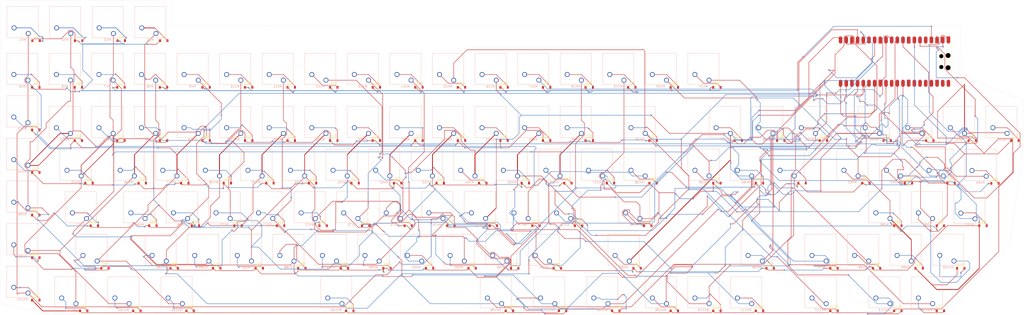
<source format=kicad_pcb>
(kicad_pcb (version 20241229) (generator "pcbnew") (generator_version "9.0")
  (layers (0 "F.Cu" signal) (2 "B.Cu" signal) (13 "F.Paste" user) (15 "B.Paste" user) (5 "F.SilkS" user "F.Silkscreen") (7 "B.SilkS" user "B.Silkscreen") (1 "F.Mask" user) (3 "B.Mask" user) (25 "Edge.Cuts" user))
  (net 0 "")
  (net 1 "Net-(D1-A)")
  (net 2 "Net-(D2-A)")
  (net 3 "Net-(D3-A)")
  (net 4 "Net-(D4-A)")
  (net 5 "Net-(D5-A)")
  (net 6 "Net-(D6-A)")
  (net 7 "Net-(D7-A)")
  (net 8 "Net-(D8-A)")
  (net 9 "Net-(D9-A)")
  (net 10 "Net-(D10-A)")
  (net 11 "Net-(D11-A)")
  (net 12 "Net-(D12-A)")
  (net 13 "Net-(D13-A)")
  (net 14 "Net-(D14-A)")
  (net 15 "Net-(D15-A)")
  (net 16 "Net-(D16-A)")
  (net 17 "Net-(D17-A)")
  (net 18 "Net-(D18-A)")
  (net 19 "Net-(D19-A)")
  (net 20 "Net-(D20-A)")
  (net 21 "Net-(D21-A)")
  (net 22 "Net-(D22-A)")
  (net 23 "Net-(D23-A)")
  (net 24 "Net-(D24-A)")
  (net 25 "Net-(D25-A)")
  (net 26 "Net-(D26-A)")
  (net 27 "Net-(D27-A)")
  (net 28 "Net-(D28-A)")
  (net 29 "Net-(D29-A)")
  (net 30 "Net-(D30-A)")
  (net 31 "Net-(D31-A)")
  (net 32 "Net-(D32-A)")
  (net 33 "Net-(D33-A)")
  (net 34 "Net-(D34-A)")
  (net 35 "Net-(D35-A)")
  (net 36 "Net-(D36-A)")
  (net 37 "Net-(D37-A)")
  (net 38 "Net-(D38-A)")
  (net 39 "Net-(D39-A)")
  (net 40 "Net-(D40-A)")
  (net 41 "Net-(D41-A)")
  (net 42 "Net-(D42-A)")
  (net 43 "Net-(D43-A)")
  (net 44 "Net-(D44-A)")
  (net 45 "Net-(D45-A)")
  (net 46 "Net-(D46-A)")
  (net 47 "Net-(D47-A)")
  (net 48 "Net-(D48-A)")
  (net 49 "Net-(D49-A)")
  (net 50 "Net-(D50-A)")
  (net 51 "Net-(D51-A)")
  (net 52 "Net-(D52-A)")
  (net 53 "Net-(D53-A)")
  (net 54 "Net-(D54-A)")
  (net 55 "Net-(D55-A)")
  (net 56 "Net-(D56-A)")
  (net 57 "Net-(D57-A)")
  (net 58 "Net-(D58-A)")
  (net 59 "Net-(D59-A)")
  (net 60 "Net-(D60-A)")
  (net 61 "Net-(D61-A)")
  (net 62 "Net-(D62-A)")
  (net 63 "Net-(D63-A)")
  (net 64 "Net-(D64-A)")
  (net 65 "Net-(D65-A)")
  (net 66 "Net-(D66-A)")
  (net 67 "Net-(D67-A)")
  (net 68 "Net-(D68-A)")
  (net 69 "Net-(D69-A)")
  (net 70 "Net-(D70-A)")
  (net 71 "Net-(D71-A)")
  (net 72 "Net-(D72-A)")
  (net 73 "Net-(D73-A)")
  (net 74 "Net-(D74-A)")
  (net 75 "Net-(D75-A)")
  (net 76 "Net-(D76-A)")
  (net 77 "Net-(D77-A)")
  (net 78 "Net-(D78-A)")
  (net 79 "Net-(D79-A)")
  (net 80 "Net-(D80-A)")
  (net 81 "Net-(D81-A)")
  (net 82 "Net-(D82-A)")
  (net 83 "Net-(D83-A)")
  (net 84 "Net-(D84-A)")
  (net 85 "Net-(D85-A)")
  (net 86 "Net-(D86-A)")
  (net 87 "Net-(D87-A)")
  (net 88 "Net-(D88-A)")
  (net 89 "Net-(D89-A)")
  (net 90 "Net-(D90-A)")
  (net 91 "Net-(D91-A)")
  (net 92 "Net-(D92-A)")
  (net 93 "Net-(D93-A)")
  (net 94 "Net-(D94-A)")
  (net 95 "Net-(D95-A)")
  (net 96 "Net-(D96-A)")
  (net 97 "Net-(D97-A)")
  (net 98 "Net-(D98-A)")
  (net 99 "Net-(D99-A)")
  (net 100 "Net-(D100-A)")
  (net 101 "Net-(D101-A)")
  (net 102 "Net-(D103-A)")
  (net 103 "Net-(D104-A)")
  (net 104 "Net-(D105-A)")
  (net 119 "col18")
  (net 120 "Net-(D106-A)")
  (net 121 "Net-(D108-A)")
  (net 122 "Net-(D109-A)")
  (net 123 "Net-(D110-A)")
  (net 124 "Net-(D111-A)")
  (net 125 "Net-(D113-A)")
  (net 126 "Net-(D114-A)")
  (net 127 "Net-(D115-A)")
  (net 128 "Net-(D116-A)")
  (net 129 "Net-(D117-A)")
  (net 131 "Row1")
  (net 132 "Row2")
  (net 133 "Net-(MX2-Pad1)")
  (net 134 "col1")
  (net 135 "col2")
  (net 136 "col3")
  (net 137 "col4")
  (net 138 "Net-(MX28-Pad1)")
  (net 139 "col5")
  (net 140 "col6")
  (net 141 "col7")
  (net 142 "col8")
  (net 143 "Net-(MX12-Pad1)")
  (net 144 "col9")
  (net 145 "col10")
  (net 146 "col11")
  (net 147 "col12")
  (net 148 "col13")
  (net 149 "col14")
  (net 150 "col15")
  (net 151 "col16")
  (net 152 "col17")
  (net 153 "Row3")
  (net 154 "Row4")
  (net 155 "Row5")
  (net 156 "Row6")
  (net 157 "col0")
  (footprint "Diode_SMD:D_SOD-123" (layer "F.Cu") (at 284.4875 141.3125)
    (property "Reference" "D78" (at 0 -2 0) (layer "F.SilkS"))
    (property "Value" "D")
    (pad "1" smd roundrect (at -1.65 0) (size 0.9 1.2) (layers "F.Cu" "F.Mask" "F.Paste") (net 156 "Row6"))
    (pad "2" smd roundrect (at 1.65 0) (size 0.9 1.2) (layers "F.Cu" "F.Mask" "F.Paste") (net 78 "Net-(D78-A)"))
  )
  (footprint "Diode_SMD:D_SOD-123" (layer "F.Cu") (at 217.8125 160.3625)
    (property "Reference" "D91" (at 0 -2 0) (layer "F.SilkS"))
    (property "Value" "D")
    (pad "1" smd roundrect (at -1.65 0) (size 0.9 1.2) (layers "F.Cu" "F.Mask" "F.Paste") (net 131 "Row1"))
    (pad "2" smd roundrect (at 1.65 0) (size 0.9 1.2) (layers "F.Cu" "F.Mask" "F.Paste") (net 91 "Net-(D91-A)"))
  )
  (footprint "Diode_SMD:D_SOD-123" (layer "F.Cu") (at 374.975 103.2125)
    (property "Reference" "D38" (at 0 -2 0) (layer "F.SilkS"))
    (property "Value" "D")
    (pad "1" smd roundrect (at -1.65 0) (size 0.9 1.2) (layers "F.Cu" "F.Mask" "F.Paste") (net 154 "Row4"))
    (pad "2" smd roundrect (at 1.65 0) (size 0.9 1.2) (layers "F.Cu" "F.Mask" "F.Paste") (net 38 "Net-(D38-A)"))
  )
  (footprint "Diode_SMD:D_SOD-123" (layer "F.Cu") (at 136.85 103.2125)
    (property "Reference" "D27" (at 0 -2 0) (layer "F.SilkS"))
    (property "Value" "D")
    (pad "1" smd roundrect (at -1.65 0) (size 0.9 1.2) (layers "F.Cu" "F.Mask" "F.Paste") (net 154 "Row4"))
    (pad "2" smd roundrect (at 1.65 0) (size 0.9 1.2) (layers "F.Cu" "F.Mask" "F.Paste") (net 27 "Net-(D27-A)"))
  )
  (footprint "Diode_SMD:D_SOD-123" (layer "F.Cu") (at 346.4 122.2625)
    (property "Reference" "D59" (at 0 -2 0) (layer "F.SilkS"))
    (property "Value" "D")
    (pad "1" smd roundrect (at -1.65 0) (size 0.9 1.2) (layers "F.Cu" "F.Mask" "F.Paste") (net 156 "Row6"))
    (pad "2" smd roundrect (at 1.65 0) (size 0.9 1.2) (layers "F.Cu" "F.Mask" "F.Paste") (net 59 "Net-(D59-A)"))
  )
  (footprint "Diode_SMD:D_SOD-123" (layer "F.Cu") (at 122.5625 160.3625)
    (property "Reference" "D86" (at 0 -2 0) (layer "F.SilkS"))
    (property "Value" "D")
    (pad "1" smd roundrect (at -1.65 0) (size 0.9 1.2) (layers "F.Cu" "F.Mask" "F.Paste") (net 131 "Row1"))
    (pad "2" smd roundrect (at 1.65 0) (size 0.9 1.2) (layers "F.Cu" "F.Mask" "F.Paste") (net 86 "Net-(D86-A)"))
  )
  (footprint "Diode_SMD:D_SOD-123" (layer "F.Cu") (at 317.825 103.2125)
    (property "Reference" "D36" (at 0 -2 0) (layer "F.SilkS"))
    (property "Value" "D")
    (pad "1" smd roundrect (at -1.65 0) (size 0.9 1.2) (layers "F.Cu" "F.Mask" "F.Paste") (net 154 "Row4"))
    (pad "2" smd roundrect (at 1.65 0) (size 0.9 1.2) (layers "F.Cu" "F.Mask" "F.Paste") (net 36 "Net-(D36-A)"))
  )
  (footprint "Diode_SMD:D_SOD-123" (layer "F.Cu") (at 93.9875 141.3125)
    (property "Reference" "D68" (at 0 -2 0) (layer "F.SilkS"))
    (property "Value" "D")
    (pad "1" smd roundrect (at -1.65 0) (size 0.9 1.2) (layers "F.Cu" "F.Mask" "F.Paste") (net 156 "Row6"))
    (pad "2" smd roundrect (at 1.65 0) (size 0.9 1.2) (layers "F.Cu" "F.Mask" "F.Paste") (net 68 "Net-(D68-A)"))
  )
  (footprint "Diode_SMD:D_SOD-123" (layer "F.Cu") (at 232.1 103.2125)
    (property "Reference" "D32" (at 0 -2 0) (layer "F.SilkS"))
    (property "Value" "D")
    (pad "1" smd roundrect (at -1.65 0) (size 0.9 1.2) (layers "F.Cu" "F.Mask" "F.Paste") (net 154 "Row4"))
    (pad "2" smd roundrect (at 1.65 0) (size 0.9 1.2) (layers "F.Cu" "F.Mask" "F.Paste") (net 32 "Net-(D32-A)"))
  )
  (footprint "Diode_SMD:D_SOD-123" (layer "F.Cu") (at 41.6 155.6)
    (property "Reference" "D83" (at 0 -2 0) (layer "F.SilkS"))
    (property "Value" "D")
    (pad "1" smd roundrect (at -1.65 0) (size 0.9 1.2) (layers "F.Cu" "F.Mask" "F.Paste") (net 131 "Row1"))
    (pad "2" smd roundrect (at 1.65 0) (size 0.9 1.2) (layers "F.Cu" "F.Mask" "F.Paste") (net 83 "Net-(D83-A)"))
  )
  (footprint "Diode_SMD:D_SOD-123" (layer "F.Cu") (at 315.44375 141.3125)
    (property "Reference" "D79" (at 0 -2 0) (layer "F.SilkS"))
    (property "Value" "D")
    (pad "1" smd roundrect (at -1.65 0) (size 0.9 1.2) (layers "F.Cu" "F.Mask" "F.Paste") (net 156 "Row6"))
    (pad "2" smd roundrect (at 1.65 0) (size 0.9 1.2) (layers "F.Cu" "F.Mask" "F.Paste") (net 79 "Net-(D79-A)"))
  )
  (footprint "Diode_SMD:D_SOD-123" (layer "F.Cu") (at 251.15 79.4)
    (property "Reference" "D16" (at 0 -2 0) (layer "F.SilkS"))
    (property "Value" "D")
    (pad "1" smd roundrect (at -1.65 0) (size 0.9 1.2) (layers "F.Cu" "F.Mask" "F.Paste") (net 153 "Row3"))
    (pad "2" smd roundrect (at 1.65 0) (size 0.9 1.2) (layers "F.Cu" "F.Mask" "F.Paste") (net 16 "Net-(D16-A)"))
  )
  (footprint "Diode_SMD:D_SOD-123" (layer "F.Cu") (at 146.375 122.2625)
    (property "Reference" "D49" (at 0 -2 0) (layer "F.SilkS"))
    (property "Value" "D")
    (pad "1" smd roundrect (at -1.65 0) (size 0.9 1.2) (layers "F.Cu" "F.Mask" "F.Paste") (net 155 "Row5"))
    (pad "2" smd roundrect (at 1.65 0) (size 0.9 1.2) (layers "F.Cu" "F.Mask" "F.Paste") (net 49 "Net-(D49-A)"))
  )
  (footprint "Diode_SMD:D_SOD-123" (layer "F.Cu") (at 60.77 58.51)
    (property "Reference" "D2" (at 0 -2 0) (layer "F.SilkS"))
    (property "Value" "D")
    (pad "1" smd roundrect (at -1.65 0) (size 0.9 1.2) (layers "F.Cu" "F.Mask" "F.Paste") (net 153 "Row3"))
    (pad "2" smd roundrect (at 1.65 0) (size 0.9 1.2) (layers "F.Cu" "F.Mask" "F.Paste") (net 2 "Net-(D2-A)"))
  )
  (footprint "Diode_SMD:D_SOD-123" (layer "F.Cu") (at 98.87 58.51)
    (property "Reference" "D4" (at 0 -2 0) (layer "F.SilkS"))
    (property "Value" "D")
    (pad "1" smd roundrect (at -1.65 0) (size 0.9 1.2) (layers "F.Cu" "F.Mask" "F.Paste") (net 153 "Row3"))
    (pad "2" smd roundrect (at 1.65 0) (size 0.9 1.2) (layers "F.Cu" "F.Mask" "F.Paste") (net 4 "Net-(D4-A)"))
  )
  (footprint "Diode_SMD:D_SOD-123" (layer "F.Cu") (at 110.65625 179.4125)
    (property "Reference" "D105" (at 0 -2 0) (layer "F.SilkS"))
    (property "Value" "D" (hide yes))
    (pad "1" smd roundrect (at -1.65 0) (size 0.9 1.2) (layers "F.Cu" "F.Mask" "F.Paste") (net 132 "Row2"))
    (pad "2" smd roundrect (at 1.65 0) (size 0.9 1.2) (layers "F.Cu" "F.Mask" "F.Paste") (net 104 "Net-(D105-A)"))
  )
  (footprint "Diode_SMD:D_SOD-123" (layer "F.Cu") (at 79.7 103.2125)
    (property "Reference" "D24" (at 0 -2 0) (layer "F.SilkS"))
    (property "Value" "D")
    (pad "1" smd roundrect (at -1.65 0) (size 0.9 1.2) (layers "F.Cu" "F.Mask" "F.Paste") (net 154 "Row4"))
    (pad "2" smd roundrect (at 1.65 0) (size 0.9 1.2) (layers "F.Cu" "F.Mask" "F.Paste") (net 24 "Net-(D24-A)"))
  )
  (footprint "Diode_SMD:D_SOD-123" (layer "F.Cu") (at 208.2875 141.3125)
    (property "Reference" "D74" (at 0 -2 0) (layer "F.SilkS"))
    (property "Value" "D")
    (pad "1" smd roundrect (at -1.65 0) (size 0.9 1.2) (layers "F.Cu" "F.Mask" "F.Paste") (net 156 "Row6"))
    (pad "2" smd roundrect (at 1.65 0) (size 0.9 1.2) (layers "F.Cu" "F.Mask" "F.Paste") (net 74 "Net-(D74-A)"))
  )
  (footprint "Diode_SMD:D_SOD-123" (layer "F.Cu") (at 253.53125 179.4125)
    (property "Reference" "D108" (at 0 -2 0) (layer "F.SilkS"))
    (property "Value" "D" (hide yes))
    (pad "1" smd roundrect (at -1.65 0) (size 0.9 1.2) (layers "F.Cu" "F.Mask" "F.Paste") (net 132 "Row2"))
    (pad "2" smd roundrect (at 1.65 0) (size 0.9 1.2) (layers "F.Cu" "F.Mask" "F.Paste") (net 121 "Net-(D108-A)"))
  )
  (footprint "Diode_SMD:D_SOD-123" (layer "F.Cu") (at 155.9 103.2125)
    (property "Reference" "D28" (at 0 -2 0) (layer "F.SilkS"))
    (property "Value" "D")
    (pad "1" smd roundrect (at -1.65 0) (size 0.9 1.2) (layers "F.Cu" "F.Mask" "F.Paste") (net 154 "Row4"))
    (pad "2" smd roundrect (at 1.65 0) (size 0.9 1.2) (layers "F.Cu" "F.Mask" "F.Paste") (net 28 "Net-(D28-A)"))
  )
  (footprint "Diode_SMD:D_SOD-123" (layer "F.Cu") (at 213.05 79.4)
    (property "Reference" "D14" (at 0 -2 0) (layer "F.SilkS"))
    (property "Value" "D")
    (pad "1" smd roundrect (at -1.65 0) (size 0.9 1.2) (layers "F.Cu" "F.Mask" "F.Paste") (net 153 "Row3"))
    (pad "2" smd roundrect (at 1.65 0) (size 0.9 1.2) (layers "F.Cu" "F.Mask" "F.Paste") (net 14 "Net-(D14-A)"))
  )
  (footprint "Diode_SMD:D_SOD-123" (layer "F.Cu") (at 213.05 103.2125)
    (property "Reference" "D31" (at 0 -2 0) (layer "F.SilkS"))
    (property "Value" "D")
    (pad "1" smd roundrect (at -1.65 0) (size 0.9 1.2) (layers "F.Cu" "F.Mask" "F.Paste") (net 154 "Row4"))
    (pad "2" smd roundrect (at 1.65 0) (size 0.9 1.2) (layers "F.Cu" "F.Mask" "F.Paste") (net 31 "Net-(D31-A)"))
  )
  (footprint "Diode_SMD:D_SOD-123" (layer "F.Cu") (at 398.7875 160.3625)
    (property "Reference" "D97" (at 0 -2 0) (layer "F.SilkS"))
    (property "Value" "D")
    (pad "1" smd roundrect (at -1.65 0) (size 0.9 1.2) (layers "F.Cu" "F.Mask" "F.Paste") (net 131 "Row1"))
    (pad "2" smd roundrect (at 1.65 0) (size 0.9 1.2) (layers "F.Cu" "F.Mask" "F.Paste") (net 97 "Net-(D97-A)"))
  )
  (footprint "Module:RaspberryPi_Pico_Common_SMD" (layer "F.Cu") (at 425.8625 67.89 -90)
    (property "Reference" "U1" (at 11.7475 24.765 270) (layer "F.SilkS") (effects (justify left)))
    (property "Value" "Pico")
    (pad "" smd rect (at -8.89 -24.13 270) (size 3.8 2.2) (drill (offset -0.8 0)) (layers "F.Paste"))
    (pad "" smd rect (at -8.89 -21.59 270) (size 3.8 2.2) (drill (offset -0.8 0)) (layers "F.Paste"))
    (pad "" smd rect (at -8.89 -19.05 270) (size 3.8 2.2) (drill (offset -0.8 0)) (layers "F.Paste"))
    (pad "" smd rect (at -8.89 -16.51 270) (size 3.8 2.2) (drill (offset -0.8 0)) (layers "F.Paste"))
    (pad "" smd rect (at -8.89 -13.97 270) (size 3.8 2.2) (drill (offset -0.8 0)) (layers "F.Paste"))
    (pad "" smd rect (at -8.89 -11.43 270) (size 3.8 2.2) (drill (offset -0.8 0)) (layers "F.Paste"))
    (pad "" smd rect (at -8.89 -8.89 270) (size 3.8 2.2) (drill (offset -0.8 0)) (layers "F.Paste"))
    (pad "" smd rect (at -8.89 -6.35 270) (size 3.8 2.2) (drill (offset -0.8 0)) (layers "F.Paste"))
    (pad "" smd rect (at -8.89 -3.81 270) (size 3.8 2.2) (drill (offset -0.8 0)) (layers "F.Paste"))
    (pad "" smd rect (at -8.89 -1.27 270) (size 3.8 2.2) (drill (offset -0.8 0)) (layers "F.Paste"))
    (pad "" smd rect (at -8.89 1.27 270) (size 3.8 2.2) (drill (offset -0.8 0)) (layers "F.Paste"))
    (pad "" smd rect (at -8.89 3.81 270) (size 3.8 2.2) (drill (offset -0.8 0)) (layers "F.Paste"))
    (pad "" smd rect (at -8.89 6.35 270) (size 3.8 2.2) (drill (offset -0.8 0)) (layers "F.Paste"))
    (pad "" smd rect (at -8.89 8.89 270) (size 3.8 2.2) (drill (offset -0.8 0)) (layers "F.Paste"))
    (pad "" smd rect (at -8.89 11.43 270) (size 3.8 2.2) (drill (offset -0.8 0)) (layers "F.Paste"))
    (pad "" smd rect (at -8.89 13.97 270) (size 3.8 2.2) (drill (offset -0.8 0)) (layers "F.Paste"))
    (pad "" smd rect (at -8.89 16.51 270) (size 3.8 2.2) (drill (offset -0.8 0)) (layers "F.Paste"))
    (pad "" smd rect (at -8.89 19.05 270) (size 3.8 2.2) (drill (offset -0.8 0)) (layers "F.Paste"))
    (pad "" smd rect (at -8.89 21.59 270) (size 3.8 2.2) (drill (offset -0.8 0)) (layers "F.Paste"))
    (pad "" smd rect (at -8.89 24.13 270) (size 3.8 2.2) (drill (offset -0.8 0)) (layers "F.Paste"))
    (pad "" np_thru_hole circle (at -2.725 -24 270) (size 2.2 2.2) (drill 2.2) (layers "*.Mask"))
    (pad "" np_thru_hole circle (at -2.425 -20.97 270) (size 1.85 1.85) (drill 1.85) (layers "*.Mask"))
    (pad "" np_thru_hole circle (at 2.425 -20.97 270) (size 1.85 1.85) (drill 1.85) (layers "*.Mask"))
    (pad "" np_thru_hole circle (at 2.725 -24 270) (size 2.2 2.2) (drill 2.2) (layers "*.Mask"))
    (pad "" smd rect (at 8.89 -24.13 270) (size 3.8 2.2) (drill (offset 0.8 0)) (layers "F.Paste"))
    (pad "" smd rect (at 8.89 -21.59 270) (size 3.8 2.2) (drill (offset 0.8 0)) (layers "F.Paste"))
    (pad "" smd rect (at 8.89 -19.05 270) (size 3.8 2.2) (drill (offset 0.8 0)) (layers "F.Paste"))
    (pad "" smd rect (at 8.89 -16.51 270) (size 3.8 2.2) (drill (offset 0.8 0)) (layers "F.Paste"))
    (pad "" smd rect (at 8.89 -13.97 270) (size 3.8 2.2) (drill (offset 0.8 0)) (layers "F.Paste"))
    (pad "" smd rect (at 8.89 -11.43 270) (size 3.8 2.2) (drill (offset 0.8 0)) (layers "F.Paste"))
    (pad "" smd rect (at 8.89 -8.89 270) (size 3.8 2.2) (drill (offset 0.8 0)) (layers "F.Paste"))
    (pad "" smd rect (at 8.89 -6.35 270) (size 3.8 2.2) (drill (offset 0.8 0)) (layers "F.Paste"))
    (pad "" smd rect (at 8.89 -3.81 270) (size 3.8 2.2) (drill (offset 0.8 0)) (layers "F.Paste"))
    (pad "" smd rect (at 8.89 -1.27 270) (size 3.8 2.2) (drill (offset 0.8 0)) (layers "F.Paste"))
    (pad "" smd rect (at 8.89 1.27 270) (size 3.8 2.2) (drill (offset 0.8 0)) (layers "F.Paste"))
    (pad "" smd rect (at 8.89 3.81 270) (size 3.8 2.2) (drill (offset 0.8 0)) (layers "F.Paste"))
    (pad "" smd rect (at 8.89 6.35 270) (size 3.8 2.2) (drill (offset 0.8 0)) (layers "F.Paste"))
    (pad "" smd rect (at 8.89 8.89 270) (size 3.8 2.2) (drill (offset 0.8 0)) (layers "F.Paste"))
    (pad "" smd rect (at 8.89 11.43 270) (size 3.8 2.2) (drill (offset 0.8 0)) (layers "F.Paste"))
    (pad "" smd rect (at 8.89 13.97 270) (size 3.8 2.2) (drill (offset 0.8 0)) (layers "F.Paste"))
    (pad "" smd rect (at 8.89 16.51 270) (size 3.8 2.2) (drill (offset 0.8 0)) (layers "F.Paste"))
    (pad "" smd rect (at 8.89 19.05 270) (size 3.8 2.2) (drill (offset 0.8 0)) (layers "F.Paste"))
    (pad "" smd rect (at 8.89 21.59 270) (size 3.8 2.2) (drill (offset 0.8 0)) (layers "F.Paste"))
    (pad "" smd rect (at 8.89 24.13 270) (size 3.8 2.2) (drill (offset 0.8 0)) (layers "F.Paste"))
    (pad "1" smd custom (at -9.69 -24.13 270) (size 1.6 0.8) (layers "F.Cu" "F.Mask") (net 131 "Row1") (options (clearance outline) (anchor rect)) (primitives (gr_circle (center 0.8 0) (end 1.6 0) (width 0) (fill yes)) (gr_poly (pts (xy -1.6 -0.6) (xy -1.6 0.6) (xy -1.4 0.8) (xy 0.8 0.8) (xy 0.8 -0.8) (xy -1.4 -0.8)) (width 0) (fill yes)) (gr_circle (center -1.4 -0.6) (end -1.2 -0.6) (width 0) (fill yes)) (gr_circle (center -1.4 0.6) (end -1.2 0.6) (width 0) (fill yes))))
    (pad "2" smd roundrect (at -9.69 -21.59 270) (size 3.2 1.6) (layers "F.Cu" "F.Mask") (roundrect_rratio 0.5) (net 132 "Row2"))
    (pad "3" smd custom (at -9.69 -19.05 270) (size 1.6 0.8) (layers "F.Cu" "F.Mask") (options (clearance outline) (anchor rect)) (primitives (gr_circle (center -0.8 0) (end 0 0) (width 0) (fill yes)) (gr_poly (pts (xy 1.6 -0.6) (xy 1.6 0.6) (xy 1.4 0.8) (xy -0.8 0.8) (xy -0.8 -0.8) (xy 1.4 -0.8)) (width 0) (fill yes)) (gr_circle (center 1.4 -0.6) (end 1.6 -0.6) (width 0) (fill yes)) (gr_circle (center 1.4 0.6) (end 1.6 0.6) (width 0) (fill yes))))
    (pad "4" smd roundrect (at -9.69 -16.51 270) (size 3.2 1.6) (layers "F.Cu" "F.Mask") (roundrect_rratio 0.5) (net 153 "Row3"))
    (pad "5" smd roundrect (at -9.69 -13.97 270) (size 3.2 1.6) (layers "F.Cu" "F.Mask") (roundrect_rratio 0.5) (net 119 "col18"))
    (pad "6" smd roundrect (at -9.69 -11.43 270) (size 3.2 1.6) (layers "F.Cu" "F.Mask") (roundrect_rratio 0.5) (net 152 "col17"))
    (pad "7" smd roundrect (at -9.69 -8.89 270) (size 3.2 1.6) (layers "F.Cu" "F.Mask") (roundrect_rratio 0.5) (net 155 "Row5"))
    (pad "8" smd custom (at -9.69 -6.35 270) (size 1.6 0.8) (layers "F.Cu" "F.Mask") (options (clearance outline) (anchor rect)) (primitives (gr_circle (center -0.8 0) (end 0 0) (width 0) (fill yes)) (gr_poly (pts (xy 1.6 -0.6) (xy 1.6 0.6) (xy 1.4 0.8) (xy -0.8 0.8) (xy -0.8 -0.8) (xy 1.4 -0.8)) (width 0) (fill yes)) (gr_circle (center 1.4 -0.6) (end 1.6 -0.6) (width 0) (fill yes)) (gr_circle (center 1.4 0.6) (end 1.6 0.6) (width 0) (fill yes))))
    (pad "9" smd roundrect (at -9.69 -3.81 270) (size 3.2 1.6) (layers "F.Cu" "F.Mask") (roundrect_rratio 0.5) (net 151 "col16"))
    (pad "10" smd roundrect (at -9.69 -1.27 270) (size 3.2 1.6) (layers "F.Cu" "F.Mask") (roundrect_rratio 0.5) (net 150 "col15"))
    (pad "11" smd roundrect (at -9.69 1.27 270) (size 3.2 1.6) (layers "F.Cu" "F.Mask") (roundrect_rratio 0.5) (net 149 "col14"))
    (pad "12" smd roundrect (at -9.69 3.81 270) (size 3.2 1.6) (layers "F.Cu" "F.Mask") (roundrect_rratio 0.5) (net 148 "col13"))
    (pad "13" smd custom (at -9.69 6.35 270) (size 1.6 0.8) (layers "F.Cu" "F.Mask") (options (clearance outline) (anchor rect)) (primitives (gr_circle (center -0.8 0) (end 0 0) (width 0) (fill yes)) (gr_poly (pts (xy 1.6 -0.6) (xy 1.6 0.6) (xy 1.4 0.8) (xy -0.8 0.8) (xy -0.8 -0.8) (xy 1.4 -0.8)) (width 0) (fill yes)) (gr_circle (center 1.4 -0.6) (end 1.6 -0.6) (width 0) (fill yes)) (gr_circle (center 1.4 0.6) (end 1.6 0.6) (width 0) (fill yes))))
    (pad "14" smd roundrect (at -9.69 8.89 270) (size 3.2 1.6) (layers "F.Cu" "F.Mask") (roundrect_rratio 0.5) (net 146 "col11"))
    (pad "15" smd roundrect (at -9.69 11.43 270) (size 3.2 1.6) (layers "F.Cu" "F.Mask") (roundrect_rratio 0.5) (net 145 "col10"))
    (pad "16" smd roundrect (at -9.69 13.97 270) (size 3.2 1.6) (layers "F.Cu" "F.Mask") (roundrect_rratio 0.5) (net 142 "col8"))
    (pad "17" smd roundrect (at -9.69 16.51 270) (size 3.2 1.6) (layers "F.Cu" "F.Mask") (roundrect_rratio 0.5) (net 144 "col9"))
    (pad "18" smd custom (at -9.69 19.05 270) (size 1.6 0.8) (layers "F.Cu" "F.Mask") (options (clearance outline) (anchor rect)) (primitives (gr_circle (center -0.8 0) (end 0 0) (width 0) (fill yes)) (gr_poly (pts (xy 1.6 -0.6) (xy 1.6 0.6) (xy 1.4 0.8) (xy -0.8 0.8) (xy -0.8 -0.8) (xy 1.4 -0.8)) (width 0) (fill yes)) (gr_circle (center 1.4 -0.6) (end 1.6 -0.6) (width 0) (fill yes)) (gr_circle (center 1.4 0.6) (end 1.6 0.6) (width 0) (fill yes))))
    (pad "19" smd roundrect (at -9.69 21.59 270) (size 3.2 1.6) (layers "F.Cu" "F.Mask") (roundrect_rratio 0.5) (net 141 "col7"))
    (pad "20" smd roundrect (at -9.69 24.13 270) (size 3.2 1.6) (layers "F.Cu" "F.Mask") (roundrect_rratio 0.5) (net 147 "col12"))
    (pad "21" smd roundrect (at 9.69 24.13 270) (size 3.2 1.6) (layers "F.Cu" "F.Mask") (roundrect_rratio 0.5) (net 157 "col0"))
    (pad "22" smd roundrect (at 9.69 21.59 270) (size 3.2 1.6) (layers "F.Cu" "F.Mask") (roundrect_rratio 0.5) (net 134 "col1"))
    (pad "23" smd custom (at 9.69 19.05 270) (size 1.6 0.8) (layers "F.Cu" "F.Mask") (options (clearance outline) (anchor rect)) (primitives (gr_circle (center 0.8 0) (end 1.6 0) (width 0) (fill yes)) (gr_poly (pts (xy -1.6 -0.6) (xy -1.6 0.6) (xy -1.4 0.8) (xy 0.8 0.8) (xy 0.8 -0.8) (xy -1.4 -0.8)) (width 0) (fill yes)) (gr_circle (center -1.4 -0.6) (end -1.2 -0.6) (width 0) (fill yes)) (gr_circle (center -1.4 0.6) (end -1.2 0.6) (width 0) (fill yes))))
    (pad "24" smd roundrect (at 9.69 16.51 270) (size 3.2 1.6) (layers "F.Cu" "F.Mask") (roundrect_rratio 0.5) (net 135 "col2"))
    (pad "25" smd roundrect (at 9.69 13.97 270) (size 3.2 1.6) (layers "F.Cu" "F.Mask") (roundrect_rratio 0.5) (net 136 "col3"))
    (pad "26" smd roundrect (at 9.69 11.43 270) (size 3.2 1.6) (layers "F.Cu" "F.Mask") (roundrect_rratio 0.5) (net 137 "col4"))
    (pad "27" smd roundrect (at 9.69 8.89 270) (size 3.2 1.6) (layers "F.Cu" "F.Mask") (roundrect_rratio 0.5) (net 139 "col5"))
    (pad "28" smd custom (at 9.69 6.35 270) (size 1.6 0.8) (layers "F.Cu" "F.Mask") (options (clearance outline) (anchor rect)) (primitives (gr_circle (center 0.8 0) (end 1.6 0) (width 0) (fill yes)) (gr_poly (pts (xy -1.6 -0.6) (xy -1.6 0.6) (xy -1.4 0.8) (xy 0.8 0.8) (xy 0.8 -0.8) (xy -1.4 -0.8)) (width 0) (fill yes)) (gr_circle (center -1.4 -0.6) (end -1.2 -0.6) (width 0) (fill yes)) (gr_circle (center -1.4 0.6) (end -1.2 0.6) (width 0) (fill yes))))
    (pad "29" smd roundrect (at 9.69 3.81 270) (size 3.2 1.6) (layers "F.Cu" "F.Mask") (roundrect_rratio 0.5) (net 154 "Row4"))
    (pad "30" smd roundrect (at 9.69 1.27 270) (size 3.2 1.6) (layers "F.Cu" "F.Mask") (roundrect_rratio 0.5))
    (pad "31" smd roundrect (at 9.69 -1.27 270) (size 3.2 1.6) (layers "F.Cu" "F.Mask") (roundrect_rratio 0.5) (net 140 "col6"))
    (pad "32" smd roundrect (at 9.69 -3.81 270) (size 3.2 1.6) (layers "F.Cu" "F.Mask") (roundrect_rratio 0.5) (net 156 "Row6"))
    (pad "33" smd custom (at 9.69 -6.35 270) (size 1.6 0.8) (layers "F.Cu" "F.Mask") (options (clearance outline) (anchor rect)) (primitives (gr_circle (center 0.8 0) (end 1.6 0) (width 0) (fill yes)) (gr_poly (pts (xy -1.6 -0.6) (xy -1.6 0.6) (xy -1.4 0.8) (xy 0.8 0.8) (xy 0.8 -0.8) (xy -1.4 -0.8)) (width 0) (fill yes)) (gr_circle (center -1.4 -0.6) (end -1.2 -0.6) (width 0) (fill yes)) (gr_circle (center -1.4 0.6) (end -1.2 0.6) (width 0) (fill yes))))
    (pad "34" smd roundrect (at 9.69 -8.89 270) (size 3.2 1.6) (layers "F.Cu" "F.Mask") (roundrect_rratio 0.5))
    (pad "35" smd roundrect (at 9.69 -11.43 270) (size 3.2 1.6) (layers "F.Cu" "F.Mask") (roundrect_rratio 0.5))
    (pad "36" smd roundrect (at 9.69 -13.97 270) (size 3.2 1.6) (layers "F.Cu" "F.Mask") (roundrect_rratio 0.5))
    (pad "37" smd roundrect (at 9.69 -16.51 270) (size 3.2 1.6) (layers "F.Cu" "F.Mask") (roundrect_rratio 0.5))
    (pad "38" smd custom (at 9.69 -19.05 270) (size 1.6 0.8) (layers "F.Cu" "F.Mask") (options (clearance outline) (anchor rect)) (primitives (gr_circle (center 0.8 0) (end 1.6 0) (width 0) (fill yes)) (gr_poly (pts (xy -1.6 -0.6) (xy -1.6 0.6) (xy -1.4 0.8) (xy 0.8 0.8) (xy 0.8 -0.8) (xy -1.4 -0.8)) (width 0) (fill yes)) (gr_circle (center -1.4 -0.6) (end -1.2 -0.6) (width 0) (fill yes)) (gr_circle (center -1.4 0.6) (end -1.2 0.6) (width 0) (fill yes))))
    (pad "39" smd roundrect (at 9.69 -21.59 270) (size 3.2 1.6) (layers "F.Cu" "F.Mask") (roundrect_rratio 0.5))
    (pad "40" smd roundrect (at 9.69 -24.13 270) (size 3.2 1.6) (layers "F.Cu" "F.Mask") (roundrect_rratio 0.5))
  )
  (footprint "Diode_SMD:D_SOD-123" (layer "F.Cu") (at 41.6 174.65)
    (property "Reference" "D101" (at 0 -2 0) (layer "F.SilkS"))
    (property "Value" "D")
    (pad "1" smd roundrect (at -1.65 0) (size 0.9 1.2) (layers "F.Cu" "F.Mask" "F.Paste") (net 132 "Row2"))
    (pad "2" smd roundrect (at 1.65 0) (size 0.9 1.2) (layers "F.Cu" "F.Mask" "F.Paste") (net 101 "Net-(D101-A)"))
  )
  (footprint "Diode_SMD:D_SOD-123" (layer "F.Cu") (at 398.7875 179.4125)
    (property "Reference" "D115" (at 0 -2 0) (layer "F.SilkS"))
    (property "Value" "D" (hide yes))
    (pad "1" smd roundrect (at -1.65 0) (size 0.9 1.2) (layers "F.Cu" "F.Mask" "F.Paste") (net 132 "Row2"))
    (pad "2" smd roundrect (at 1.65 0) (size 0.9 1.2) (layers "F.Cu" "F.Mask" "F.Paste") (net 127 "Net-(D115-A)"))
  )
  (footprint "Diode_SMD:D_SOD-123" (layer "F.Cu") (at 365.45 179.4125)
    (property "Reference" "D114" (at 0 -2 0) (layer "F.SilkS"))
    (property "Value" "D" (hide yes))
    (pad "1" smd roundrect (at -1.65 0) (size 0.9 1.2) (layers "F.Cu" "F.Mask" "F.Paste") (net 132 "Row2"))
    (pad "2" smd roundrect (at 1.65 0) (size 0.9 1.2) (layers "F.Cu" "F.Mask" "F.Paste") (net 126 "Net-(D114-A)"))
  )
  (footprint "Diode_SMD:D_SOD-123" (layer "F.Cu") (at 60.65 79.4)
    (property "Reference" "D6" (at 0 -2 0) (layer "F.SilkS"))
    (property "Value" "D")
    (pad "1" smd roundrect (at -1.65 0) (size 0.9 1.2) (layers "F.Cu" "F.Mask" "F.Paste") (net 153 "Row3"))
    (pad "2" smd roundrect (at 1.65 0) (size 0.9 1.2) (layers "F.Cu" "F.Mask" "F.Paste") (net 6 "Net-(D6-A)"))
  )
  (footprint "Diode_SMD:D_SOD-123" (layer "F.Cu") (at 194 103.2125)
    (property "Reference" "D30" (at 0 -2 0) (layer "F.SilkS"))
    (property "Value" "D")
    (pad "1" smd roundrect (at -1.65 0) (size 0.9 1.2) (layers "F.Cu" "F.Mask" "F.Paste") (net 154 "Row4"))
    (pad "2" smd roundrect (at 1.65 0) (size 0.9 1.2) (layers "F.Cu" "F.Mask" "F.Paste") (net 30 "Net-(D30-A)"))
  )
  (footprint "Diode_SMD:D_SOD-123" (layer "F.Cu") (at 470.8225 122.38)
    (property "Reference" "D65" (at 0 -2 0) (layer "F.SilkS"))
    (property "Value" "D")
    (pad "1" smd roundrect (at -1.65 0) (size 0.9 1.2) (layers "F.Cu" "F.Mask" "F.Paste") (net 156 "Row6"))
    (pad "2" smd roundrect (at 1.65 0) (size 0.9 1.2) (layers "F.Cu" "F.Mask" "F.Paste") (net 65 "Net-(D65-A)"))
  )
  (footprint "Diode_SMD:D_SOD-123" (layer "F.Cu") (at 446.4125 141.3125)
    (property "Reference" "D81" (at 0 -2 0) (layer "F.SilkS"))
    (property "Value" "D")
    (pad "1" smd roundrect (at -1.65 0) (size 0.9 1.2) (layers "F.Cu" "F.Mask" "F.Paste") (net 156 "Row6"))
    (pad "2" smd roundrect (at 1.65 0) (size 0.9 1.2) (layers "F.Cu" "F.Mask" "F.Paste") (net 81 "Net-(D81-A)"))
  )
  (footprint "Diode_SMD:D_SOD-123" (layer "F.Cu") (at 72.55625 160.3625)
    (property "Reference" "D84" (at 0 -2 0) (layer "F.SilkS"))
    (property "Value" "D")
    (pad "1" smd roundrect (at -1.65 0) (size 0.9 1.2) (layers "F.Cu" "F.Mask" "F.Paste") (net 131 "Row1"))
    (pad "2" smd roundrect (at 1.65 0) (size 0.9 1.2) (layers "F.Cu" "F.Mask" "F.Paste") (net 84 "Net-(D84-A)"))
  )
  (footprint "Diode_SMD:D_SOD-123" (layer "F.Cu") (at 165.425 122.2625)
    (property "Reference" "D50" (at 0 -2 0) (layer "F.SilkS"))
    (property "Value" "D")
    (pad "1" smd roundrect (at -1.65 0) (size 0.9 1.2) (layers "F.Cu" "F.Mask" "F.Paste") (net 155 "Row5"))
    (pad "2" smd roundrect (at 1.65 0) (size 0.9 1.2) (layers "F.Cu" "F.Mask" "F.Paste") (net 50 "Net-(D50-A)"))
  )
  (footprint "Diode_SMD:D_SOD-123" (layer "F.Cu") (at 270.2 79.4)
    (property "Reference" "D17" (at 0 -2 0) (layer "F.SilkS"))
    (property "Value" "D")
    (pad "1" smd roundrect (at -1.65 0) (size 0.9 1.2) (layers "F.Cu" "F.Mask" "F.Paste") (net 153 "Row3"))
    (pad "2" smd roundrect (at 1.65 0) (size 0.9 1.2) (layers "F.Cu" "F.Mask" "F.Paste") (net 17 "Net-(D17-A)"))
  )
  (footprint "Diode_SMD:D_SOD-123" (layer "F.Cu") (at 455.52 160.39)
    (property "Reference" "D100" (at 0 -2 0) (layer "F.SilkS"))
    (property "Value" "D" (hide yes))
    (pad "1" smd roundrect (at -1.65 0) (size 0.9 1.2) (layers "F.Cu" "F.Mask" "F.Paste") (net 131 "Row1"))
    (pad "2" smd roundrect (at 1.65 0) (size 0.9 1.2) (layers "F.Cu" "F.Mask" "F.Paste") (net 100 "Net-(D100-A)"))
  )
  (footprint "Diode_SMD:D_SOD-123" (layer "F.Cu") (at 113.0375 141.3125)
    (property "Reference" "D69" (at 0 -2 0) (layer "F.SilkS"))
    (property "Value" "D")
    (pad "1" smd roundrect (at -1.65 0) (size 0.9 1.2) (layers "F.Cu" "F.Mask" "F.Paste") (net 156 "Row6"))
    (pad "2" smd roundrect (at 1.65 0) (size 0.9 1.2) (layers "F.Cu" "F.Mask" "F.Paste") (net 69 "Net-(D69-A)"))
  )
  (footprint "Diode_SMD:D_SOD-123" (layer "F.Cu") (at 274.9625 160.3625)
    (property "Reference" "D94" (at 0 -2 0) (layer "F.SilkS"))
    (property "Value" "D")
    (pad "1" smd roundrect (at -1.65 0) (size 0.9 1.2) (layers "F.Cu" "F.Mask" "F.Paste") (net 131 "Row1"))
    (pad "2" smd roundrect (at 1.65 0) (size 0.9 1.2) (layers "F.Cu" "F.Mask" "F.Paste") (net 94 "Net-(D94-A)"))
  )
  (footprint "Diode_SMD:D_SOD-123" (layer "F.Cu") (at 41.72 58.51)
    (property "Reference" "D1" (at 0 -2 0) (layer "F.SilkS"))
    (property "Value" "D")
    (pad "1" smd roundrect (at -1.65 0) (size 0.9 1.2) (layers "F.Cu" "F.Mask" "F.Paste") (net 153 "Row3"))
    (pad "2" smd roundrect (at 1.65 0) (size 0.9 1.2) (layers "F.Cu" "F.Mask" "F.Paste") (net 1 "Net-(D1-A)"))
  )
  (footprint "Diode_SMD:D_SOD-123" (layer "F.Cu") (at 182.09375 179.4125)
    (property "Reference" "D106" (at 0 -2 0) (layer "F.SilkS"))
    (property "Value" "D" (hide yes))
    (pad "1" smd roundrect (at -1.65 0) (size 0.9 1.2) (layers "F.Cu" "F.Mask" "F.Paste") (net 132 "Row2"))
    (pad "2" smd roundrect (at 1.65 0) (size 0.9 1.2) (layers "F.Cu" "F.Mask" "F.Paste") (net 120 "Net-(D106-A)"))
  )
  (footprint "Diode_SMD:D_SOD-123" (layer "F.Cu") (at 203.525 122.2625)
    (property "Reference" "D52" (at 0 -2 0) (layer "F.SilkS"))
    (property "Value" "D")
    (pad "1" smd roundrect (at -1.65 0) (size 0.9 1.2) (layers "F.Cu" "F.Mask" "F.Paste") (net 155 "Row5"))
    (pad "2" smd roundrect (at 1.65 0) (size 0.9 1.2) (layers "F.Cu" "F.Mask" "F.Paste") (net 52 "Net-(D52-A)"))
  )
  (footprint "Diode_SMD:D_SOD-123" (layer "F.Cu") (at 63.03125 179.4125)
    (property "Reference" "D103" (at 0 -2 0) (layer "F.SilkS"))
    (property "Value" "D" (hide yes))
    (pad "1" smd roundrect (at -1.65 0) (size 0.9 1.2) (layers "F.Cu" "F.Mask" "F.Paste") (net 132 "Row2"))
    (pad "2" smd roundrect (at 1.65 0) (size 0.9 1.2) (layers "F.Cu" "F.Mask" "F.Paste") (net 102 "Net-(D103-A)"))
  )
  (footprint "Diode_SMD:D_SOD-123" (layer "F.Cu") (at 127.325 122.2625)
    (property "Reference" "D48" (at 0 -2 0) (layer "F.SilkS"))
    (property "Value" "D")
    (pad "1" smd roundrect (at -1.65 0) (size 0.9 1.2) (layers "F.Cu" "F.Mask" "F.Paste") (net 155 "Row5"))
    (pad "2" smd roundrect (at 1.65 0) (size 0.9 1.2) (layers "F.Cu" "F.Mask" "F.Paste") (net 48 "Net-(D48-A)"))
  )
  (footprint "Diode_SMD:D_SOD-123" (layer "F.Cu") (at 236.8625 160.3625)
    (property "Reference" "D92" (at 0 -2 0) (layer "F.SilkS"))
    (property "Value" "D")
    (pad "1" smd roundrect (at -1.65 0) (size 0.9 1.2) (layers "F.Cu" "F.Mask" "F.Paste") (net 131 "Row1"))
    (pad "2" smd roundrect (at 1.65 0) (size 0.9 1.2) (layers "F.Cu" "F.Mask" "F.Paste") (net 92 "Net-(D92-A)"))
  )
  (footprint "Diode_SMD:D_SOD-123" (layer "F.Cu") (at 160.6625 160.3625)
    (property "Reference" "D88" (at 0 -2 0) (layer "F.SilkS"))
    (property "Value" "D")
    (pad "1" smd roundrect (at -1.65 0) (size 0.9 1.2) (layers "F.Cu" "F.Mask" "F.Paste") (net 131 "Row1"))
    (pad "2" smd roundrect (at 1.65 0) (size 0.9 1.2) (layers "F.Cu" "F.Mask" "F.Paste") (net 88 "Net-(D88-A)"))
  )
  (footprint "Diode_SMD:D_SOD-123" (layer "F.Cu") (at 108.275 122.2625)
    (property "Reference" "D47" (at 0 -2 0) (layer "F.SilkS"))
    (property "Value" "D")
    (pad "1" smd roundrect (at -1.65 0) (size 0.9 1.2) (layers "F.Cu" "F.Mask" "F.Paste") (net 155 "Row5"))
    (pad "2" smd roundrect (at 1.65 0) (size 0.9 1.2) (layers "F.Cu" "F.Mask" "F.Paste") (net 47 "Net-(D47-A)"))
  )
  (footprint "Diode_SMD:D_SOD-123" (layer "F.Cu") (at 289.25 103.2125)
    (property "Reference" "D35" (at 0 -2 0) (layer "F.SilkS"))
    (property "Value" "D")
    (pad "1" smd roundrect (at -1.65 0) (size 0.9 1.2) (layers "F.Cu" "F.Mask" "F.Paste") (net 154 "Row4"))
    (pad "2" smd roundrect (at 1.65 0) (size 0.9 1.2) (layers "F.Cu" "F.Mask" "F.Paste") (net 35 "Net-(D35-A)"))
  )
  (footprint "Diode_SMD:D_SOD-123" (layer "F.Cu") (at 370.2125 160.3625)
    (property "Reference" "D96" (at 0 -2 0) (layer "F.SilkS"))
    (property "Value" "D")
    (pad "1" smd roundrect (at -1.65 0) (size 0.9 1.2) (layers "F.Cu" "F.Mask" "F.Paste") (net 131 "Row1"))
    (pad "2" smd roundrect (at 1.65 0) (size 0.9 1.2) (layers "F.Cu" "F.Mask" "F.Paste") (net 96 "Net-(D96-A)"))
  )
  (footprint "Diode_SMD:D_SOD-123" (layer "F.Cu") (at 260.675 122.2625)
    (property "Reference" "D55" (at 0 -2 0) (layer "F.SilkS"))
    (property "Value" "D")
    (pad "1" smd roundrect (at -1.65 0) (size 0.9 1.2) (layers "F.Cu" "F.Mask" "F.Paste") (net 155 "Row5"))
    (pad "2" smd roundrect (at 1.65 0) (size 0.9 1.2) (layers "F.Cu" "F.Mask" "F.Paste") (net 55 "Net-(D55-A)"))
  )
  (footprint "Diode_SMD:D_SOD-123" (layer "F.Cu") (at 298.775 122.2625)
    (property "Reference" "D57" (at 0 -2 0) (layer "F.SilkS"))
    (property "Value" "D")
    (pad "1" smd roundrect (at -1.65 0) (size 0.9 1.2) (layers "F.Cu" "F.Mask" "F.Paste") (net 156 "Row6"))
    (pad "2" smd roundrect (at 1.65 0) (size 0.9 1.2) (layers "F.Cu" "F.Mask" "F.Paste") (net 57 "Net-(D57-A)"))
  )
  (footprint "Diode_SMD:D_SOD-123" (layer "F.Cu") (at 67.79375 141.3125)
    (property "Reference" "D67" (at 0 -2 0) (layer "F.SilkS"))
    (property "Value" "D")
    (pad "1" smd roundrect (at -1.65 0) (size 0.9 1.2) (layers "F.Cu" "F.Mask" "F.Paste") (net 156 "Row6"))
    (pad "2" smd roundrect (at 1.65 0) (size 0.9 1.2) (layers "F.Cu" "F.Mask" "F.Paste") (net 67 "Net-(D67-A)"))
  )
  (footprint "Diode_SMD:D_SOD-123" (layer "F.Cu") (at 194 79.4)
    (property "Reference" "D13" (at 0 -2 0) (layer "F.SilkS"))
    (property "Value" "D")
    (pad "1" smd roundrect (at -1.65 0) (size 0.9 1.2) (layers "F.Cu" "F.Mask" "F.Paste") (net 153 "Row3"))
    (pad "2" smd roundrect (at 1.65 0) (size 0.9 1.2) (layers "F.Cu" "F.Mask" "F.Paste") (net 13 "Net-(D13-A)"))
  )
  (footprint "Diode_SMD:D_SOD-123" (layer "F.Cu") (at 222.575 122.2625)
    (property "Reference" "D53" (at 0 -2 0) (layer "F.SilkS"))
    (property "Value" "D")
    (pad "1" smd roundrect (at -1.65 0) (size 0.9 1.2) (layers "F.Cu" "F.Mask" "F.Paste") (net 155 "Row5"))
    (pad "2" smd roundrect (at 1.65 0) (size 0.9 1.2) (layers "F.Cu" "F.Mask" "F.Paste") (net 53 "Net-(D53-A)"))
  )
  (footprint "Diode_SMD:D_SOD-123" (layer "F.Cu") (at 251.15 103.2125)
    (property "Reference" "D33" (at 0 -2 0) (layer "F.SilkS"))
    (property "Value" "D")
    (pad "1" smd roundrect (at -1.65 0) (size 0.9 1.2) (layers "F.Cu" "F.Mask" "F.Paste") (net 154 "Row4"))
    (pad "2" smd roundrect (at 1.65 0) (size 0.9 1.2) (layers "F.Cu" "F.Mask" "F.Paste") (net 33 "Net-(D33-A)"))
  )
  (footprint "Diode_SMD:D_SOD-123" (layer "F.Cu") (at 65.4125 122.2625)
    (property "Reference" "D45" (at 0 -2 0) (layer "F.SilkS"))
    (property "Value" "D")
    (pad "1" smd roundrect (at -1.65 0) (size 0.9 1.2) (layers "F.Cu" "F.Mask" "F.Paste") (net 155 "Row5"))
    (pad "2" smd roundrect (at 1.65 0) (size 0.9 1.2) (layers "F.Cu" "F.Mask" "F.Paste") (net 45 "Net-(D45-A)"))
  )
  (footprint "Diode_SMD:D_SOD-123" (layer "F.Cu") (at 60.65 103.2125)
    (property "Reference" "D23" (at 0 -2 0) (layer "F.SilkS"))
    (property "Value" "D")
    (pad "1" smd roundrect (at -1.65 0) (size 0.9 1.2) (layers "F.Cu" "F.Mask" "F.Paste") (net 154 "Row4"))
    (pad "2" smd roundrect (at 1.65 0) (size 0.9 1.2) (layers "F.Cu" "F.Mask" "F.Paste") (net 23 "Net-(D23-A)"))
  )
  (footprint "Diode_SMD:D_SOD-123" (layer "F.Cu") (at 441.65 103.2125)
    (property "Reference" "D41" (at 0 -2 0) (layer "F.SilkS"))
    (property "Value" "D")
    (pad "1" smd roundrect (at -1.65 0) (size 0.9 1.2) (layers "F.Cu" "F.Mask" "F.Paste") (net 154 "Row4"))
    (pad "2" smd roundrect (at 1.65 0) (size 0.9 1.2) (layers "F.Cu" "F.Mask" "F.Paste") (net 41 "Net-(D41-A)"))
  )
  (footprint "Diode_SMD:D_SOD-123" (layer "F.Cu") (at 465.4625 141.3125)
    (property "Reference" "D82" (at 0 -2 0) (layer "F.SilkS"))
    (property "Value" "D")
    (pad "1" smd roundrect (at -1.65 0) (size 0.9 1.2) (layers "F.Cu" "F.Mask" "F.Paste") (net 131 "Row1"))
    (pad "2" smd roundrect (at 1.65 0) (size 0.9 1.2) (layers "F.Cu" "F.Mask" "F.Paste") (net 82 "Net-(D82-A)"))
  )
  (footprint "Diode_SMD:D_SOD-123" (layer "F.Cu") (at 346.4 179.4125)
    (property "Reference" "D113" (at 0 -2 0) (layer "F.SilkS"))
    (property "Value" "D" (hide yes))
    (pad "1" smd roundrect (at -1.65 0) (size 0.9 1.2) (layers "F.Cu" "F.Mask" "F.Paste") (net 132 "Row2"))
    (pad "2" smd roundrect (at 1.65 0) (size 0.9 1.2) (layers "F.Cu" "F.Mask" "F.Paste") (net 125 "Net-(D113-A)"))
  )
  (footprint "Diode_SMD:D_SOD-123" (layer "F.Cu") (at 308.3 79.4)
    (property "Reference" "D19" (at 0 -2 0) (layer "F.SilkS"))
    (property "Value" "D")
    (pad "1" smd roundrect (at -1.65 0) (size 0.9 1.2) (layers "F.Cu" "F.Mask" "F.Paste") (net 153 "Row3"))
    (pad "2" smd roundrect (at 1.65 0) (size 0.9 1.2) (layers "F.Cu" "F.Mask" "F.Paste") (net 19 "Net-(D19-A)"))
  )
  (footprint "Diode_SMD:D_SOD-123" (layer "F.Cu") (at 279.725 122.2625)
    (property "Reference" "D56" (at 0 -2 0) (layer "F.SilkS"))
    (property "Value" "D")
    (pad "1" smd roundrect (at -1.65 0) (size 0.9 1.2) (layers "F.Cu" "F.Mask" "F.Paste") (net 155 "Row5"))
    (pad "2" smd roundrect (at 1.65 0) (size 0.9 1.2) (layers "F.Cu" "F.Mask" "F.Paste") (net 56 "Net-(D56-A)"))
  )
  (footprint "Diode_SMD:D_SOD-123" (layer "F.Cu") (at 141.6125 160.3625)
    (property "Reference" "D87" (at 0 -2 0) (layer "F.SilkS"))
    (property "Value" "D")
    (pad "1" smd roundrect (at -1.65 0) (size 0.9 1.2) (layers "F.Cu" "F.Mask" "F.Paste") (net 131 "Row1"))
    (pad "2" smd roundrect (at 1.65 0) (size 0.9 1.2) (layers "F.Cu" "F.Mask" "F.Paste") (net 87 "Net-(D87-A)"))
  )
  (footprint "Diode_SMD:D_SOD-123" (layer "F.Cu") (at 41.6 79.4)
    (property "Reference" "D5" (at 0 -2 0) (layer "F.SilkS"))
    (property "Value" "D")
    (pad "1" smd roundrect (at -1.65 0) (size 0.9 1.2) (layers "F.Cu" "F.Mask" "F.Paste") (net 153 "Row3"))
    (pad "2" smd roundrect (at 1.65 0) (size 0.9 1.2) (layers "F.Cu" "F.Mask" "F.Paste") (net 5 "Net-(D5-A)"))
  )
  (footprint "Diode_SMD:D_SOD-123" (layer "F.Cu") (at 355.925 103.2125)
    (property "Reference" "D37" (at 0 -2 0) (layer "F.SilkS"))
    (property "Value" "D")
    (pad "1" smd roundrect (at -1.65 0) (size 0.9 1.2) (layers "F.Cu" "F.Mask" "F.Paste") (net 154 "Row4"))
    (pad "2" smd roundrect (at 1.65 0) (size 0.9 1.2) (layers "F.Cu" "F.Mask" "F.Paste") (net 37 "Net-(D37-A)"))
  )
  (footprint "Diode_SMD:D_SOD-123" (layer "F.Cu") (at 198.7625 160.3625)
    (property "Reference" "D90" (at 0 -2 0) (layer "F.SilkS"))
    (property "Value" "D")
    (pad "1" smd roundrect (at -1.65 0) (size 0.9 1.2) (layers "F.Cu" "F.Mask" "F.Paste") (net 131 "Row1"))
    (pad "2" smd roundrect (at 1.65 0) (size 0.9 1.2) (layers "F.Cu" "F.Mask" "F.Paste") (net 90 "Net-(D90-A)"))
  )
  (footprint "Diode_SMD:D_SOD-123" (layer "F.Cu") (at 89.225 122.2625)
    (property "Reference" "D46" (at 0 -2 0) (layer "F.SilkS"))
    (property "Value" "D")
    (pad "1" smd roundrect (at -1.65 0) (size 0.9 1.2) (layers "F.Cu" "F.Mask" "F.Paste") (net 155 "Row5"))
    (pad "2" smd roundrect (at 1.65 0) (size 0.9 1.2) (layers "F.Cu" "F.Mask" "F.Paste") (net 46 "Net-(D46-A)"))
  )
  (footprint "Diode_SMD:D_SOD-123" (layer "F.Cu") (at 227.3375 141.3125)
    (property "Reference" "D75" (at 0 -2 0) (layer "F.SilkS"))
    (property "Value" "D")
    (pad "1" smd roundrect (at -1.65 0) (size 0.9 1.2) (layers "F.Cu" "F.Mask" "F.Paste") (net 131 "Row1"))
    (pad "2" smd roundrect (at 1.65 0) (size 0.9 1.2) (layers "F.Cu" "F.Mask" "F.Paste") (net 75 "Net-(D75-A)"))
  )
  (footprint "Diode_SMD:D_SOD-123" (layer "F.Cu") (at 117.8 103.2125)
    (property "Reference" "D26" (at 0 -2 0) (layer "F.SilkS"))
    (property "Value" "D")
    (pad "1" smd roundrect (at -1.65 0) (size 0.9 1.2) (layers "F.Cu" "F.Mask" "F.Paste") (net 154 "Row4"))
    (pad "2" smd roundrect (at 1.65 0) (size 0.9 1.2) (layers "F.Cu" "F.Mask" "F.Paste") (net 26 "Net-(D26-A)"))
  )
  (footprint "Diode_SMD:D_SOD-123" (layer "F.Cu") (at 451.175 122.2625)
    (property "Reference" "D64" (at 0 -2 0) (layer "F.SilkS"))
    (property "Value" "D")
    (pad "1" smd roundrect (at -1.65 0) (size 0.9 1.2) (layers "F.Cu" "F.Mask" "F.Paste") (net 156 "Row6"))
    (pad "2" smd roundrect (at 1.65 0) (size 0.9 1.2) (layers "F.Cu" "F.Mask" "F.Paste") (net 64 "Net-(D64-A)"))
  )
  (footprint "Diode_SMD:D_SOD-123" (layer "F.Cu") (at 310.68125 160.3625)
    (property "Reference" "D95" (at 0 -2 0) (layer "F.SilkS"))
    (property "Value" "D")
    (pad "1" smd roundrect (at -1.65 0) (size 0.9 1.2) (layers "F.Cu" "F.Mask" "F.Paste") (net 131 "Row1"))
    (pad "2" smd roundrect (at 1.65 0) (size 0.9 1.2) (layers "F.Cu" "F.Mask" "F.Paste") (net 95 "Net-(D95-A)"))
  )
  (footprint "Diode_SMD:D_SOD-123" (layer "F.Cu") (at 413.075 122.2625)
    (property "Reference" "D62" (at 0 -2 0) (layer "F.SilkS"))
    (property "Value" "D")
    (pad "1" smd roundrect (at -1.65 0) (size 0.9 1.2) (layers "F.Cu" "F.Mask" "F.Paste") (net 155 "Row5"))
    (pad "2" smd roundrect (at 1.65 0) (size 0.9 1.2) (layers "F.Cu" "F.Mask" "F.Paste") (net 62 "Net-(D62-A)"))
  )
  (footprint "Diode_SMD:D_SOD-123" (layer "F.Cu") (at 432.125 122.2625)
    (property "Reference" "D63" (at 0 -2 0) (layer "F.SilkS"))
    (property "Value" "D")
    (pad "1" smd roundrect (at -1.65 0) (size 0.9 1.2) (layers "F.Cu" "F.Mask" "F.Paste") (net 155 "Row5"))
    (pad "2" smd roundrect (at 1.65 0) (size 0.9 1.2) (layers "F.Cu" "F.Mask" "F.Paste") (net 63 "Net-(D63-A)"))
  )
  (footprint "Diode_SMD:D_SOD-123" (layer "F.Cu") (at 446.4125 179.4125)
    (property "Reference" "D117" (at 0 -2 0) (layer "F.SilkS"))
    (property "Value" "D" (hide yes))
    (pad "1" smd roundrect (at -1.65 0) (size 0.9 1.2) (layers "F.Cu" "F.Mask" "F.Paste") (net 132 "Row2"))
    (pad "2" smd roundrect (at 1.65 0) (size 0.9 1.2) (layers "F.Cu" "F.Mask" "F.Paste") (net 129 "Net-(D117-A)"))
  )
  (footprint "Diode_SMD:D_SOD-123" (layer "F.Cu") (at 265.4375 141.3125)
    (property "Reference" "D77" (at 0 -2 0) (layer "F.SilkS"))
    (property "Value" "D")
    (pad "1" smd roundrect (at -1.65 0) (size 0.9 1.2) (layers "F.Cu" "F.Mask" "F.Paste") (net 131 "Row1"))
    (pad "2" smd roundrect (at 1.65 0) (size 0.9 1.2) (layers "F.Cu" "F.Mask" "F.Paste") (net 77 "Net-(D77-A)"))
  )
  (footprint "Diode_SMD:D_SOD-123" (layer "F.Cu") (at 479.75 103.2125)
    (property "Reference" "D43" (at 0 -2 0) (layer "F.SilkS"))
    (property "Value" "D")
    (pad "1" smd roundrect (at -1.65 0) (size 0.9 1.2) (layers "F.Cu" "F.Mask" "F.Paste") (net 155 "Row5"))
    (pad "2" smd roundrect (at 1.65 0) (size 0.9 1.2) (layers "F.Cu" "F.Mask" "F.Paste") (net 43 "Net-(D43-A)"))
  )
  (footprint "Diode_SMD:D_SOD-123" (layer "F.Cu") (at 241.625 122.2625)
    (property "Reference" "D54" (at 0 -2 0) (layer "F.SilkS"))
    (property "Value" "D")
    (pad "1" smd roundrect (at -1.65 0) (size 0.9 1.2) (layers "F.Cu" "F.Mask" "F.Paste") (net 155 "Row5"))
    (pad "2" smd roundrect (at 1.65 0) (size 0.9 1.2) (layers "F.Cu" "F.Mask" "F.Paste") (net 54 "Net-(D54-A)"))
  )
  (footprint "Diode_SMD:D_SOD-123" (layer "F.Cu") (at 460.7 103.2125)
    (property "Reference" "D42" (at 0 -2 0) (layer "F.SilkS"))
    (property "Value" "D")
    (pad "1" smd roundrect (at -1.65 0) (size 0.9 1.2) (layers "F.Cu" "F.Mask" "F.Paste") (net 154 "Row4"))
    (pad "2" smd roundrect (at 1.65 0) (size 0.9 1.2) (layers "F.Cu" "F.Mask" "F.Paste") (net 42 "Net-(D42-A)"))
  )
  (footprint "Diode_SMD:D_SOD-123" (layer "F.Cu") (at 79.7 79.4)
    (property "Reference" "D7" (at 0 -2 0) (layer "F.SilkS"))
    (property "Value" "D")
    (pad "1" smd roundrect (at -1.65 0) (size 0.9 1.2) (layers "F.Cu" "F.Mask" "F.Paste") (net 153 "Row3"))
    (pad "2" smd roundrect (at 1.65 0) (size 0.9 1.2) (layers "F.Cu" "F.Mask" "F.Paste") (net 7 "Net-(D7-A)"))
  )
  (footprint "Diode_SMD:D_SOD-123" (layer "F.Cu") (at 132.0875 141.3125)
    (property "Reference" "D70" (at 0 -2 0) (layer "F.SilkS"))
    (property "Value" "D")
    (pad "1" smd roundrect (at -1.65 0) (size 0.9 1.2) (layers "F.Cu" "F.Mask" "F.Paste") (net 156 "Row6"))
    (pad "2" smd roundrect (at 1.65 0) (size 0.9 1.2) (layers "F.Cu" "F.Mask" "F.Paste") (net 70 "Net-(D70-A)"))
  )
  (footprint "Diode_SMD:D_SOD-123" (layer "F.Cu") (at 184.475 122.2625)
    (property "Reference" "D51" (at 0 -2 0) (layer "F.SilkS"))
    (property "Value" "D")
    (pad "1" smd roundrect (at -1.65 0) (size 0.9 1.2) (layers "F.Cu" "F.Mask" "F.Paste") (net 155 "Row5"))
    (pad "2" smd roundrect (at 1.65 0) (size 0.9 1.2) (layers "F.Cu" "F.Mask" "F.Paste") (net 51 "Net-(D51-A)"))
  )
  (footprint "Diode_SMD:D_SOD-123" (layer "F.Cu") (at 98.75 79.4)
    (property "Reference" "D8" (at 0 -2 0) (layer "F.SilkS"))
    (property "Value" "D")
    (pad "1" smd roundrect (at -1.65 0) (size 0.9 1.2) (layers "F.Cu" "F.Mask" "F.Paste") (net 153 "Row3"))
    (pad "2" smd roundrect (at 1.65 0) (size 0.9 1.2) (layers "F.Cu" "F.Mask" "F.Paste") (net 8 "Net-(D8-A)"))
  )
  (footprint "Diode_SMD:D_SOD-123" (layer "F.Cu") (at 41.6 98.45)
    (property "Reference" "D22" (at 0 -2 0) (layer "F.SilkS"))
    (property "Value" "D")
    (pad "1" smd roundrect (at -1.65 0) (size 0.9 1.2) (layers "F.Cu" "F.Mask" "F.Paste") (net 154 "Row4"))
    (pad "2" smd roundrect (at 1.65 0) (size 0.9 1.2) (layers "F.Cu" "F.Mask" "F.Paste") (net 22 "Net-(D22-A)"))
  )
  (footprint "Diode_SMD:D_SOD-123" (layer "F.Cu") (at 170.1875 141.3125)
    (property "Reference" "D72" (at 0 -2 0) (layer "F.SilkS"))
    (property "Value" "D")
    (pad "1" smd roundrect (at -1.65 0) (size 0.9 1.2) (layers "F.Cu" "F.Mask" "F.Paste") (net 156 "Row6"))
    (pad "2" smd roundrect (at 1.65 0) (size 0.9 1.2) (layers "F.Cu" "F.Mask" "F.Paste") (net 72 "Net-(D72-A)"))
  )
  (footprint "Diode_SMD:D_SOD-123" (layer "F.Cu") (at 136.85 79.4)
    (property "Reference" "D10" (at 0 -2 0) (layer "F.SilkS"))
    (property "Value" "D")
    (pad "1" smd roundrect (at -1.65 0) (size 0.9 1.2) (layers "F.Cu" "F.Mask" "F.Paste") (net 153 "Row3"))
    (pad "2" smd roundrect (at 1.65 0) (size 0.9 1.2) (layers "F.Cu" "F.Mask" "F.Paste") (net 10 "Net-(D10-A)"))
  )
  (footprint "Diode_SMD:D_SOD-123" (layer "F.Cu") (at 327.35 79.4)
    (property "Reference" "D20" (at 0 -2 0) (layer "F.SilkS"))
    (property "Value" "D")
    (pad "1" smd roundrect (at -1.65 0) (size 0.9 1.2) (layers "F.Cu" "F.Mask" "F.Paste") (net 153 "Row3"))
    (pad "2" smd roundrect (at 1.65 0) (size 0.9 1.2) (layers "F.Cu" "F.Mask" "F.Paste") (net 20 "Net-(D20-A)"))
  )
  (footprint "Diode_SMD:D_SOD-123" (layer "F.Cu") (at 384.5 122.2625)
    (property "Reference" "D61" (hide yes))
    (property "Value" "D")
    (pad "1" smd roundrect (at -1.65 0) (size 0.9 1.2) (layers "F.Cu" "F.Mask" "F.Paste") (net 155 "Row5"))
    (pad "2" smd roundrect (at 1.65 0) (size 0.9 1.2) (layers "F.Cu" "F.Mask" "F.Paste") (net 61 "Net-(D61-A)"))
  )
  (footprint "Diode_SMD:D_SOD-123" (layer "F.Cu") (at 255.9125 160.3625)
    (property "Reference" "D93" (at 0 -2 0) (layer "F.SilkS"))
    (property "Value" "D")
    (pad "1" smd roundrect (at -1.65 0) (size 0.9 1.2) (layers "F.Cu" "F.Mask" "F.Paste") (net 131 "Row1"))
    (pad "2" smd roundrect (at 1.65 0) (size 0.9 1.2) (layers "F.Cu" "F.Mask" "F.Paste") (net 93 "Net-(D93-A)"))
  )
  (footprint "Diode_SMD:D_SOD-123" (layer "F.Cu") (at 427.3625 141.3125)
    (property "Reference" "D80" (at 0 -2 0) (layer "F.SilkS"))
    (property "Value" "D")
    (pad "1" smd roundrect (at -1.65 0) (size 0.9 1.2) (layers "F.Cu" "F.Mask" "F.Paste") (net 156 "Row6"))
    (pad "2" smd roundrect (at 1.65 0) (size 0.9 1.2) (layers "F.Cu" "F.Mask" "F.Paste") (net 80 "Net-(D80-A)"))
  )
  (footprint "Diode_SMD:D_SOD-123" (layer "F.Cu") (at 155.9 79.4)
    (property "Reference" "D11" (at 0 -2 0) (layer "F.SilkS"))
    (property "Value" "D")
    (pad "1" smd roundrect (at -1.65 0) (size 0.9 1.2) (layers "F.Cu" "F.Mask" "F.Paste") (net 153 "Row3"))
    (pad "2" smd roundrect (at 1.65 0) (size 0.9 1.2) (layers "F.Cu" "F.Mask" "F.Paste") (net 11 "Net-(D11-A)"))
  )
  (footprint "Diode_SMD:D_SOD-123" (layer "F.Cu") (at 394.025 103.2125)
    (property "Reference" "D39" (at 0 -2 0) (layer "F.SilkS"))
    (property "Value" "D")
    (pad "1" smd roundrect (at -1.65 0) (size 0.9 1.2) (layers "F.Cu" "F.Mask" "F.Paste") (net 154 "Row4"))
    (pad "2" smd roundrect (at 1.65 0) (size 0.9 1.2) (layers "F.Cu" "F.Mask" "F.Paste") (net 39 "Net-(D39-A)"))
  )
  (footprint "Diode_SMD:D_SOD-123" (layer "F.Cu") (at 365.45 122.2625)
    (property "Reference" "D60" (at 0 -2 0) (layer "F.SilkS"))
    (property "Value" "D")
    (pad "1" smd roundrect (at -1.65 0) (size 0.9 1.2) (layers "F.Cu" "F.Mask" "F.Paste") (net 155 "Row5"))
    (pad "2" smd roundrect (at 1.65 0) (size 0.9 1.2) (layers "F.Cu" "F.Mask" "F.Paste") (net 60 "Net-(D60-A)"))
  )
  (footprint "Diode_SMD:D_SOD-123" (layer "F.Cu") (at 289.25 79.4)
    (property "Reference" "D18" (at 0 -2 0) (layer "F.SilkS"))
    (property "Value" "D")
    (pad "1" smd roundrect (at -1.65 0) (size 0.9 1.2) (layers "F.Cu" "F.Mask" "F.Paste") (net 153 "Row3"))
    (pad "2" smd roundrect (at 1.65 0) (size 0.9 1.2) (layers "F.Cu" "F.Mask" "F.Paste") (net 18 "Net-(D18-A)"))
  )
  (footprint "Diode_SMD:D_SOD-123" (layer "F.Cu") (at 103.5125 160.3625)
    (property "Reference" "D85" (at 0 -2 0) (layer "F.SilkS"))
    (property "Value" "D")
    (pad "1" smd roundrect (at -1.65 0) (size 0.9 1.2) (layers "F.Cu" "F.Mask" "F.Paste") (net 131 "Row1"))
    (pad "2" smd roundrect (at 1.65 0) (size 0.9 1.2) (layers "F.Cu" "F.Mask" "F.Paste") (net 85 "Net-(D85-A)"))
  )
  (footprint "Diode_SMD:D_SOD-123" (layer "F.Cu") (at 301.15625 179.4125)
    (property "Reference" "D110" (at 0 -2 0) (layer "F.SilkS"))
    (property "Value" "D" (hide yes))
    (pad "1" smd roundrect (at -1.65 0) (size 0.9 1.2) (layers "F.Cu" "F.Mask" "F.Paste") (net 132 "Row2"))
    (pad "2" smd roundrect (at 1.65 0) (size 0.9 1.2) (layers "F.Cu" "F.Mask" "F.Paste") (net 123 "Net-(D110-A)"))
  )
  (footprint "Diode_SMD:D_SOD-123" (layer "F.Cu") (at 189.2375 141.3125)
    (property "Reference" "D73" (at 0 -2 0) (layer "F.SilkS"))
    (property "Value" "D")
    (pad "1" smd roundrect (at -1.65 0) (size 0.9 1.2) (layers "F.Cu" "F.Mask" "F.Paste") (net 156 "Row6"))
    (pad "2" smd roundrect (at 1.65 0) (size 0.9 1.2) (layers "F.Cu" "F.Mask" "F.Paste") (net 73 "Net-(D73-A)"))
  )
  (footprint "Diode_SMD:D_SOD-123" (layer "F.Cu") (at 41.6 117.5)
    (property "Reference" "D44" (at 0 -2 0) (layer "F.SilkS"))
    (property "Value" "D")
    (pad "1" smd roundrect (at -1.65 0) (size 0.9 1.2) (layers "F.Cu" "F.Mask" "F.Paste") (net 155 "Row5"))
    (pad "2" smd roundrect (at 1.65 0) (size 0.9 1.2) (layers "F.Cu" "F.Mask" "F.Paste") (net 44 "Net-(D44-A)"))
  )
  (footprint "Diode_SMD:D_SOD-123" (layer "F.Cu") (at 417.8375 160.3625)
    (property "Reference" "D98" (at 0 -2 0) (layer "F.SilkS"))
    (property "Value" "D")
    (pad "1" smd roundrect (at -1.65 0) (size 0.9 1.2) (layers "F.Cu" "F.Mask" "F.Paste") (net 131 "Row1"))
    (pad "2" smd roundrect (at 1.65 0) (size 0.9 1.2) (layers "F.Cu" "F.Mask" "F.Paste") (net 98 "Net-(D98-A)"))
  )
  (footprint "Diode_SMD:D_SOD-123" (layer "F.Cu") (at 79.82 58.51)
    (property "Reference" "D3" (at 0 -2 0) (layer "F.SilkS"))
    (property "Value" "D")
    (pad "1" smd roundrect (at -1.65 0) (size 0.9 1.2) (layers "F.Cu" "F.Mask" "F.Paste") (net 153 "Row3"))
    (pad "2" smd roundrect (at 1.65 0) (size 0.9 1.2) (layers "F.Cu" "F.Mask" "F.Paste") (net 3 "Net-(D3-A)"))
  )
  (footprint "Diode_SMD:D_SOD-123" (layer "F.Cu") (at 427.3625 179.4125)
    (property "Reference" "D116" (at 0 -2 0) (layer "F.SilkS"))
    (property "Value" "D" (hide yes))
    (pad "1" smd roundrect (at -1.65 0) (size 0.9 1.2) (layers "F.Cu" "F.Mask" "F.Paste") (net 132 "Row2"))
    (pad "2" smd roundrect (at 1.65 0) (size 0.9 1.2) (layers "F.Cu" "F.Mask" "F.Paste") (net 128 "Net-(D116-A)"))
  )
  (footprint "Diode_SMD:D_SOD-123" (layer "F.Cu") (at 174.95 103.2125)
    (property "Reference" "D29" (at 0 -2 0) (layer "F.SilkS"))
    (property "Value" "D")
    (pad "1" smd roundrect (at -1.65 0) (size 0.9 1.2) (layers "F.Cu" "F.Mask" "F.Paste") (net 154 "Row4"))
    (pad "2" smd roundrect (at 1.65 0) (size 0.9 1.2) (layers "F.Cu" "F.Mask" "F.Paste") (net 29 "Net-(D29-A)"))
  )
  (footprint "Diode_SMD:D_SOD-123" (layer "F.Cu") (at 151.1375 141.3125)
    (property "Reference" "D71" (at 0 -2 0) (layer "F.SilkS"))
    (property "Value" "D")
    (pad "1" smd roundrect (at -1.65 0) (size 0.9 1.2) (layers "F.Cu" "F.Mask" "F.Paste") (net 156 "Row6"))
    (pad "2" smd roundrect (at 1.65 0) (size 0.9 1.2) (layers "F.Cu" "F.Mask" "F.Paste") (net 71 "Net-(D71-A)"))
  )
  (footprint "Diode_SMD:D_SOD-123" (layer "F.Cu") (at 246.3875 141.3125)
    (property "Reference" "D76" (at 0 -2 0) (layer "F.SilkS"))
    (property "Value" "D")
    (pad "1" smd roundrect (at -1.65 0) (size 0.9 1.2) (layers "F.Cu" "F.Mask" "F.Paste") (net 156 "Row6"))
    (pad "2" smd roundrect (at 1.65 0) (size 0.9 1.2) (layers "F.Cu" "F.Mask" "F.Paste") (net 76 "Net-(D76-A)"))
  )
  (footprint "Diode_SMD:D_SOD-123" (layer "F.Cu") (at 179.7125 160.3625)
    (property "Reference" "D89" (at 0 -2 0) (layer "F.SilkS"))
    (property "Value" "D")
    (pad "1" smd roundrect (at -1.65 0) (size 0.9 1.2) (layers "F.Cu" "F.Mask" "F.Paste") (net 131 "Row1"))
    (pad "2" smd roundrect (at 1.65 0) (size 0.9 1.2) (layers "F.Cu" "F.Mask" "F.Paste") (net 89 "Net-(D89-A)"))
  )
  (footprint "Diode_SMD:D_SOD-123" (layer "F.Cu") (at 232.1 79.4)
    (property "Reference" "D15" (at 0 -2 0) (layer "F.SilkS"))
    (property "Value" "D")
    (pad "1" smd roundrect (at -1.65 0) (size 0.9 1.2) (layers "F.Cu" "F.Mask" "F.Paste") (net 153 "Row3"))
    (pad "2" smd roundrect (at 1.65 0) (size 0.9 1.2) (layers "F.Cu" "F.Mask" "F.Paste") (net 15 "Net-(D15-A)"))
  )
  (footprint "Diode_SMD:D_SOD-123" (layer "F.Cu") (at 174.95 79.4)
    (property "Reference" "D12" (at 0 -2 0) (layer "F.SilkS"))
    (property "Value" "D")
    (pad "1" smd roundrect (at -1.65 0) (size 0.9 1.2) (layers "F.Cu" "F.Mask" "F.Paste") (net 153 "Row3"))
    (pad "2" smd roundrect (at 1.65 0) (size 0.9 1.2) (layers "F.Cu" "F.Mask" "F.Paste") (net 12 "Net-(D12-A)"))
  )
  (footprint "Diode_SMD:D_SOD-123" (layer "F.Cu") (at 98.75 103.2125)
    (property "Reference" "D25" (at 0 -2 0) (layer "F.SilkS"))
    (property "Value" "D")
    (pad "1" smd roundrect (at -1.65 0) (size 0.9 1.2) (layers "F.Cu" "F.Mask" "F.Paste") (net 154 "Row4"))
    (pad "2" smd roundrect (at 1.65 0) (size 0.9 1.2) (layers "F.Cu" "F.Mask" "F.Paste") (net 25 "Net-(D25-A)"))
  )
  (footprint "Diode_SMD:D_SOD-123" (layer "F.Cu") (at 346.4 79.4)
    (property "Reference" "D21" (at 0 -2 0) (layer "F.SilkS"))
    (property "Value" "D")
    (pad "1" smd roundrect (at -1.65 0) (size 0.9 1.2) (layers "F.Cu" "F.Mask" "F.Paste") (net 153 "Row3"))
    (pad "2" smd roundrect (at 1.65 0) (size 0.9 1.2) (layers "F.Cu" "F.Mask" "F.Paste") (net 21 "Net-(D21-A)"))
  )
  (footprint "Diode_SMD:D_SOD-123" (layer "F.Cu") (at 117.8 79.4)
    (property "Reference" "D9" (at 0 -2 0) (layer "F.SilkS"))
    (property "Value" "D")
    (pad "1" smd roundrect (at -1.65 0) (size 0.9 1.2) (layers "F.Cu" "F.Mask" "F.Paste") (net 153 "Row3"))
    (pad "2" smd roundrect (at 1.65 0) (size 0.9 1.2) (layers "F.Cu" "F.Mask" "F.Paste") (net 9 "Net-(D9-A)"))
  )
  (footprint "Diode_SMD:D_SOD-123" (layer "F.Cu") (at 41.6 136.55)
    (property "Reference" "D66" (at 0 -2 0) (layer "F.SilkS"))
    (property "Value" "D")
    (pad "1" smd roundrect (at -1.65 0) (size 0.9 1.2) (layers "F.Cu" "F.Mask" "F.Paste") (net 156 "Row6"))
    (pad "2" smd roundrect (at 1.65 0) (size 0.9 1.2) (layers "F.Cu" "F.Mask" "F.Paste") (net 66 "Net-(D66-A)"))
  )
  (footprint "Diode_SMD:D_SOD-123" (layer "F.Cu") (at 317.825 122.2625)
    (property "Reference" "D58" (at 0 -2 0) (layer "F.SilkS"))
    (property "Value" "D")
    (pad "1" smd roundrect (at -1.65 0) (size 0.9 1.2) (layers "F.Cu" "F.Mask" "F.Paste") (net 156 "Row6"))
    (pad "2" smd roundrect (at 1.65 0) (size 0.9 1.2) (layers "F.Cu" "F.Mask" "F.Paste") (net 58 "Net-(D58-A)"))
  )
  (footprint "Diode_SMD:D_SOD-123" (layer "F.Cu") (at 327.35 179.4125)
    (property "Reference" "D111" (at 0 -2 0) (layer "F.SilkS"))
    (property "Value" "D" (hide yes))
    (pad "1" smd roundrect (at -1.65 0) (size 0.9 1.2) (layers "F.Cu" "F.Mask" "F.Paste") (net 132 "Row2"))
    (pad "2" smd roundrect (at 1.65 0) (size 0.9 1.2) (layers "F.Cu" "F.Mask" "F.Paste") (net 124 "Net-(D111-A)"))
  )
  (footprint "Diode_SMD:D_SOD-123" (layer "F.Cu") (at 270.2 103.2125)
    (property "Reference" "D34" (at 0 -2 0) (layer "F.SilkS"))
    (property "Value" "D")
    (pad "1" smd roundrect (at -1.65 0) (size 0.9 1.2) (layers "F.Cu" "F.Mask" "F.Paste") (net 154 "Row4"))
    (pad "2" smd roundrect (at 1.65 0) (size 0.9 1.2) (layers "F.Cu" "F.Mask" "F.Paste") (net 34 "Net-(D34-A)"))
  )
  (footprint "Diode_SMD:D_SOD-123" (layer "F.Cu") (at 422.6 103.2125)
    (property "Reference" "D40" (at 0 -2 0) (layer "F.SilkS"))
    (property "Value" "D")
    (pad "1" smd roundrect (at -1.65 0) (size 0.9 1.2) (layers "F.Cu" "F.Mask" "F.Paste") (net 154 "Row4"))
    (pad "2" smd roundrect (at 1.65 0) (size 0.9 1.2) (layers "F.Cu" "F.Mask" "F.Paste") (net 40 "Net-(D40-A)"))
  )
  (footprint "Diode_SMD:D_SOD-123" (layer "F.Cu") (at 277.34375 179.4125)
    (property "Reference" "D109" (at 0 -2 0) (layer "F.SilkS"))
    (property "Value" "D" (hide yes))
    (pad "1" smd roundrect (at -1.65 0) (size 0.9 1.2) (layers "F.Cu" "F.Mask" "F.Paste") (net 132 "Row2"))
    (pad "2" smd roundrect (at 1.65 0) (size 0.9 1.2) (layers "F.Cu" "F.Mask" "F.Paste") (net 122 "Net-(D109-A)"))
  )
  (footprint "Diode_SMD:D_SOD-123" (layer "F.Cu") (at 86.84375 179.4125)
    (property "Reference" "D104" (at 0 -2 0) (layer "F.SilkS"))
    (property "Value" "D" (hide yes))
    (pad "1" smd roundrect (at -1.65 0) (size 0.9 1.2) (layers "F.Cu" "F.Mask" "F.Paste") (net 132 "Row2"))
    (pad "2" smd roundrect (at 1.65 0) (size 0.9 1.2) (layers "F.Cu" "F.Mask" "F.Paste") (net 103 "Net-(D104-A)"))
  )
  (footprint "Diode_SMD:D_SOD-123" (layer "F.Cu") (at 436.8875 160.3625)
    (property "Reference" "D99" (at 0 -2 0) (layer "F.SilkS"))
    (property "Value" "D")
    (pad "1" smd roundrect (at -1.65 0) (size 0.9 1.2) (layers "F.Cu" "F.Mask" "F.Paste") (net 131 "Row1"))
    (pad "2" smd roundrect (at 1.65 0) (size 0.9 1.2) (layers "F.Cu" "F.Mask" "F.Paste") (net 99 "Net-(D99-A)"))
  )
  (footprint "Button_Switch_Keyboard:SW_Cherry_MX_1.00u_PCB" (layer "B.Cu") (at 161.925 119.0625)
    (property "Reference" "MX50" (at -2.54 2.794 0) (layer "B.SilkS") (effects (justify mirror)))
    (property "Value" "MX_SW_HS")
    (pad "" np_thru_hole circle (at -7.62 -5.08) (size 1.7 1.7) (drill 1.7) (layers "*.Cu" "*.Mask"))
    (pad "" np_thru_hole circle (at -2.54 -5.08) (size 4 4) (drill 4) (layers "*.Cu" "*.Mask"))
    (pad "" np_thru_hole circle (at 2.54 -5.08) (size 1.7 1.7) (drill 1.7) (layers "*.Cu" "*.Mask"))
    (pad "1" thru_hole circle (at 0 0) (size 2.2 2.2) (drill 1.5) (layers "*.Cu" "*.Mask") (net 139 "col5"))
    (pad "2" thru_hole circle (at -6.35 -2.54) (size 2.2 2.2) (drill 1.5) (layers "*.Cu" "*.Mask") (net 50 "Net-(D50-A)"))
  )
  (footprint "Button_Switch_Keyboard:SW_Cherry_MX_1.00u_PCB" (layer "B.Cu") (at 428.625 119.0625)
    (property "Reference" "MX63" (at -2.54 2.794 0) (layer "B.SilkS") (effects (justify mirror)))
    (property "Value" "MX_SW_HS")
    (pad "" np_thru_hole circle (at -7.62 -5.08) (size 1.7 1.7) (drill 1.7) (layers "*.Cu" "*.Mask"))
    (pad "" np_thru_hole circle (at -2.54 -5.08) (size 4 4) (drill 4) (layers "*.Cu" "*.Mask"))
    (pad "" np_thru_hole circle (at 2.54 -5.08) (size 1.7 1.7) (drill 1.7) (layers "*.Cu" "*.Mask"))
    (pad "1" thru_hole circle (at 0 0) (size 2.2 2.2) (drill 1.5) (layers "*.Cu" "*.Mask") (net 152 "col17"))
    (pad "2" thru_hole circle (at -6.35 -2.54) (size 2.2 2.2) (drill 1.5) (layers "*.Cu" "*.Mask") (net 63 "Net-(D63-A)"))
  )
  (footprint "Button_Switch_Keyboard:SW_Cherry_MX_1.00u_PCB" (layer "B.Cu") (at 242.8875 138.1125)
    (property "Reference" "MX76" (at -2.54 2.794 0) (layer "B.SilkS") (effects (justify mirror)))
    (property "Value" "MX_SW_HS")
    (pad "" np_thru_hole circle (at -7.62 -5.08) (size 1.7 1.7) (drill 1.7) (layers "*.Cu" "*.Mask"))
    (pad "" np_thru_hole circle (at -2.54 -5.08) (size 4 4) (drill 4) (layers "*.Cu" "*.Mask"))
    (pad "" np_thru_hole circle (at 2.54 -5.08) (size 1.7 1.7) (drill 1.7) (layers "*.Cu" "*.Mask"))
    (pad "1" thru_hole circle (at 0 0) (size 2.2 2.2) (drill 1.5) (layers "*.Cu" "*.Mask") (net 147 "col12"))
    (pad "2" thru_hole circle (at -6.35 -2.54) (size 2.2 2.2) (drill 1.5) (layers "*.Cu" "*.Mask") (net 76 "Net-(D76-A)"))
  )
  (footprint "Button_Switch_Keyboard:SW_Cherry_MX_1.00u_PCB" (layer "B.Cu") (at 466.9 119.19)
    (property "Reference" "MX65" (at -2.54 2.794 0) (layer "B.SilkS") (effects (justify mirror)))
    (property "Value" "MX_SW_HS")
    (pad "" np_thru_hole circle (at -7.62 -5.08) (size 1.7 1.7) (drill 1.7) (layers "*.Cu" "*.Mask"))
    (pad "" np_thru_hole circle (at -2.54 -5.08) (size 4 4) (drill 4) (layers "*.Cu" "*.Mask"))
    (pad "" np_thru_hole circle (at 2.54 -5.08) (size 1.7 1.7) (drill 1.7) (layers "*.Cu" "*.Mask"))
    (pad "1" thru_hole circle (at 0 0) (size 2.2 2.2) (drill 1.5) (layers "*.Cu" "*.Mask") (net 136 "col3"))
    (pad "2" thru_hole circle (at -6.35 -2.54) (size 2.2 2.2) (drill 1.5) (layers "*.Cu" "*.Mask") (net 65 "Net-(D65-A)"))
  )
  (footprint "Button_Switch_Keyboard:SW_Cherry_MX_1.00u_PCB" (layer "B.Cu") (at 247.65 76.2)
    (property "Reference" "MX16" (at -2.54 2.794 0) (layer "B.SilkS") (effects (justify mirror)))
    (property "Value" "MX_SW_HS")
    (pad "" np_thru_hole circle (at -7.62 -5.08) (size 1.7 1.7) (drill 1.7) (layers "*.Cu" "*.Mask"))
    (pad "" np_thru_hole circle (at -2.54 -5.08) (size 4 4) (drill 4) (layers "*.Cu" "*.Mask"))
    (pad "" np_thru_hole circle (at 2.54 -5.08) (size 1.7 1.7) (drill 1.7) (layers "*.Cu" "*.Mask"))
    (pad "1" thru_hole circle (at 0 0) (size 2.2 2.2) (drill 1.5) (layers "*.Cu" "*.Mask") (net 147 "col12"))
    (pad "2" thru_hole circle (at -6.35 -2.54) (size 2.2 2.2) (drill 1.5) (layers "*.Cu" "*.Mask") (net 16 "Net-(D16-A)"))
  )
  (footprint "Button_Switch_Keyboard:SW_Cherry_MX_1.00u_PCB" (layer "B.Cu") (at 433.3875 157.1625)
    (property "Reference" "MX99" (at -2.54 2.794 0) (layer "B.SilkS") (effects (justify mirror)))
    (property "Value" "MX_SW_HS")
    (pad "" np_thru_hole circle (at -7.62 -5.08) (size 1.7 1.7) (drill 1.7) (layers "*.Cu" "*.Mask"))
    (pad "" np_thru_hole circle (at -2.54 -5.08) (size 4 4) (drill 4) (layers "*.Cu" "*.Mask"))
    (pad "" np_thru_hole circle (at 2.54 -5.08) (size 1.7 1.7) (drill 1.7) (layers "*.Cu" "*.Mask"))
    (pad "1" thru_hole circle (at 0 0) (size 2.2 2.2) (drill 1.5) (layers "*.Cu" "*.Mask") (net 151 "col16"))
    (pad "2" thru_hole circle (at -6.35 -2.54) (size 2.2 2.2) (drill 1.5) (layers "*.Cu" "*.Mask") (net 99 "Net-(D99-A)"))
  )
  (footprint "Button_Switch_Keyboard:SW_Cherry_MX_1.00u_PCB" (layer "B.Cu") (at 438.15 100.0125)
    (property "Reference" "MX41" (at -2.54 2.794 0) (layer "B.SilkS") (effects (justify mirror)))
    (property "Value" "MX_SW_HS")
    (pad "" np_thru_hole circle (at -7.62 -5.08) (size 1.7 1.7) (drill 1.7) (layers "*.Cu" "*.Mask"))
    (pad "" np_thru_hole circle (at -2.54 -5.08) (size 4 4) (drill 4) (layers "*.Cu" "*.Mask"))
    (pad "" np_thru_hole circle (at 2.54 -5.08) (size 1.7 1.7) (drill 1.7) (layers "*.Cu" "*.Mask"))
    (pad "1" thru_hole circle (at 0 0) (size 2.2 2.2) (drill 1.5) (layers "*.Cu" "*.Mask") (net 151 "col16"))
    (pad "2" thru_hole circle (at -6.35 -2.54) (size 2.2 2.2) (drill 1.5) (layers "*.Cu" "*.Mask") (net 41 "Net-(D41-A)"))
  )
  (footprint "Button_Switch_Keyboard:SW_Cherry_MX_1.00u_PCB" (layer "B.Cu") (at 285.75 76.2)
    (property "Reference" "MX18" (at -2.54 2.794 0) (layer "B.SilkS") (effects (justify mirror)))
    (property "Value" "MX_SW_HS")
    (pad "" np_thru_hole circle (at -7.62 -5.08) (size 1.7 1.7) (drill 1.7) (layers "*.Cu" "*.Mask"))
    (pad "" np_thru_hole circle (at -2.54 -5.08) (size 4 4) (drill 4) (layers "*.Cu" "*.Mask"))
    (pad "" np_thru_hole circle (at 2.54 -5.08) (size 1.7 1.7) (drill 1.7) (layers "*.Cu" "*.Mask"))
    (pad "1" thru_hole circle (at 0 0) (size 2.2 2.2) (drill 1.5) (layers "*.Cu" "*.Mask") (net 149 "col14"))
    (pad "2" thru_hole circle (at -6.35 -2.54) (size 2.2 2.2) (drill 1.5) (layers "*.Cu" "*.Mask") (net 18 "Net-(D18-A)"))
  )
  (footprint "Button_Switch_Keyboard:SW_Cherry_MX_1.00u_PCB" (layer "B.Cu") (at 423.8625 138.1125)
    (property "Reference" "MX80" (at -2.54 2.794 0) (layer "B.SilkS") (effects (justify mirror)))
    (property "Value" "MX_SW_HS")
    (pad "" np_thru_hole circle (at -7.62 -5.08) (size 1.7 1.7) (drill 1.7) (layers "*.Cu" "*.Mask"))
    (pad "" np_thru_hole circle (at -2.54 -5.08) (size 4 4) (drill 4) (layers "*.Cu" "*.Mask"))
    (pad "" np_thru_hole circle (at 2.54 -5.08) (size 1.7 1.7) (drill 1.7) (layers "*.Cu" "*.Mask"))
    (pad "1" thru_hole circle (at 0 0) (size 2.2 2.2) (drill 1.5) (layers "*.Cu" "*.Mask") (net 151 "col16"))
    (pad "2" thru_hole circle (at -6.35 -2.54) (size 2.2 2.2) (drill 1.5) (layers "*.Cu" "*.Mask") (net 80 "Net-(D80-A)"))
  )
  (footprint "Button_Switch_Keyboard:SW_Cherry_MX_1.00u_PCB" (layer "B.Cu") (at 228.6 76.2)
    (property "Reference" "MX15" (at -2.54 2.794 0) (layer "B.SilkS") (effects (justify mirror)))
    (property "Value" "MX_SW_HS")
    (pad "" np_thru_hole circle (at -7.62 -5.08) (size 1.7 1.7) (drill 1.7) (layers "*.Cu" "*.Mask"))
    (pad "" np_thru_hole circle (at -2.54 -5.08) (size 4 4) (drill 4) (layers "*.Cu" "*.Mask"))
    (pad "" np_thru_hole circle (at 2.54 -5.08) (size 1.7 1.7) (drill 1.7) (layers "*.Cu" "*.Mask"))
    (pad "1" thru_hole circle (at 0 0) (size 2.2 2.2) (drill 1.5) (layers "*.Cu" "*.Mask") (net 146 "col11"))
    (pad "2" thru_hole circle (at -6.35 -2.54) (size 2.2 2.2) (drill 1.5) (layers "*.Cu" "*.Mask") (net 15 "Net-(D15-A)"))
  )
  (footprint "Button_Switch_Keyboard:SW_Cherry_MX_1.00u_PCB" (layer "B.Cu") (at 261.9375 138.1125)
    (property "Reference" "MX77" (at -2.54 2.794 0) (layer "B.SilkS") (effects (justify mirror)))
    (property "Value" "MX_SW_HS")
    (pad "" np_thru_hole circle (at -7.62 -5.08) (size 1.7 1.7) (drill 1.7) (layers "*.Cu" "*.Mask"))
    (pad "" np_thru_hole circle (at -2.54 -5.08) (size 4 4) (drill 4) (layers "*.Cu" "*.Mask"))
    (pad "" np_thru_hole circle (at 2.54 -5.08) (size 1.7 1.7) (drill 1.7) (layers "*.Cu" "*.Mask"))
    (pad "1" thru_hole circle (at 0 0) (size 2.2 2.2) (drill 1.5) (layers "*.Cu" "*.Mask") (net 133 "Net-(MX2-Pad1)"))
    (pad "2" thru_hole circle (at -6.35 -2.54) (size 2.2 2.2) (drill 1.5) (layers "*.Cu" "*.Mask") (net 77 "Net-(D77-A)"))
  )
  (footprint "Button_Switch_Keyboard:SW_Cherry_MX_1.00u_PCB" (layer "B.Cu") (at 250.03125 176.2125)
    (property "Reference" "MX106" (at -2.54 2.794 0) (layer "B.SilkS") (effects (justify mirror)))
    (property "Value" "MX_SW_HS")
    (pad "" np_thru_hole circle (at -7.62 -5.08) (size 1.7 1.7) (drill 1.7) (layers "*.Cu" "*.Mask"))
    (pad "" np_thru_hole circle (at -2.54 -5.08) (size 4 4) (drill 4) (layers "*.Cu" "*.Mask"))
    (pad "" np_thru_hole circle (at 2.54 -5.08) (size 1.7 1.7) (drill 1.7) (layers "*.Cu" "*.Mask"))
    (pad "1" thru_hole circle (at 0 0) (size 2.2 2.2) (drill 1.5) (layers "*.Cu" "*.Mask") (net 139 "col5"))
    (pad "2" thru_hole circle (at -6.35 -2.54) (size 2.2 2.2) (drill 1.5) (layers "*.Cu" "*.Mask") (net 121 "Net-(D108-A)"))
  )
  (footprint "Button_Switch_Keyboard:SW_Cherry_MX_1.00u_PCB" (layer "B.Cu") (at 228.6 100.0125)
    (property "Reference" "MX32" (at -2.54 2.794 0) (layer "B.SilkS") (effects (justify mirror)))
    (property "Value" "MX_SW_HS")
    (pad "" np_thru_hole circle (at -7.62 -5.08) (size 1.7 1.7) (drill 1.7) (layers "*.Cu" "*.Mask"))
    (pad "" np_thru_hole circle (at -2.54 -5.08) (size 4 4) (drill 4) (layers "*.Cu" "*.Mask"))
    (pad "" np_thru_hole circle (at 2.54 -5.08) (size 1.7 1.7) (drill 1.7) (layers "*.Cu" "*.Mask"))
    (pad "1" thru_hole circle (at 0 0) (size 2.2 2.2) (drill 1.5) (layers "*.Cu" "*.Mask") (net 142 "col8"))
    (pad "2" thru_hole circle (at -6.35 -2.54) (size 2.2 2.2) (drill 1.5) (layers "*.Cu" "*.Mask") (net 32 "Net-(D32-A)"))
  )
  (footprint "Button_Switch_Keyboard:SW_Cherry_MX_1.00u_PCB" (layer "B.Cu") (at 311.94375 138.1125)
    (property "Reference" "MX79" (at -2.54 2.794 0) (layer "B.SilkS") (effects (justify mirror)))
    (property "Value" "MX_SW_HS")
    (pad "" np_thru_hole circle (at -7.62 -5.08) (size 1.7 1.7) (drill 1.7) (layers "*.Cu" "*.Mask"))
    (pad "" np_thru_hole circle (at -2.54 -5.08) (size 4 4) (drill 4) (layers "*.Cu" "*.Mask"))
    (pad "" np_thru_hole circle (at 2.54 -5.08) (size 1.7 1.7) (drill 1.7) (layers "*.Cu" "*.Mask"))
    (pad "1" thru_hole circle (at 0 0) (size 2.2 2.2) (drill 1.5) (layers "*.Cu" "*.Mask") (net 150 "col15"))
    (pad "2" thru_hole circle (at -6.35 -2.54) (size 2.2 2.2) (drill 1.5) (layers "*.Cu" "*.Mask") (net 79 "Net-(D79-A)"))
  )
  (footprint "Button_Switch_Keyboard:SW_Cherry_MX_1.00u_PCB" (layer "B.Cu") (at 219.075 119.0625)
    (property "Reference" "MX53" (at -2.54 2.794 0) (layer "B.SilkS") (effects (justify mirror)))
    (property "Value" "MX_SW_HS")
    (pad "" np_thru_hole circle (at -7.62 -5.08) (size 1.7 1.7) (drill 1.7) (layers "*.Cu" "*.Mask"))
    (pad "" np_thru_hole circle (at -2.54 -5.08) (size 4 4) (drill 4) (layers "*.Cu" "*.Mask"))
    (pad "" np_thru_hole circle (at 2.54 -5.08) (size 1.7 1.7) (drill 1.7) (layers "*.Cu" "*.Mask"))
    (pad "1" thru_hole circle (at 0 0) (size 2.2 2.2) (drill 1.5) (layers "*.Cu" "*.Mask") (net 142 "col8"))
    (pad "2" thru_hole circle (at -6.35 -2.54) (size 2.2 2.2) (drill 1.5) (layers "*.Cu" "*.Mask") (net 53 "Net-(D53-A)"))
  )
  (footprint "Button_Switch_Keyboard:SW_Cherry_MX_1.00u_PCB" (layer "B.Cu") (at 107.15625 176.2125)
    (property "Reference" "MX104" (at -2.54 2.794 0) (layer "B.SilkS") (effects (justify mirror)))
    (property "Value" "MX_SW_HS")
    (pad "" np_thru_hole circle (at -7.62 -5.08) (size 1.7 1.7) (drill 1.7) (layers "*.Cu" "*.Mask"))
    (pad "" np_thru_hole circle (at -2.54 -5.08) (size 4 4) (drill 4) (layers "*.Cu" "*.Mask"))
    (pad "" np_thru_hole circle (at 2.54 -5.08) (size 1.7 1.7) (drill 1.7) (layers "*.Cu" "*.Mask"))
    (pad "1" thru_hole circle (at 0 0) (size 2.2 2.2) (drill 1.5) (layers "*.Cu" "*.Mask") (net 136 "col3"))
    (pad "2" thru_hole circle (at -6.35 -2.54) (size 2.2 2.2) (drill 1.5) (layers "*.Cu" "*.Mask") (net 104 "Net-(D105-A)"))
  )
  (footprint "Button_Switch_Keyboard:SW_Cherry_MX_1.00u_PCB" (layer "B.Cu") (at 257.175 119.0625)
    (property "Reference" "MX55" (at -2.54 2.794 0) (layer "B.SilkS") (effects (justify mirror)))
    (property "Value" "MX_SW_HS")
    (pad "" np_thru_hole circle (at -7.62 -5.08) (size 1.7 1.7) (drill 1.7) (layers "*.Cu" "*.Mask"))
    (pad "" np_thru_hole circle (at -2.54 -5.08) (size 4 4) (drill 4) (layers "*.Cu" "*.Mask"))
    (pad "" np_thru_hole circle (at 2.54 -5.08) (size 1.7 1.7) (drill 1.7) (layers "*.Cu" "*.Mask"))
    (pad "1" thru_hole circle (at 0 0) (size 2.2 2.2) (drill 1.5) (layers "*.Cu" "*.Mask") (net 144 "col9"))
    (pad "2" thru_hole circle (at -6.35 -2.54) (size 2.2 2.2) (drill 1.5) (layers "*.Cu" "*.Mask") (net 55 "Net-(D55-A)"))
  )
  (footprint "Button_Switch_Keyboard:SW_Cherry_MX_1.00u_PCB" (layer "B.Cu") (at 447.675 119.0625)
    (property "Reference" "MX64" (at -2.54 2.794 0) (layer "B.SilkS") (effects (justify mirror)))
    (property "Value" "MX_SW_HS")
    (pad "" np_thru_hole circle (at -7.62 -5.08) (size 1.7 1.7) (drill 1.7) (layers "*.Cu" "*.Mask"))
    (pad "" np_thru_hole circle (at -2.54 -5.08) (size 4 4) (drill 4) (layers "*.Cu" "*.Mask"))
    (pad "" np_thru_hole circle (at 2.54 -5.08) (size 1.7 1.7) (drill 1.7) (layers "*.Cu" "*.Mask"))
    (pad "1" thru_hole circle (at 0 0) (size 2.2 2.2) (drill 1.5) (layers "*.Cu" "*.Mask") (net 135 "col2"))
    (pad "2" thru_hole circle (at -6.35 -2.54) (size 2.2 2.2) (drill 1.5) (layers "*.Cu" "*.Mask") (net 64 "Net-(D64-A)"))
  )
  (footprint "Button_Switch_Keyboard:SW_Cherry_MX_1.00u_PCB" (layer "B.Cu") (at 361.95 119.0625)
    (property "Reference" "MX60" (at -2.54 2.794 0) (layer "B.SilkS") (effects (justify mirror)))
    (property "Value" "MX_SW_HS")
    (pad "" np_thru_hole circle (at -7.62 -5.08) (size 1.7 1.7) (drill 1.7) (layers "*.Cu" "*.Mask"))
    (pad "" np_thru_hole circle (at -2.54 -5.08) (size 4 4) (drill 4) (layers "*.Cu" "*.Mask"))
    (pad "" np_thru_hole circle (at 2.54 -5.08) (size 1.7 1.7) (drill 1.7) (layers "*.Cu" "*.Mask"))
    (pad "1" thru_hole circle (at 0 0) (size 2.2 2.2) (drill 1.5) (layers "*.Cu" "*.Mask") (net 149 "col14"))
    (pad "2" thru_hole circle (at -6.35 -2.54) (size 2.2 2.2) (drill 1.5) (layers "*.Cu" "*.Mask") (net 60 "Net-(D60-A)"))
  )
  (footprint "Button_Switch_Keyboard:SW_Cherry_MX_1.00u_PCB" (layer "B.Cu") (at 109.5375 138.1125)
    (property "Reference" "MX69" (at -2.54 2.794 0) (layer "B.SilkS") (effects (justify mirror)))
    (property "Value" "MX_SW_HS")
    (pad "" np_thru_hole circle (at -7.62 -5.08) (size 1.7 1.7) (drill 1.7) (layers "*.Cu" "*.Mask"))
    (pad "" np_thru_hole circle (at -2.54 -5.08) (size 4 4) (drill 4) (layers "*.Cu" "*.Mask"))
    (pad "" np_thru_hole circle (at 2.54 -5.08) (size 1.7 1.7) (drill 1.7) (layers "*.Cu" "*.Mask"))
    (pad "1" thru_hole circle (at 0 0) (size 2.2 2.2) (drill 1.5) (layers "*.Cu" "*.Mask") (net 140 "col6"))
    (pad "2" thru_hole circle (at -6.35 -2.54) (size 2.2 2.2) (drill 1.5) (layers "*.Cu" "*.Mask") (net 69 "Net-(D69-A)"))
  )
  (footprint "Button_Switch_Keyboard:SW_Cherry_MX_1.00u_PCB" (layer "B.Cu") (at 395.2875 176.2125)
    (property "Reference" "MX112" (at -2.54 2.794 0) (layer "B.SilkS") (effects (justify mirror)))
    (property "Value" "MX_SW_HS")
    (pad "" np_thru_hole circle (at -7.62 -5.08) (size 1.7 1.7) (drill 1.7) (layers "*.Cu" "*.Mask"))
    (pad "" np_thru_hole circle (at -2.54 -5.08) (size 4 4) (drill 4) (layers "*.Cu" "*.Mask"))
    (pad "" np_thru_hole circle (at 2.54 -5.08) (size 1.7 1.7) (drill 1.7) (layers "*.Cu" "*.Mask"))
    (pad "1" thru_hole circle (at 0 0) (size 2.2 2.2) (drill 1.5) (layers "*.Cu" "*.Mask") (net 146 "col11"))
    (pad "2" thru_hole circle (at -6.35 -2.54) (size 2.2 2.2) (drill 1.5) (layers "*.Cu" "*.Mask") (net 127 "Net-(D115-A)"))
  )
  (footprint "Button_Switch_Keyboard:SW_Cherry_MX_1.00u_PCB" (layer "B.Cu") (at 419.1 100.0125)
    (property "Reference" "MX40" (at -2.54 2.794 0) (layer "B.SilkS") (effects (justify mirror)))
    (property "Value" "MX_SW_HS")
    (pad "" np_thru_hole circle (at -7.62 -5.08) (size 1.7 1.7) (drill 1.7) (layers "*.Cu" "*.Mask"))
    (pad "" np_thru_hole circle (at -2.54 -5.08) (size 4 4) (drill 4) (layers "*.Cu" "*.Mask"))
    (pad "" np_thru_hole circle (at 2.54 -5.08) (size 1.7 1.7) (drill 1.7) (layers "*.Cu" "*.Mask"))
    (pad "1" thru_hole circle (at 0 0) (size 2.2 2.2) (drill 1.5) (layers "*.Cu" "*.Mask") (net 150 "col15"))
    (pad "2" thru_hole circle (at -6.35 -2.54) (size 2.2 2.2) (drill 1.5) (layers "*.Cu" "*.Mask") (net 40 "Net-(D40-A)"))
  )
  (footprint "Button_Switch_Keyboard:SW_Cherry_MX_1.00u_PCB" (layer "B.Cu") (at 176.2125 157.1625)
    (property "Reference" "MX89" (at -2.54 2.794 0) (layer "B.SilkS") (effects (justify mirror)))
    (property "Value" "MX_SW_HS")
    (pad "" np_thru_hole circle (at -7.62 -5.08) (size 1.7 1.7) (drill 1.7) (layers "*.Cu" "*.Mask"))
    (pad "" np_thru_hole circle (at -2.54 -5.08) (size 4 4) (drill 4) (layers "*.Cu" "*.Mask"))
    (pad "" np_thru_hole circle (at 2.54 -5.08) (size 1.7 1.7) (drill 1.7) (layers "*.Cu" "*.Mask"))
    (pad "1" thru_hole circle (at 0 0) (size 2.2 2.2) (drill 1.5) (layers "*.Cu" "*.Mask") (net 141 "col7"))
    (pad "2" thru_hole circle (at -6.35 -2.54) (size 2.2 2.2) (drill 1.5) (layers "*.Cu" "*.Mask") (net 89 "Net-(D89-A)"))
  )
  (footprint "Button_Switch_Keyboard:SW_Cherry_MX_1.00u_PCB" (layer "B.Cu") (at 204.7875 138.1125)
    (property "Reference" "MX74" (at -2.54 2.794 0) (layer "B.SilkS") (effects (justify mirror)))
    (property "Value" "MX_SW_HS")
    (pad "" np_thru_hole circle (at -7.62 -5.08) (size 1.7 1.7) (drill 1.7) (layers "*.Cu" "*.Mask"))
    (pad "" np_thru_hole circle (at -2.54 -5.08) (size 4 4) (drill 4) (layers "*.Cu" "*.Mask"))
    (pad "" np_thru_hole circle (at 2.54 -5.08) (size 1.7 1.7) (drill 1.7) (layers "*.Cu" "*.Mask"))
    (pad "1" thru_hole circle (at 0 0) (size 2.2 2.2) (drill 1.5) (layers "*.Cu" "*.Mask") (net 145 "col10"))
    (pad "2" thru_hole circle (at -6.35 -2.54) (size 2.2 2.2) (drill 1.5) (layers "*.Cu" "*.Mask") (net 74 "Net-(D74-A)"))
  )
  (footprint "Button_Switch_Keyboard:SW_Cherry_MX_1.00u_PCB" (layer "B.Cu") (at 442.9125 138.1125)
    (property "Reference" "MX81" (at -2.54 2.794 0) (layer "B.SilkS") (effects (justify mirror)))
    (property "Value" "MX_SW_HS")
    (pad "" np_thru_hole circle (at -7.62 -5.08) (size 1.7 1.7) (drill 1.7) (layers "*.Cu" "*.Mask"))
    (pad "" np_thru_hole circle (at -2.54 -5.08) (size 4 4) (drill 4) (layers "*.Cu" "*.Mask"))
    (pad "" np_thru_hole circle (at 2.54 -5.08) (size 1.7 1.7) (drill 1.7) (layers "*.Cu" "*.Mask"))
    (pad "1" thru_hole circle (at 0 0) (size 2.2 2.2) (drill 1.5) (layers "*.Cu" "*.Mask") (net 152 "col17"))
    (pad "2" thru_hole circle (at -6.35 -2.54) (size 2.2 2.2) (drill 1.5) (layers "*.Cu" "*.Mask") (net 81 "Net-(D81-A)"))
  )
  (footprint "Button_Switch_Keyboard:SW_Cherry_MX_1.00u_PCB" (layer "B.Cu") (at 307.18125 157.1625)
    (property "Reference" "MX95" (at -2.54 2.794 0) (layer "B.SilkS") (effects (justify mirror)))
    (property "Value" "MX_SW_HS")
    (pad "" np_thru_hole circle (at -7.62 -5.08) (size 1.7 1.7) (drill 1.7) (layers "*.Cu" "*.Mask"))
    (pad "" np_thru_hole circle (at -2.54 -5.08) (size 4 4) (drill 4) (layers "*.Cu" "*.Mask"))
    (pad "" np_thru_hole circle (at 2.54 -5.08) (size 1.7 1.7) (drill 1.7) (layers "*.Cu" "*.Mask"))
    (pad "1" thru_hole circle (at 0 0) (size 2.2 2.2) (drill 1.5) (layers "*.Cu" "*.Mask") (net 147 "col12"))
    (pad "2" thru_hole circle (at -6.35 -2.54) (size 2.2 2.2) (drill 1.5) (layers "*.Cu" "*.Mask") (net 95 "Net-(D95-A)"))
  )
  (footprint "Button_Switch_Keyboard:SW_Cherry_MX_1.00u_PCB" (layer "B.Cu") (at 266.7 100.0125)
    (property "Reference" "MX34" (at -2.54 2.794 0) (layer "B.SilkS") (effects (justify mirror)))
    (property "Value" "MX_SW_HS")
    (pad "" np_thru_hole circle (at -7.62 -5.08) (size 1.7 1.7) (drill 1.7) (layers "*.Cu" "*.Mask"))
    (pad "" np_thru_hole circle (at -2.54 -5.08) (size 4 4) (drill 4) (layers "*.Cu" "*.Mask"))
    (pad "" np_thru_hole circle (at 2.54 -5.08) (size 1.7 1.7) (drill 1.7) (layers "*.Cu" "*.Mask"))
    (pad "1" thru_hole circle (at 0 0) (size 2.2 2.2) (drill 1.5) (layers "*.Cu" "*.Mask") (net 144 "col9"))
    (pad "2" thru_hole circle (at -6.35 -2.54) (size 2.2 2.2) (drill 1.5) (layers "*.Cu" "*.Mask") (net 34 "Net-(D34-A)"))
  )
  (footprint "Button_Switch_Keyboard:SW_Cherry_MX_1.00u_PCB" (layer "B.Cu") (at 190.5 100.0125)
    (property "Reference" "MX30" (at -2.54 2.794 0) (layer "B.SilkS") (effects (justify mirror)))
    (property "Value" "MX_SW_HS")
    (pad "" np_thru_hole circle (at -7.62 -5.08) (size 1.7 1.7) (drill 1.7) (layers "*.Cu" "*.Mask"))
    (pad "" np_thru_hole circle (at -2.54 -5.08) (size 4 4) (drill 4) (layers "*.Cu" "*.Mask"))
    (pad "" np_thru_hole circle (at 2.54 -5.08) (size 1.7 1.7) (drill 1.7) (layers "*.Cu" "*.Mask"))
    (pad "1" thru_hole circle (at 0 0) (size 2.2 2.2) (drill 1.5) (layers "*.Cu" "*.Mask") (net 140 "col6"))
    (pad "2" thru_hole circle (at -6.35 -2.54) (size 2.2 2.2) (drill 1.5) (layers "*.Cu" "*.Mask") (net 30 "Net-(D30-A)"))
  )
  (footprint "Button_Switch_Keyboard:SW_Cherry_MX_1.00u_PCB" (layer "B.Cu") (at 147.6375 138.1125)
    (property "Reference" "MX71" (at -2.54 2.794 0) (layer "B.SilkS") (effects (justify mirror)))
    (property "Value" "MX_SW_HS")
    (pad "" np_thru_hole circle (at -7.62 -5.08) (size 1.7 1.7) (drill 1.7) (layers "*.Cu" "*.Mask"))
    (pad "" np_thru_hole circle (at -2.54 -5.08) (size 4 4) (drill 4) (layers "*.Cu" "*.Mask"))
    (pad "" np_thru_hole circle (at 2.54 -5.08) (size 1.7 1.7) (drill 1.7) (layers "*.Cu" "*.Mask"))
    (pad "1" thru_hole circle (at 0 0) (size 2.2 2.2) (drill 1.5) (layers "*.Cu" "*.Mask") (net 142 "col8"))
    (pad "2" thru_hole circle (at -6.35 -2.54) (size 2.2 2.2) (drill 1.5) (layers "*.Cu" "*.Mask") (net 71 "Net-(D71-A)"))
  )
  (footprint "Button_Switch_Keyboard:SW_Cherry_MX_1.00u_PCB" (layer "B.Cu") (at 133.35 100.0125)
    (property "Reference" "MX27" (at -2.54 2.794 0) (layer "B.SilkS") (effects (justify mirror)))
    (property "Value" "MX_SW_HS")
    (pad "" np_thru_hole circle (at -7.62 -5.08) (size 1.7 1.7) (drill 1.7) (layers "*.Cu" "*.Mask"))
    (pad "" np_thru_hole circle (at -2.54 -5.08) (size 4 4) (drill 4) (layers "*.Cu" "*.Mask"))
    (pad "" np_thru_hole circle (at 2.54 -5.08) (size 1.7 1.7) (drill 1.7) (layers "*.Cu" "*.Mask"))
    (pad "1" thru_hole circle (at 0 0) (size 2.2 2.2) (drill 1.5) (layers "*.Cu" "*.Mask") (net 137 "col4"))
    (pad "2" thru_hole circle (at -6.35 -2.54) (size 2.2 2.2) (drill 1.5) (layers "*.Cu" "*.Mask") (net 27 "Net-(D27-A)"))
  )
  (footprint "Button_Switch_Keyboard:SW_Cherry_MX_1.00u_PCB" (layer "B.Cu") (at 414.3375 157.1625)
    (property "Reference" "MX98" (at -2.54 2.794 0) (layer "B.SilkS") (effects (justify mirror)))
    (property "Value" "MX_SW_HS")
    (pad "" np_thru_hole circle (at -7.62 -5.08) (size 1.7 1.7) (drill 1.7) (layers "*.Cu" "*.Mask"))
    (pad "" np_thru_hole circle (at -2.54 -5.08) (size 4 4) (drill 4) (layers "*.Cu" "*.Mask"))
    (pad "" np_thru_hole circle (at 2.54 -5.08) (size 1.7 1.7) (drill 1.7) (layers "*.Cu" "*.Mask"))
    (pad "1" thru_hole circle (at 0 0) (size 2.2 2.2) (drill 1.5) (layers "*.Cu" "*.Mask") (net 150 "col15"))
    (pad "2" thru_hole circle (at -6.35 -2.54) (size 2.2 2.2) (drill 1.5) (layers "*.Cu" "*.Mask") (net 98 "Net-(D98-A)"))
  )
  (footprint "Button_Switch_Keyboard:SW_Cherry_MX_1.00u_PCB" (layer "B.Cu") (at 342.9 176.2125)
    (property "Reference" "MX110" (at -2.54 2.794 0) (layer "B.SilkS") (effects (justify mirror)))
    (property "Value" "MX_SW_HS")
    (pad "" np_thru_hole circle (at -7.62 -5.08) (size 1.7 1.7) (drill 1.7) (layers "*.Cu" "*.Mask"))
    (pad "" np_thru_hole circle (at -2.54 -5.08) (size 4 4) (drill 4) (layers "*.Cu" "*.Mask"))
    (pad "" np_thru_hole circle (at 2.54 -5.08) (size 1.7 1.7) (drill 1.7) (layers "*.Cu" "*.Mask"))
    (pad "1" thru_hole circle (at 0 0) (size 2.2 2.2) (drill 1.5) (layers "*.Cu" "*.Mask") (net 144 "col9"))
    (pad "2" thru_hole circle (at -6.35 -2.54) (size 2.2 2.2) (drill 1.5) (layers "*.Cu" "*.Mask") (net 125 "Net-(D113-A)"))
  )
  (footprint "Button_Switch_Keyboard:SW_Cherry_MX_1.00u_PCB" (layer "B.Cu") (at 178.59375 176.2125)
    (property "Reference" "MX105" (at -2.54 2.794 0) (layer "B.SilkS") (effects (justify mirror)))
    (property "Value" "MX_SW_HS")
    (pad "" np_thru_hole circle (at -7.62 -5.08) (size 1.7 1.7) (drill 1.7) (layers "*.Cu" "*.Mask"))
    (pad "" np_thru_hole circle (at -2.54 -5.08) (size 4 4) (drill 4) (layers "*.Cu" "*.Mask"))
    (pad "" np_thru_hole circle (at 2.54 -5.08) (size 1.7 1.7) (drill 1.7) (layers "*.Cu" "*.Mask"))
    (pad "1" thru_hole circle (at 0 0) (size 2.2 2.2) (drill 1.5) (layers "*.Cu" "*.Mask") (net 137 "col4"))
    (pad "2" thru_hole circle (at -6.35 -2.54) (size 2.2 2.2) (drill 1.5) (layers "*.Cu" "*.Mask") (net 120 "Net-(D106-A)"))
  )
  (footprint "Button_Switch_Keyboard:SW_Cherry_MX_1.00u_PCB" (layer "B.Cu") (at 114.3 76.2)
    (property "Reference" "MX9" (at -2.54 2.794 0) (layer "B.SilkS") (effects (justify mirror)))
    (property "Value" "MX_SW_HS")
    (pad "" np_thru_hole circle (at -7.62 -5.08) (size 1.7 1.7) (drill 1.7) (layers "*.Cu" "*.Mask"))
    (pad "" np_thru_hole circle (at -2.54 -5.08) (size 4 4) (drill 4) (layers "*.Cu" "*.Mask"))
    (pad "" np_thru_hole circle (at 2.54 -5.08) (size 1.7 1.7) (drill 1.7) (layers "*.Cu" "*.Mask"))
    (pad "1" thru_hole circle (at 0 0) (size 2.2 2.2) (drill 1.5) (layers "*.Cu" "*.Mask") (net 140 "col6"))
    (pad "2" thru_hole circle (at -6.35 -2.54) (size 2.2 2.2) (drill 1.5) (layers "*.Cu" "*.Mask") (net 9 "Net-(D9-A)"))
  )
  (footprint "Button_Switch_Keyboard:SW_Cherry_MX_1.00u_PCB" (layer "B.Cu") (at 171.45 100.0125)
    (property "Reference" "MX29" (at -2.54 2.794 0) (layer "B.SilkS") (effects (justify mirror)))
    (property "Value" "MX_SW_HS")
    (pad "" np_thru_hole circle (at -7.62 -5.08) (size 1.7 1.7) (drill 1.7) (layers "*.Cu" "*.Mask"))
    (pad "" np_thru_hole circle (at -2.54 -5.08) (size 4 4) (drill 4) (layers "*.Cu" "*.Mask"))
    (pad "" np_thru_hole circle (at 2.54 -5.08) (size 1.7 1.7) (drill 1.7) (layers "*.Cu" "*.Mask"))
    (pad "1" thru_hole circle (at 0 0) (size 2.2 2.2) (drill 1.5) (layers "*.Cu" "*.Mask") (net 139 "col5"))
    (pad "2" thru_hole circle (at -6.35 -2.54) (size 2.2 2.2) (drill 1.5) (layers "*.Cu" "*.Mask") (net 29 "Net-(D29-A)"))
  )
  (footprint "Button_Switch_Keyboard:SW_Cherry_MX_1.00u_PCB" (layer "B.Cu") (at 57.15 100.0125)
    (property "Reference" "MX23" (at -2.54 2.794 0) (layer "B.SilkS") (effects (justify mirror)))
    (property "Value" "MX_SW_HS")
    (pad "" np_thru_hole circle (at -7.62 -5.08) (size 1.7 1.7) (drill 1.7) (layers "*.Cu" "*.Mask"))
    (pad "" np_thru_hole circle (at -2.54 -5.08) (size 4 4) (drill 4) (layers "*.Cu" "*.Mask"))
    (pad "" np_thru_hole circle (at 2.54 -5.08) (size 1.7 1.7) (drill 1.7) (layers "*.Cu" "*.Mask"))
    (pad "1" thru_hole circle (at 0 0) (size 2.2 2.2) (drill 1.5) (layers "*.Cu" "*.Mask") (net 133 "Net-(MX2-Pad1)"))
    (pad "2" thru_hole circle (at -6.35 -2.54) (size 2.2 2.2) (drill 1.5) (layers "*.Cu" "*.Mask") (net 23 "Net-(D23-A)"))
  )
  (footprint "Button_Switch_Keyboard:SW_Cherry_MX_1.00u_PCB" (layer "B.Cu") (at 395.2875 157.1625)
    (property "Reference" "MX97" (at -2.54 2.794 0) (layer "B.SilkS") (effects (justify mirror)))
    (property "Value" "MX_SW_HS")
    (pad "" np_thru_hole circle (at -7.62 -5.08) (size 1.7 1.7) (drill 1.7) (layers "*.Cu" "*.Mask"))
    (pad "" np_thru_hole circle (at -2.54 -5.08) (size 4 4) (drill 4) (layers "*.Cu" "*.Mask"))
    (pad "" np_thru_hole circle (at 2.54 -5.08) (size 1.7 1.7) (drill 1.7) (layers "*.Cu" "*.Mask"))
    (pad "1" thru_hole circle (at 0 0) (size 2.2 2.2) (drill 1.5) (layers "*.Cu" "*.Mask") (net 149 "col14"))
    (pad "2" thru_hole circle (at -6.35 -2.54) (size 2.2 2.2) (drill 1.5) (layers "*.Cu" "*.Mask") (net 97 "Net-(D97-A)"))
  )
  (footprint "Button_Switch_Keyboard:SW_Cherry_MX_1.00u_PCB" (layer "B.Cu") (at 366.7125 157.1625)
    (property "Reference" "MX96" (at -2.54 2.794 0) (layer "B.SilkS") (effects (justify mirror)))
    (property "Value" "MX_SW_HS")
    (pad "" np_thru_hole circle (at -7.62 -5.08) (size 1.7 1.7) (drill 1.7) (layers "*.Cu" "*.Mask"))
    (pad "" np_thru_hole circle (at -2.54 -5.08) (size 4 4) (drill 4) (layers "*.Cu" "*.Mask"))
    (pad "" np_thru_hole circle (at 2.54 -5.08) (size 1.7 1.7) (drill 1.7) (layers "*.Cu" "*.Mask"))
    (pad "1" thru_hole circle (at 0 0) (size 2.2 2.2) (drill 1.5) (layers "*.Cu" "*.Mask") (net 148 "col13"))
    (pad "2" thru_hole circle (at -6.35 -2.54) (size 2.2 2.2) (drill 1.5) (layers "*.Cu" "*.Mask") (net 96 "Net-(D96-A)"))
  )
  (footprint "Button_Switch_Keyboard:SW_Cherry_MX_1.00u_PCB" (layer "B.Cu") (at 166.6875 138.1125)
    (property "Reference" "MX72" (at -2.54 2.794 0) (layer "B.SilkS") (effects (justify mirror)))
    (property "Value" "MX_SW_HS" (hide yes))
    (pad "" np_thru_hole circle (at -7.62 -5.08) (size 1.7 1.7) (drill 1.7) (layers "*.Cu" "*.Mask"))
    (pad "" np_thru_hole circle (at -2.54 -5.08) (size 4 4) (drill 4) (layers "*.Cu" "*.Mask"))
    (pad "" np_thru_hole circle (at 2.54 -5.08) (size 1.7 1.7) (drill 1.7) (layers "*.Cu" "*.Mask"))
    (pad "1" thru_hole circle (at 0 0) (size 2.2 2.2) (drill 1.5) (layers "*.Cu" "*.Mask") (net 143 "Net-(MX12-Pad1)"))
    (pad "2" thru_hole circle (at -6.35 -2.54) (size 2.2 2.2) (drill 1.5) (layers "*.Cu" "*.Mask") (net 72 "Net-(D72-A)"))
  )
  (footprint "Button_Switch_Keyboard:SW_Cherry_MX_1.00u_PCB" (layer "B.Cu") (at 390.525 100.0125)
    (property "Reference" "MX39" (at -2.54 2.794 0) (layer "B.SilkS") (effects (justify mirror)))
    (property "Value" "MX_SW_HS")
    (pad "" np_thru_hole circle (at -7.62 -5.08) (size 1.7 1.7) (drill 1.7) (layers "*.Cu" "*.Mask"))
    (pad "" np_thru_hole circle (at -2.54 -5.08) (size 4 4) (drill 4) (layers "*.Cu" "*.Mask"))
    (pad "" np_thru_hole circle (at 2.54 -5.08) (size 1.7 1.7) (drill 1.7) (layers "*.Cu" "*.Mask"))
    (pad "1" thru_hole circle (at 0 0) (size 2.2 2.2) (drill 1.5) (layers "*.Cu" "*.Mask") (net 149 "col14"))
    (pad "2" thru_hole circle (at -6.35 -2.54) (size 2.2 2.2) (drill 1.5) (layers "*.Cu" "*.Mask") (net 39 "Net-(D39-A)"))
  )
  (footprint "Button_Switch_Keyboard:SW_Cherry_MX_1.00u_PCB" (layer "B.Cu") (at 85.725 119.0625)
    (property "Reference" "MX46" (at -2.54 2.794 0) (layer "B.SilkS") (effects (justify mirror)))
    (property "Value" "MX_SW_HS")
    (pad "" np_thru_hole circle (at -7.62 -5.08) (size 1.7 1.7) (drill 1.7) (layers "*.Cu" "*.Mask"))
    (pad "" np_thru_hole circle (at -2.54 -5.08) (size 4 4) (drill 4) (layers "*.Cu" "*.Mask"))
    (pad "" np_thru_hole circle (at 2.54 -5.08) (size 1.7 1.7) (drill 1.7) (layers "*.Cu" "*.Mask"))
    (pad "1" thru_hole circle (at 0 0) (size 2.2 2.2) (drill 1.5) (layers "*.Cu" "*.Mask") (net 135 "col2"))
    (pad "2" thru_hole circle (at -6.35 -2.54) (size 2.2 2.2) (drill 1.5) (layers "*.Cu" "*.Mask") (net 46 "Net-(D46-A)"))
  )
  (footprint "Button_Switch_Keyboard:SW_Cherry_MX_1.00u_PCB" (layer "B.Cu") (at 371.475 100.0125)
    (property "Reference" "MX38" (at -2.54 2.794 0) (layer "B.SilkS") (effects (justify mirror)))
    (property "Value" "MX_SW_HS")
    (pad "" np_thru_hole circle (at -7.62 -5.08) (size 1.7 1.7) (drill 1.7) (layers "*.Cu" "*.Mask"))
    (pad "" np_thru_hole circle (at -2.54 -5.08) (size 4 4) (drill 4) (layers "*.Cu" "*.Mask"))
    (pad "" np_thru_hole circle (at 2.54 -5.08) (size 1.7 1.7) (drill 1.7) (layers "*.Cu" "*.Mask"))
    (pad "1" thru_hole circle (at 0 0) (size 2.2 2.2) (drill 1.5) (layers "*.Cu" "*.Mask") (net 148 "col13"))
    (pad "2" thru_hole circle (at -6.35 -2.54) (size 2.2 2.2) (drill 1.5) (layers "*.Cu" "*.Mask") (net 38 "Net-(D38-A)"))
  )
  (footprint "Button_Switch_Keyboard:SW_Cherry_MX_1.00u_PCB" (layer "B.Cu") (at 57.15 76.2)
    (property "Reference" "MX6" (at -2.54 2.794 0) (layer "B.SilkS") (effects (justify mirror)))
    (property "Value" "MX_SW_HS")
    (pad "" np_thru_hole circle (at -7.62 -5.08) (size 1.7 1.7) (drill 1.7) (layers "*.Cu" "*.Mask"))
    (pad "" np_thru_hole circle (at -2.54 -5.08) (size 4 4) (drill 4) (layers "*.Cu" "*.Mask"))
    (pad "" np_thru_hole circle (at 2.54 -5.08) (size 1.7 1.7) (drill 1.7) (layers "*.Cu" "*.Mask"))
    (pad "1" thru_hole circle (at 0 0) (size 2.2 2.2) (drill 1.5) (layers "*.Cu" "*.Mask") (net 137 "col4"))
    (pad "2" thru_hole circle (at -6.35 -2.54) (size 2.2 2.2) (drill 1.5) (layers "*.Cu" "*.Mask") (net 6 "Net-(D6-A)"))
  )
  (footprint "Button_Switch_Keyboard:SW_Cherry_MX_1.00u_PCB" (layer "B.Cu") (at 314.325 100.0125)
    (property "Reference" "MX36" (at -2.54 2.794 0) (layer "B.SilkS") (effects (justify mirror)))
    (property "Value" "MX_SW_HS")
    (pad "" np_thru_hole circle (at -7.62 -5.08) (size 1.7 1.7) (drill 1.7) (layers "*.Cu" "*.Mask"))
    (pad "" np_thru_hole circle (at -2.54 -5.08) (size 4 4) (drill 4) (layers "*.Cu" "*.Mask"))
    (pad "" np_thru_hole circle (at 2.54 -5.08) (size 1.7 1.7) (drill 1.7) (layers "*.Cu" "*.Mask"))
    (pad "1" thru_hole circle (at 0 0) (size 2.2 2.2) (drill 1.5) (layers "*.Cu" "*.Mask") (net 146 "col11"))
    (pad "2" thru_hole circle (at -6.35 -2.54) (size 2.2 2.2) (drill 1.5) (layers "*.Cu" "*.Mask") (net 36 "Net-(D36-A)"))
  )
  (footprint "Button_Switch_Keyboard:SW_Cherry_MX_1.00u_PCB" (layer "B.Cu") (at 442.9125 176.2125)
    (property "Reference" "MX114" (at -2.54 2.794 0) (layer "B.SilkS") (effects (justify mirror)))
    (property "Value" "MX_SW_HS")
    (pad "" np_thru_hole circle (at -7.62 -5.08) (size 1.7 1.7) (drill 1.7) (layers "*.Cu" "*.Mask"))
    (pad "" np_thru_hole circle (at -2.54 -5.08) (size 4 4) (drill 4) (layers "*.Cu" "*.Mask"))
    (pad "" np_thru_hole circle (at 2.54 -5.08) (size 1.7 1.7) (drill 1.7) (layers "*.Cu" "*.Mask"))
    (pad "1" thru_hole circle (at 0 0) (size 2.2 2.2) (drill 1.5) (layers "*.Cu" "*.Mask") (net 148 "col13"))
    (pad "2" thru_hole circle (at -6.35 -2.54) (size 2.2 2.2) (drill 1.5) (layers "*.Cu" "*.Mask") (net 129 "Net-(D117-A)"))
  )
  (footprint "Button_Switch_Keyboard:SW_Cherry_MX_1.00u_PCB" (layer "B.Cu") (at 38.1 114.3)
    (property "Reference" "MX44" (at -2.54 2.794 0) (layer "B.SilkS") (effects (justify mirror)))
    (property "Value" "MX_SW_HS")
    (pad "" np_thru_hole circle (at -7.62 -5.08) (size 1.7 1.7) (drill 1.7) (layers "*.Cu" "*.Mask"))
    (pad "" np_thru_hole circle (at -2.54 -5.08) (size 4 4) (drill 4) (layers "*.Cu" "*.Mask"))
    (pad "" np_thru_hole circle (at 2.54 -5.08) (size 1.7 1.7) (drill 1.7) (layers "*.Cu" "*.Mask"))
    (pad "1" thru_hole circle (at 0 0) (size 2.2 2.2) (drill 1.5) (layers "*.Cu" "*.Mask") (net 133 "Net-(MX2-Pad1)"))
    (pad "2" thru_hole circle (at -6.35 -2.54) (size 2.2 2.2) (drill 1.5) (layers "*.Cu" "*.Mask") (net 44 "Net-(D44-A)"))
  )
  (footprint "Button_Switch_Keyboard:SW_Cherry_MX_1.00u_PCB" (layer "B.Cu") (at 180.975 119.0625)
    (property "Reference" "MX51" (at -2.54 2.794 0) (layer "B.SilkS") (effects (justify mirror)))
    (property "Value" "MX_SW_HS")
    (pad "" np_thru_hole circle (at -7.62 -5.08) (size 1.7 1.7) (drill 1.7) (layers "*.Cu" "*.Mask"))
    (pad "" np_thru_hole circle (at -2.54 -5.08) (size 4 4) (drill 4) (layers "*.Cu" "*.Mask"))
    (pad "" np_thru_hole circle (at 2.54 -5.08) (size 1.7 1.7) (drill 1.7) (layers "*.Cu" "*.Mask"))
    (pad "1" thru_hole circle (at 0 0) (size 2.2 2.2) (drill 1.5) (layers "*.Cu" "*.Mask") (net 140 "col6"))
    (pad "2" thru_hole circle (at -6.35 -2.54) (size 2.2 2.2) (drill 1.5) (layers "*.Cu" "*.Mask") (net 51 "Net-(D51-A)"))
  )
  (footprint "Button_Switch_Keyboard:SW_Cherry_MX_1.00u_PCB" (layer "B.Cu") (at 190.5 76.2)
    (property "Reference" "MX13" (at -2.54 2.794 0) (layer "B.SilkS") (effects (justify mirror)))
    (property "Value" "MX_SW_HS")
    (pad "" np_thru_hole circle (at -7.62 -5.08) (size 1.7 1.7) (drill 1.7) (layers "*.Cu" "*.Mask"))
    (pad "" np_thru_hole circle (at -2.54 -5.08) (size 4 4) (drill 4) (layers "*.Cu" "*.Mask"))
    (pad "" np_thru_hole circle (at 2.54 -5.08) (size 1.7 1.7) (drill 1.7) (layers "*.Cu" "*.Mask"))
    (pad "1" thru_hole circle (at 0 0) (size 2.2 2.2) (drill 1.5) (layers "*.Cu" "*.Mask") (net 144 "col9"))
    (pad "2" thru_hole circle (at -6.35 -2.54) (size 2.2 2.2) (drill 1.5) (layers "*.Cu" "*.Mask") (net 13 "Net-(D13-A)"))
  )
  (footprint "Button_Switch_Keyboard:SW_Cherry_MX_1.00u_PCB" (layer "B.Cu") (at 95.25 76.2)
    (property "Reference" "MX8" (at -2.54 2.794 0) (layer "B.SilkS") (effects (justify mirror)))
    (property "Value" "MX_SW_HS")
    (pad "" np_thru_hole circle (at -7.62 -5.08) (size 1.7 1.7) (drill 1.7) (layers "*.Cu" "*.Mask"))
    (pad "" np_thru_hole circle (at -2.54 -5.08) (size 4 4) (drill 4) (layers "*.Cu" "*.Mask"))
    (pad "" np_thru_hole circle (at 2.54 -5.08) (size 1.7 1.7) (drill 1.7) (layers "*.Cu" "*.Mask"))
    (pad "1" thru_hole circle (at 0 0) (size 2.2 2.2) (drill 1.5) (layers "*.Cu" "*.Mask") (net 139 "col5"))
    (pad "2" thru_hole circle (at -6.35 -2.54) (size 2.2 2.2) (drill 1.5) (layers "*.Cu" "*.Mask") (net 8 "Net-(D8-A)"))
  )
  (footprint "Button_Switch_Keyboard:SW_Cherry_MX_1.00u_PCB" (layer "B.Cu") (at 342.9 119.0625)
    (property "Reference" "MX59" (at -2.54 2.794 0) (layer "B.SilkS") (effects (justify mirror)))
    (property "Value" "MX_SW_HS")
    (pad "" np_thru_hole circle (at -7.62 -5.08) (size 1.7 1.7) (drill 1.7) (layers "*.Cu" "*.Mask"))
    (pad "" np_thru_hole circle (at -2.54 -5.08) (size 4 4) (drill 4) (layers "*.Cu" "*.Mask"))
    (pad "" np_thru_hole circle (at 2.54 -5.08) (size 1.7 1.7) (drill 1.7) (layers "*.Cu" "*.Mask"))
    (pad "1" thru_hole circle (at 0 0) (size 2.2 2.2) (drill 1.5) (layers "*.Cu" "*.Mask") (net 134 "col1"))
    (pad "2" thru_hole circle (at -6.35 -2.54) (size 2.2 2.2) (drill 1.5) (layers "*.Cu" "*.Mask") (net 59 "Net-(D59-A)"))
  )
  (footprint "Button_Switch_Keyboard:SW_Cherry_MX_1.00u_PCB" (layer "B.Cu") (at 457.2 100.0125)
    (property "Reference" "MX42" (at -2.54 2.794 0) (layer "B.SilkS") (effects (justify mirror)))
    (property "Value" "MX_SW_HS")
    (pad "" np_thru_hole circle (at -7.62 -5.08) (size 1.7 1.7) (drill 1.7) (layers "*.Cu" "*.Mask"))
    (pad "" np_thru_hole circle (at -2.54 -5.08) (size 4 4) (drill 4) (layers "*.Cu" "*.Mask"))
    (pad "" np_thru_hole circle (at 2.54 -5.08) (size 1.7 1.7) (drill 1.7) (layers "*.Cu" "*.Mask"))
    (pad "1" thru_hole circle (at 0 0) (size 2.2 2.2) (drill 1.5) (layers "*.Cu" "*.Mask") (net 152 "col17"))
    (pad "2" thru_hole circle (at -6.35 -2.54) (size 2.2 2.2) (drill 1.5) (layers "*.Cu" "*.Mask") (net 42 "Net-(D42-A)"))
  )
  (footprint "Button_Switch_Keyboard:SW_Cherry_MX_1.00u_PCB" (layer "B.Cu") (at 271.4625 157.1625)
    (property "Reference" "MX94" (at -2.54 2.794 0) (layer "B.SilkS") (effects (justify mirror)))
    (property "Value" "MX_SW_HS")
    (pad "" np_thru_hole circle (at -7.62 -5.08) (size 1.7 1.7) (drill 1.7) (layers "*.Cu" "*.Mask"))
    (pad "" np_thru_hole circle (at -2.54 -5.08) (size 4 4) (drill 4) (layers "*.Cu" "*.Mask"))
    (pad "" np_thru_hole circle (at 2.54 -5.08) (size 1.7 1.7) (drill 1.7) (layers "*.Cu" "*.Mask"))
    (pad "1" thru_hole circle (at 0 0) (size 2.2 2.2) (drill 1.5) (layers "*.Cu" "*.Mask") (net 146 "col11"))
    (pad "2" thru_hole circle (at -6.35 -2.54) (size 2.2 2.2) (drill 1.5) (layers "*.Cu" "*.Mask") (net 94 "Net-(D94-A)"))
  )
  (footprint "Button_Switch_Keyboard:SW_Cherry_MX_1.00u_PCB" (layer "B.Cu") (at 280.9875 138.1125)
    (property "Reference" "MX78" (at -2.54 2.794 0) (layer "B.SilkS") (effects (justify mirror)))
    (property "Value" "MX_SW_HS")
    (pad "" np_thru_hole circle (at -7.62 -5.08) (size 1.7 1.7) (drill 1.7) (layers "*.Cu" "*.Mask"))
    (pad "" np_thru_hole circle (at -2.54 -5.08) (size 4 4) (drill 4) (layers "*.Cu" "*.Mask"))
    (pad "" np_thru_hole circle (at 2.54 -5.08) (size 1.7 1.7) (drill 1.7) (layers "*.Cu" "*.Mask"))
    (pad "1" thru_hole circle (at 0 0) (size 2.2 2.2) (drill 1.5) (layers "*.Cu" "*.Mask") (net 149 "col14"))
    (pad "2" thru_hole circle (at -6.35 -2.54) (size 2.2 2.2) (drill 1.5) (layers "*.Cu" "*.Mask") (net 78 "Net-(D78-A)"))
  )
  (footprint "Button_Switch_Keyboard:SW_Cherry_MX_1.00u_PCB" (layer "B.Cu") (at 90.4875 138.1125)
    (property "Reference" "MX68" (at -2.54 2.794 0) (layer "B.SilkS") (effects (justify mirror)))
    (property "Value" "MX_SW_HS")
    (pad "" np_thru_hole circle (at -7.62 -5.08) (size 1.7 1.7) (drill 1.7) (layers "*.Cu" "*.Mask"))
    (pad "" np_thru_hole circle (at -2.54 -5.08) (size 4 4) (drill 4) (layers "*.Cu" "*.Mask"))
    (pad "" np_thru_hole circle (at 2.54 -5.08) (size 1.7 1.7) (drill 1.7) (layers "*.Cu" "*.Mask"))
    (pad "1" thru_hole circle (at 0 0) (size 2.2 2.2) (drill 1.5) (layers "*.Cu" "*.Mask") (net 139 "col5"))
    (pad "2" thru_hole circle (at -6.35 -2.54) (size 2.2 2.2) (drill 1.5) (layers "*.Cu" "*.Mask") (net 68 "Net-(D68-A)"))
  )
  (footprint "Button_Switch_Keyboard:SW_Cherry_MX_1.00u_PCB" (layer "B.Cu") (at 123.825 119.0625)
    (property "Reference" "MX48" (at -2.54 2.794 0) (layer "B.SilkS") (effects (justify mirror)))
    (property "Value" "MX_SW_HS")
    (pad "" np_thru_hole circle (at -7.62 -5.08) (size 1.7 1.7) (drill 1.7) (layers "*.Cu" "*.Mask"))
    (pad "" np_thru_hole circle (at -2.54 -5.08) (size 4 4) (drill 4) (layers "*.Cu" "*.Mask"))
    (pad "" np_thru_hole circle (at 2.54 -5.08) (size 1.7 1.7) (drill 1.7) (layers "*.Cu" "*.Mask"))
    (pad "1" thru_hole circle (at 0 0) (size 2.2 2.2) (drill 1.5) (layers "*.Cu" "*.Mask") (net 137 "col4"))
    (pad "2" thru_hole circle (at -6.35 -2.54) (size 2.2 2.2) (drill 1.5) (layers "*.Cu" "*.Mask") (net 48 "Net-(D48-A)"))
  )
  (footprint "Button_Switch_Keyboard:SW_Cherry_MX_1.00u_PCB" (layer "B.Cu") (at 323.85 76.2)
    (property "Reference" "MX20" (at -2.54 2.794 0) (layer "B.SilkS") (effects (justify mirror)))
    (property "Value" "MX_SW_HS")
    (pad "" np_thru_hole circle (at -7.62 -5.08) (size 1.7 1.7) (drill 1.7) (layers "*.Cu" "*.Mask"))
    (pad "" np_thru_hole circle (at -2.54 -5.08) (size 4 4) (drill 4) (layers "*.Cu" "*.Mask"))
    (pad "" np_thru_hole circle (at 2.54 -5.08) (size 1.7 1.7) (drill 1.7) (layers "*.Cu" "*.Mask"))
    (pad "1" thru_hole circle (at 0 0) (size 2.2 2.2) (drill 1.5) (layers "*.Cu" "*.Mask") (net 151 "col16"))
    (pad "2" thru_hole circle (at -6.35 -2.54) (size 2.2 2.2) (drill 1.5) (layers "*.Cu" "*.Mask") (net 20 "Net-(D20-A)"))
  )
  (footprint "Button_Switch_Keyboard:SW_Cherry_MX_1.00u_PCB" (layer "B.Cu") (at 352.425 100.0125)
    (property "Reference" "MX37" (at -2.54 2.794 0) (layer "B.SilkS") (effects (justify mirror)))
    (property "Value" "MX_SW_HS")
    (pad "" np_thru_hole circle (at -7.62 -5.08) (size 1.7 1.7) (drill 1.7) (layers "*.Cu" "*.Mask"))
    (pad "" np_thru_hole circle (at -2.54 -5.08) (size 4 4) (drill 4) (layers "*.Cu" "*.Mask"))
    (pad "" np_thru_hole circle (at 2.54 -5.08) (size 1.7 1.7) (drill 1.7) (layers "*.Cu" "*.Mask"))
    (pad "1" thru_hole circle (at 0 0) (size 2.2 2.2) (drill 1.5) (layers "*.Cu" "*.Mask") (net 147 "col12"))
    (pad "2" thru_hole circle (at -6.35 -2.54) (size 2.2 2.2) (drill 1.5) (layers "*.Cu" "*.Mask") (net 37 "Net-(D37-A)"))
  )
  (footprint "Button_Switch_Keyboard:SW_Cherry_MX_1.00u_PCB" (layer "B.Cu") (at 38.1 95.25)
    (property "Reference" "MX22" (at -2.54 2.794 0) (layer "B.SilkS") (effects (justify mirror)))
    (property "Value" "MX_SW_HS")
    (pad "" np_thru_hole circle (at -7.62 -5.08) (size 1.7 1.7) (drill 1.7) (layers "*.Cu" "*.Mask"))
    (pad "" np_thru_hole circle (at -2.54 -5.08) (size 4 4) (drill 4) (layers "*.Cu" "*.Mask"))
    (pad "" np_thru_hole circle (at 2.54 -5.08) (size 1.7 1.7) (drill 1.7) (layers "*.Cu" "*.Mask"))
    (pad "1" thru_hole circle (at 0 0) (size 2.2 2.2) (drill 1.5) (layers "*.Cu" "*.Mask") (net 157 "col0"))
    (pad "2" thru_hole circle (at -6.35 -2.54) (size 2.2 2.2) (drill 1.5) (layers "*.Cu" "*.Mask") (net 22 "Net-(D22-A)"))
  )
  (footprint "Button_Switch_Keyboard:SW_Cherry_MX_1.00u_PCB" (layer "B.Cu") (at 381 119.0625)
    (property "Reference" "MX61" (hide yes))
    (property "Value" "MX_SW_HS")
    (pad "" np_thru_hole circle (at -7.62 -5.08) (size 1.7 1.7) (drill 1.7) (layers "*.Cu" "*.Mask"))
    (pad "" np_thru_hole circle (at -2.54 -5.08) (size 4 4) (drill 4) (layers "*.Cu" "*.Mask"))
    (pad "" np_thru_hole circle (at 2.54 -5.08) (size 1.7 1.7) (drill 1.7) (layers "*.Cu" "*.Mask"))
    (pad "1" thru_hole circle (at 0 0) (size 2.2 2.2) (drill 1.5) (layers "*.Cu" "*.Mask") (net 150 "col15"))
    (pad "2" thru_hole circle (at -6.35 -2.54) (size 2.2 2.2) (drill 1.5) (layers "*.Cu" "*.Mask") (net 61 "Net-(D61-A)"))
  )
  (footprint "Button_Switch_Keyboard:SW_Cherry_MX_1.00u_PCB" (layer "B.Cu") (at 297.65625 176.2125)
    (property "Reference" "MX108" (at -2.54 2.794 0) (layer "B.SilkS") (effects (justify mirror)))
    (property "Value" "MX_SW_HS")
    (pad "" np_thru_hole circle (at -7.62 -5.08) (size 1.7 1.7) (drill 1.7) (layers "*.Cu" "*.Mask"))
    (pad "" np_thru_hole circle (at -2.54 -5.08) (size 4 4) (drill 4) (layers "*.Cu" "*.Mask"))
    (pad "" np_thru_hole circle (at 2.54 -5.08) (size 1.7 1.7) (drill 1.7) (layers "*.Cu" "*.Mask"))
    (pad "1" thru_hole circle (at 0 0) (size 2.2 2.2) (drill 1.5) (layers "*.Cu" "*.Mask") (net 141 "col7"))
    (pad "2" thru_hole circle (at -6.35 -2.54) (size 2.2 2.2) (drill 1.5) (layers "*.Cu" "*.Mask") (net 123 "Net-(D110-A)"))
  )
  (footprint "Button_Switch_Keyboard:SW_Cherry_MX_1.00u_PCB" (layer "B.Cu") (at 157.1625 157.1625)
    (property "Reference" "MX88" (at -2.54 2.794 0) (layer "B.SilkS") (effects (justify mirror)))
    (property "Value" "MX_SW_HS")
    (pad "" np_thru_hole circle (at -7.62 -5.08) (size 1.7 1.7) (drill 1.7) (layers "*.Cu" "*.Mask"))
    (pad "" np_thru_hole circle (at -2.54 -5.08) (size 4 4) (drill 4) (layers "*.Cu" "*.Mask"))
    (pad "" np_thru_hole circle (at 2.54 -5.08) (size 1.7 1.7) (drill 1.7) (layers "*.Cu" "*.Mask"))
    (pad "1" thru_hole circle (at 0 0) (size 2.2 2.2) (drill 1.5) (layers "*.Cu" "*.Mask") (net 140 "col6"))
    (pad "2" thru_hole circle (at -6.35 -2.54) (size 2.2 2.2) (drill 1.5) (layers "*.Cu" "*.Mask") (net 88 "Net-(D88-A)"))
  )
  (footprint "Button_Switch_Keyboard:SW_Cherry_MX_1.00u_PCB" (layer "B.Cu") (at 361.95 176.2125)
    (property "Reference" "MX111" (at -2.54 2.794 0) (layer "B.SilkS") (effects (justify mirror)))
    (property "Value" "MX_SW_HS")
    (pad "" np_thru_hole circle (at -7.62 -5.08) (size 1.7 1.7) (drill 1.7) (layers "*.Cu" "*.Mask"))
    (pad "" np_thru_hole circle (at -2.54 -5.08) (size 4 4) (drill 4) (layers "*.Cu" "*.Mask"))
    (pad "" np_thru_hole circle (at 2.54 -5.08) (size 1.7 1.7) (drill 1.7) (layers "*.Cu" "*.Mask"))
    (pad "1" thru_hole circle (at 0 0) (size 2.2 2.2) (drill 1.5) (layers "*.Cu" "*.Mask") (net 145 "col10"))
    (pad "2" thru_hole circle (at -6.35 -2.54) (size 2.2 2.2) (drill 1.5) (layers "*.Cu" "*.Mask") (net 126 "Net-(D114-A)"))
  )
  (footprint "Button_Switch_Keyboard:SW_Cherry_MX_1.00u_PCB" (layer "B.Cu") (at 76.32 55.31)
    (property "Reference" "MX3" (at -2.54 2.794 0) (layer "B.SilkS") (effects (justify mirror)))
    (property "Value" "MX_SW_HS")
    (pad "" np_thru_hole circle (at -7.62 -5.08) (size 1.7 1.7) (drill 1.7) (layers "*.Cu" "*.Mask"))
    (pad "" np_thru_hole circle (at -2.54 -5.08) (size 4 4) (drill 4) (layers "*.Cu" "*.Mask"))
    (pad "" np_thru_hole circle (at 2.54 -5.08) (size 1.7 1.7) (drill 1.7) (layers "*.Cu" "*.Mask"))
    (pad "1" thru_hole circle (at 0 0) (size 2.2 2.2) (drill 1.5) (layers "*.Cu" "*.Mask") (net 134 "col1"))
    (pad "2" thru_hole circle (at -6.35 -2.54) (size 2.2 2.2) (drill 1.5) (layers "*.Cu" "*.Mask") (net 3 "Net-(D3-A)"))
  )
  (footprint "Button_Switch_Keyboard:SW_Cherry_MX_1.00u_PCB" (layer "B.Cu") (at 314.325 119.0625)
    (property "Reference" "MX58" (at -2.54 2.794 0) (layer "B.SilkS") (effects (justify mirror)))
    (property "Value" "MX_SW_HS")
    (pad "" np_thru_hole circle (at -7.62 -5.08) (size 1.7 1.7) (drill 1.7) (layers "*.Cu" "*.Mask"))
    (pad "" np_thru_hole circle (at -2.54 -5.08) (size 4 4) (drill 4) (layers "*.Cu" "*.Mask"))
    (pad "" np_thru_hole circle (at 2.54 -5.08) (size 1.7 1.7) (drill 1.7) (layers "*.Cu" "*.Mask"))
    (pad "1" thru_hole circle (at 0 0) (size 2.2 2.2) (drill 1.5) (layers "*.Cu" "*.Mask") (net 133 "Net-(MX2-Pad1)"))
    (pad "2" thru_hole circle (at -6.35 -2.54) (size 2.2 2.2) (drill 1.5) (layers "*.Cu" "*.Mask") (net 58 "Net-(D58-A)"))
  )
  (footprint "Button_Switch_Keyboard:SW_Cherry_MX_1.00u_PCB" (layer "B.Cu") (at 252.4125 157.1625)
    (property "Reference" "MX93" (at -2.54 2.794 0) (layer "B.SilkS") (effects (justify mirror)))
    (property "Value" "MX_SW_HS")
    (pad "" np_thru_hole circle (at -7.62 -5.08) (size 1.7 1.7) (drill 1.7) (layers "*.Cu" "*.Mask"))
    (pad "" np_thru_hole circle (at -2.54 -5.08) (size 4 4) (drill 4) (layers "*.Cu" "*.Mask"))
    (pad "" np_thru_hole circle (at 2.54 -5.08) (size 1.7 1.7) (drill 1.7) (layers "*.Cu" "*.Mask"))
    (pad "1" thru_hole circle (at 0 0) (size 2.2 2.2) (drill 1.5) (layers "*.Cu" "*.Mask") (net 145 "col10"))
    (pad "2" thru_hole circle (at -6.35 -2.54) (size 2.2 2.2) (drill 1.5) (layers "*.Cu" "*.Mask") (net 93 "Net-(D93-A)"))
  )
  (footprint "Button_Switch_Keyboard:SW_Cherry_MX_1.00u_PCB" (layer "B.Cu") (at 59.53125 176.2125)
    (property "Reference" "MX102" (at -2.54 2.794 0) (layer "B.SilkS") (effects (justify mirror)))
    (property "Value" "MX_SW_HS")
    (pad "" np_thru_hole circle (at -7.62 -5.08) (size 1.7 1.7) (drill 1.7) (layers "*.Cu" "*.Mask"))
    (pad "" np_thru_hole circle (at -2.54 -5.08) (size 4 4) (drill 4) (layers "*.Cu" "*.Mask"))
    (pad "" np_thru_hole circle (at 2.54 -5.08) (size 1.7 1.7) (drill 1.7) (layers "*.Cu" "*.Mask"))
    (pad "1" thru_hole circle (at 0 0) (size 2.2 2.2) (drill 1.5) (layers "*.Cu" "*.Mask") (net 134 "col1"))
    (pad "2" thru_hole circle (at -6.35 -2.54) (size 2.2 2.2) (drill 1.5) (layers "*.Cu" "*.Mask") (net 102 "Net-(D103-A)"))
  )
  (footprint "Button_Switch_Keyboard:SW_Cherry_MX_1.00u_PCB" (layer "B.Cu") (at 64.29375 138.1125)
    (property "Reference" "MX67" (at -2.54 2.794 0) (layer "B.SilkS") (effects (justify mirror)))
    (property "Value" "MX_SW_HS")
    (pad "" np_thru_hole circle (at -7.62 -5.08) (size 1.7 1.7) (drill 1.7) (layers "*.Cu" "*.Mask"))
    (pad "" np_thru_hole circle (at -2.54 -5.08) (size 4 4) (drill 4) (layers "*.Cu" "*.Mask"))
    (pad "" np_thru_hole circle (at 2.54 -5.08) (size 1.7 1.7) (drill 1.7) (layers "*.Cu" "*.Mask"))
    (pad "1" thru_hole circle (at 0 0) (size 2.2 2.2) (drill 1.5) (layers "*.Cu" "*.Mask") (net 138 "Net-(MX28-Pad1)"))
    (pad "2" thru_hole circle (at -6.35 -2.54) (size 2.2 2.2) (drill 1.5) (layers "*.Cu" "*.Mask") (net 67 "Net-(D67-A)"))
  )
  (footprint "Button_Switch_Keyboard:SW_Cherry_MX_1.00u_PCB" (layer "B.Cu") (at 285.75 100.0125)
    (property "Reference" "MX35" (at -2.54 2.794 0) (layer "B.SilkS") (effects (justify mirror)))
    (property "Value" "MX_SW_HS")
    (pad "" np_thru_hole circle (at -7.62 -5.08) (size 1.7 1.7) (drill 1.7) (layers "*.Cu" "*.Mask"))
    (pad "" np_thru_hole circle (at -2.54 -5.08) (size 4 4) (drill 4) (layers "*.Cu" "*.Mask"))
    (pad "" np_thru_hole circle (at 2.54 -5.08) (size 1.7 1.7) (drill 1.7) (layers "*.Cu" "*.Mask"))
    (pad "1" thru_hole circle (at 0 0) (size 2.2 2.2) (drill 1.5) (layers "*.Cu" "*.Mask") (net 145 "col10"))
    (pad "2" thru_hole circle (at -6.35 -2.54) (size 2.2 2.2) (drill 1.5) (layers "*.Cu" "*.Mask") (net 35 "Net-(D35-A)"))
  )
  (footprint "Button_Switch_Keyboard:SW_Cherry_MX_1.00u_PCB" (layer "B.Cu") (at 452.47 157.12)
    (property "Reference" "MX100" (at -2.54 2.794 0) (layer "B.SilkS") (effects (justify mirror)))
    (property "Value" "MX_SW_HS")
    (pad "" np_thru_hole circle (at -7.62 -5.08) (size 1.7 1.7) (drill 1.7) (layers "*.Cu" "*.Mask"))
    (pad "" np_thru_hole circle (at -2.54 -5.08) (size 4 4) (drill 4) (layers "*.Cu" "*.Mask"))
    (pad "" np_thru_hole circle (at 2.54 -5.08) (size 1.7 1.7) (drill 1.7) (layers "*.Cu" "*.Mask"))
    (pad "1" thru_hole circle (at 0 0) (size 2.2 2.2) (drill 1.5) (layers "*.Cu" "*.Mask") (net 152 "col17"))
    (pad "2" thru_hole circle (at -6.35 -2.54) (size 2.2 2.2) (drill 1.5) (layers "*.Cu" "*.Mask") (net 100 "Net-(D100-A)"))
  )
  (footprint "Button_Switch_Keyboard:SW_Cherry_MX_1.00u_PCB" (layer "B.Cu") (at 409.575 119.0625)
    (property "Reference" "MX62" (at -2.54 2.794 0) (layer "B.SilkS") (effects (justify mirror)))
    (property "Value" "MX_SW_HS")
    (pad "" np_thru_hole circle (at -7.62 -5.08) (size 1.7 1.7) (drill 1.7) (layers "*.Cu" "*.Mask"))
    (pad "" np_thru_hole circle (at -2.54 -5.08) (size 4 4) (drill 4) (layers "*.Cu" "*.Mask"))
    (pad "" np_thru_hole circle (at 2.54 -5.08) (size 1.7 1.7) (drill 1.7) (layers "*.Cu" "*.Mask"))
    (pad "1" thru_hole circle (at 0 0) (size 2.2 2.2) (drill 1.5) (layers "*.Cu" "*.Mask") (net 151 "col16"))
    (pad "2" thru_hole circle (at -6.35 -2.54) (size 2.2 2.2) (drill 1.5) (layers "*.Cu" "*.Mask") (net 62 "Net-(D62-A)"))
  )
  (footprint "Button_Switch_Keyboard:SW_Cherry_MX_1.00u_PCB" (layer "B.Cu") (at 95.37 55.31)
    (property "Reference" "MX4" (at -2.54 2.794 0) (layer "B.SilkS") (effects (justify mirror)))
    (property "Value" "MX_SW_HS")
    (pad "" np_thru_hole circle (at -7.62 -5.08) (size 1.7 1.7) (drill 1.7) (layers "*.Cu" "*.Mask"))
    (pad "" np_thru_hole circle (at -2.54 -5.08) (size 4 4) (drill 4) (layers "*.Cu" "*.Mask"))
    (pad "" np_thru_hole circle (at 2.54 -5.08) (size 1.7 1.7) (drill 1.7) (layers "*.Cu" "*.Mask"))
    (pad "1" thru_hole circle (at 0 0) (size 2.2 2.2) (drill 1.5) (layers "*.Cu" "*.Mask") (net 135 "col2"))
    (pad "2" thru_hole circle (at -6.35 -2.54) (size 2.2 2.2) (drill 1.5) (layers "*.Cu" "*.Mask") (net 4 "Net-(D4-A)"))
  )
  (footprint "Button_Switch_Keyboard:SW_Cherry_MX_1.00u_PCB" (layer "B.Cu") (at 476.25 100.0125)
    (property "Reference" "MX43" (at -2.54 2.794 0) (layer "B.SilkS") (effects (justify mirror)))
    (property "Value" "MX_SW_HS")
    (pad "" np_thru_hole circle (at -7.62 -5.08) (size 1.7 1.7) (drill 1.7) (layers "*.Cu" "*.Mask"))
    (pad "" np_thru_hole circle (at -2.54 -5.08) (size 4 4) (drill 4) (layers "*.Cu" "*.Mask"))
    (pad "" np_thru_hole circle (at 2.54 -5.08) (size 1.7 1.7) (drill 1.7) (layers "*.Cu" "*.Mask"))
    (pad "1" thru_hole circle (at 0 0) (size 2.2 2.2) (drill 1.5) (layers "*.Cu" "*.Mask") (net 157 "col0"))
    (pad "2" thru_hole circle (at -6.35 -2.54) (size 2.2 2.2) (drill 1.5) (layers "*.Cu" "*.Mask") (net 43 "Net-(D43-A)"))
  )
  (footprint "Button_Switch_Keyboard:SW_Cherry_MX_1.00u_PCB" (layer "B.Cu") (at 138.1125 157.1625)
    (property "Reference" "MX87" (at -2.54 2.794 0) (layer "B.SilkS") (effects (justify mirror)))
    (property "Value" "MX_SW_HS")
    (pad "" np_thru_hole circle (at -7.62 -5.08) (size 1.7 1.7) (drill 1.7) (layers "*.Cu" "*.Mask"))
    (pad "" np_thru_hole circle (at -2.54 -5.08) (size 4 4) (drill 4) (layers "*.Cu" "*.Mask"))
    (pad "" np_thru_hole circle (at 2.54 -5.08) (size 1.7 1.7) (drill 1.7) (layers "*.Cu" "*.Mask"))
    (pad "1" thru_hole circle (at 0 0) (size 2.2 2.2) (drill 1.5) (layers "*.Cu" "*.Mask") (net 139 "col5"))
    (pad "2" thru_hole circle (at -6.35 -2.54) (size 2.2 2.2) (drill 1.5) (layers "*.Cu" "*.Mask") (net 87 "Net-(D87-A)"))
  )
  (footprint "Button_Switch_Keyboard:SW_Cherry_MX_1.00u_PCB" (layer "B.Cu") (at 195.2625 157.1625)
    (property "Reference" "MX90" (at -2.54 2.794 0) (layer "B.SilkS") (effects (justify mirror)))
    (property "Value" "MX_SW_HS")
    (pad "" np_thru_hole circle (at -7.62 -5.08) (size 1.7 1.7) (drill 1.7) (layers "*.Cu" "*.Mask"))
    (pad "" np_thru_hole circle (at -2.54 -5.08) (size 4 4) (drill 4) (layers "*.Cu" "*.Mask"))
    (pad "" np_thru_hole circle (at 2.54 -5.08) (size 1.7 1.7) (drill 1.7) (layers "*.Cu" "*.Mask"))
    (pad "1" thru_hole circle (at 0 0) (size 2.2 2.2) (drill 1.5) (layers "*.Cu" "*.Mask") (net 142 "col8"))
    (pad "2" thru_hole circle (at -6.35 -2.54) (size 2.2 2.2) (drill 1.5) (layers "*.Cu" "*.Mask") (net 90 "Net-(D90-A)"))
  )
  (footprint "Button_Switch_Keyboard:SW_Cherry_MX_1.00u_PCB" (layer "B.Cu") (at 423.8625 176.2125)
    (property "Reference" "MX113" (at -2.54 2.794 0) (layer "B.SilkS") (effects (justify mirror)))
    (property "Value" "MX_SW_HS")
    (pad "" np_thru_hole circle (at -7.62 -5.08) (size 1.7 1.7) (drill 1.7) (layers "*.Cu" "*.Mask"))
    (pad "" np_thru_hole circle (at -2.54 -5.08) (size 4 4) (drill 4) (layers "*.Cu" "*.Mask"))
    (pad "" np_thru_hole circle (at 2.54 -5.08) (size 1.7 1.7) (drill 1.7) (layers "*.Cu" "*.Mask"))
    (pad "1" thru_hole circle (at 0 0) (size 2.2 2.2) (drill 1.5) (layers "*.Cu" "*.Mask") (net 147 "col12"))
    (pad "2" thru_hole circle (at -6.35 -2.54) (size 2.2 2.2) (drill 1.5) (layers "*.Cu" "*.Mask") (net 128 "Net-(D116-A)"))
  )
  (footprint "Button_Switch_Keyboard:SW_Cherry_MX_1.00u_PCB" (layer "B.Cu") (at 209.55 76.2)
    (property "Reference" "MX14" (at -2.54 2.794 0) (layer "B.SilkS") (effects (justify mirror)))
    (property "Value" "MX_SW_HS")
    (pad "" np_thru_hole circle (at -7.62 -5.08) (size 1.7 1.7) (drill 1.7) (layers "*.Cu" "*.Mask"))
    (pad "" np_thru_hole circle (at -2.54 -5.08) (size 4 4) (drill 4) (layers "*.Cu" "*.Mask"))
    (pad "" np_thru_hole circle (at 2.54 -5.08) (size 1.7 1.7) (drill 1.7) (layers "*.Cu" "*.Mask"))
    (pad "1" thru_hole circle (at 0 0) (size 2.2 2.2) (drill 1.5) (layers "*.Cu" "*.Mask") (net 145 "col10"))
    (pad "2" thru_hole circle (at -6.35 -2.54) (size 2.2 2.2) (drill 1.5) (layers "*.Cu" "*.Mask") (net 14 "Net-(D14-A)"))
  )
  (footprint "Button_Switch_Keyboard:SW_Cherry_MX_1.00u_PCB" (layer "B.Cu") (at 83.34375 176.2125)
    (property "Reference" "MX103" (at -2.54 2.794 0) (layer "B.SilkS") (effects (justify mirror)))
    (property "Value" "MX_SW_HS")
    (pad "" np_thru_hole circle (at -7.62 -5.08) (size 1.7 1.7) (drill 1.7) (layers "*.Cu" "*.Mask"))
    (pad "" np_thru_hole circle (at -2.54 -5.08) (size 4 4) (drill 4) (layers "*.Cu" "*.Mask"))
    (pad "" np_thru_hole circle (at 2.54 -5.08) (size 1.7 1.7) (drill 1.7) (layers "*.Cu" "*.Mask"))
    (pad "1" thru_hole circle (at 0 0) (size 2.2 2.2) (drill 1.5) (layers "*.Cu" "*.Mask") (net 135 "col2"))
    (pad "2" thru_hole circle (at -6.35 -2.54) (size 2.2 2.2) (drill 1.5) (layers "*.Cu" "*.Mask") (net 103 "Net-(D104-A)"))
  )
  (footprint "Button_Switch_Keyboard:SW_Cherry_MX_1.00u_PCB" (layer "B.Cu") (at 266.7 76.2)
    (property "Reference" "MX17" (at -2.54 2.794 0) (layer "B.SilkS") (effects (justify mirror)))
    (property "Value" "MX_SW_HS")
    (pad "" np_thru_hole circle (at -7.62 -5.08) (size 1.7 1.7) (drill 1.7) (layers "*.Cu" "*.Mask"))
    (pad "" np_thru_hole circle (at -2.54 -5.08) (size 4 4) (drill 4) (layers "*.Cu" "*.Mask"))
    (pad "" np_thru_hole circle (at 2.54 -5.08) (size 1.7 1.7) (drill 1.7) (layers "*.Cu" "*.Mask"))
    (pad "1" thru_hole circle (at 0 0) (size 2.2 2.2) (drill 1.5) (layers "*.Cu" "*.Mask") (net 148 "col13"))
    (pad "2" thru_hole circle (at -6.35 -2.54) (size 2.2 2.2) (drill 1.5) (layers "*.Cu" "*.Mask") (net 17 "Net-(D17-A)"))
  )
  (footprint "Button_Switch_Keyboard:SW_Cherry_MX_1.00u_PCB" (layer "B.Cu") (at 38.1 152.4)
    (property "Reference" "MX83" (at -2.54 2.794 0) (layer "B.SilkS") (effects (justify mirror)))
    (property "Value" "MX_SW_HS")
    (pad "" np_thru_hole circle (at -7.62 -5.08) (size 1.7 1.7) (drill 1.7) (layers "*.Cu" "*.Mask"))
    (pad "" np_thru_hole circle (at -2.54 -5.08) (size 4 4) (drill 4) (layers "*.Cu" "*.Mask"))
    (pad "" np_thru_hole circle (at 2.54 -5.08) (size 1.7 1.7) (drill 1.7) (layers "*.Cu" "*.Mask"))
    (pad "1" thru_hole circle (at 0 0) (size 2.2 2.2) (drill 1.5) (layers "*.Cu" "*.Mask") (net 135 "col2"))
    (pad "2" thru_hole circle (at -6.35 -2.54) (size 2.2 2.2) (drill 1.5) (layers "*.Cu" "*.Mask") (net 83 "Net-(D83-A)"))
  )
  (footprint "Button_Switch_Keyboard:SW_Cherry_MX_1.00u_PCB" (layer "B.Cu") (at 142.875 119.0625)
    (property "Reference" "MX49" (at -2.54 2.794 0) (layer "B.SilkS") (effects (justify mirror)))
    (property "Value" "MX_SW_HS")
    (pad "" np_thru_hole circle (at -7.62 -5.08) (size 1.7 1.7) (drill 1.7) (layers "*.Cu" "*.Mask"))
    (pad "" np_thru_hole circle (at -2.54 -5.08) (size 4 4) (drill 4) (layers "*.Cu" "*.Mask"))
    (pad "" np_thru_hole circle (at 2.54 -5.08) (size 1.7 1.7) (drill 1.7) (layers "*.Cu" "*.Mask"))
    (pad "1" thru_hole circle (at 0 0) (size 2.2 2.2) (drill 1.5) (layers "*.Cu" "*.Mask") (net 138 "Net-(MX28-Pad1)"))
    (pad "2" thru_hole circle (at -6.35 -2.54) (size 2.2 2.2) (drill 1.5) (layers "*.Cu" "*.Mask") (net 49 "Net-(D49-A)"))
  )
  (footprint "Button_Switch_Keyboard:SW_Cherry_MX_1.00u_PCB" (layer "B.Cu") (at 214.3125 157.1625)
    (property "Reference" "MX91" (at -2.54 2.794 0) (layer "B.SilkS") (effects (justify mirror)))
    (property "Value" "MX_SW_HS")
    (pad "" np_thru_hole circle (at -7.62 -5.08) (size 1.7 1.7) (drill 1.7) (layers "*.Cu" "*.Mask"))
    (pad "" np_thru_hole circle (at -2.54 -5.08) (size 4 4) (drill 4) (layers "*.Cu" "*.Mask"))
    (pad "" np_thru_hole circle (at 2.54 -5.08) (size 1.7 1.7) (drill 1.7) (layers "*.Cu" "*.Mask"))
    (pad "1" thru_hole circle (at 0 0) (size 2.2 2.2) (drill 1.5) (layers "*.Cu" "*.Mask") (net 143 "Net-(MX12-Pad1)"))
    (pad "2" thru_hole circle (at -6.35 -2.54) (size 2.2 2.2) (drill 1.5) (layers "*.Cu" "*.Mask") (net 91 "Net-(D91-A)"))
  )
  (footprint "Button_Switch_Keyboard:SW_Cherry_MX_1.00u_PCB" (layer "B.Cu") (at 76.2 76.2)
    (property "Reference" "MX7" (at -2.54 2.794 0) (layer "B.SilkS") (effects (justify mirror)))
    (property "Value" "MX_SW_HS")
    (pad "" np_thru_hole circle (at -7.62 -5.08) (size 1.7 1.7) (drill 1.7) (layers "*.Cu" "*.Mask"))
    (pad "" np_thru_hole circle (at -2.54 -5.08) (size 4 4) (drill 4) (layers "*.Cu" "*.Mask"))
    (pad "" np_thru_hole circle (at 2.54 -5.08) (size 1.7 1.7) (drill 1.7) (layers "*.Cu" "*.Mask"))
    (pad "1" thru_hole circle (at 0 0) (size 2.2 2.2) (drill 1.5) (layers "*.Cu" "*.Mask") (net 138 "Net-(MX28-Pad1)"))
    (pad "2" thru_hole circle (at -6.35 -2.54) (size 2.2 2.2) (drill 1.5) (layers "*.Cu" "*.Mask") (net 7 "Net-(D7-A)"))
  )
  (footprint "Button_Switch_Keyboard:SW_Cherry_MX_1.00u_PCB" (layer "B.Cu") (at 76.2 100.0125)
    (property "Reference" "MX24" (at -2.54 2.794 0) (layer "B.SilkS") (effects (justify mirror)))
    (property "Value" "MX_SW_HS")
    (pad "" np_thru_hole circle (at -7.62 -5.08) (size 1.7 1.7) (drill 1.7) (layers "*.Cu" "*.Mask"))
    (pad "" np_thru_hole circle (at -2.54 -5.08) (size 4 4) (drill 4) (layers "*.Cu" "*.Mask"))
    (pad "" np_thru_hole circle (at 2.54 -5.08) (size 1.7 1.7) (drill 1.7) (layers "*.Cu" "*.Mask"))
    (pad "1" thru_hole circle (at 0 0) (size 2.2 2.2) (drill 1.5) (layers "*.Cu" "*.Mask") (net 134 "col1"))
    (pad "2" thru_hole circle (at -6.35 -2.54) (size 2.2 2.2) (drill 1.5) (layers "*.Cu" "*.Mask") (net 24 "Net-(D24-A)"))
  )
  (footprint "Button_Switch_Keyboard:SW_Cherry_MX_1.00u_PCB" (layer "B.Cu") (at 295.275 119.0625)
    (property "Reference" "MX57" (at -2.54 2.794 0) (layer "B.SilkS") (effects (justify mirror)))
    (property "Value" "MX_SW_HS")
    (pad "" np_thru_hole circle (at -7.62 -5.08) (size 1.7 1.7) (drill 1.7) (layers "*.Cu" "*.Mask"))
    (pad "" np_thru_hole circle (at -2.54 -5.08) (size 4 4) (drill 4) (layers "*.Cu" "*.Mask"))
    (pad "" np_thru_hole circle (at 2.54 -5.08) (size 1.7 1.7) (drill 1.7) (layers "*.Cu" "*.Mask"))
    (pad "1" thru_hole circle (at 0 0) (size 2.2 2.2) (drill 1.5) (layers "*.Cu" "*.Mask") (net 157 "col0"))
    (pad "2" thru_hole circle (at -6.35 -2.54) (size 2.2 2.2) (drill 1.5) (layers "*.Cu" "*.Mask") (net 57 "Net-(D57-A)"))
  )
  (footprint "Button_Switch_Keyboard:SW_Cherry_MX_1.00u_PCB" (layer "B.Cu") (at 273.84375 176.2125)
    (property "Reference" "MX107" (at -2.54 2.794 0) (layer "B.SilkS") (effects (justify mirror)))
    (property "Value" "MX_SW_HS")
    (pad "" np_thru_hole circle (at -7.62 -5.08) (size 1.7 1.7) (drill 1.7) (layers "*.Cu" "*.Mask"))
    (pad "" np_thru_hole circle (at -2.54 -5.08) (size 4 4) (drill 4) (layers "*.Cu" "*.Mask"))
    (pad "" np_thru_hole circle (at 2.54 -5.08) (size 1.7 1.7) (drill 1.7) (layers "*.Cu" "*.Mask"))
    (pad "1" thru_hole circle (at 0 0) (size 2.2 2.2) (drill 1.5) (layers "*.Cu" "*.Mask") (net 140 "col6"))
    (pad "2" thru_hole circle (at -6.35 -2.54) (size 2.2 2.2) (drill 1.5) (layers "*.Cu" "*.Mask") (net 122 "Net-(D109-A)"))
  )
  (footprint "Button_Switch_Keyboard:SW_Cherry_MX_1.00u_PCB" (layer "B.Cu") (at 152.4 76.2)
    (property "Reference" "MX11" (at -2.54 2.794 0) (layer "B.SilkS") (effects (justify mirror)))
    (property "Value" "MX_SW_HS")
    (pad "" np_thru_hole circle (at -7.62 -5.08) (size 1.7 1.7) (drill 1.7) (layers "*.Cu" "*.Mask"))
    (pad "" np_thru_hole circle (at -2.54 -5.08) (size 4 4) (drill 4) (layers "*.Cu" "*.Mask"))
    (pad "" np_thru_hole circle (at 2.54 -5.08) (size 1.7 1.7) (drill 1.7) (layers "*.Cu" "*.Mask"))
    (pad "1" thru_hole circle (at 0 0) (size 2.2 2.2) (drill 1.5) (layers "*.Cu" "*.Mask") (net 142 "col8"))
    (pad "2" thru_hole circle (at -6.35 -2.54) (size 2.2 2.2) (drill 1.5) (layers "*.Cu" "*.Mask") (net 11 "Net-(D11-A)"))
  )
  (footprint "Button_Switch_Keyboard:SW_Cherry_MX_1.00u_PCB" (layer "B.Cu") (at 342.9 76.2)
    (property "Reference" "MX21" (at -2.54 2.794 0) (layer "B.SilkS") (effects (justify mirror)))
    (property "Value" "MX_SW_HS")
    (pad "" np_thru_hole circle (at -7.62 -5.08) (size 1.7 1.7) (drill 1.7) (layers "*.Cu" "*.Mask"))
    (pad "" np_thru_hole circle (at -2.54 -5.08) (size 4 4) (drill 4) (layers "*.Cu" "*.Mask"))
    (pad "" np_thru_hole circle (at 2.54 -5.08) (size 1.7 1.7) (drill 1.7) (layers "*.Cu" "*.Mask"))
    (pad "1" thru_hole circle (at 0 0) (size 2.2 2.2) (drill 1.5) (layers "*.Cu" "*.Mask") (net 152 "col17"))
    (pad "2" thru_hole circle (at -6.35 -2.54) (size 2.2 2.2) (drill 1.5) (layers "*.Cu" "*.Mask") (net 21 "Net-(D21-A)"))
  )
  (footprint "Button_Switch_Keyboard:SW_Cherry_MX_1.00u_PCB" (layer "B.Cu") (at 152.4 100.0125)
    (property "Reference" "MX28" (at -2.54 2.794 0) (layer "B.SilkS") (effects (justify mirror)))
    (property "Value" "MX_SW_HS")
    (pad "" np_thru_hole circle (at -7.62 -5.08) (size 1.7 1.7) (drill 1.7) (layers "*.Cu" "*.Mask"))
    (pad "" np_thru_hole circle (at -2.54 -5.08) (size 4 4) (drill 4) (layers "*.Cu" "*.Mask"))
    (pad "" np_thru_hole circle (at 2.54 -5.08) (size 1.7 1.7) (drill 1.7) (layers "*.Cu" "*.Mask"))
    (pad "1" thru_hole circle (at 0 0) (size 2.2 2.2) (drill 1.5) (layers "*.Cu" "*.Mask") (net 138 "Net-(MX28-Pad1)"))
    (pad "2" thru_hole circle (at -6.35 -2.54) (size 2.2 2.2) (drill 1.5) (layers "*.Cu" "*.Mask") (net 28 "Net-(D28-A)"))
  )
  (footprint "Button_Switch_Keyboard:SW_Cherry_MX_1.00u_PCB" (layer "B.Cu") (at 209.55 100.0125)
    (property "Reference" "MX31" (at -2.54 2.794 0) (layer "B.SilkS") (effects (justify mirror)))
    (property "Value" "MX_SW_HS")
    (pad "" np_thru_hole circle (at -7.62 -5.08) (size 1.7 1.7) (drill 1.7) (layers "*.Cu" "*.Mask"))
    (pad "" np_thru_hole circle (at -2.54 -5.08) (size 4 4) (drill 4) (layers "*.Cu" "*.Mask"))
    (pad "" np_thru_hole circle (at 2.54 -5.08) (size 1.7 1.7) (drill 1.7) (layers "*.Cu" "*.Mask"))
    (pad "1" thru_hole circle (at 0 0) (size 2.2 2.2) (drill 1.5) (layers "*.Cu" "*.Mask") (net 141 "col7"))
    (pad "2" thru_hole circle (at -6.35 -2.54) (size 2.2 2.2) (drill 1.5) (layers "*.Cu" "*.Mask") (net 31 "Net-(D31-A)"))
  )
  (footprint "Button_Switch_Keyboard:SW_Cherry_MX_1.00u_PCB" (layer "B.Cu") (at 323.85 176.2125)
    (property "Reference" "MX109" (at -2.54 2.794 0) (layer "B.SilkS") (effects (justify mirror)))
    (property "Value" "MX_SW_HS")
    (pad "" np_thru_hole circle (at -7.62 -5.08) (size 1.7 1.7) (drill 1.7) (layers "*.Cu" "*.Mask"))
    (pad "" np_thru_hole circle (at -2.54 -5.08) (size 4 4) (drill 4) (layers "*.Cu" "*.Mask"))
    (pad "" np_thru_hole circle (at 2.54 -5.08) (size 1.7 1.7) (drill 1.7) (layers "*.Cu" "*.Mask"))
    (pad "1" thru_hole circle (at 0 0) (size 2.2 2.2) (drill 1.5) (layers "*.Cu" "*.Mask") (net 142 "col8"))
    (pad "2" thru_hole circle (at -6.35 -2.54) (size 2.2 2.2) (drill 1.5) (layers "*.Cu" "*.Mask") (net 124 "Net-(D111-A)"))
  )
  (footprint "Button_Switch_Keyboard:SW_Cherry_MX_1.00u_PCB" (layer "B.Cu") (at 57.27 55.31)
    (property "Reference" "MX2" (at -2.54 2.794 0) (layer "B.SilkS") (effects (justify mirror)))
    (property "Value" "MX_SW_HS")
    (pad "" np_thru_hole circle (at -7.62 -5.08) (size 1.7 1.7) (drill 1.7) (layers "*.Cu" "*.Mask"))
    (pad "" np_thru_hole circle (at -2.54 -5.08) (size 4 4) (drill 4) (layers "*.Cu" "*.Mask"))
    (pad "" np_thru_hole circle (at 2.54 -5.08) (size 1.7 1.7) (drill 1.7) (layers "*.Cu" "*.Mask"))
    (pad "1" thru_hole circle (at 0 0) (size 2.2 2.2) (drill 1.5) (layers "*.Cu" "*.Mask") (net 133 "Net-(MX2-Pad1)"))
    (pad "2" thru_hole circle (at -6.35 -2.54) (size 2.2 2.2) (drill 1.5) (layers "*.Cu" "*.Mask") (net 2 "Net-(D2-A)"))
  )
  (footprint "Button_Switch_Keyboard:SW_Cherry_MX_1.00u_PCB" (layer "B.Cu") (at 69.05625 157.1625)
    (property "Reference" "MX84" (at -2.54 2.794 0) (layer "B.SilkS") (effects (justify mirror)))
    (property "Value" "MX_SW_HS")
    (pad "" np_thru_hole circle (at -7.62 -5.08) (size 1.7 1.7) (drill 1.7) (layers "*.Cu" "*.Mask"))
    (pad "" np_thru_hole circle (at -2.54 -5.08) (size 4 4) (drill 4) (layers "*.Cu" "*.Mask"))
    (pad "" np_thru_hole circle (at 2.54 -5.08) (size 1.7 1.7) (drill 1.7) (layers "*.Cu" "*.Mask"))
    (pad "1" thru_hole circle (at 0 0) (size 2.2 2.2) (drill 1.5) (layers "*.Cu" "*.Mask") (net 136 "col3"))
    (pad "2" thru_hole circle (at -6.35 -2.54) (size 2.2 2.2) (drill 1.5) (layers "*.Cu" "*.Mask") (net 84 "Net-(D84-A)"))
  )
  (footprint "Button_Switch_Keyboard:SW_Cherry_MX_1.00u_PCB" (layer "B.Cu") (at 304.8 76.2)
    (property "Reference" "MX19" (at -2.54 2.794 0) (layer "B.SilkS") (effects (justify mirror)))
    (property "Value" "MX_SW_HS")
    (pad "" np_thru_hole circle (at -7.62 -5.08) (size 1.7 1.7) (drill 1.7) (layers "*.Cu" "*.Mask"))
    (pad "" np_thru_hole circle (at -2.54 -5.08) (size 4 4) (drill 4) (layers "*.Cu" "*.Mask"))
    (pad "" np_thru_hole circle (at 2.54 -5.08) (size 1.7 1.7) (drill 1.7) (layers "*.Cu" "*.Mask"))
    (pad "1" thru_hole circle (at 0 0) (size 2.2 2.2) (drill 1.5) (layers "*.Cu" "*.Mask") (net 150 "col15"))
    (pad "2" thru_hole circle (at -6.35 -2.54) (size 2.2 2.2) (drill 1.5) (layers "*.Cu" "*.Mask") (net 19 "Net-(D19-A)"))
  )
  (footprint "Button_Switch_Keyboard:SW_Cherry_MX_1.00u_PCB" (layer "B.Cu") (at 128.5875 138.1125)
    (property "Reference" "MX70" (at -2.54 2.794 0) (layer "B.SilkS") (effects (justify mirror)))
    (property "Value" "MX_SW_HS")
    (pad "" np_thru_hole circle (at -7.62 -5.08) (size 1.7 1.7) (drill 1.7) (layers "*.Cu" "*.Mask"))
    (pad "" np_thru_hole circle (at -2.54 -5.08) (size 4 4) (drill 4) (layers "*.Cu" "*.Mask"))
    (pad "" np_thru_hole circle (at 2.54 -5.08) (size 1.7 1.7) (drill 1.7) (layers "*.Cu" "*.Mask"))
    (pad "1" thru_hole circle (at 0 0) (size 2.2 2.2) (drill 1.5) (layers "*.Cu" "*.Mask") (net 141 "col7"))
    (pad "2" thru_hole circle (at -6.35 -2.54) (size 2.2 2.2) (drill 1.5) (layers "*.Cu" "*.Mask") (net 70 "Net-(D70-A)"))
  )
  (footprint "Button_Switch_Keyboard:SW_Cherry_MX_1.00u_PCB" (layer "B.Cu") (at 461.9 138.23)
    (property "Reference" "MX82" (at -2.54 2.794 0) (layer "B.SilkS") (effects (justify mirror)))
    (property "Value" "MX_SW_HS")
    (pad "" np_thru_hole circle (at -7.62 -5.08) (size 1.7 1.7) (drill 1.7) (layers "*.Cu" "*.Mask"))
    (pad "" np_thru_hole circle (at -2.54 -5.08) (size 4 4) (drill 4) (layers "*.Cu" "*.Mask"))
    (pad "" np_thru_hole circle (at 2.54 -5.08) (size 1.7 1.7) (drill 1.7) (layers "*.Cu" "*.Mask"))
    (pad "1" thru_hole circle (at 0 0) (size 2.2 2.2) (drill 1.5) (layers "*.Cu" "*.Mask") (net 134 "col1"))
    (pad "2" thru_hole circle (at -6.35 -2.54) (size 2.2 2.2) (drill 1.5) (layers "*.Cu" "*.Mask") (net 82 "Net-(D82-A)"))
  )
  (footprint "Button_Switch_Keyboard:SW_Cherry_MX_1.00u_PCB" (layer "B.Cu") (at 38.1 133.35)
    (property "Reference" "MX66" (at -2.54 2.794 0) (layer "B.SilkS") (effects (justify mirror)))
    (property "Value" "MX_SW_HS")
    (pad "" np_thru_hole circle (at -7.62 -5.08) (size 1.7 1.7) (drill 1.7) (layers "*.Cu" "*.Mask"))
    (pad "" np_thru_hole circle (at -2.54 -5.08) (size 4 4) (drill 4) (layers "*.Cu" "*.Mask"))
    (pad "" np_thru_hole circle (at 2.54 -5.08) (size 1.7 1.7) (drill 1.7) (layers "*.Cu" "*.Mask"))
    (pad "1" thru_hole circle (at 0 0) (size 2.2 2.2) (drill 1.5) (layers "*.Cu" "*.Mask") (net 137 "col4"))
    (pad "2" thru_hole circle (at -6.35 -2.54) (size 2.2 2.2) (drill 1.5) (layers "*.Cu" "*.Mask") (net 66 "Net-(D66-A)"))
  )
  (footprint "Button_Switch_Keyboard:SW_Cherry_MX_1.00u_PCB" (layer "B.Cu") (at 119.0625 157.1625)
    (property "Reference" "MX86" (at -2.54 2.794 0) (layer "B.SilkS") (effects (justify mirror)))
    (property "Value" "MX_SW_HS")
    (pad "" np_thru_hole circle (at -7.62 -5.08) (size 1.7 1.7) (drill 1.7) (layers "*.Cu" "*.Mask"))
    (pad "" np_thru_hole circle (at -2.54 -5.08) (size 4 4) (drill 4) (layers "*.Cu" "*.Mask"))
    (pad "" np_thru_hole circle (at 2.54 -5.08) (size 1.7 1.7) (drill 1.7) (layers "*.Cu" "*.Mask"))
    (pad "1" thru_hole circle (at 0 0) (size 2.2 2.2) (drill 1.5) (layers "*.Cu" "*.Mask") (net 138 "Net-(MX28-Pad1)"))
    (pad "2" thru_hole circle (at -6.35 -2.54) (size 2.2 2.2) (drill 1.5) (layers "*.Cu" "*.Mask") (net 86 "Net-(D86-A)"))
  )
  (footprint "Button_Switch_Keyboard:SW_Cherry_MX_1.00u_PCB" (layer "B.Cu") (at 185.7375 138.1125)
    (property "Reference" "MX73" (at -2.54 2.794 0) (layer "B.SilkS") (effects (justify mirror)))
    (property "Value" "MX_SW_HS")
    (pad "" np_thru_hole circle (at -7.62 -5.08) (size 1.7 1.7) (drill 1.7) (layers "*.Cu" "*.Mask"))
    (pad "" np_thru_hole circle (at -2.54 -5.08) (size 4 4) (drill 4) (layers "*.Cu" "*.Mask"))
    (pad "" np_thru_hole circle (at 2.54 -5.08) (size 1.7 1.7) (drill 1.7) (layers "*.Cu" "*.Mask"))
    (pad "1" thru_hole circle (at 0 0) (size 2.2 2.2) (drill 1.5) (layers "*.Cu" "*.Mask") (net 144 "col9"))
    (pad "2" thru_hole circle (at -6.35 -2.54) (size 2.2 2.2) (drill 1.5) (layers "*.Cu" "*.Mask") (net 73 "Net-(D73-A)"))
  )
  (footprint "Button_Switch_Keyboard:SW_Cherry_MX_1.00u_PCB" (layer "B.Cu") (at 247.65 100.0125)
    (property "Reference" "MX33" (at -2.54 2.794 0) (layer "B.SilkS") (effects (justify mirror)))
    (property "Value" "MX_SW_HS")
    (pad "" np_thru_hole circle (at -7.62 -5.08) (size 1.7 1.7) (drill 1.7) (layers "*.Cu" "*.Mask"))
    (pad "" np_thru_hole circle (at -2.54 -5.08) (size 4 4) (drill 4) (layers "*.Cu" "*.Mask"))
    (pad "" np_thru_hole circle (at 2.54 -5.08) (size 1.7 1.7) (drill 1.7) (layers "*.Cu" "*.Mask"))
    (pad "1" thru_hole circle (at 0 0) (size 2.2 2.2) (drill 1.5) (layers "*.Cu" "*.Mask") (net 143 "Net-(MX12-Pad1)"))
    (pad "2" thru_hole circle (at -6.35 -2.54) (size 2.2 2.2) (drill 1.5) (layers "*.Cu" "*.Mask") (net 33 "Net-(D33-A)"))
  )
  (footprint "Button_Switch_Keyboard:SW_Cherry_MX_1.00u_PCB" (layer "B.Cu") (at 100.0125 157.1625)
    (property "Reference" "MX85" (at -2.54 2.794 0) (layer "B.SilkS") (effects (justify mirror)))
    (property "Value" "MX_SW_HS")
    (pad "" np_thru_hole circle (at -7.62 -5.08) (size 1.7 1.7) (drill 1.7) (layers "*.Cu" "*.Mask"))
    (pad "" np_thru_hole circle (at -2.54 -5.08) (size 4 4) (drill 4) (layers "*.Cu" "*.Mask"))
    (pad "" np_thru_hole circle (at 2.54 -5.08) (size 1.7 1.7) (drill 1.7) (layers "*.Cu" "*.Mask"))
    (pad "1" thru_hole circle (at 0 0) (size 2.2 2.2) (drill 1.5) (layers "*.Cu" "*.Mask") (net 137 "col4"))
    (pad "2" thru_hole circle (at -6.35 -2.54) (size 2.2 2.2) (drill 1.5) (layers "*.Cu" "*.Mask") (net 85 "Net-(D85-A)"))
  )
  (footprint "Button_Switch_Keyboard:SW_Cherry_MX_1.00u_PCB" (layer "B.Cu") (at 276.225 119.0625)
    (property "Reference" "MX56" (at -2.54 2.794 0) (layer "B.SilkS") (effects (justify mirror)))
    (property "Value" "MX_SW_HS")
    (pad "" np_thru_hole circle (at -7.62 -5.08) (size 1.7 1.7) (drill 1.7) (layers "*.Cu" "*.Mask"))
    (pad "" np_thru_hole circle (at -2.54 -5.08) (size 4 4) (drill 4) (layers "*.Cu" "*.Mask"))
    (pad "" np_thru_hole circle (at 2.54 -5.08) (size 1.7 1.7) (drill 1.7) (layers "*.Cu" "*.Mask"))
    (pad "1" thru_hole circle (at 0 0) (size 2.2 2.2) (drill 1.5) (layers "*.Cu" "*.Mask") (net 145 "col10"))
    (pad "2" thru_hole circle (at -6.35 -2.54) (size 2.2 2.2) (drill 1.5) (layers "*.Cu" "*.Mask") (net 56 "Net-(D56-A)"))
  )
  (footprint "Button_Switch_Keyboard:SW_Cherry_MX_1.00u_PCB" (layer "B.Cu") (at 223.8375 138.1125)
    (property "Reference" "MX75" (at -2.54 2.794 0) (layer "B.SilkS") (effects (justify mirror)))
    (property "Value" "MX_SW_HS")
    (pad "" np_thru_hole circle (at -7.62 -5.08) (size 1.7 1.7) (drill 1.7) (layers "*.Cu" "*.Mask"))
    (pad "" np_thru_hole circle (at -2.54 -5.08) (size 4 4) (drill 4) (layers "*.Cu" "*.Mask"))
    (pad "" np_thru_hole circle (at 2.54 -5.08) (size 1.7 1.7) (drill 1.7) (layers "*.Cu" "*.Mask"))
    (pad "1" thru_hole circle (at 0 0) (size 2.2 2.2) (drill 1.5) (layers "*.Cu" "*.Mask") (net 157 "col0"))
    (pad "2" thru_hole circle (at -6.35 -2.54) (size 2.2 2.2) (drill 1.5) (layers "*.Cu" "*.Mask") (net 75 "Net-(D75-A)"))
  )
  (footprint "Button_Switch_Keyboard:SW_Cherry_MX_1.00u_PCB" (layer "B.Cu") (at 233.3625 157.1625)
    (property "Reference" "MX92" (at -2.54 2.794 0) (layer "B.SilkS") (effects (justify mirror)))
    (property "Value" "MX_SW_HS")
    (pad "" np_thru_hole circle (at -7.62 -5.08) (size 1.7 1.7) (drill 1.7) (layers "*.Cu" "*.Mask"))
    (pad "" np_thru_hole circle (at -2.54 -5.08) (size 4 4) (drill 4) (layers "*.Cu" "*.Mask"))
    (pad "" np_thru_hole circle (at 2.54 -5.08) (size 1.7 1.7) (drill 1.7) (layers "*.Cu" "*.Mask"))
    (pad "1" thru_hole circle (at 0 0) (size 2.2 2.2) (drill 1.5) (layers "*.Cu" "*.Mask") (net 144 "col9"))
    (pad "2" thru_hole circle (at -6.35 -2.54) (size 2.2 2.2) (drill 1.5) (layers "*.Cu" "*.Mask") (net 92 "Net-(D92-A)"))
  )
  (footprint "Button_Switch_Keyboard:SW_Cherry_MX_1.00u_PCB" (layer "B.Cu") (at 114.3 100.0125)
    (property "Reference" "MX26" (at -2.54 2.794 0) (layer "B.SilkS") (effects (justify mirror)))
    (property "Value" "MX_SW_HS")
    (pad "" np_thru_hole circle (at -7.62 -5.08) (size 1.7 1.7) (drill 1.7) (layers "*.Cu" "*.Mask"))
    (pad "" np_thru_hole circle (at -2.54 -5.08) (size 4 4) (drill 4) (layers "*.Cu" "*.Mask"))
    (pad "" np_thru_hole circle (at 2.54 -5.08) (size 1.7 1.7) (drill 1.7) (layers "*.Cu" "*.Mask"))
    (pad "1" thru_hole circle (at 0 0) (size 2.2 2.2) (drill 1.5) (layers "*.Cu" "*.Mask") (net 136 "col3"))
    (pad "2" thru_hole circle (at -6.35 -2.54) (size 2.2 2.2) (drill 1.5) (layers "*.Cu" "*.Mask") (net 26 "Net-(D26-A)"))
  )
  (footprint "Button_Switch_Keyboard:SW_Cherry_MX_1.00u_PCB" (layer "B.Cu") (at 171.45 76.2)
    (property "Reference" "MX12" (at -2.54 2.794 0) (layer "B.SilkS") (effects (justify mirror)))
    (property "Value" "MX_SW_HS")
    (pad "" np_thru_hole circle (at -7.62 -5.08) (size 1.7 1.7) (drill 1.7) (layers "*.Cu" "*.Mask"))
    (pad "" np_thru_hole circle (at -2.54 -5.08) (size 4 4) (drill 4) (layers "*.Cu" "*.Mask"))
    (pad "" np_thru_hole circle (at 2.54 -5.08) (size 1.7 1.7) (drill 1.7) (layers "*.Cu" "*.Mask"))
    (pad "1" thru_hole circle (at 0 0) (size 2.2 2.2) (drill 1.5) (layers "*.Cu" "*.Mask") (net 143 "Net-(MX12-Pad1)"))
    (pad "2" thru_hole circle (at -6.35 -2.54) (size 2.2 2.2) (drill 1.5) (layers "*.Cu" "*.Mask") (net 12 "Net-(D12-A)"))
  )
  (footprint "Button_Switch_Keyboard:SW_Cherry_MX_1.00u_PCB" (layer "B.Cu") (at 104.775 119.0625)
    (property "Reference" "MX47" (at -2.54 2.794 0) (layer "B.SilkS") (effects (justify mirror)))
    (property "Value" "MX_SW_HS")
    (pad "" np_thru_hole circle (at -7.62 -5.08) (size 1.7 1.7) (drill 1.7) (layers "*.Cu" "*.Mask"))
    (pad "" np_thru_hole circle (at -2.54 -5.08) (size 4 4) (drill 4) (layers "*.Cu" "*.Mask"))
    (pad "" np_thru_hole circle (at 2.54 -5.08) (size 1.7 1.7) (drill 1.7) (layers "*.Cu" "*.Mask"))
    (pad "1" thru_hole circle (at 0 0) (size 2.2 2.2) (drill 1.5) (layers "*.Cu" "*.Mask") (net 136 "col3"))
    (pad "2" thru_hole circle (at -6.35 -2.54) (size 2.2 2.2) (drill 1.5) (layers "*.Cu" "*.Mask") (net 47 "Net-(D47-A)"))
  )
  (footprint "Button_Switch_Keyboard:SW_Cherry_MX_1.00u_PCB" (layer "B.Cu") (at 133.35 76.2)
    (property "Reference" "MX10" (at -2.54 2.794 0) (layer "B.SilkS") (effects (justify mirror)))
    (property "Value" "MX_SW_HS")
    (pad "" np_thru_hole circle (at -7.62 -5.08) (size 1.7 1.7) (drill 1.7) (layers "*.Cu" "*.Mask"))
    (pad "" np_thru_hole circle (at -2.54 -5.08) (size 4 4) (drill 4) (layers "*.Cu" "*.Mask"))
    (pad "" np_thru_hole circle (at 2.54 -5.08) (size 1.7 1.7) (drill 1.7) (layers "*.Cu" "*.Mask"))
    (pad "1" thru_hole circle (at 0 0) (size 2.2 2.2) (drill 1.5) (layers "*.Cu" "*.Mask") (net 141 "col7"))
    (pad "2" thru_hole circle (at -6.35 -2.54) (size 2.2 2.2) (drill 1.5) (layers "*.Cu" "*.Mask") (net 10 "Net-(D10-A)"))
  )
  (footprint "Button_Switch_Keyboard:SW_Cherry_MX_1.00u_PCB" (layer "B.Cu") (at 95.25 100.0125)
    (property "Reference" "MX25" (at -2.54 2.794 0) (layer "B.SilkS") (effects (justify mirror)))
    (property "Value" "MX_SW_HS")
    (pad "" np_thru_hole circle (at -7.62 -5.08) (size 1.7 1.7) (drill 1.7) (layers "*.Cu" "*.Mask"))
    (pad "" np_thru_hole circle (at -2.54 -5.08) (size 4 4) (drill 4) (layers "*.Cu" "*.Mask"))
    (pad "" np_thru_hole circle (at 2.54 -5.08) (size 1.7 1.7) (drill 1.7) (layers "*.Cu" "*.Mask"))
    (pad "1" thru_hole circle (at 0 0) (size 2.2 2.2) (drill 1.5) (layers "*.Cu" "*.Mask") (net 135 "col2"))
    (pad "2" thru_hole circle (at -6.35 -2.54) (size 2.2 2.2) (drill 1.5) (layers "*.Cu" "*.Mask") (net 25 "Net-(D25-A)"))
  )
  (footprint "Button_Switch_Keyboard:SW_Cherry_MX_1.00u_PCB" (layer "B.Cu") (at 61.9125 119.0625)
    (property "Reference" "MX45" (at -2.54 2.794 0) (layer "B.SilkS") (effects (justify mirror)))
    (property "Value" "MX_SW_HS")
    (pad "" np_thru_hole circle (at -7.62 -5.08) (size 1.7 1.7) (drill 1.7) (layers "*.Cu" "*.Mask"))
    (pad "" np_thru_hole circle (at -2.54 -5.08) (size 4 4) (drill 4) (layers "*.Cu" "*.Mask"))
    (pad "" np_thru_hole circle (at 2.54 -5.08) (size 1.7 1.7) (drill 1.7) (layers "*.Cu" "*.Mask"))
    (pad "1" thru_hole circle (at 0 0) (size 2.2 2.2) (drill 1.5) (layers "*.Cu" "*.Mask") (net 134 "col1"))
    (pad "2" thru_hole circle (at -6.35 -2.54) (size 2.2 2.2) (drill 1.5) (layers "*.Cu" "*.Mask") (net 45 "Net-(D45-A)"))
  )
  (footprint "Button_Switch_Keyboard:SW_Cherry_MX_1.00u_PCB" (layer "B.Cu") (at 38.22 55.31)
    (property "Reference" "MX1" (at -2.54 2.794 0) (layer "B.SilkS") (effects (justify mirror)))
    (property "Value" "MX_SW_HS")
    (pad "" np_thru_hole circle (at -7.62 -5.08) (size 1.7 1.7) (drill 1.7) (layers "*.Cu" "*.Mask"))
    (pad "" np_thru_hole circle (at -2.54 -5.08) (size 4 4) (drill 4) (layers "*.Cu" "*.Mask"))
    (pad "" np_thru_hole circle (at 2.54 -5.08) (size 1.7 1.7) (drill 1.7) (layers "*.Cu" "*.Mask"))
    (pad "1" thru_hole circle (at 0 0) (size 2.2 2.2) (drill 1.5) (layers "*.Cu" "*.Mask") (net 157 "col0"))
    (pad "2" thru_hole circle (at -6.35 -2.54) (size 2.2 2.2) (drill 1.5) (layers "*.Cu" "*.Mask") (net 1 "Net-(D1-A)"))
  )
  (footprint "Button_Switch_Keyboard:SW_Cherry_MX_1.00u_PCB" (layer "B.Cu") (at 238.125 119.0625)
    (property "Reference" "MX54" (at -2.54 2.794 0) (layer "B.SilkS") (effects (justify mirror)))
    (property "Value" "MX_SW_HS")
    (pad "" np_thru_hole circle (at -7.62 -5.08) (size 1.7 1.7) (drill 1.7) (layers "*.Cu" "*.Mask"))
    (pad "" np_thru_hole circle (at -2.54 -5.08) (size 4 4) (drill 4) (layers "*.Cu" "*.Mask"))
    (pad "" np_thru_hole circle (at 2.54 -5.08) (size 1.7 1.7) (drill 1.7) (layers "*.Cu" "*.Mask"))
    (pad "1" thru_hole circle (at 0 0) (size 2.2 2.2) (drill 1.5) (layers "*.Cu" "*.Mask") (net 143 "Net-(MX12-Pad1)"))
    (pad "2" thru_hole circle (at -6.35 -2.54) (size 2.2 2.2) (drill 1.5) (layers "*.Cu" "*.Mask") (net 54 "Net-(D54-A)"))
  )
  (footprint "Button_Switch_Keyboard:SW_Cherry_MX_1.00u_PCB" (layer "B.Cu") (at 38.1 171.45)
    (property "Reference" "MX101" (at -2.54 2.794 0) (layer "B.SilkS") (effects (justify mirror)))
    (property "Value" "MX_SW_HS")
    (pad "" np_thru_hole circle (at -7.62 -5.08) (size 1.7 1.7) (drill 1.7) (layers "*.Cu" "*.Mask"))
    (pad "" np_thru_hole circle (at -2.54 -5.08) (size 4 4) (drill 4) (layers "*.Cu" "*.Mask"))
    (pad "" np_thru_hole circle (at 2.54 -5.08) (size 1.7 1.7) (drill 1.7) (layers "*.Cu" "*.Mask"))
    (pad "1" thru_hole circle (at 0 0) (size 2.2 2.2) (drill 1.5) (layers "*.Cu" "*.Mask") (net 157 "col0"))
    (pad "2" thru_hole circle (at -6.35 -2.54) (size 2.2 2.2) (drill 1.5) (layers "*.Cu" "*.Mask") (net 101 "Net-(D101-A)"))
  )
  (footprint "Button_Switch_Keyboard:SW_Cherry_MX_1.00u_PCB" (layer "B.Cu") (at 200.025 119.0625)
    (property "Reference" "MX52" (at -2.54 2.794 0) (layer "B.SilkS") (effects (justify mirror)))
    (property "Value" "MX_SW_HS")
    (pad "" np_thru_hole circle (at -7.62 -5.08) (size 1.7 1.7) (drill 1.7) (layers "*.Cu" "*.Mask"))
    (pad "" np_thru_hole circle (at -2.54 -5.08) (size 4 4) (drill 4) (layers "*.Cu" "*.Mask"))
    (pad "" np_thru_hole circle (at 2.54 -5.08) (size 1.7 1.7) (drill 1.7) (layers "*.Cu" "*.Mask"))
    (pad "1" thru_hole circle (at 0 0) (size 2.2 2.2) (drill 1.5) (layers "*.Cu" "*.Mask") (net 141 "col7"))
    (pad "2" thru_hole circle (at -6.35 -2.54) (size 2.2 2.2) (drill 1.5) (layers "*.Cu" "*.Mask") (net 52 "Net-(D52-A)"))
  )
  (footprint "Button_Switch_Keyboard:SW_Cherry_MX_1.00u_PCB" (layer "B.Cu") (at 38.1 76.2)
    (property "Reference" "MX5" (at -2.54 2.794 0) (layer "B.SilkS") (effects (justify mirror)))
    (property "Value" "MX_SW_HS")
    (pad "" np_thru_hole circle (at -7.62 -5.08) (size 1.7 1.7) (drill 1.7) (layers "*.Cu" "*.Mask"))
    (pad "" np_thru_hole circle (at -2.54 -5.08) (size 4 4) (drill 4) (layers "*.Cu" "*.Mask"))
    (pad "" np_thru_hole circle (at 2.54 -5.08) (size 1.7 1.7) (drill 1.7) (layers "*.Cu" "*.Mask"))
    (pad "1" thru_hole circle (at 0 0) (size 2.2 2.2) (drill 1.5) (layers "*.Cu" "*.Mask") (net 136 "col3"))
    (pad "2" thru_hole circle (at -6.35 -2.54) (size 2.2 2.2) (drill 1.5) (layers "*.Cu" "*.Mask") (net 5 "Net-(D5-A)"))
  )
  (gr_line (start 25.6 175.89) (end 47.4 180.96) (stroke (width 0.05)) (layer "Edge.Cuts"))
  (gr_line (start 477.62 148.8) (end 483.56 104.33) (stroke (width 0.05)) (layer "Edge.Cuts"))
  (gr_line (start 25.97 40.34) (end 25.6 175.89) (stroke (width 0.05)) (layer "Edge.Cuts"))
  (gr_line (start 47.4 180.96) (end 413.12 181.21) (stroke (width 0.05)) (layer "Edge.Cuts"))
  (gr_line (start 483.56 104.33) (end 483.81 85.12) (stroke (width 0.05)) (layer "Edge.Cuts"))
  (gr_line (start 450.25 181.17) (end 460.25 167.24) (stroke (width 0.05)) (layer "Edge.Cuts"))
  (gr_line (start 413.12 181.21) (end 450.25 181.17) (stroke (width 0.05)) (layer "Edge.Cuts"))
  (gr_line (start 455.14 74.09) (end 455.26 51.55) (stroke (width 0.05)) (layer "Edge.Cuts"))
  (gr_line (start 417.01 51.57) (end 102.54 51.65) (stroke (width 0.05)) (layer "Edge.Cuts"))
  (gr_line (start 102.54 51.65) (end 102.65 40.43) (stroke (width 0.05)) (layer "Edge.Cuts"))
  (gr_line (start 483.81 85.12) (end 455.14 74.09) (stroke (width 0.05)) (layer "Edge.Cuts"))
  (gr_line (start 460.25 167.24) (end 477.62 148.8) (stroke (width 0.05)) (layer "Edge.Cuts"))
  (gr_line (start 455.26 51.55) (end 417.01 51.57) (stroke (width 0.05)) (layer "Edge.Cuts"))
  (gr_line (start 102.65 40.43) (end 25.97 40.34) (stroke (width 0.05)) (layer "Edge.Cuts"))
  (segment (start 44.67 58.68) (end 43.54 58.68) (width 0.2) (layer "F.Cu") (net 1))
  (segment (start 44.38 56.805) (end 44.73 57.155) (width 0.2) (layer "F.Cu") (net 1))
  (segment (start 43.54 58.68) (end 43.37 58.51) (width 0.2) (layer "F.Cu") (net 1))
  (segment (start 44.38 56.72) (end 44.38 56.805) (width 0.2) (layer "F.Cu") (net 1))
  (via (at 44.73 57.155) (size 0.6) (drill 0.3) (layers "F.Cu" "B.Cu") (net 1))
  (via (at 44.67 58.68) (size 0.6) (drill 0.3) (layers "F.Cu" "B.Cu") (net 1))
  (via (at 44.38 56.72) (size 0.6) (drill 0.3) (layers "F.Cu" "B.Cu") (net 1))
  (segment (start 39.38 52.77) (end 43.3 56.69) (width 0.2) (layer "B.Cu") (net 1))
  (segment (start 44.73 58.62) (end 44.67 58.68) (width 0.2) (layer "B.Cu") (net 1))
  (segment (start 44.35 56.69) (end 44.38 56.72) (width 0.2) (layer "B.Cu") (net 1))
  (segment (start 31.87 52.77) (end 39.38 52.77) (width 0.2) (layer "B.Cu") (net 1))
  (segment (start 43.3 56.69) (end 44.35 56.69) (width 0.2) (layer "B.Cu") (net 1))
  (segment (start 31.87 52.77) (end 39.38 52.77) (width 0.2) (layer "B.Cu") (net 1))
  (segment (start 44.73 57.155) (end 44.73 58.62) (width 0.2) (layer "B.Cu") (net 1))
  (segment (start 39.38 52.77) (end 43.3 56.69) (width 0.2) (layer "B.Cu") (net 1))
  (segment (start 62.46 58.51) (end 62.42 58.51) (width 0.2) (layer "F.Cu") (net 2))
  (segment (start 63.87 57.1) (end 62.46 58.51) (width 0.2) (layer "F.Cu") (net 2))
  (via (at 63.87 57.1) (size 0.6) (drill 0.3) (layers "F.Cu" "B.Cu") (net 2))
  (segment (start 50.92 52.77) (end 58.43 52.77) (width 0.2) (layer "B.Cu") (net 2))
  (segment (start 58.43 52.77) (end 62.35 56.69) (width 0.2) (layer "B.Cu") (net 2))
  (segment (start 58.43 52.77) (end 62.35 56.69) (width 0.2) (layer "B.Cu") (net 2))
  (segment (start 62.76 57.1) (end 63.87 57.1) (width 0.2) (layer "B.Cu") (net 2))
  (segment (start 50.92 52.77) (end 58.43 52.77) (width 0.2) (layer "B.Cu") (net 2))
  (segment (start 62.35 56.69) (end 62.76 57.1) (width 0.2) (layer "B.Cu") (net 2))
  (segment (start 81.47 58.51) (end 81.47 57.79) (width 0.2) (layer "F.Cu") (net 3))
  (segment (start 81.47 57.79) (end 82.14 57.12) (width 0.2) (layer "F.Cu") (net 3))
  (via (at 82.14 57.12) (size 0.6) (drill 0.3) (layers "F.Cu" "B.Cu") (net 3))
  (segment (start 77.48 52.77) (end 81.4 56.69) (width 0.2) (layer "B.Cu") (net 3))
  (segment (start 81.83 57.12) (end 81.4 56.69) (width 0.2) (layer "B.Cu") (net 3))
  (segment (start 82.14 57.12) (end 81.83 57.12) (width 0.2) (layer "B.Cu") (net 3))
  (segment (start 69.97 52.77) (end 77.48 52.77) (width 0.2) (layer "B.Cu") (net 3))
  (segment (start 77.48 52.77) (end 81.4 56.69) (width 0.2) (layer "B.Cu") (net 3))
  (segment (start 69.97 52.77) (end 77.48 52.77) (width 0.2) (layer "B.Cu") (net 3))
  (segment (start 89.02 52.77) (end 94.78 52.77) (width 0.2) (layer "F.Cu") (net 4))
  (segment (start 94.811314 52.77) (end 89.02 52.77) (width 0.2) (layer "F.Cu") (net 4))
  (segment (start 100.52 58.478686) (end 94.811314 52.77) (width 0.2) (layer "F.Cu") (net 4))
  (segment (start 89.02 52.77) (end 94.78 52.77) (width 0.2) (layer "F.Cu") (net 4))
  (segment (start 89.02 52.77) (end 94.78 52.77) (width 0.2) (layer "F.Cu") (net 4))
  (segment (start 89.02 52.77) (end 94.78 52.77) (width 0.2) (layer "F.Cu") (net 4))
  (segment (start 89.02 52.77) (end 94.78 52.77) (width 0.2) (layer "F.Cu") (net 4))
  (segment (start 100.52 58.51) (end 100.52 58.478686) (width 0.2) (layer "F.Cu") (net 4))
  (segment (start 43.25 79.4) (end 43.25 77.19) (width 0.2) (layer "F.Cu") (net 5))
  (segment (start 43.25 77.19) (end 39.67 73.61) (width 0.2) (layer "F.Cu") (net 5))
  (via (at 39.67 73.61) (size 0.6) (drill 0.3) (layers "F.Cu" "B.Cu") (net 5))
  (segment (start 39.67 73.61) (end 39.62 73.66) (width 0.2) (layer "B.Cu") (net 5))
  (segment (start 39.62 73.66) (end 31.75 73.66) (width 0.2) (layer "B.Cu") (net 5))
  (segment (start 62.3 79.4) (end 62.3 76.733) (width 0.2) (layer "F.Cu") (net 6))
  (segment (start 62.3 76.733) (end 59.207 73.64) (width 0.2) (layer "F.Cu") (net 6))
  (via (at 59.207 73.64) (size 0.6) (drill 0.3) (layers "F.Cu" "B.Cu") (net 6))
  (segment (start 59.187 73.66) (end 50.8 73.66) (width 0.2) (layer "B.Cu") (net 6))
  (segment (start 59.207 73.64) (end 59.187 73.66) (width 0.2) (layer "B.Cu") (net 6))
  (segment (start 81.35 77.45) (end 77.33 73.43) (width 0.2) (layer "F.Cu") (net 7))
  (segment (start 81.35 79.4) (end 81.35 77.45) (width 0.2) (layer "F.Cu") (net 7))
  (via (at 77.33 73.43) (size 0.6) (drill 0.3) (layers "F.Cu" "B.Cu") (net 7))
  (segment (start 77.1 73.66) (end 69.85 73.66) (width 0.2) (layer "B.Cu") (net 7))
  (segment (start 77.33 73.43) (end 77.1 73.66) (width 0.2) (layer "B.Cu") (net 7))
  (segment (start 95.105173 73.505173) (end 92.790346 75.82) (width 0.2) (layer "F.Cu") (net 8))
  (segment (start 100.4 79.4) (end 100.4 78.8) (width 0.2) (layer "F.Cu") (net 8))
  (segment (start 90.982 75.82) (end 90.882 75.72) (width 0.2) (layer "F.Cu") (net 8))
  (segment (start 100.4 78.8) (end 95.105173 73.505173) (width 0.2) (layer "F.Cu") (net 8))
  (segment (start 92.790346 75.82) (end 90.982 75.82) (width 0.2) (layer "F.Cu") (net 8))
  (via (at 90.882 75.72) (size 0.6) (drill 0.3) (layers "F.Cu" "B.Cu") (net 8))
  (segment (start 90.872 75.632) (end 88.9 73.66) (width 0.2) (layer "B.Cu") (net 8))
  (segment (start 90.882 75.72) (end 90.872 75.71) (width 0.2) (layer "B.Cu") (net 8))
  (segment (start 90.872 75.71) (end 90.872 75.632) (width 0.2) (layer "B.Cu") (net 8))
  (segment (start 119.45 79.4) (end 119.45 78.8) (width 0.2) (layer "F.Cu") (net 9))
  (segment (start 119.45 78.8) (end 114.31 73.66) (width 0.2) (layer "F.Cu") (net 9))
  (segment (start 114.31 73.66) (end 107.95 73.66) (width 0.2) (layer "F.Cu") (net 9))
  (segment (start 138.5 79.4) (end 138.5 78.8) (width 0.2) (layer "F.Cu") (net 10))
  (segment (start 138.5 78.8) (end 133.36 73.66) (width 0.2) (layer "F.Cu") (net 10))
  (segment (start 133.36 73.66) (end 127 73.66) (width 0.2) (layer "F.Cu") (net 10))
  (segment (start 157.55 79.4) (end 157.55 78.8) (width 0.2) (layer "F.Cu") (net 11))
  (segment (start 157.55 78.8) (end 152.41 73.66) (width 0.2) (layer "F.Cu") (net 11))
  (segment (start 152.41 73.66) (end 146.05 73.66) (width 0.2) (layer "F.Cu") (net 11))
  (segment (start 176.6 79.4) (end 175.772 78.572) (width 0.2) (layer "F.Cu") (net 12))
  (segment (start 170.012 78.572) (end 165.1 73.66) (width 0.2) (layer "F.Cu") (net 12))
  (segment (start 175.772 78.572) (end 170.012 78.572) (width 0.2) (layer "F.Cu") (net 12))
  (segment (start 195.65 78.8) (end 195.65 79.4) (width 0.2) (layer "F.Cu") (net 13))
  (segment (start 184.15 73.66) (end 190.51 73.66) (width 0.2) (layer "F.Cu") (net 13))
  (segment (start 190.51 73.66) (end 195.65 78.8) (width 0.2) (layer "F.Cu") (net 13))
  (segment (start 209.56 73.66) (end 203.2 73.66) (width 0.2) (layer "F.Cu") (net 14))
  (segment (start 214.7 78.8) (end 209.56 73.66) (width 0.2) (layer "F.Cu") (net 14))
  (segment (start 214.7 79.4) (end 214.7 78.8) (width 0.2) (layer "F.Cu") (net 14))
  (segment (start 226.191 77.601) (end 222.25 73.66) (width 0.2) (layer "F.Cu") (net 15))
  (segment (start 231.951 77.601) (end 226.191 77.601) (width 0.2) (layer "F.Cu") (net 15))
  (segment (start 233.75 79.4) (end 231.951 77.601) (width 0.2) (layer "F.Cu") (net 15))
  (segment (start 247.66 73.66) (end 241.3 73.66) (width 0.2) (layer "F.Cu") (net 16))
  (segment (start 252.8 79.4) (end 252.8 78.8) (width 0.2) (layer "F.Cu") (net 16))
  (segment (start 252.8 78.8) (end 247.66 73.66) (width 0.2) (layer "F.Cu") (net 16))
  (segment (start 266.71 73.66) (end 260.35 73.66) (width 0.2) (layer "F.Cu") (net 17))
  (segment (start 271.85 78.8) (end 266.71 73.66) (width 0.2) (layer "F.Cu") (net 17))
  (segment (start 271.85 79.4) (end 271.85 78.8) (width 0.2) (layer "F.Cu") (net 17))
  (segment (start 285.76 73.66) (end 279.4 73.66) (width 0.2) (layer "F.Cu") (net 18))
  (segment (start 290.9 79.4) (end 290.9 78.8) (width 0.2) (layer "F.Cu") (net 18))
  (segment (start 290.9 78.8) (end 285.76 73.66) (width 0.2) (layer "F.Cu") (net 18))
  (segment (start 304.81 73.66) (end 298.45 73.66) (width 0.2) (layer "F.Cu") (net 19))
  (segment (start 309.95 79.4) (end 309.95 78.8) (width 0.2) (layer "F.Cu") (net 19))
  (segment (start 309.95 78.8) (end 304.81 73.66) (width 0.2) (layer "F.Cu") (net 19))
  (segment (start 323.86 73.66) (end 317.5 73.66) (width 0.2) (layer "F.Cu") (net 20))
  (segment (start 329 79.4) (end 329 78.8) (width 0.2) (layer "F.Cu") (net 20))
  (segment (start 329 78.8) (end 323.86 73.66) (width 0.2) (layer "F.Cu") (net 20))
  (segment (start 348.05 79.4) (end 346.251 77.601) (width 0.2) (layer "F.Cu") (net 21))
  (segment (start 340.491 77.601) (end 336.55 73.66) (width 0.2) (layer "F.Cu") (net 21))
  (segment (start 346.251 77.601) (end 340.491 77.601) (width 0.2) (layer "F.Cu") (net 21))
  (segment (start 41.692646 96.892646) (end 37.317354 96.892646) (width 0.2) (layer "F.Cu") (net 22))
  (segment (start 43.25 98.45) (end 41.692646 96.892646) (width 0.2) (layer "F.Cu") (net 22))
  (segment (start 37.317354 96.892646) (end 37.04 97.17) (width 0.2) (layer "F.Cu") (net 22))
  (via (at 37.04 97.17) (size 0.6) (drill 0.3) (layers "F.Cu" "B.Cu") (net 22))
  (segment (start 37.04 97.17) (end 36.87 97) (width 0.2) (layer "B.Cu") (net 22))
  (segment (start 36.04 97) (end 31.75 92.71) (width 0.2) (layer "B.Cu") (net 22))
  (segment (start 36.87 97) (end 36.04 97) (width 0.2) (layer "B.Cu") (net 22))
  (segment (start 62.3 103.2125) (end 61.316396 102.228896) (width 0.2) (layer "F.Cu") (net 23))
  (segment (start 61.316396 102.228896) (end 55.678896 102.228896) (width 0.2) (layer "F.Cu") (net 23))
  (via (at 55.678896 102.228896) (size 0.6) (drill 0.3) (layers "F.Cu" "B.Cu") (net 23))
  (segment (start 55.556396 102.228896) (end 50.8 97.4725) (width 0.2) (layer "B.Cu") (net 23))
  (segment (start 55.678896 102.228896) (end 55.556396 102.228896) (width 0.2) (layer "B.Cu") (net 23))
  (segment (start 77.055 103.464374) (end 77.055 103.436) (width 0.2) (layer "F.Cu") (net 24))
  (segment (start 81.35 103.2125) (end 80.522 104.0405) (width 0.2) (layer "F.Cu") (net 24))
  (segment (start 77.631126 104.0405) (end 77.055 103.464374) (width 0.2) (layer "F.Cu") (net 24))
  (segment (start 80.522 104.0405) (end 77.631126 104.0405) (width 0.2) (layer "F.Cu") (net 24))
  (via (at 77.055 103.436) (size 0.6) (drill 0.3) (layers "F.Cu" "B.Cu") (net 24))
  (segment (start 77.055 103.436) (end 75.689295 103.436) (width 0.2) (layer "B.Cu") (net 24))
  (segment (start 69.85 97.596705) (end 69.85 97.4725) (width 0.2) (layer "B.Cu") (net 24))
  (segment (start 75.689295 103.436) (end 69.85 97.596705) (width 0.2) (layer "B.Cu") (net 24))
  (segment (start 97.178 100.529676) (end 97.178 98.3) (width 0.2) (layer "F.Cu") (net 25))
  (segment (start 99.572 104.0405) (end 95.623795 104.0405) (width 0.2) (layer "F.Cu") (net 25))
  (segment (start 95.623795 104.0405) (end 95.222 103.638705) (width 0.2) (layer "F.Cu") (net 25))
  (segment (start 95.222 103.638705) (end 95.222 102.485676) (width 0.2) (layer "F.Cu") (net 25))
  (segment (start 100.4 103.2125) (end 99.572 104.0405) (width 0.2) (layer "F.Cu") (net 25))
  (segment (start 95.222 102.485676) (end 97.178 100.529676) (width 0.2) (layer "F.Cu") (net 25))
  (via (at 97.178 98.3) (size 0.6) (drill 0.3) (layers "F.Cu" "B.Cu") (net 25))
  (segment (start 96.39 98.3) (end 95.5625 97.4725) (width 0.2) (layer "B.Cu") (net 25))
  (segment (start 97.178 98.3) (end 96.39 98.3) (width 0.2) (layer "B.Cu") (net 25))
  (segment (start 95.5625 97.4725) (end 88.9 97.4725) (width 0.2) (layer "B.Cu") (net 25))
  (segment (start 119.45 98.147) (end 119.457 98.14) (width 0.2) (layer "F.Cu") (net 26))
  (segment (start 119.45 103.2125) (end 119.45 98.147) (width 0.2) (layer "F.Cu") (net 26))
  (via (at 119.457 98.14) (size 0.6) (drill 0.3) (layers "F.Cu" "B.Cu") (net 26))
  (segment (start 111.637027 98.14) (end 110.969527 97.4725) (width 0.2) (layer "B.Cu") (net 26))
  (segment (start 119.457 98.14) (end 111.637027 98.14) (width 0.2) (layer "B.Cu") (net 26))
  (segment (start 110.969527 97.4725) (end 107.95 97.4725) (width 0.2) (layer "B.Cu") (net 26))
  (segment (start 138.5 100.823) (end 133.930314 96.253314) (width 0.2) (layer "F.Cu") (net 27))
  (segment (start 138.5 103.2125) (end 138.5 100.823) (width 0.2) (layer "F.Cu") (net 27))
  (via (at 133.930314 96.253314) (size 0.6) (drill 0.3) (layers "F.Cu" "B.Cu") (net 27))
  (segment (start 133.930314 96.253314) (end 132.711128 97.4725) (width 0.2) (layer "B.Cu") (net 27))
  (segment (start 132.711128 97.4725) (end 127 97.4725) (width 0.2) (layer "B.Cu") (net 27))
  (segment (start 157.55 101.484106) (end 154.328 98.262106) (width 0.2) (layer "F.Cu") (net 28))
  (segment (start 157.55 103.2125) (end 157.55 101.484106) (width 0.2) (layer "F.Cu") (net 28))
  (via (at 154.328 98.262106) (size 0.6) (drill 0.3) (layers "F.Cu" "B.Cu") (net 28))
  (segment (start 153.538394 97.4725) (end 146.05 97.4725) (width 0.2) (layer "B.Cu") (net 28))
  (segment (start 154.328 98.262106) (end 153.538394 97.4725) (width 0.2) (layer "B.Cu") (net 28))
  (segment (start 176.6 98.568) (end 175.722 97.69) (width 0.2) (layer "F.Cu") (net 29))
  (segment (start 176.6 103.2125) (end 176.6 98.568) (width 0.2) (layer "F.Cu") (net 29))
  (via (at 175.722 97.69) (size 0.6) (drill 0.3) (layers "F.Cu" "B.Cu") (net 29))
  (segment (start 175.722 97.69) (end 175.5045 97.4725) (width 0.2) (layer "B.Cu") (net 29))
  (segment (start 175.5045 97.4725) (end 165.1 97.4725) (width 0.2) (layer "B.Cu") (net 29))
  (segment (start 195.65 103.2125) (end 195.65 102.6125) (width 0.2) (layer "F.Cu") (net 30))
  (segment (start 190.51 97.4725) (end 184.15 97.4725) (width 0.2) (layer "F.Cu") (net 30))
  (segment (start 195.65 102.6125) (end 190.51 97.4725) (width 0.2) (layer "F.Cu") (net 30))
  (segment (start 214.7 103.2125) (end 214.7 97.577) (width 0.2) (layer "F.Cu") (net 31))
  (segment (start 214.7 97.577) (end 214.653 97.53) (width 0.2) (layer "F.Cu") (net 31))
  (via (at 214.653 97.53) (size 0.6) (drill 0.3) (layers "F.Cu" "B.Cu") (net 31))
  (segment (start 214.653 97.53) (end 214.5955 97.4725) (width 0.2) (layer "B.Cu") (net 31))
  (segment (start 214.5955 97.4725) (end 203.2 97.4725) (width 0.2) (layer "B.Cu") (net 31))
  (segment (start 233.75 103.2125) (end 233.75 102.6125) (width 0.2) (layer "F.Cu") (net 32))
  (segment (start 233.75 102.6125) (end 228.61 97.4725) (width 0.2) (layer "F.Cu") (net 32))
  (segment (start 228.61 97.4725) (end 222.25 97.4725) (width 0.2) (layer "F.Cu") (net 32))
  (segment (start 247.66 97.4725) (end 241.3 97.4725) (width 0.2) (layer "F.Cu") (net 33))
  (segment (start 252.8 103.2125) (end 252.8 102.6125) (width 0.2) (layer "F.Cu") (net 33))
  (segment (start 252.8 102.6125) (end 247.66 97.4725) (width 0.2) (layer "F.Cu") (net 33))
  (segment (start 271.85 102.6125) (end 266.71 97.4725) (width 0.2) (layer "F.Cu") (net 34))
  (segment (start 271.85 103.2125) (end 271.85 102.6125) (width 0.2) (layer "F.Cu") (net 34))
  (segment (start 266.71 97.4725) (end 260.35 97.4725) (width 0.2) (layer "F.Cu") (net 34))
  (segment (start 290.9 99.68) (end 289.08 97.86) (width 0.2) (layer "F.Cu") (net 35))
  (segment (start 290.9 103.2125) (end 290.9 99.68) (width 0.2) (layer "F.Cu") (net 35))
  (via (at 289.08 97.86) (size 0.6) (drill 0.3) (layers "F.Cu" "B.Cu") (net 35))
  (segment (start 289.08 97.86) (end 288.6925 97.4725) (width 0.2) (layer "B.Cu") (net 35))
  (segment (start 288.6925 97.4725) (end 279.4 97.4725) (width 0.2) (layer "B.Cu") (net 35))
  (segment (start 319.475 101.535) (end 315.2 97.26) (width 0.2) (layer "F.Cu") (net 36))
  (segment (start 315.2 97.26) (end 314.667 97.26) (width 0.2) (layer "F.Cu") (net 36))
  (segment (start 319.475 103.2125) (end 319.475 101.535) (width 0.2) (layer "F.Cu") (net 36))
  (via (at 314.667 97.26) (size 0.6) (drill 0.3) (layers "F.Cu" "B.Cu") (net 36))
  (segment (start 314.4545 97.4725) (end 307.975 97.4725) (width 0.2) (layer "B.Cu") (net 36))
  (segment (start 314.667 97.26) (end 314.4545 97.4725) (width 0.2) (layer "B.Cu") (net 36))
  (segment (start 357.575 103.2125) (end 357.575 102.6125) (width 0.2) (layer "F.Cu") (net 37))
  (segment (start 357.575 102.6125) (end 352.435 97.4725) (width 0.2) (layer "F.Cu") (net 37))
  (segment (start 352.435 97.4725) (end 346.075 97.4725) (width 0.2) (layer "F.Cu") (net 37))
  (segment (start 380.167 100.07) (end 380.167 103.689705) (width 0.2) (layer "F.Cu") (net 38))
  (segment (start 377.8925 104.48) (end 379.89 104.48) (width 0.2) (layer "F.Cu") (net 38))
  (segment (start 379.358 103.998) (end 376.11 100.75) (width 0.2) (layer "F.Cu") (net 38))
  (segment (start 376.11 100.75) (end 376.11 98.12) (width 0.2) (layer "F.Cu") (net 38))
  (segment (start 379.89 104.48) (end 380.91 103.46) (width 0.2) (layer "F.Cu") (net 38))
  (segment (start 376.625 103.2125) (end 377.8925 104.48) (width 0.2) (layer "F.Cu") (net 38))
  (segment (start 379.858705 103.998) (end 379.358 103.998) (width 0.2) (layer "F.Cu") (net 38))
  (segment (start 380.167 103.689705) (end 379.858705 103.998) (width 0.2) (layer "F.Cu") (net 38))
  (via (at 376.11 98.12) (size 0.6) (drill 0.3) (layers "F.Cu" "B.Cu") (net 38))
  (via (at 380.167 100.07) (size 0.6) (drill 0.3) (layers "F.Cu" "B.Cu") (net 38))
  (via (at 380.91 103.46) (size 0.6) (drill 0.3) (layers "F.Cu" "B.Cu") (net 38))
  (segment (start 380.91 103.46) (end 383.116705 103.46) (width 0.2) (layer "B.Cu") (net 38))
  (segment (start 383.116705 103.46) (end 383.758 102.818705) (width 0.2) (layer "B.Cu") (net 38))
  (segment (start 383.758 102.818705) (end 383.758 102.381295) (width 0.2) (layer "B.Cu") (net 38))
  (segment (start 376.11 98.12) (end 375.47 98.12) (width 0.2) (layer "B.Cu") (net 38))
  (segment (start 374.8225 97.4725) (end 365.125 97.4725) (width 0.2) (layer "B.Cu") (net 38))
  (segment (start 383.758 102.381295) (end 381.446705 100.07) (width 0.2) (layer "B.Cu") (net 38))
  (segment (start 381.446705 100.07) (end 380.167 100.07) (width 0.2) (layer "B.Cu") (net 38))
  (segment (start 375.47 98.12) (end 374.8225 97.4725) (width 0.2) (layer "B.Cu") (net 38))
  (segment (start 384.175 97.4725) (end 391.9625 97.4725) (width 0.2) (layer "F.Cu") (net 39))
  (segment (start 396.72 101.53) (end 395.675 102.575) (width 0.2) (layer "F.Cu") (net 39))
  (segment (start 395.675 102.575) (end 395.675 103.2125) (width 0.2) (layer "F.Cu") (net 39))
  (segment (start 391.9625 97.4725) (end 392.141104 97.651104) (width 0.2) (layer "F.Cu") (net 39))
  (via (at 392.141104 97.651104) (size 0.6) (drill 0.3) (layers "F.Cu" "B.Cu") (net 39))
  (via (at 396.72 101.53) (size 0.6) (drill 0.3) (layers "F.Cu" "B.Cu") (net 39))
  (segment (start 392.141104 97.651104) (end 396.02 101.53) (width 0.2) (layer "B.Cu") (net 39))
  (segment (start 396.02 101.53) (end 396.72 101.53) (width 0.2) (layer "B.Cu") (net 39))
  (segment (start 414.938 102.098) (end 414.04 101.2) (width 0.2) (layer "F.Cu") (net 40))
  (segment (start 424.25 103.2125) (end 423.1355 102.098) (width 0.2) (layer "F.Cu") (net 40))
  (segment (start 423.1355 102.098) (end 414.938 102.098) (width 0.2) (layer "F.Cu") (net 40))
  (via (at 414.04 101.2) (size 0.6) (drill 0.3) (layers "F.Cu" "B.Cu") (net 40))
  (segment (start 414.04 101.2) (end 412.75 99.91) (width 0.2) (layer "B.Cu") (net 40))
  (segment (start 412.75 99.91) (end 412.75 97.4725) (width 0.2) (layer "B.Cu") (net 40))
  (segment (start 438.16 97.4725) (end 431.8 97.4725) (width 0.2) (layer "F.Cu") (net 41))
  (segment (start 443.3 102.6125) (end 438.16 97.4725) (width 0.2) (layer "F.Cu") (net 41))
  (segment (start 443.3 103.2125) (end 443.3 102.6125) (width 0.2) (layer "F.Cu") (net 41))
  (segment (start 460.551 101.4135) (end 454.791 101.4135) (width 0.2) (layer "F.Cu") (net 42))
  (segment (start 454.791 101.4135) (end 450.85 97.4725) (width 0.2) (layer "F.Cu") (net 42))
  (segment (start 462.35 103.2125) (end 460.551 101.4135) (width 0.2) (layer "F.Cu") (net 42))
  (segment (start 481.4 103.2125) (end 481.4 102.6125) (width 0.2) (layer "F.Cu") (net 43))
  (segment (start 476.26 97.4725) (end 469.9 97.4725) (width 0.2) (layer "F.Cu") (net 43))
  (segment (start 481.4 102.6125) (end 476.26 97.4725) (width 0.2) (layer "F.Cu") (net 43))
  (segment (start 42.422 116.672) (end 39.038 116.672) (width 0.2) (layer "F.Cu") (net 44))
  (segment (start 39.038 116.672) (end 39 116.71) (width 0.2) (layer "F.Cu") (net 44))
  (segment (start 43.25 117.5) (end 42.422 116.672) (width 0.2) (layer "F.Cu") (net 44))
  (via (at 39 116.71) (size 0.6) (drill 0.3) (layers "F.Cu" "B.Cu") (net 44))
  (segment (start 39 116.71) (end 36.7 116.71) (width 0.2) (layer "B.Cu") (net 44))
  (segment (start 36.7 116.71) (end 31.75 111.76) (width 0.2) (layer "B.Cu") (net 44))
  (segment (start 67.0625 121.712501) (end 63.535145 118.185146) (width 0.2) (layer "F.Cu") (net 45))
  (segment (start 67.0625 122.2625) (end 67.0625 121.712501) (width 0.2) (layer "F.Cu") (net 45))
  (via (at 63.535145 118.185146) (size 0.6) (drill 0.3) (layers "F.Cu" "B.Cu") (net 45))
  (segment (start 63.535145 118.185146) (end 61.872499 116.5225) (width 0.2) (layer "B.Cu") (net 45))
  (segment (start 61.872499 116.5225) (end 55.5625 116.5225) (width 0.2) (layer "B.Cu") (net 45))
  (segment (start 90.875 119.643) (end 86.252 115.02) (width 0.2) (layer "F.Cu") (net 46))
  (segment (start 90.875 122.2625) (end 90.875 119.643) (width 0.2) (layer "F.Cu") (net 46))
  (via (at 86.252 115.02) (size 0.6) (drill 0.3) (layers "F.Cu" "B.Cu") (net 46))
  (segment (start 86.252 115.02) (end 84.7495 116.5225) (width 0.2) (layer "B.Cu") (net 46))
  (segment (start 84.7495 116.5225) (end 79.375 116.5225) (width 0.2) (layer "B.Cu") (net 46))
  (segment (start 109.925 120.733) (end 105.302 116.11) (width 0.2) (layer "F.Cu") (net 47))
  (segment (start 109.925 122.2625) (end 109.925 120.733) (width 0.2) (layer "F.Cu") (net 47))
  (via (at 105.302 116.11) (size 0.6) (drill 0.3) (layers "F.Cu" "B.Cu") (net 47))
  (segment (start 105.302 116.11) (end 104.8895 116.5225) (width 0.2) (layer "B.Cu") (net 47))
  (segment (start 104.8895 116.5225) (end 98.425 116.5225) (width 0.2) (layer "B.Cu") (net 47))
  (segment (start 128.975 122.2625) (end 128.975 119.303665) (width 0.2) (layer "F.Cu") (net 48))
  (segment (start 128.975 119.303665) (end 129.155715 119.12295) (width 0.2) (layer "F.Cu") (net 48))
  (via (at 129.155715 119.12295) (size 0.6) (drill 0.3) (layers "F.Cu" "B.Cu") (net 48))
  (segment (start 126.555265 116.5225) (end 117.475 116.5225) (width 0.2) (layer "B.Cu") (net 48))
  (segment (start 129.155715 119.12295) (end 126.555265 116.5225) (width 0.2) (layer "B.Cu") (net 48))
  (segment (start 148.025 122.2625) (end 148.025 121.125) (width 0.2) (layer "F.Cu") (net 49))
  (segment (start 143.98 117.08) (end 143.82 117.08) (width 0.2) (layer "F.Cu") (net 49))
  (segment (start 148.025 121.125) (end 143.98 117.08) (width 0.2) (layer "F.Cu") (net 49))
  (via (at 143.82 117.08) (size 0.6) (drill 0.3) (layers "F.Cu" "B.Cu") (net 49))
  (segment (start 143.52 117.08) (end 142.9625 116.5225) (width 0.2) (layer "B.Cu") (net 49))
  (segment (start 143.82 117.08) (end 143.52 117.08) (width 0.2) (layer "B.Cu") (net 49))
  (segment (start 142.9625 116.5225) (end 136.525 116.5225) (width 0.2) (layer "B.Cu") (net 49))
  (segment (start 167.075 119.295) (end 164.25 116.47) (width 0.2) (layer "F.Cu") (net 50))
  (segment (start 167.075 122.2625) (end 167.075 119.295) (width 0.2) (layer "F.Cu") (net 50))
  (via (at 164.25 116.47) (size 0.6) (drill 0.3) (layers "F.Cu" "B.Cu") (net 50))
  (segment (start 164.25 116.47) (end 164.1975 116.5225) (width 0.2) (layer "B.Cu") (net 50))
  (segment (start 164.1975 116.5225) (end 155.575 116.5225) (width 0.2) (layer "B.Cu") (net 50))
  (segment (start 186.125 122.2625) (end 186.125 120.655) (width 0.2) (layer "F.Cu") (net 51))
  (segment (start 186.125 120.655) (end 182.26 116.79) (width 0.2) (layer "F.Cu") (net 51))
  (via (at 182.26 116.79) (size 0.6) (drill 0.3) (layers "F.Cu" "B.Cu") (net 51))
  (segment (start 182.26 116.79) (end 181.9925 116.5225) (width 0.2) (layer "B.Cu") (net 51))
  (segment (start 181.9925 116.5225) (end 174.625 116.5225) (width 0.2) (layer "B.Cu") (net 51))
  (segment (start 205.175 122.2625) (end 203.7525 120.84) (width 0.2) (layer "F.Cu") (net 52))
  (segment (start 203.7525 120.84) (end 200.552 120.84) (width 0.2) (layer "F.Cu") (net 52))
  (via (at 200.552 120.84) (size 0.6) (drill 0.3) (layers "F.Cu" "B.Cu") (net 52))
  (segment (start 200.552 120.84) (end 197.9925 120.84) (width 0.2) (layer "B.Cu") (net 52))
  (segment (start 197.9925 120.84) (end 193.675 116.5225) (width 0.2) (layer "B.Cu") (net 52))
  (segment (start 224.225 119.933) (end 219.602 115.31) (width 0.2) (layer "F.Cu") (net 53))
  (segment (start 224.225 122.2625) (end 224.225 119.933) (width 0.2) (layer "F.Cu") (net 53))
  (via (at 219.602 115.31) (size 0.6) (drill 0.3) (layers "F.Cu" "B.Cu") (net 53))
  (segment (start 218.3895 116.5225) (end 212.725 116.5225) (width 0.2) (layer "B.Cu") (net 53))
  (segment (start 219.602 115.31) (end 218.3895 116.5225) (width 0.2) (layer "B.Cu") (net 53))
  (segment (start 236.1325 120.88) (end 231.775 116.5225) (width 0.2) (layer "F.Cu") (net 54))
  (segment (start 243.275 122.2625) (end 241.8925 120.88) (width 0.2) (layer "F.Cu") (net 54))
  (segment (start 241.8925 120.88) (end 236.1325 120.88) (width 0.2) (layer "F.Cu") (net 54))
  (segment (start 262.325 121.0445) (end 260.87 119.5895) (width 0.2) (layer "F.Cu") (net 55))
  (segment (start 262.325 122.2625) (end 262.325 121.0445) (width 0.2) (layer "F.Cu") (net 55))
  (via (at 260.87 119.5895) (size 0.6) (drill 0.3) (layers "F.Cu" "B.Cu") (net 55))
  (segment (start 260.87 119.5895) (end 257.803 116.5225) (width 0.2) (layer "B.Cu") (net 55))
  (segment (start 257.803 116.5225) (end 250.825 116.5225) (width 0.2) (layer "B.Cu") (net 55))
  (segment (start 273.816 120.4635) (end 269.875 116.5225) (width 0.2) (layer "F.Cu") (net 56))
  (segment (start 281.375 122.2625) (end 279.576 120.4635) (width 0.2) (layer "F.Cu") (net 56))
  (segment (start 279.576 120.4635) (end 273.816 120.4635) (width 0.2) (layer "F.Cu") (net 56))
  (segment (start 300.425 119.665) (end 297.511053 116.751053) (width 0.2) (layer "F.Cu") (net 57))
  (segment (start 300.425 122.2625) (end 300.425 119.665) (width 0.2) (layer "F.Cu") (net 57))
  (via (at 297.511053 116.751053) (size 0.6) (drill 0.3) (layers "F.Cu" "B.Cu") (net 57))
  (segment (start 297.2825 116.5225) (end 288.925 116.5225) (width 0.2) (layer "B.Cu") (net 57))
  (segment (start 297.511053 116.751053) (end 297.2825 116.5225) (width 0.2) (layer "B.Cu") (net 57))
  (segment (start 319.475 122.2625) (end 317.676 120.4635) (width 0.2) (layer "F.Cu") (net 58))
  (segment (start 317.676 120.4635) (end 311.916 120.4635) (width 0.2) (layer "F.Cu") (net 58))
  (segment (start 311.916 120.4635) (end 307.975 116.5225) (width 0.2) (layer "F.Cu") (net 58))
  (segment (start 340.7975 120.77) (end 341.89 120.77) (width 0.2) (layer "F.Cu") (net 59))
  (segment (start 346.9125 122.2625) (end 348.05 122.2625) (width 0.2) (layer "F.Cu") (net 59))
  (segment (start 346.3 121.65) (end 346.9125 122.2625) (width 0.2) (layer "F.Cu") (net 59))
  (segment (start 336.55 116.5225) (end 340.7975 120.77) (width 0.2) (layer "F.Cu") (net 59))
  (via (at 341.89 120.77) (size 0.6) (drill 0.3) (layers "F.Cu" "B.Cu") (net 59))
  (via (at 346.3 121.65) (size 0.6) (drill 0.3) (layers "F.Cu" "B.Cu") (net 59))
  (segment (start 345.42 120.77) (end 346.3 121.65) (width 0.2) (layer "B.Cu") (net 59))
  (segment (start 341.89 120.77) (end 345.42 120.77) (width 0.2) (layer "B.Cu") (net 59))
  (segment (start 367.1 119.31) (end 366.97 119.18) (width 0.2) (layer "F.Cu") (net 60))
  (segment (start 366.97 119.29) (end 367.1 119.42) (width 0.2) (layer "F.Cu") (net 60))
  (segment (start 366.97 119.18) (end 366.97 119.29) (width 0.2) (layer "F.Cu") (net 60))
  (segment (start 367.1 119.42) (end 367.1 122.2625) (width 0.2) (layer "F.Cu") (net 60))
  (via (at 366.97 119.18) (size 0.6) (drill 0.3) (layers "F.Cu" "B.Cu") (net 60))
  (segment (start 366.97 119.18) (end 364.3125 116.5225) (width 0.2) (layer "B.Cu") (net 60))
  (segment (start 364.3125 116.5225) (end 355.6 116.5225) (width 0.2) (layer "B.Cu") (net 60))
  (segment (start 386.15 122.2625) (end 386.15 120.25) (width 0.2) (layer "F.Cu") (net 61))
  (segment (start 386.15 120.25) (end 383.63 117.73) (width 0.2) (layer "F.Cu") (net 61))
  (via (at 383.63 117.73) (size 0.6) (drill 0.3) (layers "F.Cu" "B.Cu") (net 61))
  (segment (start 382.4225 116.5225) (end 374.65 116.5225) (width 0.2) (layer "B.Cu") (net 61))
  (segment (start 383.63 117.73) (end 382.4225 116.5225) (width 0.2) (layer "B.Cu") (net 61))
  (segment (start 412.926 120.4635) (end 407.166 120.4635) (width 0.2) (layer "F.Cu") (net 62))
  (segment (start 414.725 122.2625) (end 412.926 120.4635) (width 0.2) (layer "F.Cu") (net 62))
  (segment (start 407.166 120.4635) (end 403.225 116.5225) (width 0.2) (layer "F.Cu") (net 62))
  (segment (start 433.775 122.2625) (end 432.947 123.0905) (width 0.2) (layer "F.Cu") (net 63))
  (segment (start 432.947 123.0905) (end 428.843 123.0905) (width 0.2) (layer "F.Cu") (net 63))
  (segment (start 428.843 123.0905) (end 422.275 116.5225) (width 0.2) (layer "F.Cu") (net 63))
  (segment (start 452.825 120.945) (end 448 116.12) (width 0.2) (layer "F.Cu") (net 64))
  (segment (start 452.825 122.2625) (end 452.825 120.945) (width 0.2) (layer "F.Cu") (net 64))
  (via (at 448 116.12) (size 0.6) (drill 0.3) (layers "F.Cu" "B.Cu") (net 64))
  (segment (start 447.7825 116.3375) (end 441.51 116.3375) (width 0.2) (layer "B.Cu") (net 64))
  (segment (start 448 116.12) (end 447.7825 116.3375) (width 0.2) (layer "B.Cu") (net 64))
  (segment (start 441.51 116.3375) (end 441.325 116.5225) (width 0.2) (layer "B.Cu") (net 64))
  (segment (start 466.7425 116.65) (end 460.55 116.65) (width 0.2) (layer "F.Cu") (net 65))
  (segment (start 472.4725 122.38) (end 466.7425 116.65) (width 0.2) (layer "F.Cu") (net 65))
  (segment (start 33.732 130.963314) (end 33.732 130.72) (width 0.2) (layer "F.Cu") (net 66))
  (segment (start 43.25 136.55) (end 41.451 134.751) (width 0.2) (layer "F.Cu") (net 66))
  (segment (start 41.451 134.751) (end 37.519686 134.751) (width 0.2) (layer "F.Cu") (net 66))
  (segment (start 37.519686 134.751) (end 33.732 130.963314) (width 0.2) (layer "F.Cu") (net 66))
  (via (at 33.732 130.72) (size 0.6) (drill 0.3) (layers "F.Cu" "B.Cu") (net 66))
  (segment (start 33.732 130.72) (end 31.84 130.72) (width 0.2) (layer "B.Cu") (net 66))
  (segment (start 31.84 130.72) (end 31.75 130.81) (width 0.2) (layer "B.Cu") (net 66))
  (segment (start 69.56 141.19625) (end 69.44375 141.3125) (width 0.2) (layer "F.Cu") (net 67))
  (segment (start 64.5725 135.5725) (end 65.06 136.06) (width 0.2) (layer "F.Cu") (net 67))
  (segment (start 57.94375 135.5725) (end 64.5725 135.5725) (width 0.2) (layer "F.Cu") (net 67))
  (segment (start 69.56 139.81) (end 69.56 141.19625) (width 0.2) (layer "F.Cu") (net 67))
  (via (at 69.56 139.81) (size 0.6) (drill 0.3) (layers "F.Cu" "B.Cu") (net 67))
  (via (at 65.06 136.06) (size 0.6) (drill 0.3) (layers "F.Cu" "B.Cu") (net 67))
  (segment (start 65.06 136.06) (end 68.81 139.81) (width 0.2) (layer "B.Cu") (net 67))
  (segment (start 68.81 139.81) (end 69.56 139.81) (width 0.2) (layer "B.Cu") (net 67))
  (segment (start 95.6375 138.7175) (end 93.132646 136.212646) (width 0.2) (layer "F.Cu") (net 68))
  (segment (start 95.6375 141.3125) (end 95.6375 138.7175) (width 0.2) (layer "F.Cu") (net 68))
  (via (at 93.132646 136.212646) (size 0.6) (drill 0.3) (layers "F.Cu" "B.Cu") (net 68))
  (segment (start 93.132646 136.212646) (end 84.422646 136.212646) (width 0.2) (layer "B.Cu") (net 68))
  (segment (start 84.422646 136.212646) (end 84.1375 135.9275) (width 0.2) (layer "B.Cu") (net 68))
  (segment (start 84.1375 135.9275) (end 84.1375 135.5725) (width 0.2) (layer "B.Cu") (net 68))
  (segment (start 114.6875 141.3125) (end 114.550582 141.175582) (width 0.2) (layer "F.Cu") (net 69))
  (segment (start 114.550582 141.175582) (end 114.550582 138.490582) (width 0.2) (layer "F.Cu") (net 69))
  (via (at 114.550582 138.490582) (size 0.6) (drill 0.3) (layers "F.Cu" "B.Cu") (net 69))
  (segment (start 111.6325 135.5725) (end 103.1875 135.5725) (width 0.2) (layer "B.Cu") (net 69))
  (segment (start 114.550582 138.490582) (end 111.6325 135.5725) (width 0.2) (layer "B.Cu") (net 69))
  (segment (start 133.7375 141.3125) (end 133.7375 141.283997) (width 0.2) (layer "F.Cu") (net 70))
  (segment (start 133.7375 141.283997) (end 136.535749 138.485748) (width 0.2) (layer "F.Cu") (net 70))
  (via (at 136.535749 138.485748) (size 0.6) (drill 0.3) (layers "F.Cu" "B.Cu") (net 70))
  (segment (start 136.535749 138.485748) (end 133.622501 135.5725) (width 0.2) (layer "B.Cu") (net 70))
  (segment (start 133.622501 135.5725) (end 122.2375 135.5725) (width 0.2) (layer "B.Cu") (net 70))
  (segment (start 152.7875 139.1675) (end 150.057646 136.437646) (width 0.2) (layer "F.Cu") (net 71))
  (segment (start 152.7875 141.3125) (end 152.7875 139.1675) (width 0.2) (layer "F.Cu") (net 71))
  (via (at 150.057646 136.437646) (size 0.6) (drill 0.3) (layers "F.Cu" "B.Cu") (net 71))
  (segment (start 150.057646 136.437646) (end 145.087646 136.437646) (width 0.2) (layer "B.Cu") (net 71))
  (segment (start 145.087646 136.437646) (end 144.2225 135.5725) (width 0.2) (layer "B.Cu") (net 71))
  (segment (start 144.2225 135.5725) (end 141.2875 135.5725) (width 0.2) (layer "B.Cu") (net 71))
  (segment (start 168.85 138.325) (end 168.85 137.08) (width 0.2) (layer "F.Cu") (net 72))
  (segment (start 171.8375 141.3125) (end 168.85 138.325) (width 0.2) (layer "F.Cu") (net 72))
  (via (at 168.85 137.08) (size 0.6) (drill 0.3) (layers "F.Cu" "B.Cu") (net 72))
  (segment (start 167.3425 135.5725) (end 160.3375 135.5725) (width 0.2) (layer "B.Cu") (net 72))
  (segment (start 168.85 137.08) (end 167.3425 135.5725) (width 0.2) (layer "B.Cu") (net 72))
  (segment (start 190.0595 142.1405) (end 185.9555 142.1405) (width 0.2) (layer "F.Cu") (net 73))
  (segment (start 190.8875 141.3125) (end 190.0595 142.1405) (width 0.2) (layer "F.Cu") (net 73))
  (segment (start 185.9555 142.1405) (end 179.3875 135.5725) (width 0.2) (layer "F.Cu") (net 73))
  (segment (start 204.6025 132.057027) (end 203.222973 130.6775) (width 0.2) (layer "F.Cu") (net 74))
  (segment (start 209.9375 141.3125) (end 208.4665 139.8415) (width 0.2) (layer "F.Cu") (net 74))
  (segment (start 201.272027 130.6775) (end 198.4375 133.512027) (width 0.2) (layer "F.Cu") (net 74))
  (segment (start 208.4665 139.8415) (end 200.8415 139.8415) (width 0.2) (layer "F.Cu") (net 74))
  (segment (start 200.8415 138.720123) (end 204.6025 134.959123) (width 0.2) (layer "F.Cu") (net 74))
  (segment (start 198.4375 133.512027) (end 198.4375 135.5725) (width 0.2) (layer "F.Cu") (net 74))
  (segment (start 200.8415 139.8415) (end 200.8415 138.720123) (width 0.2) (layer "F.Cu") (net 74))
  (segment (start 203.222973 130.6775) (end 201.272027 130.6775) (width 0.2) (layer "F.Cu") (net 74))
  (segment (start 204.6025 134.959123) (end 204.6025 132.057027) (width 0.2) (layer "F.Cu") (net 74))
  (segment (start 228.9875 141.3125) (end 228.9875 137.392027) (width 0.2) (layer "F.Cu") (net 75))
  (segment (start 227.167973 135.5725) (end 217.4875 135.5725) (width 0.2) (layer "F.Cu") (net 75))
  (segment (start 228.9875 137.392027) (end 227.167973 135.5725) (width 0.2) (layer "F.Cu") (net 75))
  (segment (start 247.057 140.332) (end 234.452 140.332) (width 0.2) (layer "F.Cu") (net 76))
  (segment (start 231.34 136.94) (end 231.85 136.94) (width 0.2) (layer "F.Cu") (net 76))
  (segment (start 248.0375 141.3125) (end 247.057 140.332) (width 0.2) (layer "F.Cu") (net 76))
  (segment (start 231.85 136.94) (end 232.432646 136.357354) (width 0.2) (layer "F.Cu") (net 76))
  (segment (start 234.452 140.332) (end 233.3 139.18) (width 0.2) (layer "F.Cu") (net 76))
  (via (at 231.34 136.94) (size 0.6) (drill 0.3) (layers "F.Cu" "B.Cu") (net 76))
  (via (at 232.432646 136.357354) (size 0.6) (drill 0.3) (layers "F.Cu" "B.Cu") (net 76))
  (via (at 233.3 139.18) (size 0.6) (drill 0.3) (layers "F.Cu" "B.Cu") (net 76))
  (segment (start 233.2175 135.5725) (end 236.5375 135.5725) (width 0.2) (layer "B.Cu") (net 76))
  (segment (start 233.3 139.18) (end 233.3 138.9) (width 0.2) (layer "B.Cu") (net 76))
  (segment (start 232.432646 136.357354) (end 233.2175 135.5725) (width 0.2) (layer "B.Cu") (net 76))
  (segment (start 233.3 138.9) (end 231.34 136.94) (width 0.2) (layer "B.Cu") (net 76))
  (segment (start 266.175 140.4) (end 257.949 140.4) (width 0.2) (layer "F.Cu") (net 77))
  (segment (start 257.949 140.4) (end 257.76 140.589) (width 0.2) (layer "F.Cu") (net 77))
  (segment (start 267.0875 141.3125) (end 266.175 140.4) (width 0.2) (layer "F.Cu") (net 77))
  (via (at 257.76 140.589) (size 0.6) (drill 0.3) (layers "F.Cu" "B.Cu") (net 77))
  (segment (start 257.76 140.589) (end 255.5875 138.4165) (width 0.2) (layer "B.Cu") (net 77))
  (segment (start 255.5875 138.4165) (end 255.5875 135.5725) (width 0.2) (layer "B.Cu") (net 77))
  (segment (start 286.1375 141.3125) (end 285.537873 141.3125) (width 0.2) (layer "F.Cu") (net 78))
  (segment (start 285.537873 141.3125) (end 283.555373 139.33) (width 0.2) (layer "F.Cu") (net 78))
  (via (at 283.555373 139.33) (size 0.6) (drill 0.3) (layers "F.Cu" "B.Cu") (net 78))
  (segment (start 283.555373 139.33) (end 283.371873 139.5135) (width 0.2) (layer "B.Cu") (net 78))
  (segment (start 283.371873 139.5135) (end 278.5785 139.5135) (width 0.2) (layer "B.Cu") (net 78))
  (segment (start 278.5785 139.5135) (end 274.6375 135.5725) (width 0.2) (layer "B.Cu") (net 78))
  (segment (start 316.26575 140.4845) (end 310.50575 140.4845) (width 0.2) (layer "F.Cu") (net 79))
  (segment (start 310.50575 140.4845) (end 305.59375 135.5725) (width 0.2) (layer "F.Cu") (net 79))
  (segment (start 317.09375 141.3125) (end 316.26575 140.4845) (width 0.2) (layer "F.Cu") (net 79))
  (segment (start 429.0125 139.3425) (end 425.41 135.74) (width 0.2) (layer "F.Cu") (net 80))
  (segment (start 429.0125 141.3125) (end 429.0125 139.3425) (width 0.2) (layer "F.Cu") (net 80))
  (via (at 425.41 135.74) (size 0.6) (drill 0.3) (layers "F.Cu" "B.Cu") (net 80))
  (segment (start 425.2425 135.5725) (end 417.5125 135.5725) (width 0.2) (layer "B.Cu") (net 80))
  (segment (start 425.41 135.74) (end 425.2425 135.5725) (width 0.2) (layer "B.Cu") (net 80))
  (segment (start 445.5275 143.8475) (end 441.861295 143.8475) (width 0.2) (layer "F.Cu") (net 81))
  (segment (start 441.861295 143.8475) (end 436.5625 138.548705) (width 0.2) (layer "F.Cu") (net 81))
  (segment (start 448.0625 141.3125) (end 445.5275 143.8475) (width 0.2) (layer "F.Cu") (net 81))
  (segment (start 436.5625 138.548705) (end 436.5625 135.5725) (width 0.2) (layer "F.Cu") (net 81))
  (segment (start 467.1125 141.3125) (end 467.1125 140.7125) (width 0.2) (layer "F.Cu") (net 82))
  (segment (start 461.9725 135.5725) (end 455.6125 135.5725) (width 0.2) (layer "F.Cu") (net 82))
  (segment (start 467.1125 140.7125) (end 461.9725 135.5725) (width 0.2) (layer "F.Cu") (net 82))
  (segment (start 42.57 156.28) (end 43.25 155.6) (width 0.2) (layer "F.Cu") (net 83))
  (segment (start 42.57 157.29) (end 42.57 156.28) (width 0.2) (layer "F.Cu") (net 83))
  (segment (start 31.75 154.222) (end 32.678 155.15) (width 0.2) (layer "F.Cu") (net 83))
  (segment (start 31.75 149.86) (end 31.75 154.222) (width 0.2) (layer "F.Cu") (net 83))
  (via (at 32.678 155.15) (size 0.6) (drill 0.3) (layers "F.Cu" "B.Cu") (net 83))
  (via (at 42.57 157.29) (size 0.6) (drill 0.3) (layers "F.Cu" "B.Cu") (net 83))
  (segment (start 40.43 155.15) (end 42.57 157.29) (width 0.2) (layer "B.Cu") (net 83))
  (segment (start 32.678 155.15) (end 40.43 155.15) (width 0.2) (layer "B.Cu") (net 83))
  (segment (start 63.7535 161.1905) (end 63.45 160.887) (width 0.2) (layer "F.Cu") (net 84))
  (segment (start 60.61875 156.71) (end 62.70625 154.6225) (width 0.2) (layer "F.Cu") (net 84))
  (segment (start 73.37825 161.1905) (end 63.7535 161.1905) (width 0.2) (layer "F.Cu") (net 84))
  (segment (start 59.24 156.71) (end 60.61875 156.71) (width 0.2) (layer "F.Cu") (net 84))
  (segment (start 58.91 157.04) (end 59.24 156.71) (width 0.2) (layer "F.Cu") (net 84))
  (segment (start 74.20625 160.3625) (end 73.37825 161.1905) (width 0.2) (layer "F.Cu") (net 84))
  (via (at 58.91 157.04) (size 0.6) (drill 0.3) (layers "F.Cu" "B.Cu") (net 84))
  (via (at 63.45 160.887) (size 0.6) (drill 0.3) (layers "F.Cu" "B.Cu") (net 84))
  (segment (start 67.975205 159.5485) (end 61.4185 159.5485) (width 0.2) (layer "B.Cu") (net 84))
  (segment (start 63.45 160.887) (end 68.259705 160.887) (width 0.2) (layer "B.Cu") (net 84))
  (segment (start 68.568 160.141295) (end 67.975205 159.5485) (width 0.2) (layer "B.Cu") (net 84))
  (segment (start 61.4185 159.5485) (end 58.91 157.04) (width 0.2) (layer "B.Cu") (net 84))
  (segment (start 68.568 160.578705) (end 68.568 160.141295) (width 0.2) (layer "B.Cu") (net 84))
  (segment (start 68.259705 160.887) (end 68.568 160.578705) (width 0.2) (layer "B.Cu") (net 84))
  (segment (start 104.0195 159.2195) (end 93.9895 159.2195) (width 0.2) (layer "F.Cu") (net 85))
  (segment (start 93.9895 159.2195) (end 89.9 155.13) (width 0.2) (layer "F.Cu") (net 85))
  (segment (start 105.1625 160.3625) (end 104.0195 159.2195) (width 0.2) (layer "F.Cu") (net 85))
  (via (at 89.9 155.13) (size 0.6) (drill 0.3) (layers "F.Cu" "B.Cu") (net 85))
  (segment (start 89.9 155.13) (end 90.4075 154.6225) (width 0.2) (layer "B.Cu") (net 85))
  (segment (start 90.4075 154.6225) (end 93.6625 154.6225) (width 0.2) (layer "B.Cu") (net 85))
  (segment (start 113.9605 159.2195) (end 113.49 159.69) (width 0.2) (layer "F.Cu") (net 86))
  (segment (start 123.0695 159.2195) (end 113.9605 159.2195) (width 0.2) (layer "F.Cu") (net 86))
  (segment (start 124.2125 160.3625) (end 123.0695 159.2195) (width 0.2) (layer "F.Cu") (net 86))
  (via (at 113.49 159.69) (size 0.6) (drill 0.3) (layers "F.Cu" "B.Cu") (net 86))
  (segment (start 113.49 159.69) (end 112.7125 158.9125) (width 0.2) (layer "B.Cu") (net 86))
  (segment (start 112.7125 158.9125) (end 112.7125 154.6225) (width 0.2) (layer "B.Cu") (net 86))
  (segment (start 142.4345 159.5345) (end 132.6755 159.5345) (width 0.2) (layer "F.Cu") (net 87))
  (segment (start 132.6755 159.5345) (end 132.35 159.86) (width 0.2) (layer "F.Cu") (net 87))
  (segment (start 143.2625 160.3625) (end 142.4345 159.5345) (width 0.2) (layer "F.Cu") (net 87))
  (via (at 132.35 159.86) (size 0.6) (drill 0.3) (layers "F.Cu" "B.Cu") (net 87))
  (segment (start 132.35 159.86) (end 131.7625 159.2725) (width 0.2) (layer "B.Cu") (net 87))
  (segment (start 131.7625 159.2725) (end 131.7625 154.6225) (width 0.2) (layer "B.Cu") (net 87))
  (segment (start 153.722527 149.652) (end 150.8125 152.562027) (width 0.2) (layer "F.Cu") (net 88))
  (segment (start 158.388705 156.438705) (end 158.388705 150.708) (width 0.2) (layer "F.Cu") (net 88))
  (segment (start 158.388705 150.708) (end 158.698 150.398705) (width 0.2) (layer "F.Cu") (net 88))
  (segment (start 162.3125 160.3625) (end 158.388705 156.438705) (width 0.2) (layer "F.Cu") (net 88))
  (segment (start 158.698 150.398705) (end 158.698 149.961295) (width 0.2) (layer "F.Cu") (net 88))
  (segment (start 158.698 149.961295) (end 158.388705 149.652) (width 0.2) (layer "F.Cu") (net 88))
  (segment (start 158.388705 149.652) (end 153.722527 149.652) (width 0.2) (layer "F.Cu") (net 88))
  (segment (start 150.8125 152.562027) (end 150.8125 154.6225) (width 0.2) (layer "F.Cu") (net 88))
  (segment (start 180.53 159.53) (end 170.14 159.53) (width 0.2) (layer "F.Cu") (net 89))
  (segment (start 170.14 159.53) (end 169.73 159.94) (width 0.2) (layer "F.Cu") (net 89))
  (segment (start 181.3625 160.3625) (end 180.53 159.53) (width 0.2) (layer "F.Cu") (net 89))
  (via (at 169.73 159.94) (size 0.6) (drill 0.3) (layers "F.Cu" "B.Cu") (net 89))
  (segment (start 169.8625 159.8075) (end 169.8625 154.6225) (width 0.2) (layer "B.Cu") (net 89))
  (segment (start 169.73 159.94) (end 169.8625 159.8075) (width 0.2) (layer "B.Cu") (net 89))
  (segment (start 200.4125 160.3625) (end 199.1405 159.0905) (width 0.2) (layer "F.Cu") (net 90))
  (segment (start 199.1405 159.0905) (end 188.24 159.0905) (width 0.2) (layer "F.Cu") (net 90))
  (via (at 188.24 159.0905) (size 0.6) (drill 0.3) (layers "F.Cu" "B.Cu") (net 90))
  (segment (start 188.24 159.0905) (end 188.24 157.38) (width 0.2) (layer "B.Cu") (net 90))
  (segment (start 188.9125 156.7075) (end 188.9125 154.6225) (width 0.2) (layer "B.Cu") (net 90))
  (segment (start 188.24 157.38) (end 188.9125 156.7075) (width 0.2) (layer "B.Cu") (net 90))
  (segment (start 214.3225 154.6225) (end 207.9625 154.6225) (width 0.2) (layer "F.Cu") (net 91))
  (segment (start 219.4625 160.3625) (end 219.4625 159.7625) (width 0.2) (layer "F.Cu") (net 91))
  (segment (start 219.4625 159.7625) (end 214.3225 154.6225) (width 0.2) (layer "F.Cu") (net 91))
  (segment (start 238.5125 160.3625) (end 237.2405 159.0905) (width 0.2) (layer "F.Cu") (net 92))
  (segment (start 237.2405 159.0905) (end 227.31 159.0905) (width 0.2) (layer "F.Cu") (net 92))
  (via (at 227.31 159.0905) (size 0.6) (drill 0.3) (layers "F.Cu" "B.Cu") (net 92))
  (segment (start 227.31 159.0905) (end 227.31 158.73) (width 0.2) (layer "B.Cu") (net 92))
  (segment (start 227.0125 158.4325) (end 227.0125 154.6225) (width 0.2) (layer "B.Cu") (net 92))
  (segment (start 227.31 158.73) (end 227.0125 158.4325) (width 0.2) (layer "B.Cu") (net 92))
  (segment (start 256.7345 161.1905) (end 253.0305 161.1905) (width 0.2) (layer "F.Cu") (net 93))
  (segment (start 253.0305 161.1905) (end 252.72 160.88) (width 0.2) (layer "F.Cu") (net 93))
  (segment (start 257.5625 160.3625) (end 256.7345 161.1905) (width 0.2) (layer "F.Cu") (net 93))
  (via (at 252.72 160.88) (size 0.6) (drill 0.3) (layers "F.Cu" "B.Cu") (net 93))
  (segment (start 252.72 160.88) (end 252.21 160.37) (width 0.2) (layer "B.Cu") (net 93))
  (segment (start 251.81 160.37) (end 246.0625 154.6225) (width 0.2) (layer "B.Cu") (net 93))
  (segment (start 252.21 160.37) (end 251.81 160.37) (width 0.2) (layer "B.Cu") (net 93))
  (segment (start 274.8135 158.5635) (end 269.0535 158.5635) (width 0.2) (layer "F.Cu") (net 94))
  (segment (start 269.0535 158.5635) (end 265.1125 154.6225) (width 0.2) (layer "F.Cu") (net 94))
  (segment (start 276.6125 160.3625) (end 274.8135 158.5635) (width 0.2) (layer "F.Cu") (net 94))
  (segment (start 304.77225 158.5635) (end 300.83125 154.6225) (width 0.2) (layer "F.Cu") (net 95))
  (segment (start 312.33125 160.3625) (end 310.53225 158.5635) (width 0.2) (layer "F.Cu") (net 95))
  (segment (start 310.53225 158.5635) (end 304.77225 158.5635) (width 0.2) (layer "F.Cu") (net 95))
  (segment (start 371.8625 160.3625) (end 371.8625 159.9425) (width 0.2) (layer "F.Cu") (net 96))
  (segment (start 371.8625 159.9425) (end 369.56 157.64) (width 0.2) (layer "F.Cu") (net 96))
  (via (at 369.56 157.64) (size 0.6) (drill 0.3) (layers "F.Cu" "B.Cu") (net 96))
  (segment (start 369.56 157.64) (end 366.5425 154.6225) (width 0.2) (layer "B.Cu") (net 96))
  (segment (start 366.5425 154.6225) (end 360.3625 154.6225) (width 0.2) (layer "B.Cu") (net 96))
  (segment (start 399.382 159.307) (end 390.02 159.307) (width 0.2) (layer "F.Cu") (net 97))
  (segment (start 400.4375 160.3625) (end 399.382 159.307) (width 0.2) (layer "F.Cu") (net 97))
  (via (at 390.02 159.307) (size 0.6) (drill 0.3) (layers "F.Cu" "B.Cu") (net 97))
  (segment (start 395.124314 159.307) (end 396.6885 157.742814) (width 0.2) (layer "B.Cu") (net 97))
  (segment (start 390.02 159.307) (end 395.124314 159.307) (width 0.2) (layer "B.Cu") (net 97))
  (segment (start 396.6885 157.742814) (end 396.6885 156.582186) (width 0.2) (layer "B.Cu") (net 97))
  (segment (start 396.6885 156.582186) (end 394.728814 154.6225) (width 0.2) (layer "B.Cu") (net 97))
  (segment (start 394.728814 154.6225) (end 388.9375 154.6225) (width 0.2) (layer "B.Cu") (net 97))
  (segment (start 413.484134 158.5635) (end 409.543134 154.6225) (width 0.2) (layer "F.Cu") (net 98))
  (segment (start 417.6885 158.5635) (end 413.484134 158.5635) (width 0.2) (layer "F.Cu") (net 98))
  (segment (start 409.543134 154.6225) (end 407.9875 154.6225) (width 0.2) (layer "F.Cu") (net 98))
  (segment (start 419.4875 160.3625) (end 417.6885 158.5635) (width 0.2) (layer "F.Cu") (net 98))
  (segment (start 438.5375 160.3625) (end 438.5375 159.2775) (width 0.2) (layer "F.Cu") (net 99))
  (segment (start 438.5375 159.2775) (end 435.4 156.14) (width 0.2) (layer "F.Cu") (net 99))
  (via (at 435.4 156.14) (size 0.6) (drill 0.3) (layers "F.Cu" "B.Cu") (net 99))
  (segment (start 433.8825 154.6225) (end 427.0375 154.6225) (width 0.2) (layer "B.Cu") (net 99))
  (segment (start 435.4 156.14) (end 433.8825 154.6225) (width 0.2) (layer "B.Cu") (net 99))
  (segment (start 457.17 160.73) (end 457.17 160.39) (width 0.2) (layer "F.Cu") (net 100))
  (segment (start 455.54 162.36) (end 457.17 160.73) (width 0.2) (layer "F.Cu") (net 100))
  (via (at 455.54 162.36) (size 0.6) (drill 0.3) (layers "F.Cu" "B.Cu") (net 100))
  (segment (start 455.6275 164.1475) (end 446.0875 164.1475) (width 0.2) (layer "B.Cu") (net 100))
  (segment (start 446.12 164.115) (end 446.12 154.58) (width 0.2) (layer "B.Cu") (net 100))
  (segment (start 455.6275 162.4475) (end 455.54 162.36) (width 0.2) (layer "B.Cu") (net 100))
  (segment (start 446.0875 164.1475) (end 446.12 164.115) (width 0.2) (layer "B.Cu") (net 100))
  (segment (start 455.6275 164.1475) (end 455.6275 162.4475) (width 0.2) (layer "B.Cu") (net 100))
  (segment (start 38.2 169) (end 34.44 169) (width 0.2) (layer "F.Cu") (net 101))
  (segment (start 43.25 174.65) (end 43.25 174.05) (width 0.2) (layer "F.Cu") (net 101))
  (segment (start 43.25 174.05) (end 38.2 169) (width 0.2) (layer "F.Cu") (net 101))
  (via (at 34.44 169) (size 0.6) (drill 0.3) (layers "F.Cu" "B.Cu") (net 101))
  (segment (start 31.84 169) (end 31.75 168.91) (width 0.2) (layer "B.Cu") (net 101))
  (segment (start 34.44 169) (end 31.84 169) (width 0.2) (layer "B.Cu") (net 101))
  (segment (start 63.40925 178.1405) (end 55.0415 178.1405) (width 0.2) (layer "F.Cu") (net 102))
  (segment (start 64.68125 179.4125) (end 63.40925 178.1405) (width 0.2) (layer "F.Cu") (net 102))
  (via (at 55.0415 178.1405) (size 0.6) (drill 0.3) (layers "F.Cu" "B.Cu") (net 102))
  (segment (start 55.0415 178.1405) (end 55.0415 175.53275) (width 0.2) (layer "B.Cu") (net 102))
  (segment (start 55.0415 175.53275) (end 53.18125 173.6725) (width 0.2) (layer "B.Cu") (net 102))
  (segment (start 87.02275 177.9415) (end 78.56 177.9415) (width 0.2) (layer "F.Cu") (net 103))
  (segment (start 78.56 177.9415) (end 78.069 177.9415) (width 0.2) (layer "F.Cu") (net 103))
  (segment (start 78.069 177.9415) (end 77.87 178.1405) (width 0.2) (layer "F.Cu") (net 103))
  (segment (start 88.49375 179.4125) (end 87.02275 177.9415) (width 0.2) (layer "F.Cu") (net 103))
  (via (at 77.87 178.1405) (size 0.6) (drill 0.3) (layers "F.Cu" "B.Cu") (net 103))
  (segment (start 76.99375 177.26425) (end 76.99375 173.6725) (width 0.2) (layer "B.Cu") (net 103))
  (segment (start 77.87 178.1405) (end 76.99375 177.26425) (width 0.2) (layer "B.Cu") (net 103))
  (segment (start 112.30625 179.4125) (end 111.03425 178.1405) (width 0.2) (layer "F.Cu") (net 104))
  (segment (start 111.03425 178.1405) (end 103.3 178.1405) (width 0.2) (layer "F.Cu") (net 104))
  (via (at 103.3 178.1405) (size 0.6) (drill 0.3) (layers "F.Cu" "B.Cu") (net 104))
  (segment (start 103.3 178.1405) (end 103.3 176.16625) (width 0.2) (layer "B.Cu") (net 104))
  (segment (start 103.3 176.16625) (end 100.80625 173.6725) (width 0.2) (layer "B.Cu") (net 104))
  (segment (start 183.74375 176.62375) (end 182.447646 175.327646) (width 0.2) (layer "F.Cu") (net 120))
  (segment (start 183.74375 179.4125) (end 183.74375 176.62375) (width 0.2) (layer "F.Cu") (net 120))
  (via (at 182.447646 175.327646) (size 0.6) (drill 0.3) (layers "F.Cu" "B.Cu") (net 120))
  (segment (start 180.7925 173.6725) (end 172.24375 173.6725) (width 0.2) (layer "B.Cu") (net 120))
  (segment (start 182.447646 175.327646) (end 180.7925 173.6725) (width 0.2) (layer "B.Cu") (net 120))
  (segment (start 247.95025 177.9415) (end 243.68125 173.6725) (width 0.2) (layer "F.Cu") (net 121))
  (segment (start 255.18125 179.4125) (end 253.71025 177.9415) (width 0.2) (layer "F.Cu") (net 121))
  (segment (start 253.71025 177.9415) (end 247.95025 177.9415) (width 0.2) (layer "F.Cu") (net 121))
  (segment (start 257.4775 173.6725) (end 267.49375 173.6725) (width 0.2) (layer "F.Cu") (net 122))
  (segment (start 278.99375 179.4125) (end 277.63875 180.7675) (width 0.2) (layer "F.Cu") (net 122))
  (segment (start 267.97 179.1255) (end 260.995 179.1255) (width 0.2) (layer "F.Cu") (net 122))
  (segment (start 277.63875 180.7675) (end 269.46 180.7675) (width 0.2) (layer "F.Cu") (net 122))
  (segment (start 260.995 179.1255) (end 260.01 178.1405) (width 0.2) (layer "F.Cu") (net 122))
  (segment (start 256.904854 174.155146) (end 256.994854 174.155146) (width 0.2) (layer "F.Cu") (net 122))
  (segment (start 256.994854 174.155146) (end 257.4775 173.6725) (width 0.2) (layer "F.Cu") (net 122))
  (via (at 256.904854 174.155146) (size 0.6) (drill 0.3) (layers "F.Cu" "B.Cu") (net 122))
  (via (at 260.01 178.1405) (size 0.6) (drill 0.3) (layers "F.Cu" "B.Cu") (net 122))
  (via (at 267.97 179.1255) (size 0.6) (drill 0.3) (layers "F.Cu" "B.Cu") (net 122))
  (via (at 269.46 180.7675) (size 0.6) (drill 0.3) (layers "F.Cu" "B.Cu") (net 122))
  (segment (start 267.97 179.2775) (end 267.97 179.1255) (width 0.2) (layer "B.Cu") (net 122))
  (segment (start 269.46 180.7675) (end 267.97 179.2775) (width 0.2) (layer "B.Cu") (net 122))
  (segment (start 260.01 176.978862) (end 257.186284 174.155146) (width 0.2) (layer "B.Cu") (net 122))
  (segment (start 260.01 178.1405) (end 260.01 176.978862) (width 0.2) (layer "B.Cu") (net 122))
  (segment (start 257.186284 174.155146) (end 256.904854 174.155146) (width 0.2) (layer "B.Cu") (net 122))
  (segment (start 304.019676 172.15) (end 301.924838 174.244838) (width 0.2) (layer "F.Cu") (net 123))
  (segment (start 302.80625 179.4125) (end 303.84875 178.37) (width 0.2) (layer "F.Cu") (net 123))
  (segment (start 304.819 172.15) (end 304.019676 172.15) (width 0.2) (layer "F.Cu") (net 123))
  (segment (start 303.84875 178.37) (end 305.77 178.37) (width 0.2) (layer "F.Cu") (net 123))
  (via (at 305.77 178.37) (size 0.6) (drill 0.3) (layers "F.Cu" "B.Cu") (net 123))
  (via (at 304.819 172.15) (size 0.6) (drill 0.3) (layers "F.Cu" "B.Cu") (net 123))
  (via (at 301.924838 174.244838) (size 0.6) (drill 0.3) (layers "F.Cu" "B.Cu") (net 123))
  (segment (start 294.574838 174.244838) (end 294.0025 173.6725) (width 0.2) (layer "B.Cu") (net 123))
  (segment (start 294.0025 173.6725) (end 291.30625 173.6725) (width 0.2) (layer "B.Cu") (net 123))
  (segment (start 305.77 173.101) (end 304.819 172.15) (width 0.2) (layer "B.Cu") (net 123))
  (segment (start 305.77 178.37) (end 305.77 173.101) (width 0.2) (layer "B.Cu") (net 123))
  (segment (start 301.924838 174.244838) (end 294.574838 174.244838) (width 0.2) (layer "B.Cu") (net 123))
  (segment (start 321.441 177.6135) (end 317.5 173.6725) (width 0.2) (layer "F.Cu") (net 124))
  (segment (start 329 179.4125) (end 327.201 177.6135) (width 0.2) (layer "F.Cu") (net 124))
  (segment (start 327.201 177.6135) (end 321.441 177.6135) (width 0.2) (layer "F.Cu") (net 124))
  (segment (start 348.05 179.4125) (end 348.05 176.633) (width 0.2) (layer "F.Cu") (net 125))
  (segment (start 348.05 176.633) (end 343.427 172.01) (width 0.2) (layer "F.Cu") (net 125))
  (via (at 343.427 172.01) (size 0.6) (drill 0.3) (layers "F.Cu" "B.Cu") (net 125))
  (segment (start 341.7645 173.6725) (end 336.55 173.6725) (width 0.2) (layer "B.Cu") (net 125))
  (segment (start 343.427 172.01) (end 341.7645 173.6725) (width 0.2) (layer "B.Cu") (net 125))
  (segment (start 361.96 173.6725) (end 355.6 173.6725) (width 0.2) (layer "F.Cu") (net 126))
  (segment (start 367.1 178.8125) (end 361.96 173.6725) (width 0.2) (layer "F.Cu") (net 126))
  (segment (start 367.1 179.4125) (end 367.1 178.8125) (width 0.2) (layer "F.Cu") (net 126))
  (segment (start 400.4375 179.4125) (end 399.6095 178.5845) (width 0.2) (layer "F.Cu") (net 127))
  (segment (start 399.6095 178.5845) (end 393.8495 178.5845) (width 0.2) (layer "F.Cu") (net 127))
  (segment (start 393.8495 178.5845) (end 388.9375 173.6725) (width 0.2) (layer "F.Cu") (net 127))
  (segment (start 427.6575 180.7675) (end 413.85 180.7675) (width 0.2) (layer "F.Cu") (net 128))
  (segment (start 429.0125 179.4125) (end 427.6575 180.7675) (width 0.2) (layer "F.Cu") (net 128))
  (via (at 413.85 180.7675) (size 0.6) (drill 0.3) (layers "F.Cu" "B.Cu") (net 128))
  (segment (start 425.2635 176.792814) (end 425.2635 175.632186) (width 0.2) (layer "B.Cu") (net 128))
  (segment (start 423.303814 173.6725) (end 417.5125 173.6725) (width 0.2) (layer "B.Cu") (net 128))
  (segment (start 421.288814 180.7675) (end 425.2635 176.792814) (width 0.2) (layer "B.Cu") (net 128))
  (segment (start 413.85 180.7675) (end 421.288814 180.7675) (width 0.2) (layer "B.Cu") (net 128))
  (segment (start 425.2635 175.632186) (end 423.303814 173.6725) (width 0.2) (layer "B.Cu") (net 128))
  (segment (start 448.0625 179.4125) (end 447.2345 180.2405) (width 0.2) (layer "F.Cu") (net 129))
  (segment (start 447.2345 180.2405) (end 439.039 180.2405) (width 0.2) (layer "F.Cu") (net 129))
  (segment (start 439.039 180.2405) (end 437.91 179.1115) (width 0.2) (layer "F.Cu") (net 129))
  (via (at 437.91 179.1115) (size 0.6) (drill 0.3) (layers "F.Cu" "B.Cu") (net 129))
  (segment (start 436.5625 177.764) (end 436.5625 173.6725) (width 0.2) (layer "B.Cu") (net 129))
  (segment (start 437.91 179.1115) (end 436.5625 177.764) (width 0.2) (layer "B.Cu") (net 129))
  (segment (start 449.363029 167.780657) (end 453.87 163.273686) (width 0.2) (layer "F.Cu") (net 131))
  (segment (start 435.2375 160.3625) (end 442.655657 167.780657) (width 0.2) (layer "F.Cu") (net 131))
  (segment (start 463.8125 160.3625) (end 463.8125 141.3125) (width 0.2) (layer "F.Cu") (net 131))
  (segment (start 245.482186 153.2215) (end 244.6615 154.042186) (width 0.2) (layer "F.Cu") (net 131))
  (segment (start 445.414856 60.31) (end 441.49 60.31) (width 0.2) (layer "F.Cu") (net 131))
  (segment (start 120.0845 161.1905) (end 120.9125 160.3625) (width 0.2) (layer "F.Cu") (net 131))
  (segment (start 226.5155 142.1405) (end 225.6875 141.3125) (width 0.2) (layer "F.Cu") (net 131))
  (segment (start 39.95 155.6) (end 45.147965 160.797965) (width 0.2) (layer "F.Cu") (net 131))
  (segment (start 197.1125 161.8725) (end 197.29 162.05) (width 0.2) (layer "F.Cu") (net 131))
  (segment (start 435.2375 160.3625) (end 444.7625 169.8875) (width 0.2) (layer "F.Cu") (net 131))
  (segment (start 244.6615 154.042186) (end 239.448715 148.829401) (width 0.2) (layer "F.Cu") (net 131))
  (segment (start 434.872 157.943874) (end 431.625374 161.1905) (width 0.2) (layer "F.Cu") (net 131))
  (segment (start 68.04 160.36) (end 68.63 160.36) (width 0.2) (layer "F.Cu") (net 131))
  (segment (start 274.35 161.4) (end 301.33 161.4) (width 0.2) (layer "F.Cu") (net 131))
  (segment (start 463.78 141.28) (end 463.8125 141.3125) (width 0.2) (layer "F.Cu") (net 131))
  (segment (start 268.871186 160.3625) (end 273.3125 160.3625) (width 0.2) (layer "F.Cu") (net 131))
  (segment (start 248.854814 155.4335) (end 246.642814 153.2215) (width 0.2) (layer "F.Cu") (net 131))
  (segment (start 431.625374 161.1905) (end 417.0155 161.1905) (width 0.2) (layer "F.Cu") (net 131))
  (segment (start 216.9905 161.1905) (end 234.3845 161.1905) (width 0.2) (layer "F.Cu") (net 131))
  (segment (start 463.8125 160.3625) (end 463.8125 141.3125) (width 0.2) (layer "F.Cu") (net 131))
  (segment (start 417.0155 161.1905) (end 416.1875 160.3625) (width 0.2) (layer "F.Cu") (net 131))
  (segment (start 68.6325 160.3625) (end 70.90625 160.3625) (width 0.2) (layer "F.Cu") (net 131))
  (segment (start 246.642814 153.2215) (end 245.482186 153.2215) (width 0.2) (layer "F.Cu") (net 131))
  (segment (start 195.094208 161.1905) (end 195.187354 161.097354) (width 0.2) (layer "F.Cu") (net 131))
  (segment (start 239.448715 147.555872) (end 234.033343 142.1405) (width 0.2) (layer "F.Cu") (net 131))
  (segment (start 247.588176 164.432) (end 254.1415 157.878676) (width 0.2) (layer "F.Cu") (net 131))
  (segment (start 308.7 160.69375) (end 309.03125 160.3625) (width 0.2) (layer "F.Cu") (net 131))
  (segment (start 454.2875 169.8875) (end 463.8125 160.3625) (width 0.2) (layer "F.Cu") (net 131))
  (segment (start 177.2345 161.1905) (end 178.0625 160.3625) (width 0.2) (layer "F.Cu") (net 131))
  (segment (start 70.90625 160.3625) (end 71.73425 159.5345) (width 0.2) (layer "F.Cu") (net 131))
  (segment (start 254.2625 160.3625) (end 254.2625 154.9475) (width 0.2) (layer "F.Cu") (net 131))
  (segment (start 454.2875 169.8875) (end 463.8125 160.3625) (width 0.2) (layer "F.Cu") (net 131))
  (segment (start 263.7115 155.202814) (end 268.871186 160.3625) (width 0.2) (layer "F.Cu") (net 131))
  (segment (start 197.29 162.05) (end 197.29 160.54) (width 0.2) (layer "F.Cu") (net 131))
  (segment (start 120.9125 160.3625) (end 121.96 161.41) (width 0.2) (layer "F.Cu") (net 131))
  (segment (start 139.9625 160.3625) (end 142.4975 162.8975) (width 0.2) (layer "F.Cu") (net 131))
  (segment (start 273.3125 160.3625) (end 274.35 161.4) (width 0.2) (layer "F.Cu") (net 131))
  (segment (start 454.2875 169.8875) (end 463.8125 160.3625) (width 0.2) (layer "F.Cu") (net 131))
  (segment (start 142.4975 162.8975) (end 157.728705 162.8975) (width 0.2) (layer "F.Cu") (net 131))
  (segment (start 101.135 161.09) (end 101.8625 160.3625) (width 0.2) (layer "F.Cu") (net 131))
  (segment (start 463.8125 160.3625) (end 463.8125 141.3125) (width 0.2) (layer "F.Cu") (net 131))
  (segment (start 369.3905 161.1905) (end 376.5995 161.1905) (width 0.2) (layer "F.Cu") (net 131))
  (segment (start 178.0625 160.3625) (end 178.8905 161.1905) (width 0.2) (layer "F.Cu") (net 131))
  (segment (start 449.9925 58.2) (end 447.9025 56.11) (width 0.2) (layer "F.Cu") (net 131))
  (segment (start 447.9025 56.11) (end 447.288688 56.11) (width 0.2) (layer "F.Cu") (net 131))
  (segment (start 412.8495 161.1905) (end 413.33 160.71) (width 0.2) (layer "F.Cu") (net 131))
  (segment (start 235.2125 160.3625) (end 239.282 164.432) (width 0.2) (layer "F.Cu") (net 131))
  (segment (start 435.2375 160.3625) (end 444.7625 169.8875) (width 0.2) (layer "F.Cu") (net 131))
  (segment (start 45.147965 160.797965) (end 57.702035 160.797965) (width 0.2) (layer "F.Cu") (net 131))
  (segment (start 453.87 163.273686) (end 453.87 160.39) (width 0.2) (layer "F.Cu") (net 131))
  (segment (start 444.7625 169.8875) (end 454.2875 169.8875) (width 0.2) (layer "F.Cu") (net 131))
  (segment (start 254.1415 156.446324) (end 253.128676 155.4335) (width 0.2) (layer "F.Cu") (net 131))
  (segment (start 216.1625 160.3625) (end 216.9905 161.1905) (width 0.2) (layer "F.Cu") (net 131))
  (segment (start 265.2995 141.3125) (end 263.7875 141.3125) (width 0.2) (layer "F.Cu") (net 131))
  (segment (start 454.2875 169.8875) (end 463.8125 160.3625) (width 0.2) (layer "F.Cu") (net 131))
  (segment (start 446.4245 56.974188) (end 446.4245 59.300356) (width 0.2) (layer "F.Cu") (net 131))
  (segment (start 265.45 143.76) (end 265.45 152.303686) (width 0.2) (layer "F.Cu") (net 131))
  (segment (start 434.872 155.921295) (end 434.872 157.943874) (width 0.2) (layer "F.Cu") (net 131))
  (segment (start 454.2875 169.8875) (end 463.8125 160.3625) (width 0.2) (layer "F.Cu") (net 131))
  (segment (start 415.445 159.62) (end 416.1875 160.3625) (width 0.2) (layer "F.Cu") (net 131))
  (segment (start 454.2875 169.8875) (end 444.7625 169.8875) (width 0.2) (layer "F.Cu") (net 131))
  (segment (start 102.6905 161.1905) (end 120.0845 161.1905) (width 0.2) (layer "F.Cu") (net 131))
  (segment (start 253.128676 155.4335) (end 248.854814 155.4335) (width 0.2) (layer "F.Cu") (net 131))
  (segment (start 394.41 160.23) (end 394.5425 160.3625) (width 0.2) (layer "F.Cu") (net 131))
  (segment (start 310.66225 161.9935) (end 311.8269 161.9935) (width 0.2) (layer "F.Cu") (net 131))
  (segment (start 368.5625 160.3625) (end 369.3905 161.1905) (width 0.2) (layer "F.Cu") (net 131))
  (segment (start 101.8625 160.3625) (end 102.6905 161.1905) (width 0.2) (layer "F.Cu") (net 131))
  (segment (start 68.63 160.36) (end 68.6325 160.3625) (width 0.2) (layer "F.Cu") (net 131))
  (segment (start 463.8125 160.3625) (end 463.8125 141.3125) (width 0.2) (layer "F.Cu") (net 131))
  (segment (start 265.45 152.303686) (end 263.7115 154.042186) (width 0.2) (layer "F.Cu") (net 131))
  (segment (start 266.51 142.523) (end 265.2995 141.3125) (width 0.2) (layer "F.Cu") (net 131))
  (segment (start 239.448715 148.829401) (end 239.448715 147.555872) (width 0.2) (layer "F.Cu") (net 131))
  (segment (start 83.2045 159.5345) (end 84.29 160.62) (width 0.2) (layer "F.Cu") (net 131))
  (segment (start 463.78 139.6) (end 463.78 141.28) (width 0.2) (layer "F.Cu") (net 131))
  (segment (start 254.2625 154.9475) (end 265.45 143.76) (width 0.2) (layer "F.Cu") (net 131))
  (segment (start 138.915 161.41) (end 139.9625 160.3625) (width 0.2) (layer "F.Cu") (net 131))
  (segment (start 159.0125 161.613705) (end 159.0125 160.3625) (width 0.2) (layer "F.Cu") (net 131))
  (segment (start 254.1415 157.878676) (end 254.1415 156.446324) (width 0.2) (layer "F.Cu") (net 131))
  (segment (start 157.728705 162.8975) (end 159.0125 161.613705) (width 0.2) (layer "F.Cu") (net 131))
  (segment (start 239.282 164.432) (end 247.588176 164.432) (width 0.2) (layer "F.Cu") (net 131))
  (segment (start 234.033343 142.1405) (end 226.5155 142.1405) (width 0.2) (layer "F.Cu") (net 131))
  (segment (start 197.1125 160.3625) (end 197.1125 161.8725) (width 0.2) (layer "F.Cu") (net 131))
  (segment (start 197.29 160.54) (end 197.121931 160.371931) (width 0.2) (layer "F.Cu") (net 131))
  (segment (start 215.775 160.75) (end 216.1625 160.3625) (width 0.2) (layer "F.Cu") (net 131))
  (segment (start 308.7 161.9935) (end 308.7 160.69375) (width 0.2) (layer "F.Cu") (net 131))
  (segment (start 397.1375 160.3625) (end 397.9655 161.1905) (width 0.2) (layer "F.Cu") (net 131))
  (segment (start 463.8125 160.3625) (end 463.8125 141.3125) (width 0.2) (layer "F.Cu") (net 131))
  (segment (start 309.03125 160.3625) (end 310.66225 161.9935) (width 0.2) (layer "F.Cu") (net 131))
  (segment (start 366.44 160.32) (end 366.4825 160.3625) (width 0.2) (layer "F.Cu") (net 131))
  (segment (start 100.96 161.09) (end 101.135 161.09) (width 0.2) (layer "F.Cu") (net 131))
  (segment (start 397.9655 161.1905) (end 412.8495 161.1905) (width 0.2) (layer "F.Cu") (net 131))
  (segment (start 71.73425 159.5345) (end 83.2045 159.5345) (width 0.2) (layer "F.Cu") (net 131))
  (segment (start 435.2375 160.3625) (end 444.7625 169.8875) (width 0.2) (layer "F.Cu") (net 131))
  (segment (start 197.1125 160.3625) (end 198.781694 160.3625) (width 0.2) (layer "F.Cu") (net 131))
  (segment (start 121.96 161.41) (end 138.915 161.41) (width 0.2) (layer "F.Cu") (net 131))
  (segment (start 449.480795 141.3125) (end 434.872 155.921295) (width 0.2) (layer "F.Cu") (net 131))
  (segment (start 447.288688 56.11) (end 446.4245 56.974188) (width 0.2) (layer "F.Cu") (net 131))
  (segment (start 215.24 160.75) (end 215.775 160.75) (width 0.2) (layer "F.Cu") (net 131))
  (segment (start 198.781694 160.3625) (end 199.68819 161.268996) (width 0.2) (layer "F.Cu") (net 131))
  (segment (start 159.8405 161.1905) (end 177.2345 161.1905) (width 0.2) (layer "F.Cu") (net 131))
  (segment (start 442.655657 167.780657) (end 449.363029 167.780657) (width 0.2) (layer "F.Cu") (net 131))
  (segment (start 178.8905 161.1905) (end 195.094208 161.1905) (width 0.2) (layer "F.Cu") (net 131))
  (segment (start 444.7625 169.8875) (end 454.2875 169.8875) (width 0.2) (layer "F.Cu") (net 131))
  (segment (start 376.5995 161.1905) (end 376.61 161.18) (width 0.2) (layer "F.Cu") (net 131))
  (segment (start 159.0125 160.3625) (end 159.8405 161.1905) (width 0.2) (layer "F.Cu") (net 131))
  (segment (start 414.54 159.62) (end 415.445 159.62) (width 0.2) (layer "F.Cu") (net 131))
  (segment (start 394.5425 160.3625) (end 397.1375 160.3625) (width 0.2) (layer "F.Cu") (net 131))
  (segment (start 444.7625 169.8875) (end 454.2875 169.8875) (width 0.2) (layer "F.Cu") (net 131))
  (segment (start 234.3845 161.1905) (end 235.2125 160.3625) (width 0.2) (layer "F.Cu") (net 131))
  (segment (start 366.4825 160.3625) (end 368.5625 160.3625) (width 0.2) (layer "F.Cu") (net 131))
  (segment (start 263.7115 154.042186) (end 263.7115 155.202814) (width 0.2) (layer "F.Cu") (net 131))
  (segment (start 444.7625 169.8875) (end 435.2375 160.3625) (width 0.2) (layer "F.Cu") (net 131))
  (segment (start 463.8125 141.3125) (end 449.480795 141.3125) (width 0.2) (layer "F.Cu") (net 131))
  (segment (start 446.4245 59.300356) (end 445.414856 60.31) (width 0.2) (layer "F.Cu") (net 131))
  (via (at 100.96 161.09) (size 0.6) (drill 0.3) (layers "F.Cu" "B.Cu") (net 131))
  (via (at 308.7 161.9935) (size 0.6) (drill 0.3) (layers "F.Cu" "B.Cu") (net 131))
  (via (at 311.8269 161.9935) (size 0.6) (drill 0.3) (layers "F.Cu" "B.Cu") (net 131))
  (via (at 68.04 160.36) (size 0.6) (drill 0.3) (layers "F.Cu" "B.Cu") (net 131))
  (via (at 414.54 159.62) (size 0.6) (drill 0.3) (layers "F.Cu" "B.Cu") (net 131))
  (via (at 413.33 160.71) (size 0.6) (drill 0.3) (layers "F.Cu" "B.Cu") (net 131))
  (via (at 215.24 160.75) (size 0.6) (drill 0.3) (layers "F.Cu" "B.Cu") (net 131))
  (via (at 265.45 143.76) (size 0.6) (drill 0.3) (layers "F.Cu" "B.Cu") (net 131))
  (via (at 301.33 161.4) (size 0.6) (drill 0.3) (layers "F.Cu" "B.Cu") (net 131))
  (via (at 394.41 160.23) (size 0.6) (drill 0.3) (layers "F.Cu" "B.Cu") (net 131))
  (via (at 195.187354 161.097354) (size 0.6) (drill 0.3) (layers "F.Cu" "B.Cu") (net 131))
  (via (at 441.49 60.31) (size 0.6) (drill 0.3) (layers "F.Cu" "B.Cu") (net 131))
  (via (at 197.29 162.05) (size 0.6) (drill 0.3) (layers "F.Cu" "B.Cu") (net 131))
  (via (at 366.44 160.32) (size 0.6) (drill 0.3) (layers "F.Cu" "B.Cu") (net 131))
  (via (at 376.61 161.18) (size 0.6) (drill 0.3) (layers "F.Cu" "B.Cu") (net 131))
  (via (at 266.51 142.523) (size 0.6) (drill 0.3) (layers "F.Cu" "B.Cu") (net 131))
  (via (at 57.702035 160.797965) (size 0.6) (drill 0.3) (layers "F.Cu" "B.Cu") (net 131))
  (via (at 463.78 139.6) (size 0.6) (drill 0.3) (layers "F.Cu" "B.Cu") (net 131))
  (via (at 199.68819 161.268996) (size 0.6) (drill 0.3) (layers "F.Cu" "B.Cu") (net 131))
  (via (at 84.29 160.62) (size 0.6) (drill 0.3) (layers "F.Cu" "B.Cu") (net 131))
  (segment (start 462.480314 136.829) (end 463.78 138.128686) (width 0.2) (layer "B.Cu") (net 131))
  (segment (start 458.168705 97.502) (end 458.478 97.811295) (width 0.2) (layer "B.Cu") (net 131))
  (segment (start 462.480314 131.757078) (end 462.480314 136.829) (width 0.2) (layer "B.Cu") (net 131))
  (segment (start 413.33 160.71) (end 413.45 160.71) (width 0.2) (layer "B.Cu") (net 131))
  (segment (start 454.586705 100.563295) (end 458.018 103.99459) (width 0.2) (layer "B.Cu") (net 131))
  (segment (start 456.592 98.558) (end 454.586705 100.563295) (width 0.2) (layer "B.Cu") (net 131))
  (segment (start 450.015171 99.165171) (end 454.655172 99.165171) (width 0.2) (layer "B.Cu") (net 131))
  (segment (start 84.76 161.09) (end 100.96 161.09) (width 0.2) (layer "B.Cu") (net 131))
  (segment (start 364.9185 161.8415) (end 366.44 160.32) (width 0.2) (layer "B.Cu") (net 131))
  (segment (start 58.14 160.36) (end 68.04 160.36) (width 0.2) (layer "B.Cu") (net 131))
  (segment (start 454.212 123.488764) (end 462.480314 131.757078) (width 0.2) (layer "B.Cu") (net 131))
  (segment (start 441.49 90.64) (end 450.015171 99.165171) (width 0.2) (layer "B.Cu") (net 131))
  (segment (start 413.45 160.71) (end 414.54 159.62) (width 0.2) (layer "B.Cu") (net 131))
  (segment (start 454.212 122.771295) (end 454.212 123.488764) (width 0.2) (layer "B.Cu") (net 131))
  (segment (start 308.1065 161.4) (end 308.7 161.9935) (width 0.2) (layer "B.Cu") (net 131))
  (segment (start 214.721004 161.268996) (end 215.24 160.75) (width 0.2) (layer "B.Cu") (net 131))
  (segment (start 311.9789 161.8415) (end 364.9185 161.8415) (width 0.2) (layer "B.Cu") (net 131))
  (segment (start 463.78 138.128686) (end 463.78 139.6) (width 0.2) (layer "B.Cu") (net 131))
  (segment (start 265.45 143.76) (end 265.45 143.583) (width 0.2) (layer "B.Cu") (net 131))
  (segment (start 195.187354 161.097354) (end 196.337354 161.097354) (width 0.2) (layer "B.Cu") (net 131))
  (segment (start 458.018 103.99459) (end 458.018 118.965295) (width 0.2) (layer "B.Cu") (net 131))
  (segment (start 199.68819 161.268996) (end 214.721004 161.268996) (width 0.2) (layer "B.Cu") (net 131))
  (segment (start 196.337354 161.097354) (end 197.29 162.05) (width 0.2) (layer "B.Cu") (net 131))
  (segment (start 458.018 118.965295) (end 454.212 122.771295) (width 0.2) (layer "B.Cu") (net 131))
  (segment (start 311.8269 161.9935) (end 311.9789 161.8415) (width 0.2) (layer "B.Cu") (net 131))
  (segment (start 458.478 97.811295) (end 458.478 98.248705) (width 0.2) (layer "B.Cu") (net 131))
  (segment (start 441.49 60.31) (end 441.49 90.64) (width 0.2) (layer "B.Cu") (net 131))
  (segment (start 265.45 143.583) (end 266.51 142.523) (width 0.2) (layer "B.Cu") (net 131))
  (segment (start 57.702035 160.797965) (end 58.14 160.36) (width 0.2) (layer "B.Cu") (net 131))
  (segment (start 376.61 161.18) (end 393.46 161.18) (width 0.2) (layer "B.Cu") (net 131))
  (segment (start 301.33 161.4) (end 308.1065 161.4) (width 0.2) (layer "B.Cu") (net 131))
  (segment (start 84.29 160.62) (end 84.76 161.09) (width 0.2) (layer "B.Cu") (net 131))
  (segment (start 458.168705 98.558) (end 456.592 98.558) (width 0.2) (layer "B.Cu") (net 131))
  (segment (start 456.318343 97.502) (end 458.168705 97.502) (width 0.2) (layer "B.Cu") (net 131))
  (segment (start 454.655172 99.165171) (end 456.318343 97.502) (width 0.2) (layer "B.Cu") (net 131))
  (segment (start 458.478 98.248705) (end 458.168705 98.558) (width 0.2) (layer "B.Cu") (net 131))
  (segment (start 393.46 161.18) (end 394.41 160.23) (width 0.2) (layer "B.Cu") (net 131))
  (segment (start 344.75 179.4125) (end 345.578 180.2405) (width 0.2) (layer "F.Cu") (net 132))
  (segment (start 108.17825 180.2405) (end 86.02175 180.2405) (width 0.2) (layer "F.Cu") (net 132))
  (segment (start 472.553 124.010236) (end 479.106 117.457236) (width 0.2) (layer "F.Cu") (net 132))
  (segment (start 424.8845 180.2405) (end 425.7125 179.4125) (width 0.2) (layer "F.Cu") (net 132))
  (segment (start 324.872 180.2405) (end 325.7 179.4125) (width 0.2) (layer "F.Cu") (net 132))
  (segment (start 472.553 152.868874) (end 472.553 124.010236) (width 0.2) (layer "F.Cu") (net 132))
  (segment (start 397.1375 179.4125) (end 397.9655 180.2405) (width 0.2) (layer "F.Cu") (net 132))
  (segment (start 425.7125 179.4125) (end 426.5405 178.5845) (width 0.2) (layer "F.Cu") (net 132))
  (segment (start 447.63 60.94) (end 447.4525 60.7625) (width 0.2) (layer "F.Cu") (net 132))
  (segment (start 62.20925 180.2405) (end 61.38125 179.4125) (width 0.2) (layer "F.Cu") (net 132))
  (segment (start 443.9345 178.5845) (end 444.7625 179.4125) (width 0.2) (layer "F.Cu") (net 132))
  (segment (start 85.19375 179.4125) (end 84.36575 180.2405) (width 0.2) (layer "F.Cu") (net 132))
  (segment (start 275.69375 179.4125) (end 276.52175 178.5845) (width 0.2) (layer "F.Cu") (net 132))
  (segment (start 86.02175 180.2405) (end 85.19375 179.4125) (width 0.2) (layer "F.Cu") (net 132))
  (segment (start 363.8 179.4125) (end 364.628 180.2405) (width 0.2) (layer "F.Cu") (net 132))
  (segment (start 179.61575 180.2405) (end 109.83425 180.2405) (width 0.2) (layer "F.Cu") (net 132))
  (segment (start 180.44375 179.4125) (end 181.36125 180.33) (width 0.2) (layer "F.Cu") (net 132))
  (segment (start 426.5405 178.5845) (end 443.9345 178.5845) (width 0.2) (layer "F.Cu") (net 132))
  (segment (start 180.44375 179.4125) (end 179.61575 180.2405) (width 0.2) (layer "F.Cu") (net 132))
  (segment (start 446.837374 178.5845) (end 472.553 152.868874) (width 0.2) (layer "F.Cu") (net 132))
  (segment (start 457.237973 75.13) (end 453.82 75.13) (width 0.2) (layer "F.Cu") (net 132))
  (segment (start 326.528 180.2405) (end 343.922 180.2405) (width 0.2) (layer "F.Cu") (net 132))
  (segment (start 364.628 180.2405) (end 396.3095 180.2405) (width 0.2) (layer "F.Cu") (net 132))
  (segment (start 299.50625 179.4125) (end 300.33425 180.2405) (width 0.2) (layer "F.Cu") (net 132))
  (segment (start 482.078 99.970027) (end 457.237973 75.13) (width 0.2) (layer "F.Cu") (net 132))
  (segment (start 39.95 174.65) (end 44.7125 179.4125) (width 0.2) (layer "F.Cu") (net 132))
  (segment (start 274.86575 180.2405) (end 275.69375 179.4125) (width 0.2) (layer "F.Cu") (net 132))
  (segment (start 44.7125 179.4125) (end 61.38125 179.4125) (width 0.2) (layer "F.Cu") (net 132))
  (segment (start 325.7 179.4125) (end 326.528 180.2405) (width 0.2) (layer "F.Cu") (net 132))
  (segment (start 251.88125 179.4125) (end 252.70925 180.2405) (width 0.2) (layer "F.Cu") (net 132))
  (segment (start 39.95 174.65) (end 44.7125 179.4125) (width 0.2) (layer "F.Cu") (net 132))
  (segment (start 345.578 180.2405) (end 362.972 180.2405) (width 0.2) (layer "F.Cu") (net 132))
  (segment (start 300.33425 180.2405) (end 324.872 180.2405) (width 0.2) (layer "F.Cu") (net 132))
  (segment (start 39.95 174.65) (end 44.7125 179.4125) (width 0.2) (layer "F.Cu") (net 132))
  (segment (start 343.922 180.2405) (end 344.75 179.4125) (width 0.2) (layer "F.Cu") (net 132))
  (segment (start 479.106 108.89) (end 482.078 105.918) (width 0.2) (layer "F.Cu") (net 132))
  (segment (start 109.00625 179.4125) (end 108.17825 180.2405) (width 0.2) (layer "F.Cu") (net 132))
  (segment (start 44.7125 179.4125) (end 61.38125 179.4125) (width 0.2) (layer "F.Cu") (net 132))
  (segment (start 362.972 180.2405) (end 363.8 179.4125) (width 0.2) (layer "F.Cu") (net 132))
  (segment (start 447.63 61.25) (end 447.63 60.94) (width 0.2) (layer "F.Cu") (net 132))
  (segment (start 397.9655 180.2405) (end 424.8845 180.2405) (width 0.2) (layer "F.Cu") (net 132))
  (segment (start 276.52175 178.5845) (end 298.67825 178.5845) (width 0.2) (layer "F.Cu") (net 132))
  (segment (start 445.51 62.57) (end 444.67 61.73) (width 0.2) (layer "F.Cu") (net 132))
  (segment (start 181.36125 180.33) (end 250.96375 180.33) (width 0.2) (layer "F.Cu") (net 132))
  (segment (start 250.96375 180.33) (end 251.88125 179.4125) (width 0.2) (layer "F.Cu") (net 132))
  (segment (start 44.7125 179.4125) (end 61.38125 179.4125) (width 0.2) (layer "F.Cu") (net 132))
  (segment (start 44.7125 179.4125) (end 61.38125 179.4125) (width 0.2) (layer "F.Cu") (net 132))
  (segment (start 84.36575 180.2405) (end 62.20925 180.2405) (width 0.2) (layer "F.Cu") (net 132))
  (segment (start 109.83425 180.2405) (end 109.00625 179.4125) (width 0.2) (layer "F.Cu") (net 132))
  (segment (start 396.3095 180.2405) (end 397.1375 179.4125) (width 0.2) (layer "F.Cu") (net 132))
  (segment (start 482.078 105.918) (end 482.078 99.970027) (width 0.2) (layer "F.Cu") (net 132))
  (segment (start 479.106 117.457236) (end 479.106 108.89) (width 0.2) (layer "F.Cu") (net 132))
  (segment (start 298.67825 178.5845) (end 299.50625 179.4125) (width 0.2) (layer "F.Cu") (net 132))
  (segment (start 44.7125 179.4125) (end 61.38125 179.4125) (width 0.2) (layer "F.Cu") (net 132))
  (segment (start 252.70925 180.2405) (end 274.86575 180.2405) (width 0.2) (layer "F.Cu") (net 132))
  (segment (start 447.4525 60.7625) (end 447.4525 58.2) (width 0.2) (layer "F.Cu") (net 132))
  (segment (start 39.95 174.65) (end 44.7125 179.4125) (width 0.2) (layer "F.Cu") (net 132))
  (segment (start 443.9345 178.5845) (end 446.837374 178.5845) (width 0.2) (layer "F.Cu") (net 132))
  (segment (start 39.95 174.65) (end 44.7125 179.4125) (width 0.2) (layer "F.Cu") (net 132))
  (via (at 444.67 61.73) (size 0.6) (drill 0.3) (layers "F.Cu" "B.Cu") (net 132))
  (via (at 447.63 61.25) (size 0.6) (drill 0.3) (layers "F.Cu" "B.Cu") (net 132))
  (via (at 453.82 75.13) (size 0.6) (drill 0.3) (layers "F.Cu" "B.Cu") (net 132))
  (via (at 445.51 62.57) (size 0.6) (drill 0.3) (layers "F.Cu" "B.Cu") (net 132))
  (segment (start 444.53 63.55) (end 445.51 62.57) (width 0.2) (layer "B.Cu") (net 132))
  (segment (start 445.15 61.25) (end 447.63 61.25) (width 0.2) (layer "B.Cu") (net 132))
  (segment (start 444.53 75.098) (end 444.53 63.55) (width 0.2) (layer "B.Cu") (net 132))
  (segment (start 444.562 75.13) (end 444.53 75.098) (width 0.2) (layer "B.Cu") (net 132))
  (segment (start 453.82 75.13) (end 444.562 75.13) (width 0.2) (layer "B.Cu") (net 132))
  (segment (start 444.67 61.73) (end 445.15 61.25) (width 0.2) (layer "B.Cu") (net 132))
  (segment (start 58.68 76.651314) (end 58.68 71.814127) (width 0.2) (layer "F.Cu") (net 133))
  (segment (start 58.249999 77.081315) (end 58.68 76.651314) (width 0.2) (layer "F.Cu") (net 133))
  (segment (start 42.8625 114.3) (end 57.15 100.0125) (width 0.2) (layer "F.Cu") (net 133))
  (segment (start 52.3875 100.0125) (end 57.15 100.0125) (width 0.2) (layer "F.Cu") (net 133))
  (segment (start 38.1 114.3) (end 42.8625 114.3) (width 0.2) (layer "F.Cu") (net 133))
  (segment (start 58.249999 98.912501) (end 61.609501 98.912501) (width 0.2) (layer "F.Cu") (net 133))
  (segment (start 58.68 71.814127) (end 57.15 70.284127) (width 0.2) (layer "F.Cu") (net 133))
  (segment (start 57.27 70.164127) (end 57.27 55.31) (width 0.2) (layer "F.Cu") (net 133))
  (segment (start 52.3875 100.0125) (end 38.1 114.3) (width 0.2) (layer "F.Cu") (net 133))
  (segment (start 38.1 114.3) (end 52.3875 100.0125) (width 0.2) (layer "F.Cu") (net 133))
  (segment (start 266.0545 123.2155) (end 268.33 120.94) (width 0.2) (layer "F.Cu") (net 133))
  (segment (start 38.1 114.3) (end 42.8625 114.3) (width 0.2) (layer "F.Cu") (net 133))
  (segment (start 57.15 100.0125) (end 52.3875 100.0125) (width 0.2) (layer "F.Cu") (net 133))
  (segment (start 52.3875 100.0125) (end 57.15 100.0125) (width 0.2) (layer "F.Cu") (net 133))
  (segment (start 38.1 114.3) (end 52.3875 100.0125) (width 0.2) (layer "F.Cu") (net 133))
  (segment (start 42.8625 114.3) (end 57.15 100.0125) (width 0.2) (layer "F.Cu") (net 133))
  (segment (start 52.3875 100.0125) (end 57.15 100.0125) (width 0.2) (layer "F.Cu") (net 133))
  (segment (start 52.3875 100.0125) (end 57.15 100.0125) (width 0.2) (layer "F.Cu") (net 133))
  (segment (start 61.609501 98.912501) (end 68.54 105.843) (width 0.2) (layer "F.Cu") (net 133))
  (segment (start 261.9375 126.078) (end 261.9375 138.1125) (width 0.2) (layer "F.Cu") (net 133))
  (segment (start 264.8 123.2155) (end 261.9375 126.078) (width 0.2) (layer "F.Cu") (net 133))
  (segment (start 38.1 114.3) (end 42.8625 114.3) (width 0.2) (layer "F.Cu") (net 133))
  (segment (start 58.249999 98.912501) (end 58.249999 77.081315) (width 0.2) (layer "F.Cu") (net 133))
  (segment (start 38.1 114.3) (end 42.8625 114.3) (width 0.2) (layer "F.Cu") (net 133))
  (segment (start 57.15 100.0125) (end 58.249999 98.912501) (width 0.2) (layer "F.Cu") (net 133))
  (segment (start 38.1 114.3) (end 52.3875 100.0125) (width 0.2) (layer "F.Cu") (net 133))
  (segment (start 264.8 123.2155) (end 266.0545 123.2155) (width 0.2) (layer "F.Cu") (net 133))
  (segment (start 38.1 114.3) (end 42.8625 114.3) (width 0.2) (layer "F.Cu") (net 133))
  (segment (start 57.15 70.284127) (end 57.27 70.164127) (width 0.2) (layer "F.Cu") (net 133))
  (segment (start 38.1 114.3) (end 52.3875 100.0125) (width 0.2) (layer "F.Cu") (net 133))
  (segment (start 38.1 114.3) (end 42.8625 114.3) (width 0.2) (layer "F.Cu") (net 133))
  (via (at 268.33 120.94) (size 0.6) (drill 0.3) (layers "F.Cu" "B.Cu") (net 133))
  (via (at 68.54 105.843) (size 0.6) (drill 0.3) (layers "F.Cu" "B.Cu") (net 133))
  (via (at 264.8 123.2155) (size 0.6) (drill 0.3) (layers "F.Cu" "B.Cu") (net 133))
  (segment (start 308.533686 119.0625) (end 314.325 119.0625) (width 0.2) (layer "B.Cu") (net 133))
  (segment (start 268.33 120.94) (end 272.167186 117.102814) (width 0.2) (layer "B.Cu") (net 133))
  (segment (start 289.505314 117.9235) (end 290.048814 117.38) (width 0.2) (layer "B.Cu") (net 133))
  (segment (start 290.048814 117.38) (end 306.851186 117.38) (width 0.2) (layer "B.Cu") (net 133))
  (segment (start 288.344686 117.9235) (end 289.505314 117.9235) (width 0.2) (layer "B.Cu") (net 133))
  (segment (start 287.524 117.102814) (end 288.344686 117.9235) (width 0.2) (layer "B.Cu") (net 133))
  (segment (start 272.167186 117.102814) (end 287.524 117.102814) (width 0.2) (layer "B.Cu") (net 133))
  (segment (start 264.58 107.65) (end 264.58 122.9955) (width 0.2) (layer "B.Cu") (net 133))
  (segment (start 68.54 105.843) (end 264.733 105.843) (width 0.2) (layer "B.Cu") (net 133))
  (segment (start 306.851186 117.38) (end 308.533686 119.0625) (width 0.2) (layer "B.Cu") (net 133))
  (segment (start 265.56 106.67) (end 264.58 107.65) (width 0.2) (layer "B.Cu") (net 133))
  (segment (start 264.58 122.9955) (end 264.8 123.2155) (width 0.2) (layer "B.Cu") (net 133))
  (segment (start 264.733 105.843) (end 265.56 106.67) (width 0.2) (layer "B.Cu") (net 133))
  (segment (start 36.699 152.980314) (end 36.699 149.541) (width 0.2) (layer "F.Cu") (net 134))
  (segment (start 404.27 86.45) (end 403.54 85.72) (width 0.2) (layer "F.Cu") (net 134))
  (segment (start 59.53125 176.2125) (end 59.53125 161.881888) (width 0.2) (layer "F.Cu") (net 134))
  (segment (start 404.2725 80.8275) (end 404.2725 77.58) (width 0.2) (layer "F.Cu") (net 134))
  (segment (start 403.54 85.72) (end 403.54 83.997) (width 0.2) (layer "F.Cu") (net 134))
  (segment (start 263.27 108.28) (end 276.49 108.28) (width 0.2) (layer "F.Cu") (net 134))
  (segment (start 61.9125 114.3) (end 76.2 100.0125) (width 0.2) (layer "F.Cu") (net 134))
  (segment (start 37.519686 153.801) (end 36.699 152.980314) (width 0.2) (layer "F.Cu") (net 134))
  (segment (start 61.9125 119.0625) (end 61.9125 114.3) (width 0.2) (layer "F.Cu") (net 134))
  (segment (start 427.274627 116.27) (end 429.95 116.27) (width 0.2) (layer "F.Cu") (net 134))
  (segment (start 411.508 100.892) (end 409.19 103.21) (width 0.2) (layer "F.Cu") (net 134))
  (segment (start 413.198 101.201295) (end 412.888705 100.892) (width 0.2) (layer "F.Cu") (net 134))
  (segment (start 51.450362 153.801) (end 37.519686 153.801) (width 0.2) (layer "F.Cu") (net 134))
  (segment (start 335.755375 105.39996) (end 342.9 112.544585) (width 0.2) (layer "F.Cu") (net 134))
  (segment (start 436.955 121.4345) (end 429.505686 121.4345) (width 0.2) (layer "F.Cu") (net 134))
  (segment (start 76.2 94.142027) (end 76.2 100.0125) (width 0.2) (layer "F.Cu") (net 134))
  (segment (start 429.260686 121.6795) (end 427.224 119.642814) (width 0.2) (layer "F.Cu") (net 134))
  (segment (start 74.799 92.741027) (end 76.2 94.142027) (width 0.2) (layer "F.Cu") (net 134))
  (segment (start 61.9125 119.0625) (end 76.2 104.775) (width 0.2) (layer "F.Cu") (net 134))
  (segment (start 61.9125 124.3275) (end 61.9125 119.0625) (width 0.2) (layer "F.Cu") (net 134))
  (segment (start 429.95 116.27) (end 429.95 115.27) (width 0.2) (layer "F.Cu") (net 134))
  (segment (start 404.17 80.93) (end 404.2725 80.8275) (width 0.2) (layer "F.Cu") (net 134))
  (segment (start 408.777839 106.050367) (end 410.918206 103.91) (width 0.2) (layer "F.Cu") (net 134))
  (segment (start 76.2 109.391) (end 76.2 104.775) (width 0.2) (layer "F.Cu") (net 134))
  (segment (start 76.2 104.775) (end 76.2 100.0125) (width 0.2) (layer "F.Cu") (net 134))
  (segment (start 353.087 106.022) (end 365.395 106.022) (width 0.2) (layer "F.Cu") (net 134))
  (segment (start 427.224 119.642814) (end 427.224 116.219373) (width 0.2) (layer "F.Cu") (net 134))
  (segment (start 76.2 104.775) (end 61.9125 119.0625) (width 0.2) (layer "F.Cu") (net 134))
  (segment (start 343.83 112.13) (end 343.314585 112.13) (width 0.2) (layer "F.Cu") (net 134))
  (segment (start 61.9125 114.3) (end 76.2 100.0125) (width 0.2) (layer "F.Cu") (net 134))
  (segment (start 427.224 116.219373) (end 427.274627 116.27) (width 0.2) (layer "F.Cu") (net 134))
  (segment (start 429.41 112.7845) (end 428.78 112.1545) (width 0.2) (layer "F.Cu") (net 134))
  (segment (start 342.9 112.544585) (end 342.9 119.0625) (width 0.2) (layer "F.Cu") (net 134))
  (segment (start 61.9125 119.0625) (end 61.9125 114.3) (width 0.2) (layer "F.Cu") (net 134))
  (segment (start 429.95 115.27) (end 429.41 114.73) (width 0.2) (layer "F.Cu") (net 134))
  (segment (start 412.487896 108.847896) (end 413.198 108.137792) (width 0.2) (layer "F.Cu") (net 134))
  (segment (start 437.2 121.6795) (end 436.955 121.4345) (width 0.2) (layer "F.Cu") (net 134))
  (segment (start 412.888705 100.892) (end 411.508 100.892) (width 0.2) (layer "F.Cu") (net 134))
  (segment (start 365.395 106.022) (end 365.88 106.507) (width 0.2) (layer "F.Cu") (net 134))
  (segment (start 61.9125 119.0625) (end 61.9125 114.3) (width 0.2) (layer "F.Cu") (net 134))
  (segment (start 413.198 108.137792) (end 413.198 101.201295) (width 0.2) (layer "F.Cu") (net 134))
  (segment (start 410.918206 103.91) (end 411.17 103.91) (width 0.2) (layer "F.Cu") (net 134))
  (segment (start 59.53125 161.881888) (end 51.450362 153.801) (width 0.2) (layer "F.Cu") (net 134))
  (segment (start 36.699 149.541) (end 61.9125 124.3275) (width 0.2) (layer "F.Cu") (net 134))
  (segment (start 76.32 74.098686) (end 74.799 75.619686) (width 0.2) (layer "F.Cu") (net 134))
  (segment (start 61.9125 119.0625) (end 61.9125 114.3) (width 0.2) (layer "F.Cu") (net 134))
  (segment (start 76.2 100.0125) (end 76.2 104.775) (width 0.2) (layer "F.Cu") (net 134))
  (segment (start 61.9125 119.0625) (end 61.9125 114.3) (width 0.2) (layer "F.Cu") (net 134))
  (segment (start 74.799 75.619686) (end 74.799 92.741027) (width 0.2) (layer "F.Cu") (net 134))
  (segment (start 429.41 114.73) (end 429.41 112.7845) (width 0.2) (layer "F.Cu") (net 134))
  (segment (start 61.9125 119.0625) (end 61.9125 114.3) (width 0.2) (layer "F.Cu") (net 134))
  (segment (start 276.49 108.28) (end 276.54 108.33) (width 0.2) (layer "F.Cu") (net 134))
  (segment (start 76.32 55.31) (end 76.32 74.098686) (width 0.2) (layer "F.Cu") (net 134))
  (segment (start 76.001 109.59) (end 76.2 109.391) (width 0.2) (layer "F.Cu") (net 134))
  (segment (start 429.505686 121.4345) (end 429.260686 121.6795) (width 0.2) (layer "F.Cu") (net 134))
  (segment (start 343.314585 112.13) (end 342.9 112.544585) (width 0.2) (layer "F.Cu") (net 134))
  (segment (start 352.952 106.157) (end 353.087 106.022) (width 0.2) (layer "F.Cu") (net 134))
  (segment (start 403.54 83.997) (end 404.22 83.317) (width 0.2) (layer "F.Cu") (net 134))
  (via (at 404.22 83.317) (size 0.6) (drill 0.3) (layers "F.Cu" "B.Cu") (net 134))
  (via (at 76.001 109.59) (size 0.6) (drill 0.3) (layers "F.Cu" "B.Cu") (net 134))
  (via (at 408.777839 106.050367) (size 0.6) (drill 0.3) (layers "F.Cu" "B.Cu") (net 134))
  (via (at 263.27 108.28) (size 0.6) (drill 0.3) (layers "F.Cu" "B.Cu") (net 134))
  (via (at 343.83 112.13) (size 0.6) (drill 0.3) (layers "F.Cu" "B.Cu") (net 134))
  (via (at 428.78 112.1545) (size 0.6) (drill 0.3) (layers "F.Cu" "B.Cu") (net 134))
  (via (at 352.952 106.157) (size 0.6) (drill 0.3) (layers "F.Cu" "B.Cu") (net 134))
  (via (at 412.487896 108.847896) (size 0.6) (drill 0.3) (layers "F.Cu" "B.Cu") (net 134))
  (via (at 409.19 103.21) (size 0.6) (drill 0.3) (layers "F.Cu" "B.Cu") (net 134))
  (via (at 437.2 121.6795) (size 0.6) (drill 0.3) (layers "F.Cu" "B.Cu") (net 134))
  (via (at 335.755375 105.39996) (size 0.6) (drill 0.3) (layers "F.Cu" "B.Cu") (net 134))
  (via (at 365.88 106.507) (size 0.6) (drill 0.3) (layers "F.Cu" "B.Cu") (net 134))
  (via (at 276.54 108.33) (size 0.6) (drill 0.3) (layers "F.Cu" "B.Cu") (net 134))
  (via (at 411.17 103.91) (size 0.6) (drill 0.3) (layers "F.Cu" "B.Cu") (net 134))
  (via (at 404.17 80.93) (size 0.6) (drill 0.3) (layers "F.Cu" "B.Cu") (net 134))
  (via (at 404.27 86.45) (size 0.6) (drill 0.3) (layers "F.Cu" "B.Cu") (net 134))
  (segment (start 428.78 112.1545) (end 425.887896 109.262396) (width 0.2) (layer "B.Cu") (net 134))
  (segment (start 455.64 129.454127) (end 455.64 125.380626) (width 0.2) (layer "B.Cu") (net 134))
  (segment (start 451.938874 121.6795) (end 437.2 121.6795) (width 0.2) (layer "B.Cu") (net 134))
  (segment (start 453.01 135.75) (end 453.01 131.13) (width 0.2) (layer "B.Cu") (net 134))
  (segment (start 408.246705 103.69) (end 408.568 103.368705) (width 0.2) (layer "B.Cu") (net 134))
  (segment (start 351.71 106.35) (end 352.759 106.35) (width 0.2) (layer "B.Cu") (net 134))
  (segment (start 352.759 106.35) (end 352.952 106.157) (width 0.2) (layer "B.Cu") (net 134))
  (segment (start 455.64 125.380626) (end 451.938874 121.6795) (width 0.2) (layer "B.Cu") (net 134))
  (segment (start 425.887896 108.847896) (end 412.487896 108.847896) (width 0.2) (layer "B.Cu") (net 134))
  (segment (start 404.22 97.606205) (end 404.22 93.66) (width 0.2) (layer "B.Cu") (net 134))
  (segment (start 366.083 106.71) (end 408.118206 106.71) (width 0.2) (layer "B.Cu") (net 134))
  (segment (start 408.118206 106.71) (end 408.777839 106.050367) (width 0.2) (layer "B.Cu") (net 134))
  (segment (start 408.568 103.368705) (end 408.568 101.954205) (width 0.2) (layer "B.Cu") (net 134))
  (segment (start 404.22 83.317) (end 404.22 80.98) (width 0.2) (layer "B.Cu") (net 134))
  (segment (start 404.22 91.48) (end 404.12 91.38) (width 0.2) (layer "B.Cu") (net 134))
  (segment (start 409.031295 103.368705) (end 408.568 103.368705) (width 0.2) (layer "B.Cu") (net 134))
  (segment (start 453.01 131.13) (end 453.964127 131.13) (width 0.2) (layer "B.Cu") (net 134))
  (segment (start 425.887896 109.262396) (end 425.887896 108.847896) (width 0.2) (layer "B.Cu") (net 134))
  (segment (start 453.964127 131.13) (end 455.64 129.454127) (width 0.2) (layer "B.Cu") (net 134))
  (segment (start 345.93 112.13) (end 343.83 112.13) (width 0.2) (layer "B.Cu") (net 134))
  (segment (start 408.466705 103.91) (end 408.246705 103.69) (width 0.2) (layer "B.Cu") (net 134))
  (segment (start 404.22 93.66) (end 404.22 91.48) (width 0.2) (layer "B.Cu") (net 134))
  (segment (start 76.001 109.59) (end 77.311 108.28) (width 0.2) (layer "B.Cu") (net 134))
  (segment (start 276.54 108.33) (end 332.825335 108.33) (width 0.2) (layer "B.Cu") (net 134))
  (segment (start 408.568 101.954205) (end 404.22 97.606205) (width 0.2) (layer "B.Cu") (net 134))
  (segment (start 404.12 86.6) (end 404.27 86.45) (width 0.2) (layer "B.Cu") (net 134))
  (segment (start 365.88 106.507) (end 366.083 106.71) (width 0.2) (layer "B.Cu") (net 134))
  (segment (start 409.19 103.21) (end 409.031295 103.368705) (width 0.2) (layer "B.Cu") (net 134))
  (segment (start 351.71 106.35) (end 345.93 112.13) (width 0.2) (layer "B.Cu") (net 134))
  (segment (start 404.12 91.38) (end 404.12 86.6) (width 0.2) (layer "B.Cu") (net 134))
  (segment (start 77.311 108.28) (end 263.27 108.28) (width 0.2) (layer "B.Cu") (net 134))
  (segment (start 404.22 80.98) (end 404.17 80.93) (width 0.2) (layer "B.Cu") (net 134))
  (segment (start 411.17 103.91) (end 408.466705 103.91) (width 0.2) (layer "B.Cu") (net 134))
  (segment (start 332.825335 108.33) (end 335.755375 105.39996) (width 0.2) (layer "B.Cu") (net 134))
  (segment (start 461.9625 138.1125) (end 455.3725 138.1125) (width 0.2) (layer "B.Cu") (net 134))
  (segment (start 455.3725 138.1125) (end 453.01 135.75) (width 0.2) (layer "B.Cu") (net 134))
  (segment (start 93.694366 100.0125) (end 95.25 100.0125) (width 0.2) (layer "F.Cu") (net 135))
  (segment (start 52.3875 154.274276) (end 52.3875 152.4) (width 0.2) (layer "F.Cu") (net 135))
  (segment (start 85.725 109.5375) (end 95.25 100.0125) (width 0.2) (layer "F.Cu") (net 135))
  (segment (start 408.48 82.09) (end 409.3525 81.2175) (width 0.2) (layer "F.Cu") (net 135))
  (segment (start 85.725 119.0625) (end 85.725 109.5375) (width 0.2) (layer "F.Cu") (net 135))
  (segment (start 85.725 119.0625) (end 85.725 109.5375) (width 0.2) (layer "F.Cu") (net 135))
  (segment (start 83.34375 176.2125) (end 74.325724 176.2125) (width 0.2) (layer "F.Cu") (net 135))
  (segment (start 74.325724 176.2125) (end 52.3875 154.274276) (width 0.2) (layer "F.Cu") (net 135))
  (segment (start 409.3525 81.2175) (end 409.3525 77.58) (width 0.2) (layer "F.Cu") (net 135))
  (segment (start 95.37 55.31) (end 90.355 60.325) (width 0.2) (layer "F.Cu") (net 135))
  (segment (start 90.355 96.673134) (end 93.694366 100.0125) (width 0.2) (layer "F.Cu") (net 135))
  (segment (start 38.1 152.4) (end 52.3875 152.4) (width 0.2) (layer "F.Cu") (net 135))
  (segment (start 85.725 119.0625) (end 85.725 109.5375) (width 0.2) (layer "F.Cu") (net 135))
  (segment (start 85.725 119.0625) (end 85.725 109.5375) (width 0.2) (layer "F.Cu") (net 135))
  (segment (start 52.3875 152.4) (end 85.725 119.0625) (width 0.2) (layer "F.Cu") (net 135))
  (segment (start 90.355 60.325) (end 90.355 96.673134) (width 0.2) (layer "F.Cu") (net 135))
  (segment (start 85.725 109.5375) (end 95.25 100.0125) (width 0.2) (layer "F.Cu") (net 135))
  (segment (start 85.725 109.5375) (end 95.25 100.0125) (width 0.2) (layer "F.Cu") (net 135))
  (via (at 408.48 82.09) (size 0.6) (drill 0.3) (layers "F.Cu" "B.Cu") (net 135))
  (segment (start 441.883686 119.0625) (end 447.675 119.0625) (width 0.2) (layer "B.Cu") (net 135))
  (segment (start 409.77 102.3) (end 421.01 102.3) (width 0.2) (layer "B.Cu") (net 135))
  (segment (start 407.9 82.67) (end 408.48 82.09) (width 0.2) (layer "B.Cu") (net 135))
  (segment (start 407.9 100.43) (end 407.9 82.67) (width 0.2) (layer "B.Cu") (net 135))
  (segment (start 98.3875 103.15) (end 116.25 103.15) (width 0.2) (layer "B.Cu") (net 135))
  (segment (start 95.25 100.0125) (end 98.3875 103.15) (width 0.2) (layer "B.Cu") (net 135))
  (segment (start 407.9 100.43) (end 409.77 102.3) (width 0.2) (layer "B.Cu") (net 135))
  (segment (start 116.25 103.15) (end 117.7915 104.6915) (width 0.2) (layer "B.Cu") (net 135))
  (segment (start 117.7915 104.6915) (end 427.308705 104.6915) (width 0.2) (layer "B.Cu") (net 135))
  (segment (start 422.378 103.668) (end 426.489186 103.668) (width 0.2) (layer "B.Cu") (net 135))
  (segment (start 426.489186 103.668) (end 441.883686 119.0625) (width 0.2) (layer "B.Cu") (net 135))
  (segment (start 421.01 102.3) (end 422.378 103.668) (width 0.2) (layer "B.Cu") (net 135))
  (segment (start 466.9 119.19) (end 453.34 119.19) (width 0.2) (layer "F.Cu") (net 136))
  (segment (start 104.775 109.5375) (end 114.3 100.0125) (width 0.2) (layer "F.Cu") (net 136))
  (segment (start 104.775 109.5375) (end 101.6075 106.37) (width 0.2) (layer "F.Cu") (net 136))
  (segment (start 390.85 82.79) (end 411.298638 82.79) (width 0.2) (layer "F.Cu") (net 136))
  (segment (start 411.789319 82.299319) (end 411.789319 79.660681) (width 0.2) (layer "F.Cu") (net 136))
  (segment (start 104.775 109.5375) (end 114.3 100.0125) (width 0.2) (layer "F.Cu") (net 136))
  (segment (start 410.698638 83.39) (end 411.789319 82.299319) (width 0.2) (layer "F.Cu") (net 136))
  (segment (start 434.924314 105.2195) (end 439.551 100.592814) (width 0.2) (layer "F.Cu") (net 136))
  (segment (start 453.34 119.19) (end 450.32 116.17) (width 0.2) (layer "F.Cu") (net 136))
  (segment (start 104.775 119.0625) (end 104.775 109.5375) (width 0.2) (layer "F.Cu") (net 136))
  (segment (start 104.775 119.0625) (end 104.775 109.5375) (width 0.2) (layer "F.Cu") (net 136))
  (segment (start 409.15 83.39) (end 410.698638 83.39) (width 0.2) (layer "F.Cu") (net 136))
  (segment (start 411.298638 82.79) (end 411.789319 82.299319) (width 0.2) (layer "F.Cu") (net 136))
  (segment (start 435.744814 106.04) (end 434.924314 105.2195) (width 0.2) (layer "F.Cu") (net 136))
  (segment (start 437.569686 98.6115) (end 436.749 99.432186) (width 0.2) (layer "F.Cu") (net 136))
  (segment (start 101.6075 106.37) (end 96.27 106.37) (width 0.2) (layer "F.Cu") (net 136))
  (segment (start 449.66 115.51) (end 448.64 115.51) (width 0.2) (layer "F.Cu") (net 136))
  (segment (start 116.9925 97.32) (end 117.37 97.32) (width 0.2) (layer "F.Cu") (net 136))
  (segment (start 448.64 115.51) (end 448.64 106.04) (width 0.2) (layer "F.Cu") (net 136))
  (segment (start 411.789319 79.660681) (end 411.8925 79.5575) (width 0.2) (layer "F.Cu") (net 136))
  (segment (start 429.242186 99.432186) (end 420.977646 91.167646) (width 0.2) (layer "F.Cu") (net 136))
  (segment (start 91.8225 132.015) (end 104.775 119.0625) (width 0.2) (layer "F.Cu") (net 136))
  (segment (start 413.6 87.33) (end 411.92 85.65) (width 0.2) (layer "F.Cu") (net 136))
  (segment (start 107.15625 176.2125) (end 101.0625 176.2125) (width 0.2) (layer "F.Cu") (net 136))
  (segment (start 436.749 99.432186) (end 429.242186 99.432186) (width 0.2) (layer "F.Cu") (net 136))
  (segment (start 114.3 100.0125) (end 116.9925 97.32) (width 0.2) (layer "F.Cu") (net 136))
  (segment (start 411.8925 79.5575) (end 411.8925 77.58) (width 0.2) (layer "F.Cu") (net 136))
  (segment (start 411.92 85.65) (end 410.34 85.65) (width 0.2) (layer "F.Cu") (net 136))
  (segment (start 104.775 119.0625) (end 104.775 109.5375) (width 0.2) (layer "F.Cu") (net 136))
  (segment (start 409.08 83.46) (end 409.15 83.39) (width 0.2) (layer "F.Cu") (net 136))
  (segment (start 104.775 109.5375) (end 114.3 100.0125) (width 0.2) (layer "F.Cu") (net 136))
  (segment (start 82.0125 157.1625) (end 69.05625 157.1625) (width 0.2) (layer "F.Cu") (net 136))
  (segment (start 91.8225 134.39625) (end 91.8225 132.015) (width 0.2) (layer "F.Cu") (net 136))
  (segment (start 69.05625 157.1625) (end 91.8225 134.39625) (width 0.2) (layer "F.Cu") (net 136))
  (segment (start 448.64 106.04) (end 435.744814 106.04) (width 0.2) (layer "F.Cu") (net 136))
  (segment (start 438.730314 98.6115) (end 437.569686 98.6115) (width 0.2) (layer "F.Cu") (net 136))
  (segment (start 439.551 100.592814) (end 439.551 99.432186) (width 0.2) (layer "F.Cu") (net 136))
  (segment (start 101.0625 176.2125) (end 82.0125 157.1625) (width 0.2) (layer "F.Cu") (net 136))
  (segment (start 104.775 119.0625) (end 104.775 109.5375) (width 0.2) (layer "F.Cu") (net 136))
  (segment (start 104.775 109.5375) (end 114.3 100.0125) (width 0.2) (layer "F.Cu") (net 136))
  (segment (start 450.32 116.17) (end 449.66 115.51) (width 0.2) (layer "F.Cu") (net 136))
  (segment (start 439.551 99.432186) (end 438.730314 98.6115) (width 0.2) (layer "F.Cu") (net 136))
  (via (at 409.08 83.46) (size 0.6) (drill 0.3) (layers "F.Cu" "B.Cu") (net 136))
  (via (at 390.85 82.79) (size 0.6) (drill 0.3) (layers "F.Cu" "B.Cu") (net 136))
  (via (at 96.27 106.37) (size 0.6) (drill 0.3) (layers "F.Cu" "B.Cu") (net 136))
  (via (at 420.977646 91.167646) (size 0.6) (drill 0.3) (layers "F.Cu" "B.Cu") (net 136))
  (via (at 413.6 87.33) (size 0.6) (drill 0.3) (layers "F.Cu" "B.Cu") (net 136))
  (via (at 410.34 85.65) (size 0.6) (drill 0.3) (layers "F.Cu" "B.Cu") (net 136))
  (via (at 117.37 97.32) (size 0.6) (drill 0.3) (layers "F.Cu" "B.Cu") (net 136))
  (segment (start 96.27 106.37) (end 48.373126 106.37) (width 0.2) (layer "B.Cu") (net 136))
  (segment (start 44.008 82.954874) (end 38.1 77.046874) (width 0.2) (layer "B.Cu") (net 136))
  (segment (start 410.34 85.65) (end 410.34 84.72) (width 0.2) (layer "B.Cu") (net 136))
  (segment (start 42.352 99.511126) (end 44.008 97.855126) (width 0.2) (layer "B.Cu") (net 136))
  (segment (start 117.37 97.32) (end 132.608 82.082) (width 0.2) (layer "B.Cu") (net 136))
  (segment (start 132.608 82.082) (end 390.142 82.082) (width 0.2) (layer "B.Cu") (net 136))
  (segment (start 417.14 87.33) (end 413.6 87.33) (width 0.2) (layer "B.Cu") (net 136))
  (segment (start 42.352 100.348874) (end 42.352 99.511126) (width 0.2) (layer "B.Cu") (net 136))
  (segment (start 44.008 97.855126) (end 44.008 82.954874) (width 0.2) (layer "B.Cu") (net 136))
  (segment (start 410.34 84.72) (end 409.08 83.46) (width 0.2) (layer "B.Cu") (net 136))
  (segment (start 420.977646 91.167646) (end 417.14 87.33) (width 0.2) (layer "B.Cu") (net 136))
  (segment (start 38.1 77.046874) (end 38.1 76.2) (width 0.2) (layer "B.Cu") (net 136))
  (segment (start 48.373126 106.37) (end 42.352 100.348874) (width 0.2) (layer "B.Cu") (net 136))
  (segment (start 390.142 82.082) (end 390.85 82.79) (width 0.2) (layer "B.Cu") (net 136))
  (segment (start 123.825 109.5375) (end 133.35 100.0125) (width 0.2) (layer "F.Cu") (net 137))
  (segment (start 123.825 119.0625) (end 123.825 109.5375) (width 0.2) (layer "F.Cu") (net 137))
  (segment (start 123.825 119.0625) (end 123.825 109.5375) (width 0.2) (layer "F.Cu") (net 137))
  (segment (start 123.825 109.5375) (end 133.35 100.0125) (width 0.2) (layer "F.Cu") (net 137))
  (segment (start 46.228 97.536) (end 46.228 95.504) (width 0.2) (layer "F.Cu") (net 137))
  (segment (start 115.106374 142.1405) (end 119.7625 137.484374) (width 0.2) (layer "F.Cu") (net 137))
  (segment (start 123.825 109.5375) (end 133.35 100.0125) (width 0.2) (layer "F.Cu") (net 137))
  (segment (start 123.825 109.5375) (end 133.35 100.0125) (width 0.2) (layer "F.Cu") (net 137))
  (segment (start 405.48 105.63) (end 408.46 105.63) (width 0.2) (layer "F.Cu") (net 137))
  (segment (start 123.825 109.5375) (end 133.35 100.0125) (width 0.2) (layer "F.Cu") (net 137))
  (segment (start 412.45 79.5625) (end 414.4325 77.58) (width 0.2) (layer "F.Cu") (net 137))
  (segment (start 262.26 162.85) (end 262.26 156.79) (width 0.2) (layer "F.Cu") (net 137))
  (segment (start 39.037138 103.721235) (end 40.042765 103.721235) (width 0.2) (layer "F.Cu") (net 137))
  (segment (start 123.825 119.0625) (end 123.825 109.5375) (width 0.2) (layer "F.Cu") (net 137))
  (segment (start 46.228 95.504) (end 56.123627 85.608373) (width 0.2) (layer "F.Cu") (net 137))
  (segment (start 100.0125 152.283373) (end 110.155373 142.1405) (width 0.2) (layer "F.Cu") (net 137))
  (segment (start 100.0125 157.1625) (end 100.0125 152.283373) (width 0.2) (layer "F.Cu") (net 137))
  (segment (start 123.825 119.0625) (end 123.825 109.5375) (width 0.2) (layer "F.Cu") (net 137))
  (segment (start 123.825 119.0625) (end 123.825 109.5375) (width 0.2) (layer "F.Cu") (net 137))
  (segment (start 57.15 85.608373) (end 57.15 76.2) (width 0.2) (layer "F.Cu") (net 137))
  (segment (start 38.1 133.35) (end 38.1 116.281314) (width 0.2) (layer "F.Cu") (net 137))
  (segment (start 39.037138 111.381548) (end 39.037138 103.721235) (width 0.2) (layer "F.Cu") (net 137))
  (segment (start 123.825 128.470873) (end 123.825 119.0625) (width 0.2) (layer "F.Cu") (net 137))
  (segment (start 56.123627 85.608373) (end 57.15 85.608373) (width 0.2) (layer "F.Cu") (net 137))
  (segment (start 119.7625 137.484374) (end 119.7625 132.533373) (width 0.2) (layer "F.Cu") (net 137))
  (segment (start 44.35 133.35) (end 47.31 136.31) (width 0.2) (layer "F.Cu") (net 137))
  (segment (start 412.45 81.16) (end 412.45 79.5625) (width 0.2) (layer "F.Cu") (net 137))
  (segment (start 408.46 105.63) (end 412.67 101.42) (width 0.2) (layer "F.Cu") (net 137))
  (segment (start 38.1 116.281314) (end 36.699 114.880314) (width 0.2) (layer "F.Cu") (net 137))
  (segment (start 38.1 133.35) (end 44.35 133.35) (width 0.2) (layer "F.Cu") (net 137))
  (segment (start 262.26 156.79) (end 262.3 156.75) (width 0.2) (layer "F.Cu") (net 137))
  (segment (start 123.825 119.0625) (end 123.825 109.5375) (width 0.2) (layer "F.Cu") (net 137))
  (segment (start 119.7625 132.533373) (end 123.825 128.470873) (width 0.2) (layer "F.Cu") (net 137))
  (segment (start 123.825 119.0625) (end 123.825 109.5375) (width 0.2) (layer "F.Cu") (net 137))
  (segment (start 123.825 109.5375) (end 133.35 100.0125) (width 0.2) (layer "F.Cu") (net 137))
  (segment (start 100.34 162.31) (end 100.34 160.21) (width 0.2) (layer "F.Cu") (net 137))
  (segment (start 36.699 113.719686) (end 39.037138 111.381548) (width 0.2) (layer "F.Cu") (net 137))
  (segment (start 123.825 109.5375) (end 133.35 100.0125) (width 0.2) (layer "F.Cu") (net 137))
  (segment (start 110.155373 142.1405) (end 115.106374 142.1405) (width 0.2) (layer "F.Cu") (net 137))
  (segment (start 36.699 114.880314) (end 36.699 113.719686) (width 0.2) (layer "F.Cu") (net 137))
  (segment (start 99.83 162.82) (end 100.34 162.31) (width 0.2) (layer "F.Cu") (net 137))
  (segment (start 40.042765 103.721235) (end 46.228 97.536) (width 0.2) (layer "F.Cu") (net 137))
  (via (at 412.67 101.42) (size 0.6) (drill 0.3) (layers "F.Cu" "B.Cu") (net 137))
  (via (at 47.31 136.31) (size 0.6) (drill 0.3) (layers "F.Cu" "B.Cu") (net 137))
  (via (at 262.26 162.85) (size 0.6) (drill 0.3) (layers "F.Cu" "B.Cu") (net 137))
  (via (at 100.34 160.21) (size 0.6) (drill 0.3) (layers "F.Cu" "B.Cu") (net 137))
  (via (at 412.45 81.16) (size 0.6) (drill 0.3) (layers "F.Cu" "B.Cu") (net 137))
  (via (at 262.3 156.75) (size 0.6) (drill 0.3) (layers "F.Cu" "B.Cu") (net 137))
  (via (at 99.83 162.82) (size 0.6) (drill 0.3) (layers "F.Cu" "B.Cu") (net 137))
  (via (at 405.48 105.63) (size 0.6) (drill 0.3) (layers "F.Cu" "B.Cu") (net 137))
  (segment (start 410.718874 99.468874) (end 410.718874 97.397753) (width 0.2) (layer "B.Cu") (net 137))
  (segment (start 42.352 138.448874) (end 63.123626 159.2205) (width 0.2) (layer "B.Cu") (net 137))
  (segment (start 410.718874 97.397753) (end 412.685 95.431627) (width 0.2) (layer "B.Cu") (net 137))
  (segment (start 63.123626 159.2205) (end 97.9545 159.2205) (width 0.2) (layer "B.Cu") (net 137))
  (segment (start 178.59375 176.2125) (end 180.65175 178.2705) (width 0.2) (layer "B.Cu") (net 137))
  (segment (start 189.942795 178.2705) (end 205.363295 162.85) (width 0.2) (layer "B.Cu") (net 137))
  (segment (start 118.215626 176.2125) (end 104.823126 162.82) (width 0.2) (layer "B.Cu") (net 137))
  (segment (start 412.67 101.42) (end 410.718874 99.468874) (width 0.2) (layer "B.Cu") (net 137))
  (segment (start 317.592624 140.1705) (end 318.577 139.186124) (width 0.2) (layer "B.Cu") (net 137))
  (segment (start 205.363295 162.85) (end 262.26 162.85) (width 0.2) (layer "B.Cu") (net 137))
  (segment (start 412.685 95.431627) (end 412.685 81.395) (width 0.2) (layer "B.Cu") (net 137))
  (segment (start 47.31 136.31) (end 43.653126 136.31) (width 0.2) (layer "B.Cu") (net 137))
  (segment (start 42.352 137.611126) (end 42.352 138.448874) (width 0.2) (layer "B.Cu") (net 137))
  (segment (start 336.270626 105.63) (end 405.48 105.63) (width 0.2) (layer "B.Cu") (net 137))
  (segment (start 262.3 156.75) (end 262.3 155.329127) (width 0.2) (layer "B.Cu") (net 137))
  (segment (start 262.3 155.329127) (end 277.458627 140.1705) (width 0.2) (layer "B.Cu") (net 137))
  (segment (start 412.685 81.395) (end 412.45 81.16) (width 0.2) (layer "B.Cu") (net 137))
  (segment (start 318.577 139.186124) (end 318.577 123.323626) (width 0.2) (layer "B.Cu") (net 137))
  (segment (start 100.34 160.21) (end 100.0125 159.8825) (width 0.2) (layer "B.Cu") (net 137))
  (segment (start 178.59375 176.2125) (end 118.215626 176.2125) (width 0.2) (layer "B.Cu") (net 137))
  (segment (start 318.577 123.323626) (end 336.270626 105.63) (width 0.2) (layer "B.Cu") (net 137))
  (segment (start 97.9545 159.2205) (end 100.0125 157.1625) (width 0.2) (layer "B.Cu") (net 137))
  (segment (start 104.823126 162.82) (end 99.83 162.82) (width 0.2) (layer "B.Cu") (net 137))
  (segment (start 277.458627 140.1705) (end 317.592624 140.1705) (width 0.2) (layer "B.Cu") (net 137))
  (segment (start 180.65175 178.2705) (end 189.942795 178.2705) (width 0.2) (layer "B.Cu") (net 137))
  (segment (start 100.0125 159.8825) (end 100.0125 157.1625) (width 0.2) (layer "B.Cu") (net 137))
  (segment (start 43.653126 136.31) (end 42.352 137.611126) (width 0.2) (layer "B.Cu") (net 137))
  (segment (start 132.008 140.538) (end 132.008 142.268205) (width 0.2) (layer "F.Cu") (net 138))
  (segment (start 130.428705 143.8475) (end 129.937997 143.8475) (width 0.2) (layer "F.Cu") (net 138))
  (segment (start 132.08 139.43) (end 131.49 140.02) (width 0.2) (layer "F.Cu") (net 138))
  (segment (start 76.528 101.665814) (end 79.945 98.248814) (width 0.2) (layer "F.Cu") (net 138))
  (segment (start 142.875 109.5375) (end 152.4 100.0125) (width 0.2) (layer "F.Cu") (net 138))
  (segment (start 142.875 119.0625) (end 142.875 109.5375) (width 0.2) (layer "F.Cu") (net 138))
  (segment (start 64.29375 138.1125) (end 76.528 125.87825) (width 0.2) (layer "F.Cu") (net 138))
  (segment (start 142.875 109.5375) (end 152.4 100.0125) (width 0.2) (layer "F.Cu") (net 138))
  (segment (start 79.945 79.945) (end 76.2 76.2) (width 0.2) (layer "F.Cu") (net 138))
  (segment (start 131.49 140.02) (end 132.008 140.538) (width 0.2) (layer "F.Cu") (net 138))
  (segment (start 129.937997 143.8475) (end 129.409997 143.3195) (width 0.2) (layer "F.Cu") (net 138))
  (segment (start 79.945 98.248814) (end 79.945 79.945) (width 0.2) (layer "F.Cu") (net 138))
  (segment (start 58.35 144.05625) (end 64.29375 138.1125) (width 0.2) (layer "F.Cu") (net 138))
  (segment (start 95.622186 158.5635) (end 84.44 147.381314) (width 0.2) (layer "F.Cu") (net 138))
  (segment (start 142.875 119.0625) (end 142.875 109.5375) (width 0.2) (layer "F.Cu") (net 138))
  (segment (start 132.008 142.268205) (end 130.428705 143.8475) (width 0.2) (layer "F.Cu") (net 138))
  (segment (start 134.846205 139.43) (end 132.08 139.43) (width 0.2) (layer "F.Cu") (net 138))
  (segment (start 142.875 119.0625) (end 142.875 109.5375) (width 0.2) (layer "F.Cu") (net 138))
  (segment (start 117.6615 158.5635) (end 95.622186 158.5635) (width 0.2) (layer "F.Cu") (net 138))
  (segment (start 142.875 109.5375) (end 152.4 100.0125) (width 0.2) (layer "F.Cu") (net 138))
  (segment (start 76.528 125.87825) (end 76.528 101.665814) (width 0.2) (layer "F.Cu") (net 138))
  (segment (start 138.8125 135.463705) (end 134.846205 139.43) (width 0.2) (layer "F.Cu") (net 138))
  (segment (start 142.875 109.5375) (end 152.4 100.0125) (width 0.2) (layer "F.Cu") (net 138))
  (segment (start 142.875 109.5375) (end 152.4 100.0125) (width 0.2) (layer "F.Cu") (net 138))
  (segment (start 142.875 119.0625) (end 138.8125 123.125) (width 0.2) (layer "F.Cu") (net 138))
  (segment (start 58.35 144.83) (end 58.35 144.05625) (width 0.2) (layer "F.Cu") (net 138))
  (segment (start 142.875 119.0625) (end 142.875 109.5375) (width 0.2) (layer "F.Cu") (net 138))
  (segment (start 84.44 147.381314) (end 84.44 146.33) (width 0.2) (layer "F.Cu") (net 138))
  (segment (start 58.2 144.98) (end 58.35 144.83) (width 0.2) (layer "F.Cu") (net 138))
  (segment (start 138.8125 123.125) (end 138.8125 135.463705) (width 0.2) (layer "F.Cu") (net 138))
  (segment (start 142.875 109.5375) (end 152.4 100.0125) (width 0.2) (layer "F.Cu") (net 138))
  (segment (start 142.875 119.0625) (end 142.875 109.5375) (width 0.2) (layer "F.Cu") (net 138))
  (segment (start 142.875 109.5375) (end 152.4 100.0125) (width 0.2) (layer "F.Cu") (net 138))
  (segment (start 142.875 119.0625) (end 142.875 109.5375) (width 0.2) (layer "F.Cu") (net 138))
  (segment (start 119.0625 157.1625) (end 117.6615 158.5635) (width 0.2) (layer "F.Cu") (net 138))
  (segment (start 142.875 119.0625) (end 142.875 109.5375) (width 0.2) (layer "F.Cu") (net 138))
  (via (at 129.409997 143.3195) (size 0.6) (drill 0.3) (layers "F.Cu" "B.Cu") (net 138))
  (via (at 84.44 146.33) (size 0.6) (drill 0.3) (layers "F.Cu" "B.Cu") (net 138))
  (via (at 58.2 144.98) (size 0.6) (drill 0.3) (layers "F.Cu" "B.Cu") (net 138))
  (segment (start 84.44 146.33) (end 59.55 146.33) (width 0.2) (layer "B.Cu") (net 138))
  (segment (start 119.0625 157.1625) (end 121.1205 159.2205) (width 0.2) (layer "B.Cu") (net 138))
  (segment (start 124.9705 158.961374) (end 124.9705 147.758997) (width 0.2) (layer "B.Cu") (net 138))
  (segment (start 121.1205 159.2205) (end 124.711374 159.2205) (width 0.2) (layer "B.Cu") (net 138))
  (segment (start 59.55 146.33) (end 58.2 144.98) (width 0.2) (layer "B.Cu") (net 138))
  (segment (start 124.711374 159.2205) (end 124.9705 158.961374) (width 0.2) (layer "B.Cu") (net 138))
  (segment (start 124.9705 147.758997) (end 129.409997 143.3195) (width 0.2) (layer "B.Cu") (net 138))
  (segment (start 169.0195 143.3195) (end 166.932197 141.232197) (width 0.2) (layer "F.Cu") (net 139))
  (segment (start 379.599 118.482186) (end 381.580314 116.500872) (width 0.2) (layer "F.Cu") (net 139))
  (segment (start 161.925 119.0625) (end 161.925 109.5375) (width 0.2) (layer "F.Cu") (net 139))
  (segment (start 381.580314 112.972186) (end 381.580314 102.660186) (width 0.2) (layer "F.Cu") (net 139))
  (segment (start 161.925 109.5375) (end 171.45 100.0125) (width 0.2) (layer "F.Cu") (net 139))
  (segment (start 161.925 109.5375) (end 171.45 100.0125) (width 0.2) (layer "F.Cu") (net 139))
  (segment (start 379.599 146.257314) (end 379.599 118.482186) (width 0.2) (layer "F.Cu") (net 139))
  (segment (start 94.4 102.843814) (end 96.651 100.592814) (width 0.2) (layer "F.Cu") (net 139))
  (segment (start 96.36 132.24) (end 96.82 132.24) (width 0.2) (layer "F.Cu") (net 139))
  (segment (start 381.580314 116.500872) (end 381.580314 112.972186) (width 0.2) (layer "F.Cu") (net 139))
  (segment (start 308.044873 177.6135) (end 327.094873 158.5635) (width 0.2) (layer "F.Cu") (net 139))
  (segment (start 205.43 163.53) (end 205.43 156.99) (width 0.2) (layer "F.Cu") (net 139))
  (segment (start 386.2305 98.01) (end 389.79 98.01) (width 0.2) (layer "F.Cu") (net 139))
  (segment (start 402.61 91.21) (end 415.39 91.21) (width 0.2) (layer "F.Cu") (net 139))
  (segment (start 166.932197 140.338511) (end 165.2865 138.692814) (width 0.2) (layer "F.Cu") (net 139))
  (segment (start 90.4875 138.1125) (end 96.36 132.24) (width 0.2) (layer "F.Cu") (net 139))
  (segment (start 96.651 100.592814) (end 96.651 95.497627) (width 0.2) (layer "F.Cu") (net 139))
  (segment (start 161.925 119.0625) (end 161.925 109.5375) (width 0.2) (layer "F.Cu") (net 139))
  (segment (start 161.925 119.535473) (end 161.925 119.0625) (width 0.2) (layer "F.Cu") (net 139))
  (segment (start 161.925 109.5375) (end 171.45 100.0125) (width 0.2) (layer "F.Cu") (net 139))
  (segment (start 391.596541 95.913459) (end 391.596541 94.223459) (width 0.2) (layer "F.Cu") (net 139))
  (segment (start 417.09 89.51) (end 416.9725 89.3925) (width 0.2) (layer "F.Cu") (net 139))
  (segment (start 103.77 139.19) (end 107.3 139.19) (width 0.2) (layer "F.Cu") (net 139))
  (segment (start 161.925 119.0625) (end 161.925 109.5375) (width 0.2) (layer "F.Cu") (net 139))
  (segment (start 174.5 143.3195) (end 169.0195 143.3195) (width 0.2) (layer "F.Cu") (net 139))
  (segment (start 136.879027 142.1145) (end 138.1125 143.347973) (width 0.2) (layer "F.Cu") (net 139))
  (segment (start 161.925 119.0625) (end 161.925 109.5375) (width 0.2) (layer "F.Cu") (net 139))
  (segment (start 96.82 132.24) (end 103.77 139.19) (width 0.2) (layer "F.Cu") (net 139))
  (segment (start 327.094873 158.5635) (end 367.292814 158.5635) (width 0.2) (layer "F.Cu") (net 139))
  (segment (start 166.932197 141.232197) (end 166.932197 140.338511) (width 0.2) (layer "F.Cu") (net 139))
  (segment (start 165.2865 135.269373) (end 166.5025 134.053373) (width 0.2) (layer "F.Cu") (net 139))
  (segment (start 416.9725 89.3925) (end 416.9725 77.58) (width 0.2) (layer "F.Cu") (net 139))
  (segment (start 161.925 119.0625) (end 161.925 109.5375) (width 0.2) (layer "F.Cu") (net 139))
  (segment (start 161.925 109.5375) (end 171.45 100.0125) (width 0.2) (layer "F.Cu") (net 139))
  (segment (start 381.580314 102.660186) (end 386.2305 98.01) (width 0.2) (layer "F.Cu") (net 139))
  (segment (start 166.5025 134.053373) (end 166.5025 123.64) (width 0.2) (layer "F.Cu") (net 139))
  (segment (start 96.651 95.497627) (end 95.25 94.096627) (width 0.2) (layer "F.Cu") (net 139))
  (segment (start 250.03125 176.2125) (end 251.43225 177.6135) (width 0.2) (layer "F.Cu") (net 139))
  (segment (start 94.4 124.2695) (end 94.4 102.843814) (width 0.2) (layer "F.Cu") (net 139))
  (segment (start 251.43225 177.6135) (end 308.044873 177.6135) (width 0.2) (layer "F.Cu") (net 139))
  (segment (start 95.25 94.096627) (end 95.25 76.2) (width 0.2) (layer "F.Cu") (net 139))
  (segment (start 367.292814 158.5635) (end 379.599 146.257314) (width 0.2) (layer "F.Cu") (net 139))
  (segment (start 161.925 119.0625) (end 161.925 109.5375) (width 0.2) (layer "F.Cu") (net 139))
  (segment (start 391.596541 94.223459) (end 394.61 91.21) (width 0.2) (layer "F.Cu") (net 139))
  (segment (start 136.86 142.1145) (end 136.879027 142.1145) (width 0.2) (layer "F.Cu") (net 139))
  (segment (start 161.925 109.5375) (end 171.45 100.0125) (width 0.2) (layer "F.Cu") (net 139))
  (segment (start 138.1125 157.1625) (end 138.1125 143.347973) (width 0.2) (layer "F.Cu") (net 139))
  (segment (start 205.43 156.99) (end 203.76 155.32) (width 0.2) (layer "F.Cu") (net 139))
  (segment (start 161.925 109.5375) (end 171.45 100.0125) (width 0.2) (layer "F.Cu") (net 139))
  (segment (start 161.925 109.5375) (end 171.45 100.0125) (width 0.2) (layer "F.Cu") (net 139))
  (segment (start 166.5025 123.64) (end 161.925 119.0625) (width 0.2) (layer "F.Cu") (net 139))
  (segment (start 138.1125 143.347973) (end 161.925 119.535473) (width 0.2) (layer "F.Cu") (net 139))
  (segment (start 165.2865 138.692814) (end 165.2865 135.269373) (width 0.2) (layer "F.Cu") (net 139))
  (segment (start 161.925 119.0625) (end 161.925 109.5375) (width 0.2) (layer "F.Cu") (net 139))
  (segment (start 415.39 91.21) (end 417.09 89.51) (width 0.2) (layer "F.Cu") (net 139))
  (via (at 136.86 142.1145) (size 0.6) (drill 0.3) (layers "F.Cu" "B.Cu") (net 139))
  (via (at 402.61 91.21) (size 0.6) (drill 0.3) (layers "F.Cu" "B.Cu") (net 139))
  (via (at 389.79 98.01) (size 0.6) (drill 0.3) (layers "F.Cu" "B.Cu") (net 139))
  (via (at 174.5 143.3195) (size 0.6) (drill 0.3) (layers "F.Cu" "B.Cu") (net 139))
  (via (at 205.43 163.53) (size 0.6) (drill 0.3) (layers "F.Cu" "B.Cu") (net 139))
  (via (at 107.3 139.19) (size 0.6) (drill 0.3) (layers "F.Cu" "B.Cu") (net 139))
  (via (at 96.82 132.24) (size 0.6) (drill 0.3) (layers "F.Cu" "B.Cu") (net 139))
  (via (at 394.61 91.21) (size 0.6) (drill 0.3) (layers "F.Cu" "B.Cu") (net 139))
  (via (at 94.4 124.2695) (size 0.6) (drill 0.3) (layers "F.Cu" "B.Cu") (net 139))
  (via (at 203.76 155.32) (size 0.6) (drill 0.3) (layers "F.Cu" "B.Cu") (net 139))
  (via (at 391.596541 95.913459) (size 0.6) (drill 0.3) (layers "F.Cu" "B.Cu") (net 139))
  (segment (start 96.82 132.24) (end 94.35 129.77) (width 0.2) (layer "B.Cu") (net 139))
  (segment (start 250.03125 176.2125) (end 218.1125 176.2125) (width 0.2) (layer "B.Cu") (net 139))
  (segment (start 394.61 91.21) (end 402.61 91.21) (width 0.2) (layer "B.Cu") (net 139))
  (segment (start 203.76 155.32) (end 191.9105 143.4705) (width 0.2) (layer "B.Cu") (net 139))
  (segment (start 174.699 143.1205) (end 174.5 143.3195) (width 0.2) (layer "B.Cu") (net 139))
  (segment (start 107.3 139.19) (end 110.2245 142.1145) (width 0.2) (layer "B.Cu") (net 139))
  (segment (start 94.35 129.77) (end 94.35 124.3195) (width 0.2) (layer "B.Cu") (net 139))
  (segment (start 218.1125 176.2125) (end 205.43 163.53) (width 0.2) (layer "B.Cu") (net 139))
  (segment (start 389.79 97.72) (end 391.596541 95.913459) (width 0.2) (layer "B.Cu") (net 139))
  (segment (start 191.9105 143.4705) (end 175.93 143.4705) (width 0.2) (layer "B.Cu") (net 139))
  (segment (start 175.93 143.4705) (end 175.58 143.1205) (width 0.2) (layer "B.Cu") (net 139))
  (segment (start 389.79 98.01) (end 389.79 97.72) (width 0.2) (layer "B.Cu") (net 139))
  (segment (start 175.58 143.1205) (end 174.699 143.1205) (width 0.2) (layer "B.Cu") (net 139))
  (segment (start 110.2245 142.1145) (end 136.86 142.1145) (width 0.2) (layer "B.Cu") (net 139))
  (segment (start 94.35 124.3195) (end 94.4 124.2695) (width 0.2) (layer "B.Cu") (net 139))
  (segment (start 175.74 142.826205) (end 175.74 130.72) (width 0.2) (layer "F.Cu") (net 140))
  (segment (start 180.975 109.5375) (end 190.5 100.0125) (width 0.2) (layer "F.Cu") (net 140))
  (segment (start 113.55 104.565626) (end 116.878896 101.23673) (width 0.2) (layer "F.Cu") (net 140))
  (segment (start 180.975 119.0625) (end 180.975 109.5375) (width 0.2) (layer "F.Cu") (net 140))
  (segment (start 180.975 119.0625) (end 180.975 109.5375) (width 0.2) (layer "F.Cu") (net 140))
  (segment (start 197.018 164.058) (end 196.79 163.83) (width 0.2) (layer "F.Cu") (net 140))
  (segment (start 366.1855 122.824499) (end 366.1855 112.21) (width 0.2) (layer "F.Cu") (net 140))
  (segment (start 157.1625 151.1875) (end 158.17 150.18) (width 0.2) (layer "F.Cu") (net 140))
  (segment (start 95.486324 158.8915) (end 83.912 147.317176) (width 0.2) (layer "F.Cu") (net 140))
  (segment (start 155.4335 158.8915) (end 95.486324 158.8915) (width 0.2) (layer "F.Cu") (net 140))
  (segment (start 209.619 164.058) (end 197.018 164.058) (width 0.2) (layer "F.Cu") (net 140))
  (segment (start 180.975 119.0625) (end 180.975 109.5375) (width 0.2) (layer "F.Cu") (net 140))
  (segment (start 210.3 163.377) (end 209.619 164.058) (width 0.2) (layer "F.Cu") (net 140))
  (segment (start 101.848 145.802) (end 109.5375 138.1125) (width 0.2) (layer "F.Cu") (net 140))
  (segment (start 118.93 128.72) (end 109.5375 138.1125) (width 0.2) (layer "F.Cu") (net 140))
  (segment (start 157.51 162.3695) (end 157.1625 162.022) (width 0.2) (layer "F.Cu") (net 140))
  (segment (start 302.31 162.64) (end 304.158 164.488) (width 0.2) (layer "F.Cu") (net 140))
  (segment (start 83.912 147.317176) (end 83.912 146.111295) (width 0.2) (layer "F.Cu") (net 140))
  (segment (start 180.975 119.0625) (end 180.975 109.5375) (width 0.2) (layer "F.Cu") (net 140))
  (segment (start 124.65 91.84) (end 124.65 86.55) (width 0.2) (layer "F.Cu") (net 140))
  (segment (start 157.1625 157.1625) (end 157.1625 151.1875) (width 0.2) (layer "F.Cu") (net 140))
  (segment (start 427.09 102.292792) (end 428.036396 101.346396) (width 0.2) (layer "F.Cu") (net 140))
  (segment (start 304.158 164.488) (end 310.191092 164.488) (width 0.2) (layer "F.Cu") (net 140))
  (segment (start 342.100593 132.578499) (end 342.100593 128.040593) (width 0.2) (layer "F.Cu") (net 140))
  (segment (start 113.55 118.013295) (end 113.55 113.59) (width 0.2) (layer "F.Cu") (net 140))
  (segment (start 180.975 109.5375) (end 190.5 100.0125) (width 0.2) (layer "F.Cu") (net 140))
  (segment (start 180.975 109.5375) (end 190.5 100.0125) (width 0.2) (layer "F.Cu") (net 140))
  (segment (start 167.68 143.3195) (end 168.208 143.8475) (width 0.2) (layer "F.Cu") (net 140))
  (segment (start 351.86529 137.144709) (end 366.1855 122.824499) (width 0.2) (layer "F.Cu") (net 140))
  (segment (start 427.63 84.62) (end 427.1325 84.1225) (width 0.2) (layer "F.Cu") (net 140))
  (segment (start 178.5235 130.72) (end 178.68 130.8765) (width 0.2) (layer "F.Cu") (net 140))
  (segment (start 180.975 119.0625) (end 180.975 109.5375) (width 0.2) (layer "F.Cu") (net 140))
  (segment (start 168.208 143.8475) (end 174.718705 143.8475) (width 0.2) (layer "F.Cu") (net 140))
  (segment (start 124.65 86.55) (end 114.3 76.2) (width 0.2) (layer "F.Cu") (net 140))
  (segment (start 157.1625 157.1625) (end 155.4335 158.8915) (width 0.2) (layer "F.Cu") (net 140))
  (segment (start 84.221295 145.802) (end 101.848 145.802) (width 0.2) (layer "F.Cu") (net 140))
  (segment (start 118.93 123.393295) (end 113.55 118.013295) (width 0.2) (layer "F.Cu") (net 140))
  (segment (start 175.74 130.72) (end 178.5235 130.72) (width 0.2) (layer "F.Cu") (net 140))
  (segment (start 427.09 105.2195) (end 427.09 102.292792) (width 0.2) (layer "F.Cu") (net 140))
  (segment (start 427.1325 84.1225) (end 427.1325 77.58) (width 0.2) (layer "F.Cu") (net 140))
  (segment (start 180.975 109.5375) (end 190.5 100.0125) (width 0.2) (layer "F.Cu") (net 140))
  (segment (start 180.975 119.0625) (end 180.975 109.5375) (width 0.2) (layer "F.Cu") (net 140))
  (segment (start 310.191092 164.488) (end 342.100593 132.578499) (width 0.2) (layer "F.Cu") (net 140))
  (segment (start 180.975 109.5375) (end 190.5 100.0125) (width 0.2) (layer "F.Cu") (net 140))
  (segment (start 116.878896 101.23673) (end 116.878896 98.667) (width 0.2) (layer "F.Cu") (net 140))
  (segment (start 83.912 146.111295) (end 84.221295 145.802) (width 0.2) (layer "F.Cu") (net 140))
  (segment (start 180.975 109.5375) (end 190.5 100.0125) (width 0.2) (layer "F.Cu") (net 140))
  (segment (start 174.718705 143.8475) (end 175.74 142.826205) (width 0.2) (layer "F.Cu") (net 140))
  (segment (start 113.55 113.59) (end 113.55 104.565626) (width 0.2) (layer "F.Cu") (net 140))
  (segment (start 118.93 128.72) (end 118.93 123.393295) (width 0.2) (layer "F.Cu") (net 140))
  (segment (start 180.975 109.5375) (end 190.5 100.0125) (width 0.2) (layer "F.Cu") (net 140))
  (segment (start 180.975 119.0625) (end 180.975 109.5375) (width 0.2) (layer "F.Cu") (net 140))
  (segment (start 157.1625 162.022) (end 157.1625 157.1625) (width 0.2) (layer "F.Cu") (net 140))
  (via (at 427.09 105.2195) (size 0.6) (drill 0.3) (layers "F.Cu" "B.Cu") (net 140))
  (via (at 157.51 162.3695) (size 0.6) (drill 0.3) (layers "F.Cu" "B.Cu") (net 140))
  (via (at 342.100593 128.040593) (size 0.6) (drill 0.3) (layers "F.Cu" "B.Cu") (net 140))
  (via (at 366.1855 112.21) (size 0.6) (drill 0.3) (layers "F.Cu" "B.Cu") (net 140))
  (via (at 351.86529 137.144709) (size 0.6) (drill 0.3) (layers "F.Cu" "B.Cu") (net 140))
  (via (at 428.036396 101.346396) (size 0.6) (drill 0.3) (layers "F.Cu" "B.Cu") (net 140))
  (via (at 158.17 150.18) (size 0.6) (drill 0.3) (layers "F.Cu" "B.Cu") (net 140))
  (via (at 427.63 84.62) (size 0.6) (drill 0.3) (layers "F.Cu" "B.Cu") (net 140))
  (via (at 196.79 163.83) (size 0.6) (drill 0.3) (layers "F.Cu" "B.Cu") (net 140))
  (via (at 178.68 130.8765) (size 0.6) (drill 0.3) (layers "F.Cu" "B.Cu") (net 140))
  (via (at 116.878896 98.667) (size 0.6) (drill 0.3) (layers "F.Cu" "B.Cu") (net 140))
  (via (at 124.65 91.84) (size 0.6) (drill 0.3) (layers "F.Cu" "B.Cu") (net 140))
  (via (at 210.3 163.377) (size 0.6) (drill 0.3) (layers "F.Cu" "B.Cu") (net 140))
  (via (at 302.31 162.64) (size 0.6) (drill 0.3) (layers "F.Cu" "B.Cu") (net 140))
  (via (at 167.68 143.3195) (size 0.6) (drill 0.3) (layers "F.Cu" "B.Cu") (net 140))
  (segment (start 415.57 105.0205) (end 417.32 105.0205) (width 0.2) (layer "B.Cu") (net 140))
  (segment (start 428.036396 101.346396) (end 428.036396 85.026396) (width 0.2) (layer "B.Cu") (net 140))
  (segment (start 417.32 105.0205) (end 417.27 105.0205) (width 0.2) (layer "B.Cu") (net 140))
  (segment (start 366.768 111.6275) (end 408.963 111.6275) (width 0.2) (layer "B.Cu") (net 140))
  (segment (start 417.62 105.3705) (end 426.939 105.3705) (width 0.2) (layer "B.Cu") (net 140))
  (segment (start 268.052436 176.2125) (end 255.216936 163.377) (width 0.2) (layer "B.Cu") (net 140))
  (segment (start 196.79 163.83) (end 158.9705 163.83) (width 0.2) (layer "B.Cu") (net 140))
  (segment (start 116.878896 98.667) (end 119.676705 98.667) (width 0.2) (layer "B.Cu") (net 140))
  (segment (start 160.8195 150.18) (end 167.68 143.3195) (width 0.2) (layer "B.Cu") (net 140))
  (segment (start 158.17 150.18) (end 160.8195 150.18) (width 0.2) (layer "B.Cu") (net 140))
  (segment (start 295.123124 162.64) (end 302.31 162.64) (width 0.2) (layer "B.Cu") (net 140))
  (segment (start 180.975 128.5815) (end 180.975 119.0625) (width 0.2) (layer "B.Cu") (net 140))
  (segment (start 119.676705 98.667) (end 124.65 93.693705) (width 0.2) (layer "B.Cu") (net 140))
  (segment (start 275.90175 178.2705) (end 279.492624 178.2705) (width 0.2) (layer "B.Cu") (net 140))
  (segment (start 351.204709 137.144709) (end 351.86529 137.144709) (width 0.2) (layer "B.Cu") (net 140))
  (segment (start 124.65 93.693705) (end 124.65 91.84) (width 0.2) (layer "B.Cu") (net 140))
  (segment (start 158.9705 163.83) (end 157.51 162.3695) (width 0.2) (layer "B.Cu") (net 140))
  (segment (start 417.27 105.0205) (end 417.62 105.3705) (width 0.2) (layer "B.Cu") (net 140))
  (segment (start 178.68 130.8765) (end 180.975 128.5815) (width 0.2) (layer "B.Cu") (net 140))
  (segment (start 273.84375 176.2125) (end 268.052436 176.2125) (width 0.2) (layer "B.Cu") (net 140))
  (segment (start 366.1855 112.21) (end 366.768 111.6275) (width 0.2) (layer "B.Cu") (net 140))
  (segment (start 428.036396 85.026396) (end 427.63 84.62) (width 0.2) (layer "B.Cu") (net 140))
  (segment (start 273.84375 176.2125) (end 275.90175 178.2705) (width 0.2) (layer "B.Cu") (net 140))
  (segment (start 255.216936 163.377) (end 210.3 163.377) (width 0.2) (layer "B.Cu") (net 140))
  (segment (start 279.492624 178.2705) (end 295.123124 162.64) (width 0.2) (layer "B.Cu") (net 140))
  (segment (start 342.100593 128.040593) (end 351.204709 137.144709) (width 0.2) (layer "B.Cu") (net 140))
  (segment (start 408.963 111.6275) (end 415.57 105.0205) (width 0.2) (layer "B.Cu") (net 140))
  (segment (start 426.939 105.3705) (end 427.09 105.2195) (width 0.2) (layer "B.Cu") (net 140))
  (segment (start 128.5875 125.6775) (end 128.5875 138.1125) (width 0.2) (layer "F.Cu") (net 141))
  (segment (start 404.745295 92.758) (end 414.305862 92.758) (width 0.2) (layer "F.Cu") (net 141))
  (segment (start 192.08 142.043295) (end 197.149795 136.9735) (width 0.2) (layer "F.Cu") (net 141))
  (segment (start 200.025 109.5375) (end 209.55 100.0125) (width 0.2) (layer "F.Cu") (net 141))
  (segment (start 126.54 103.83) (end 132.338814 98.031186) (width 0.2) (layer "F.Cu") (net 141))
  (segment (start 367.12454 107.237) (end 369.73 109.84246) (width 0.2) (layer "F.Cu") (net 141))
  (segment (start 127.978 125.068) (end 128.5875 125.6775) (width 0.2) (layer "F.Cu") (net 141))
  (segment (start 365.8575 112.628705) (end 365.6575 112.428705) (width 0.2) (layer "F.Cu") (net 141))
  (segment (start 362.530314 123.956391) (end 362.530314 120.4635) (width 0.2) (layer "F.Cu") (net 141))
  (segment (start 297.65625 176.2125) (end 304.6675 176.2125) (width 0.2) (layer "F.Cu") (net 141))
  (segment (start 200.025 109.5375) (end 209.55 100.0125) (width 0.2) (layer "F.Cu") (net 141))
  (segment (start 390.56 107.237) (end 390.56 106.943295) (width 0.2) (layer "F.Cu") (net 141))
  (segment (start 132.338814 98.031186) (end 133.35 98.031186) (width 0.2) (layer "F.Cu") (net 141))
  (segment (start 253.8135 156.582186) (end 252.992814 155.7615) (width 0.2) (layer "F.Cu") (net 141))
  (segment (start 390.56 106.943295) (end 404.745295 92.758) (width 0.2) (layer "F.Cu") (net 141))
  (segment (start 200.025 119.0625) (end 200.025 109.5375) (width 0.2) (layer "F.Cu") (net 141))
  (segment (start 200.025 119.0625) (end 200.025 109.5375) (width 0.2) (layer "F.Cu") (net 141))
  (segment (start 304.6675 176.2125) (end 346.84 134.04) (width 0.2) (layer "F.Cu") (net 141))
  (segment (start 365.6575 112.428705) (end 365.6575 110.8525) (width 0.2) (layer "F.Cu") (net 141))
  (segment (start 200.025 119.0625) (end 200.025 109.5375) (width 0.2) (layer "F.Cu") (net 141))
  (segment (start 197.149795 136.9735) (end 201.841418 136.9735) (width 0.2) (layer "F.Cu") (net 141))
  (segment (start 133.35 76.2) (end 133.35 98.031186) (width 0.2) (layer "F.Cu") (net 141))
  (segment (start 418.0005 89.063362) (end 418.0005 69.785164) (width 0.2) (layer "F.Cu") (net 141))
  (segment (start 200.025 109.5375) (end 209.55 100.0125) (width 0.2) (layer "F.Cu") (net 141))
  (segment (start 134.751 112.782373) (end 127.978 119.555373) (width 0.2) (layer "F.Cu") (net 141))
  (segment (start 418.0005 69.785164) (end 408.248336 60.033) (width 0.2) (layer "F.Cu") (net 141))
  (segment (start 365.8575 117.136314) (end 365.8575 112.628705) (width 0.2) (layer "F.Cu") (net 141))
  (segment (start 201.841418 136.9735) (end 203.36 135.454918) (width 0.2) (layer "F.Cu") (net 141))
  (segment (start 251.570186 156.0235) (end 245.482186 156.0235) (width 0.2) (layer "F.Cu") (net 141))
  (segment (start 203.36 135.454918) (end 203.36 135.44) (width 0.2) (layer "F.Cu") (net 141))
  (segment (start 369.73 109.84246) (end 369.73 110.02) (width 0.2) (layer "F.Cu") (net 141))
  (segment (start 192.08 144.53) (end 192.08 142.043295) (width 0.2) (layer "F.Cu") (net 141))
  (segment (start 134.751 108.631) (end 134.751 112.782373) (width 0.2) (layer "F.Cu") (net 141))
  (segment (start 242.501 163.904) (end 247.652314 163.904) (width 0.2) (layer "F.Cu") (net 141))
  (segment (start 130.113896 103.993896) (end 134.751 108.631) (width 0.2) (layer "F.Cu") (net 141))
  (segment (start 365.6575 110.8525) (end 369.05 107.46) (width 0.2) (layer "F.Cu") (net 141))
  (segment (start 404.2725 59.8) (end 404.2725 58.2) (width 0.2) (layer "F.Cu") (net 141))
  (segment (start 200.025 109.5375) (end 209.55 100.0125) (width 0.2) (layer "F.Cu") (net 141))
  (segment (start 245.482186 156.0235) (end 238.920715 149.462029) (width 0.2) (layer "F.Cu") (net 141))
  (segment (start 200.025 119.526362) (end 200.160862 119.3905) (width 0.2) (layer "F.Cu") (net 141))
  (segment (start 252.992814 155.7615) (end 251.832186 155.7615) (width 0.2) (layer "F.Cu") (net 141))
  (segment (start 200.025 109.5375) (end 209.55 100.0125) (width 0.2) (layer "F.Cu") (net 141))
  (segment (start 414.305862 92.758) (end 418.0005 89.063362) (width 0.2) (layer "F.Cu") (net 141))
  (segment (start 362.530314 120.4635) (end 365.8575 117.136314) (width 0.2) (layer "F.Cu") (net 141))
  (segment (start 251.832186 155.7615) (end 251.570186 156.0235) (width 0.2) (layer "F.Cu") (net 141))
  (segment (start 200.025 123.1895) (end 200.025 119.526362) (width 0.2) (layer "F.Cu") (net 141))
  (segment (start 200.025 119.0625) (end 200.025 109.5375) (width 0.2) (layer "F.Cu") (net 141))
  (segment (start 200.025 119.0625) (end 200.025 109.5375) (width 0.2) (layer "F.Cu") (net 141))
  (segment (start 247.652314 163.904) (end 253.8135 157.742814) (width 0.2) (layer "F.Cu") (net 141))
  (segment (start 238.920715 149.462029) (end 238.920715 147.774577) (width 0.2) (layer "F.Cu") (net 141))
  (segment (start 408.248336 60.033) (end 404.5055 60.033) (width 0.2) (layer "F.Cu") (net 141))
  (segment (start 253.8135 157.742814) (end 253.8135 156.582186) (width 0.2) (layer "F.Cu") (net 141))
  (segment (start 201.105 124.2695) (end 200.025 123.1895) (width 0.2) (layer "F.Cu") (net 141))
  (segment (start 348.257354 134.942646) (end 351.544059 134.942646) (width 0.2) (layer "F.Cu") (net 141))
  (segment (start 404.5055 60.033) (end 404.2725 59.8) (width 0.2) (layer "F.Cu") (net 141))
  (segment (start 351.544059 134.942646) (end 362.530314 123.956391) (width 0.2) (layer "F.Cu") (net 141))
  (segment (start 127.978 119.555373) (end 127.978 125.068) (width 0.2) (layer "F.Cu") (net 141))
  (via (at 242.501 163.904) (size 0.6) (drill 0.3) (layers "F.Cu" "B.Cu") (net 141))
  (via (at 192.08 144.53) (size 0.6) (drill 0.3) (layers "F.Cu" "B.Cu") (net 141))
  (via (at 369.73 110.02) (size 0.6) (drill 0.3) (layers "F.Cu" "B.Cu") (net 141))
  (via (at 201.105 124.2695) (size 0.6) (drill 0.3) (layers "F.Cu" "B.Cu") (net 141))
  (via (at 126.54 103.83) (size 0.6) (drill 0.3) (layers "F.Cu" "B.Cu") (net 141))
  (via (at 348.257354 134.942646) (size 0.6) (drill 0.3) (layers "F.Cu" "B.Cu") (net 141))
  (via (at 369.05 107.46) (size 0.6) (drill 0.3) (layers "F.Cu" "B.Cu") (net 141))
  (via (at 390.56 107.237) (size 0.6) (drill 0.3) (layers "F.Cu" "B.Cu") (net 141))
  (via (at 367.12454 107.237) (size 0.6) (drill 0.3) (layers "F.Cu" "B.Cu") (net 141))
  (via (at 346.84 134.04) (size 0.6) (drill 0.3) (layers "F.Cu" "B.Cu") (net 141))
  (via (at 130.113896 103.993896) (size 0.6) (drill 0.3) (layers "F.Cu" "B.Cu") (net 141))
  (via (at 238.920715 147.774577) (size 0.6) (drill 0.3) (layers "F.Cu" "B.Cu") (net 141))
  (via (at 203.36 135.44) (size 0.6) (drill 0.3) (layers "F.Cu" "B.Cu") (net 141))
  (segment (start 142.748 141.071295) (end 140.690453 139.013748) (width 0.2) (layer "B.Cu") (net 141))
  (segment (start 369.73 110.02) (end 387.777 110.02) (width 0.2) (layer "B.Cu") (net 141))
  (segment (start 172.637 160.738) (end 151.012127 160.738) (width 0.2) (layer "B.Cu") (net 141))
  (segment (start 220.829314 138.678) (end 209.781295 138.678) (width 0.2) (layer "B.Cu") (net 141))
  (segment (start 346.84 134.04) (end 347.354708 134.04) (width 0.2) (layer "B.Cu") (net 141))
  (segment (start 186.4375 154.644374) (end 186.4375 150.1725) (width 0.2) (layer "B.Cu") (net 141))
  (segment (start 176.2125 157.1625) (end 178.2705 159.2205) (width 0.2) (layer "B.Cu") (net 141))
  (segment (start 238.920715 147.774577) (end 243.958 142.737292) (width 0.2) (layer "B.Cu") (net 141))
  (segment (start 186.4375 150.1725) (end 192.08 144.53) (width 0.2) (layer "B.Cu") (net 141))
  (segment (start 126.892 103.478) (end 126.54 103.83) (width 0.2) (layer "B.Cu") (net 141))
  (segment (start 129.598 103.478) (end 126.892 103.478) (width 0.2) (layer "B.Cu") (net 141))
  (segment (start 176.2125 157.1625) (end 172.637 160.738) (width 0.2) (layer "B.Cu") (net 141))
  (segment (start 151.012127 160.738) (end 141.151627 150.8775) (width 0.2) (layer "B.Cu") (net 141))
  (segment (start 368.827 107.237) (end 367.12454 107.237) (width 0.2) (layer "B.Cu") (net 141))
  (segment (start 204.60584 133.502545) (end 204.60584 127.77034) (width 0.2) (layer "B.Cu") (net 141))
  (segment (start 178.2705 159.2205) (end 181.861374 159.2205) (width 0.2) (layer "B.Cu") (net 141))
  (segment (start 210.0675 100.53) (end 209.55 100.0125) (width 0.2) (layer "B.Cu") (net 141))
  (segment (start 129.488748 139.013748) (end 128.5875 138.1125) (width 0.2) (layer "B.Cu") (net 141))
  (segment (start 204.60584 134.209078) (end 204.60584 133.502545) (width 0.2) (layer "B.Cu") (net 141))
  (segment (start 243.648705 140.332) (end 228.038314 140.332) (width 0.2) (layer "B.Cu") (net 141))
  (segment (start 203.36 135.44) (end 203.374918 135.44) (width 0.2) (layer "B.Cu") (net 141))
  (segment (start 243.958 140.641295) (end 243.648705 140.332) (width 0.2) (layer "B.Cu") (net 141))
  (segment (start 347.354708 134.04) (end 348.257354 134.942646) (width 0.2) (layer "B.Cu") (net 141))
  (segment (start 295.27025 178.5985) (end 262.0935 178.5985) (width 0.2) (layer "B.Cu") (net 141))
  (segment (start 247.399 163.904) (end 242.501 163.904) (width 0.2) (layer "B.Cu") (net 141))
  (segment (start 243.958 142.737292) (end 243.958 140.641295) (width 0.2) (layer "B.Cu") (net 141))
  (segment (start 141.151627 150.8775) (end 137.9 150.8775) (width 0.2) (layer "B.Cu") (net 141))
  (segment (start 204.60584 127.77034) (end 201.105 124.2695) (width 0.2) (layer "B.Cu") (net 141))
  (segment (start 181.861374 159.2205) (end 186.4375 154.644374) (width 0.2) (layer "B.Cu") (net 141))
  (segment (start 228.038314 140.332) (end 223.606814 135.9005) (width 0.2) (layer "B.Cu") (net 141))
  (segment (start 369.05 107.46) (end 368.827 107.237) (width 0.2) (layer "B.Cu") (net 141))
  (segment (start 209.781295 138.678) (end 204.60584 133.502545) (width 0.2) (layer "B.Cu") (net 141))
  (segment (start 140.690453 139.013748) (end 129.488748 139.013748) (width 0.2) (layer "B.Cu") (net 141))
  (segment (start 297.65625 176.2125) (end 295.27025 178.5985) (width 0.2) (layer "B.Cu") (net 141))
  (segment (start 142.748 146.0295) (end 142.748 141.071295) (width 0.2) (layer "B.Cu") (net 141))
  (segment (start 387.777 110.02) (end 390.56 107.237) (width 0.2) (layer "B.Cu") (net 141))
  (segment (start 130.113896 103.993896) (end 129.598 103.478) (width 0.2) (layer "B.Cu") (net 141))
  (segment (start 137.9 150.8775) (end 142.748 146.0295) (width 0.2) (layer "B.Cu") (net 141))
  (segment (start 203.374918 135.44) (end 204.60584 134.209078) (width 0.2) (layer "B.Cu") (net 141))
  (segment (start 223.606814 135.9005) (end 220.829314 138.678) (width 0.2) (layer "B.Cu") (net 141))
  (segment (start 262.0935 178.5985) (end 247.399 163.904) (width 0.2) (layer "B.Cu") (net 141))
  (segment (start 153.801 95.497627) (end 152.4 94.096627) (width 0.2) (layer "F.Cu") (net 142))
  (segment (start 210.071874 142.425) (end 211.22 141.276874) (width 0.2) (layer "F.Cu") (net 142))
  (segment (start 219.075 119.0625) (end 219.075 109.5375) (width 0.2) (layer "F.Cu") (net 142))
  (segment (start 283.91 143.05) (end 254.73 143.05) (width 0.2) (layer "F.Cu") (net 142))
  (segment (start 353.81 140.52) (end 364.77 129.56) (width 0.2) (layer "F.Cu") (net 142))
  (segment (start 219.075 109.5375) (end 228.6 100.0125) (width 0.2) (layer "F.Cu") (net 142))
  (segment (start 219.075 109.5375) (end 228.6 100.0125) (width 0.2) (layer "F.Cu") (net 142))
  (segment (start 211.22 141.276874) (end 211.22 139.37) (width 0.2) (layer "F.Cu") (net 142))
  (segment (start 323.85 176.2125) (end 323.672 176.0345) (width 0.2) (layer "F.Cu") (net 142))
  (segment (start 219.075 109.5375) (end 228.6 100.0125) (width 0.2) (layer "F.Cu") (net 142))
  (segment (start 151.86 102.533814) (end 153.801 100.592814) (width 0.2) (layer "F.Cu") (net 142))
  (segment (start 219.075 119.0625) (end 219.075 109.5375) (width 0.2) (layer "F.Cu") (net 142))
  (segment (start 195.2625 157.1625) (end 193.8615 158.5635) (width 0.2) (layer "F.Cu") (net 142))
  (segment (start 304.82 163.96) (end 283.91 143.05) (width 0.2) (layer "F.Cu") (net 142))
  (segment (start 323.672 163.681295) (end 327.663295 159.69) (width 0.2) (layer "F.Cu") (net 142))
  (segment (start 195.2625 157.1625) (end 210 142.425) (width 0.2) (layer "F.Cu") (net 142))
  (segment (start 151.86 124.2695) (end 151.86 102.533814) (width 0.2) (layer "F.Cu") (net 142))
  (segment (start 219.075 109.5375) (end 228.6 100.0125) (width 0.2) (layer "F.Cu") (net 142))
  (segment (start 374.28 130.79) (end 378.27 126.8) (width 0.2) (layer "F.Cu") (net 142))
  (segment (start 352.5 140.52) (end 353.81 140.52) (width 0.2) (layer "F.Cu") (net 142))
  (segment (start 327.663295 159.69) (end 335 159.69) (width 0.2) (layer "F.Cu") (net 142))
  (segment (start 219.075 109.5375) (end 228.6 100.0125) (width 0.2) (layer "F.Cu") (net 142))
  (segment (start 219.075 119.0625) (end 219.075 109.5375) (width 0.2) (layer "F.Cu") (net 142))
  (segment (start 219.075 123.745) (end 219.075 119.0625) (width 0.2) (layer "F.Cu") (net 142))
  (segment (start 392.87 111.11) (end 401.8 102.18) (width 0.2) (layer "F.Cu") (net 142))
  (segment (start 210 142.425) (end 210.071874 142.425) (width 0.2) (layer "F.Cu") (net 142))
  (segment (start 219.075 109.5375) (end 228.6 100.0125) (width 0.2) (layer "F.Cu") (net 142))
  (segment (start 219.075 119.0625) (end 219.075 109.5375) (width 0.2) (layer "F.Cu") (net 142))
  (segment (start 219.075 119.0625) (end 219.075 109.5375) (width 0.2) (layer "F.Cu") (net 142))
  (segment (start 211.22 139.37) (end 210 138.15) (width 0.2) (layer "F.Cu") (net 142))
  (segment (start 153.801 100.592814) (end 153.801 95.497627) (width 0.2) (layer "F.Cu") (net 142))
  (segment (start 411.8925 58.2) (end 411.8925 55.7225) (width 0.2) (layer "F.Cu") (net 142))
  (segment (start 147.6375 138.1125) (end 155.85 129.9) (width 0.2) (layer "F.Cu") (net 142))
  (segment (start 193.8615 158.5635) (end 168.0885 158.5635) (width 0.2) (layer "F.Cu") (net 142))
  (segment (start 220.38 125.05) (end 219.075 123.745) (width 0.2) (layer "F.Cu") (net 142))
  (segment (start 168.0885 158.5635) (end 147.6375 138.1125) (width 0.2) (layer "F.Cu") (net 142))
  (segment (start 219.075 109.5375) (end 228.6 100.0125) (width 0.2) (layer "F.Cu") (net 142))
  (segment (start 323.672 176.0345) (end 323.672 163.681295) (width 0.2) (layer "F.Cu") (net 142))
  (segment (start 155.85 129.9) (end 155.85 128.62) (width 0.2) (layer "F.Cu") (net 142))
  (segment (start 392.87 125.71) (end 392.87 111.11) (width 0.2) (layer "F.Cu") (net 142))
  (segment (start 411.8925 55.7225) (end 410.78 54.61) (width 0.2) (layer "F.Cu") (net 142))
  (segment (start 219.075 119.0625) (end 219.075 109.5375) (width 0.2) (layer "F.Cu") (net 142))
  (segment (start 219.075 119.0625) (end 219.075 109.5375) (width 0.2) (layer "F.Cu") (net 142))
  (segment (start 374.28 134.49) (end 374.28 130.79) (width 0.2) (layer "F.Cu") (net 142))
  (segment (start 152.4 94.096627) (end 152.4 76.2) (width 0.2) (layer "F.Cu") (net 142))
  (via (at 220.38 125.05) (size 0.6) (drill 0.3) (layers "F.Cu" "B.Cu") (net 142))
  (via (at 210 138.15) (size 0.6) (drill 0.3) (layers "F.Cu" "B.Cu") (net 142))
  (via (at 304.82 163.96) (size 0.6) (drill 0.3) (layers "F.Cu" "B.Cu") (net 142))
  (via (at 352.5 140.52) (size 0.6) (drill 0.3) (layers "F.Cu" "B.Cu") (net 142))
  (via (at 155.85 128.62) (size 0.6) (drill 0.3) (layers "F.Cu" "B.Cu") (net 142))
  (via (at 374.28 134.49) (size 0.6) (drill 0.3) (layers "F.Cu" "B.Cu") (net 142))
  (via (at 392.87 125.71) (size 0.6) (drill 0.3) (layers "F.Cu" "B.Cu") (net 142))
  (via (at 151.86 124.2695) (size 0.6) (drill 0.3) (layers "F.Cu" "B.Cu") (net 142))
  (via (at 364.77 129.56) (size 0.6) (drill 0.3) (layers "F.Cu" "B.Cu") (net 142))
  (via (at 254.73 143.05) (size 0.6) (drill 0.3) (layers "F.Cu" "B.Cu") (net 142))
  (via (at 401.8 102.18) (size 0.6) (drill 0.3) (layers "F.Cu" "B.Cu") (net 142))
  (via (at 410.78 54.61) (size 0.6) (drill 0.3) (layers "F.Cu" "B.Cu") (net 142))
  (via (at 335 159.69) (size 0.6) (drill 0.3) (layers "F.Cu" "B.Cu") (net 142))
  (via (at 378.27 126.8) (size 0.6) (drill 0.3) (layers "F.Cu" "B.Cu") (net 142))
  (segment (start 220.38 125.05) (end 210 135.43) (width 0.2) (layer "B.Cu") (net 142))
  (segment (start 401.8 101.963373) (end 392.51 92.673373) (width 0.2) (layer "B.Cu") (net 142))
  (segment (start 235.158816 139.828816) (end 220.38 125.05) (width 0.2) (layer "B.Cu") (net 142))
  (segment (start 249.471874 143.05) (end 249.471874 141.001874) (width 0.2) (layer "B.Cu") (net 142))
  (segment (start 392.51 78.293295) (end 392.51 92.673373) (width 0.2) (layer "B.Cu") (net 142))
  (segment (start 210 135.43) (end 210 138.15) (width 0.2) (layer "B.Cu") (net 142))
  (segment (start 416.128314 68.330884) (end 408.107198 76.352) (width 0.2) (layer "B.Cu") (net 142))
  (segment (start 335 159.69) (end 352.5 142.19) (width 0.2) (layer "B.Cu") (net 142))
  (segment (start 369.35 129.56) (end 374.28 134.49) (width 0.2) (layer "B.Cu") (net 142))
  (segment (start 364.77 129.56) (end 369.35 129.56) (width 0.2) (layer "B.Cu") (net 142))
  (segment (start 155.85 128.62) (end 155.85 124.62) (width 0.2) (layer "B.Cu") (net 142))
  (segment (start 254.73 143.05) (end 249.471874 143.05) (width 0.2) (layer "B.Cu") (net 142))
  (segment (start 352.5 142.19) (end 352.5 140.52) (width 0.2) (layer "B.Cu") (net 142))
  (segment (start 416.128314 59.958314) (end 416.128314 68.330884) (width 0.2) (layer "B.Cu") (net 142))
  (segment (start 155.4995 124.2695) (end 151.86 124.2695) (width 0.2) (layer "B.Cu") (net 142))
  (segment (start 394.451295 76.352) (end 392.51 78.293295) (width 0.2) (layer "B.Cu") (net 142))
  (segment (start 408.107198 76.352) (end 394.451295 76.352) (width 0.2) (layer "B.Cu") (net 142))
  (segment (start 249.471874 141.001874) (end 248.298816 139.828816) (width 0.2) (layer "B.Cu") (net 142))
  (segment (start 317.0725 176.2125) (end 304.82 163.96) (width 0.2) (layer "B.Cu") (net 142))
  (segment (start 155.85 124.62) (end 155.4995 124.2695) (width 0.2) (layer "B.Cu") (net 142))
  (segment (start 379.36 125.71) (end 392.87 125.71) (width 0.2) (layer "B.Cu") (net 142))
  (segment (start 401.8 102.18) (end 401.8 101.963373) (width 0.2) (layer "B.Cu") (net 142))
  (segment (start 248.298816 139.828816) (end 235.158816 139.828816) (width 0.2) (layer "B.Cu") (net 142))
  (segment (start 323.85 176.2125) (end 317.0725 176.2125) (width 0.2) (layer "B.Cu") (net 142))
  (segment (start 410.78 54.61) (end 416.128314 59.958314) (width 0.2) (layer "B.Cu") (net 142))
  (segment (start 378.27 126.8) (end 379.36 125.71) (width 0.2) (layer "B.Cu") (net 142))
  (segment (start 238.125 109.5375) (end 238.125 107.556186) (width 0.2) (layer "F.Cu") (net 143))
  (segment (start 238.125 109.5375) (end 247.65 100.0125) (width 0.2) (layer "F.Cu") (net 143))
  (segment (start 210.137452 136.261314) (end 208.62 136.261314) (width 0.2) (layer "F.Cu") (net 143))
  (segment (start 206.9 116.476) (end 201.168 110.744) (width 0.2) (layer "F.Cu") (net 143))
  (segment (start 229.180314 98.6115) (end 224.4985 98.6115) (width 0.2) (layer "F.Cu") (net 143))
  (segment (start 207.959295 117.85) (end 206.9 117.85) (width 0.2) (layer "F.Cu") (net 143))
  (segment (start 238.125 109.5375) (end 247.65 100.0125) (width 0.2) (layer "F.Cu") (net 143))
  (segment (start 209.513627 117.628) (end 208.181295 117.628) (width 0.2) (layer "F.Cu") (net 143))
  (segment (start 212.96521 143.319499) (end 212.96521 139.089072) (width 0.2) (layer "F.Cu") (net 143))
  (segment (start 238.125 109.5375) (end 247.65 100.0125) (width 0.2) (layer "F.Cu") (net 143))
  (segment (start 166.6875 138.1125) (end 174.4505 130.3495) (width 0.2) (layer "F.Cu") (net 143))
  (segment (start 203.358835 130.3495) (end 204.9305 131.921165) (width 0.2) (layer "F.Cu") (net 143))
  (segment (start 208.181295 117.628) (end 207.959295 117.85) (width 0.2) (layer "F.Cu") (net 143))
  (segment (start 224.4985 102.643127) (end 209.513627 117.628) (width 0.2) (layer "F.Cu") (net 143))
  (segment (start 238.125 109.5375) (end 247.65 100.0125) (width 0.2) (layer "F.Cu") (net 143))
  (segment (start 174.4505 130.3495) (end 203.358835 130.3495) (width 0.2) (layer "F.Cu") (net 143))
  (segment (start 212.96521 139.089072) (end 210.137452 136.261314) (width 0.2) (layer "F.Cu") (net 143))
  (segment (start 238.125 119.0625) (end 238.125 109.5375) (width 0.2) (layer "F.Cu") (net 143))
  (segment (start 166.6875 137.995873) (end 166.6875 138.1125) (width 0.2) (layer "F.Cu") (net 143))
  (segment (start 238.125 109.5375) (end 247.65 100.0125) (width 0.2) (layer "F.Cu") (net 143))
  (segment (start 171.45 76.2) (end 184.916814 76.2) (width 0.2) (layer "F.Cu") (net 143))
  (segment (start 205.8895 135.029186) (end 205.8895 120.9605) (width 0.2) (layer "F.Cu") (net 143))
  (segment (start 206.9 117.85) (end 206.9 116.476) (width 0.2) (layer "F.Cu") (net 143))
  (segment (start 236.04056 107.556186) (end 231.92 103.435626) (width 0.2) (layer "F.Cu") (net 143))
  (segment (start 238.125 119.0625) (end 238.125 109.5375) (width 0.2) (layer "F.Cu") (net 143))
  (segment (start 238.125 119.0625) (end 238.125 109.5375) (width 0.2) (layer "F.Cu") (net 143))
  (segment (start 204.9305 135.988186) (end 203.3865 137.532186) (width 0.2) (layer "F.Cu") (net 143))
  (segment (start 231.92 103.435626) (end 231.92 101.351186) (width 0.2) (layer "F.Cu") (net 143))
  (segment (start 238.125 107.556186) (end 236.04056 107.556186) (width 0.2) (layer "F.Cu") (net 143))
  (segment (start 238.125 109.5375) (end 247.65 100.0125) (width 0.2) (layer "F.Cu") (net 143))
  (segment (start 231.92 101.351186) (end 229.180314 98.6115) (width 0.2) (layer "F.Cu") (net 143))
  (segment (start 205.367814 139.5135) (end 204.207186 139.5135) (width 0.2) (layer "F.Cu") (net 143))
  (segment (start 224.4985 98.6115) (end 224.4985 102.643127) (width 0.2) (layer "F.Cu") (net 143))
  (segment (start 238.125 119.0625) (end 238.125 109.5375) (width 0.2) (layer "F.Cu") (net 143))
  (segment (start 203.3865 137.532186) (end 205.8895 135.029186) (width 0.2) (layer "F.Cu") (net 143))
  (segment (start 204.9305 131.921165) (end 204.9305 135.988186) (width 0.2) (layer "F.Cu") (net 143))
  (segment (start 238.125 119.0625) (end 238.125 109.5375) (width 0.2) (layer "F.Cu") (net 143))
  (segment (start 238.125 119.0625) (end 238.125 109.5375) (width 0.2) (layer "F.Cu") (net 143))
  (segment (start 184.916814 76.2) (end 196.509527 87.792713) (width 0.2) (layer "F.Cu") (net 143))
  (segment (start 196.509527 108.290473) (end 196.509527 87.792713) (width 0.2) (layer "F.Cu") (net 143))
  (segment (start 238.125 109.5375) (end 247.65 100.0125) (width 0.2) (layer "F.Cu") (net 143))
  (segment (start 204.207186 139.5135) (end 203.3865 138.692814) (width 0.2) (layer "F.Cu") (net 143))
  (segment (start 203.3865 138.692814) (end 203.3865 137.532186) (width 0.2) (layer "F.Cu") (net 143))
  (segment (start 208.62 136.261314) (end 205.367814 139.5135) (width 0.2) (layer "F.Cu") (net 143))
  (segment (start 205.8895 120.9605) (end 207.23 119.62) (width 0.2) (layer "F.Cu") (net 143))
  (segment (start 238.125 119.0625) (end 238.125 109.5375) (width 0.2) (layer "F.Cu") (net 143))
  (segment (start 195.58 109.22) (end 195.58 109.047054) (width 0.2) (layer "F.Cu") (net 143))
  (segment (start 195.58 109.22) (end 196.509527 108.290473) (width 0.2) (layer "F.Cu") (net 143))
  (via (at 212.96521 143.319499) (size 0.6) (drill 0.3) (layers "F.Cu" "B.Cu") (net 143))
  (via (at 201.168 110.744) (size 0.6) (drill 0.3) (layers "F.Cu" "B.Cu") (net 143))
  (via (at 207.23 119.62) (size 0.6) (drill 0.3) (layers "F.Cu" "B.Cu") (net 143))
  (via (at 195.58 109.22) (size 0.6) (drill 0.3) (layers "F.Cu" "B.Cu") (net 143))
  (via (at 206.9 117.85) (size 0.6) (drill 0.3) (layers "F.Cu" "B.Cu") (net 143))
  (segment (start 207.23 118.18) (end 206.9 117.85) (width 0.2) (layer "B.Cu") (net 143))
  (segment (start 213.428 143.782289) (end 212.96521 143.319499) (width 0.2) (layer "B.Cu") (net 143))
  (segment (start 199.644 109.22) (end 195.58 109.22) (width 0.2) (layer "B.Cu") (net 143))
  (segment (start 213.358352 146.318352) (end 213.428 146.248705) (width 0.2) (layer "B.Cu") (net 143))
  (segment (start 214.3125 157.1625) (end 208.521186 157.1625) (width 0.2) (layer "B.Cu") (net 143))
  (segment (start 212.240685 146.557) (end 212.087844 146.709841) (width 0.2) (layer "B.Cu") (net 143))
  (segment (start 213.428 146.248705) (end 213.428 143.782289) (width 0.2) (layer "B.Cu") (net 143))
  (segment (start 206.5615 155.202814) (end 206.5615 153.917627) (width 0.2) (layer "B.Cu") (net 143))
  (segment (start 208.521186 157.1625) (end 206.5615 155.202814) (width 0.2) (layer "B.Cu") (net 143))
  (segment (start 213.119705 146.557) (end 213.358352 146.318352) (width 0.2) (layer "B.Cu") (net 143))
  (segment (start 206.5615 153.917627) (end 212.087844 148.391283) (width 0.2) (layer "B.Cu") (net 143))
  (segment (start 207.23 119.62) (end 207.23 118.18) (width 0.2) (layer "B.Cu") (net 143))
  (segment (start 213.119705 146.557) (end 212.240685 146.557) (width 0.2) (layer "B.Cu") (net 143))
  (segment (start 212.087844 148.391283) (end 212.087844 146.709841) (width 0.2) (layer "B.Cu") (net 143))
  (segment (start 201.168 110.744) (end 199.644 109.22) (width 0.2) (layer "B.Cu") (net 143))
  (segment (start 283.028373 134.2829) (end 283.028373 140.138373) (width 0.2) (layer "F.Cu") (net 144))
  (segment (start 257.175 119.0625) (end 257.175 109.5375) (width 0.2) (layer "F.Cu") (net 144))
  (segment (start 306.43 163.54) (end 309.9 163.54) (width 0.2) (layer "F.Cu") (net 144))
  (segment (start 233.3625 146.783814) (end 232.608686 146.03) (width 0.2) (layer "F.Cu") (net 144))
  (segment (start 257.175 109.5375) (end 266.7 100.0125) (width 0.2) (layer "F.Cu") (net 144))
  (segment (start 383.111541 87.428459) (end 383.111541 68.358459) (width 0.2) (layer "F.Cu") (net 144))
  (segment (start 334.094735 176.2125) (end 324.2 166.317765) (width 0.2) (layer "F.Cu") (net 144))
  (segment (start 342.9 176.2125) (end 334.094735 176.2125) (width 0.2) (layer "F.Cu") (net 144))
  (segment (start 195.3 110.43) (end 195.98 110.43) (width 0.2) (layer "F.Cu") (net 144))
  (segment (start 257.175 109.5375) (end 266.7 100.0125) (width 0.2) (layer "F.Cu") (net 144))
  (segment (start 233.3625 157.1625) (end 233.3625 152.5875) (width 0.2) (layer "F.Cu") (net 144))
  (segment (start 185.7375 138.1125) (end 190.33 133.52) (width 0.2) (layer "F.Cu") (net 144))
  (segment (start 370.948 124.982) (end 370.948 102.18) (width 0.2) (layer "F.Cu") (net 144))
  (segment (start 361.878458 139.131542) (end 365.566876 135.443124) (width 0.2) (layer "F.Cu") (net 144))
  (segment (start 190.5 76.2) (end 196.837527 82.537527) (width 0.2) (layer "F.Cu") (net 144))
  (segment (start 257.175 109.5375) (end 266.7 100.0125) (width 0.2) (layer "F.Cu") (net 144))
  (segment (start 283.028373 140.138373) (end 306.43 163.54) (width 0.2) (layer "F.Cu") (net 144))
  (segment (start 197.27 143.85) (end 197.12 143.85) (width 0.2) (layer "F.Cu") (net 144))
  (segment (start 257.175 109.5375) (end 266.7 100.0125) (width 0.2) (layer "F.Cu") (net 144))
  (segment (start 257.175 109.5375) (end 266.7 100.0125) (width 0.2) (layer "F.Cu") (net 144))
  (segment (start 257.175 119.0625) (end 257.175 109.5375) (width 0.2) (layer "F.Cu") (net 144))
  (segment (start 233.3625 152.5875) (end 233.3625 146.783814) (width 0.2) (layer "F.Cu") (net 144))
  (segment (start 369.236104 126.693896) (end 370.948 124.982) (width 0.2) (layer "F.Cu") (net 144))
  (segment (start 342.9 168.4505) (end 352.26 159.0905) (width 0.2) (layer "F.Cu") (net 144))
  (segment (start 324.2 166.317765) (end 324.2 163.9) (width 0.2) (layer "F.Cu") (net 144))
  (segment (start 409.3525 53.7175) (end 409.3525 58.2) (width 0.2) (layer "F.Cu") (net 144))
  (segment (start 409.41 53.66) (end 409.3525 53.7175) (width 0.2) (layer "F.Cu") (net 144))
  (segment (start 233.388686 146.81) (end 233.3625 146.783814) (width 0.2) (layer "F.Cu") (net 144))
  (segment (start 365.566876 135.443124) (end 365.566876 124.2695) (width 0.2) (layer "F.Cu") (net 144))
  (segment (start 257.175 123.545) (end 257.175 119.0625) (width 0.2) (layer "F.Cu") (net 144))
  (segment (start 383.111541 68.358459) (end 397.81 53.66) (width 0.2) (layer "F.Cu") (net 144))
  (segment (start 257.175 119.0625) (end 257.175 109.5375) (width 0.2) (layer "F.Cu") (net 144))
  (segment (start 232.608686 146.03) (end 212.9 146.03) (width 0.2) (layer "F.Cu") (net 144))
  (segment (start 257.175 109.5375) (end 266.7 100.0125) (width 0.2) (layer "F.Cu") (net 144))
  (segment (start 257.175 119.0625) (end 257.175 109.5375) (width 0.2) (layer "F.Cu") (net 144))
  (segment (start 257.175 119.0625) (end 257.175 109.5375) (width 0.2) (layer "F.Cu") (net 144))
  (segment (start 257.175 119.0625) (end 257.175 109.5375) (width 0.2) (layer "F.Cu") (net 144))
  (segment (start 257.175 109.5375) (end 266.7 100.0125) (width 0.2) (layer "F.Cu") (net 144))
  (segment (start 342.9 176.2125) (end 342.9 168.4505) (width 0.2) (layer "F.Cu") (net 144))
  (segment (start 257.175 119.0625) (end 267.807973 119.0625) (width 0.2) (layer "F.Cu") (net 144))
  (segment (start 234.14 146.81) (end 233.388686 146.81) (width 0.2) (layer "F.Cu") (net 144))
  (segment (start 267.807973 119.0625) (end 283.028373 134.2829) (width 0.2) (layer "F.Cu") (net 144))
  (segment (start 397.81 53.66) (end 409.41 53.66) (width 0.2) (layer "F.Cu") (net 144))
  (segment (start 195.98 110.441973) (end 196.837527 111.2995) (width 0.2) (layer "F.Cu") (net 144))
  (segment (start 196.837527 82.537527) (end 196.837527 111.2995) (width 0.2) (layer "F.Cu") (net 144))
  (segment (start 197.12 143.85) (end 194.07 140.8) (width 0.2) (layer "F.Cu") (net 144))
  (segment (start 255.52 125.2) (end 257.175 123.545) (width 0.2) (layer "F.Cu") (net 144))
  (segment (start 190.33 133.52) (end 190.33 131.06) (width 0.2) (layer "F.Cu") (net 144))
  (segment (start 194.95 110.78) (end 195.3 110.43) (width 0.2) (layer "F.Cu") (net 144))
  (segment (start 195.98 110.43) (end 195.98 110.441973) (width 0.2) (layer "F.Cu") (net 144))
  (segment (start 257.175 119.0625) (end 257.175 109.5375) (width 0.2) (layer "F.Cu") (net 144))
  (via (at 309.9 163.54) (size 0.6) (drill 0.3) (layers "F.Cu" "B.Cu") (net 144))
  (via (at 194.07 140.8) (size 0.6) (drill 0.3) (layers "F.Cu" "B.Cu") (net 144))
  (via (at 352.26 159.0905) (size 0.6) (drill 0.3) (layers "F.Cu" "B.Cu") (net 144))
  (via (at 365.566876 124.2695) (size 0.6) (drill 0.3) (layers "F.Cu" "B.Cu") (net 144))
  (via (at 369.236104 126.693896) (size 0.6) (drill 0.3) (layers "F.Cu" "B.Cu") (net 144))
  (via (at 255.52 125.2) (size 0.6) (drill 0.3) (layers "F.Cu" "B.Cu") (net 144))
  (via (at 324.2 163.9) (size 0.6) (drill 0.3) (layers "F.Cu" "B.Cu") (net 144))
  (via (at 370.948 102.18) (size 0.6) (drill 0.3) (layers "F.Cu" "B.Cu") (net 144))
  (via (at 361.878458 139.131542) (size 0.6) (drill 0.3) (layers "F.Cu" "B.Cu") (net 144))
  (via (at 197.27 143.85) (size 0.6) (drill 0.3) (layers "F.Cu" "B.Cu") (net 144))
  (via (at 212.9 146.03) (size 0.6) (drill 0.3) (layers "F.Cu" "B.Cu") (net 144))
  (via (at 190.33 131.06) (size 0.6) (drill 0.3) (layers "F.Cu" "B.Cu") (net 144))
  (via (at 383.111541 87.428459) (size 0.6) (drill 0.3) (layers "F.Cu" "B.Cu") (net 144))
  (via (at 234.14 146.81) (size 0.6) (drill 0.3) (layers "F.Cu" "B.Cu") (net 144))
  (via (at 194.95 110.78) (size 0.6) (drill 0.3) (layers "F.Cu" "B.Cu") (net 144))
  (segment (start 253.747813 135.714127) (end 253.747813 135.306314) (width 0.2) (layer "B.Cu") (net 144))
  (segment (start 255.9805 133.073627) (end 255.9805 125.6605) (width 0.2) (layer "B.Cu") (net 144))
  (segment (start 368.296104 127.633896) (end 369.236104 126.693896) (width 0.2) (layer "B.Cu") (net 144))
  (segment (start 254.948705 143.578) (end 255.258 143.268705) (width 0.2) (layer "B.Cu") (net 144))
  (segment (start 377.014374 102.18) (end 381.407255 97.787119) (width 0.2) (layer "B.Cu") (net 144))
  (segment (start 324.2 163.9) (end 310.26 163.9) (width 0.2) (layer "B.Cu") (net 144))
  (segment (start 367.936691 127.633896) (end 368.296104 127.633896) (width 0.2) (layer "B.Cu") (net 144))
  (segment (start 365.566876 125.264081) (end 367.936691 127.633896) (width 0.2) (layer "B.Cu") (net 144))
  (segment (start 199.45 146.03) (end 197.27 143.85) (width 0.2) (layer "B.Cu") (net 144))
  (segment (start 255.9805 125.6605) (end 255.52 125.2) (width 0.2) (layer "B.Cu") (net 144))
  (segment (start 242.781549 148.302577) (end 235.632577 148.302577) (width 0.2) (layer "B.Cu") (net 144))
  (segment (start 195.968513 111.798513) (end 194.95 110.78) (width 0.2) (layer "B.Cu") (net 144))
  (segment (start 352.26 159.0905) (end 352.4775 159.308) (width 0.2) (layer "B.Cu") (net 144))
  (segment (start 379.218 156.471084) (end 361.878458 139.131542) (width 0.2) (layer "B.Cu") (net 144))
  (segment (start 194.07 140.8) (end 188.425 140.8) (width 0.2) (layer "B.Cu") (net 144))
  (segment (start 365.566876 124.2695) (end 365.566876 125.264081) (width 0.2) (layer "B.Cu") (net 144))
  (segment (start 255.258 137.224314) (end 253.747813 135.714127) (width 0.2) (layer "B.Cu") (net 144))
  (segment (start 190.33 117.807027) (end 196.338514 111.798513) (width 0.2) (layer "B.Cu") (net 144))
  (segment (start 188.425 140.8) (end 185.7375 138.1125) (width 0.2) (layer "B.Cu") (net 144))
  (segment (start 378.908705 159.308) (end 379.218 158.998705) (width 0.2) (layer "B.Cu") (net 144))
  (segment (start 381.407255 97.787119) (end 381.407255 89.132745) (width 0.2) (layer "B.Cu") (net 144))
  (segment (start 196.338514 111.798513) (end 195.968513 111.798513) (width 0.2) (layer "B.Cu") (net 144))
  (segment (start 247.506126 143.578) (end 254.948705 143.578) (width 0.2) (layer "B.Cu") (net 144))
  (segment (start 235.632577 148.302577) (end 234.14 146.81) (width 0.2) (layer "B.Cu") (net 144))
  (segment (start 247.506126 143.578) (end 242.781549 148.302577) (width 0.2) (layer "B.Cu") (net 144))
  (segment (start 352.4775 159.308) (end 378.908705 159.308) (width 0.2) (layer "B.Cu") (net 144))
  (segment (start 370.948 102.18) (end 377.014374 102.18) (width 0.2) (layer "B.Cu") (net 144))
  (segment (start 379.218 158.998705) (end 379.218 156.471084) (width 0.2) (layer "B.Cu") (net 144))
  (segment (start 255.258 143.268705) (end 255.258 137.224314) (width 0.2) (layer "B.Cu") (net 144))
  (segment (start 190.33 131.06) (end 190.33 117.807027) (width 0.2) (layer "B.Cu") (net 144))
  (segment (start 212.9 146.03) (end 199.45 146.03) (width 0.2) (layer "B.Cu") (net 144))
  (segment (start 310.26 163.9) (end 309.9 163.54) (width 0.2) (layer "B.Cu") (net 144))
  (segment (start 381.407255 89.132745) (end 383.111541 87.428459) (width 0.2) (layer "B.Cu") (net 144))
  (segment (start 253.747813 135.306314) (end 255.9805 133.073627) (width 0.2) (layer "B.Cu") (net 144))
  (segment (start 215.392 108.341373) (end 208.4 115.333373) (width 0.2) (layer "F.Cu") (net 145))
  (segment (start 346.7905 162.45) (end 350.15 159.0905) (width 0.2) (layer "F.Cu") (net 145))
  (segment (start 334.948205 158.8915) (end 327.512165 158.8915) (width 0.2) (layer "F.Cu") (net 145))
  (segment (start 209.55 76.2) (end 215.392 82.042) (width 0.2) (layer "F.Cu") (net 145))
  (segment (start 276.225 109.5375) (end 285.75 100.0125) (width 0.2) (layer "F.Cu") (net 145))
  (segment (start 271.13 123.129819) (end 270.989285 122.989104) (width 0.2) (layer "F.Cu") (net 145))
  (segment (start 219.052611 145.502) (end 219.252611 145.702) (width 0.2) (layer "F.Cu") (net 145))
  (segment (start 271.13 139.26) (end 271.13 123.129819) (width 0.2) (layer "F.Cu") (net 145))
  (segment (start 223.257186 136.7115) (end 227.843111 136.7115) (width 0.2) (layer "F.Cu") (net 145))
  (segment (start 276.225 109.5375) (end 285.75 100.0125) (width 0.2) (layer "F.Cu") (net 145))
  (segment (start 285.7665 147.04) (end 286.47 147.04) (width 0.2) (layer "F.Cu") (net 145))
  (segment (start 220.351 145.702) (end 220.55 145.503) (width 0.2) (layer "F.Cu") (net 145))
  (segment (start 208.62 121.82) (end 208.62 134.28) (width 0.2) (layer "F.Cu") (net 145))
  (segment (start 370.421 122.698659) (end 370.421 102.61421) (width 0.2) (layer "F.Cu") (net 145))
  (segment (start 407.8455 58.946812) (end 408.926688 60.028) (width 0.2) (layer "F.Cu") (net 145))
  (segment (start 403.2445 56.974188) (end 403.851688 56.367) (width 0.2) (layer "F.Cu") (net 145))
  (segment (start 285.7665 147.04) (end 278.27 147.04) (width 0.2) (layer "F.Cu") (net 145))
  (segment (start 276.225 119.0625) (end 276.225 109.5375) (width 0.2) (layer "F.Cu") (net 145))
  (segment (start 275.851417 142.523001) (end 273.918416 140.59) (width 0.2) (layer "F.Cu") (net 145))
  (segment (start 224.1 157.75) (end 224.310705 157.75) (width 0.2) (layer "F.Cu") (net 145))
  (segment (start 276.225 109.5375) (end 285.75 100.0125) (width 0.2) (layer "F.Cu") (net 145))
  (segment (start 357.91529 143.194709) (end 357.91529 138.914586) (width 0.2) (layer "F.Cu") (net 145))
  (segment (start 403.2445 60.914354) (end 403.2445 56.974188) (width 0.2) (layer "F.Cu") (net 145))
  (segment (start 215.392 82.042) (end 215.392 108.341373) (width 0.2) (layer "F.Cu") (net 145))
  (segment (start 224.310705 157.75) (end 225.124205 158.5635) (width 0.2) (layer "F.Cu") (net 145))
  (segment (start 276.225 119.0625) (end 276.225 109.5375) (width 0.2) (layer "F.Cu") (net 145))
  (segment (start 286.47 147.04) (end 287.82 148.39) (width 0.2) (layer "F.Cu") (net 145))
  (segment (start 325.599543 162.499044) (end 332.937661 162.499044) (width 0.2) (layer "F.Cu") (net 145))
  (segment (start 345.77 162.45) (end 346.7905 162.45) (width 0.2) (layer "F.Cu") (net 145))
  (segment (start 407.8455 56.972116) (end 407.8455 58.946812) (width 0.2) (layer "F.Cu") (net 145))
  (segment (start 276.225 119.0625) (end 276.225 109.5375) (width 0.2) (layer "F.Cu") (net 145))
  (segment (start 403.851688 56.367) (end 407.240384 56.367) (width 0.2) (layer "F.Cu") (net 145))
  (segment (start 370.421 102.61421) (end 370.01979 102.213) (width 0.2) (layer "F.Cu") (net 145))
  (segment (start 276.225 119.0625) (end 276.225 109.5375) (width 0.2) (layer "F.Cu") (net 145))
  (segment (start 278.27 147.04) (end 275.2 143.97) (width 0.2) (layer "F.Cu") (net 145))
  (segment (start 273.918416 140.59) (end 271.78 140.59) (width 0.2) (layer "F.Cu") (net 145))
  (segment (start 225.124205 158.5635) (end 251.0115 158.5635) (width 0.2) (layer "F.Cu") (net 145))
  (segment (start 251.0115 158.5635) (end 252.4125 157.1625) (width 0.2) (layer "F.Cu") (net 145))
  (segment (start 407.240384 56.367) (end 407.8455 56.972116) (width 0.2) (layer "F.Cu") (net 145))
  (segment (start 276.225 109.5375) (end 285.75 100.0125) (width 0.2) (layer "F.Cu") (net 145))
  (segment (start 412.6045 60.028) (end 414.4325 58.2) (width 0.2) (layer "F.Cu") (net 145))
  (segment (start 335.528 159.908705) (end 335.528 159.471295) (width 0.2) (layer "F.Cu") (net 145))
  (segment (start 208.62 134.28) (end 204.7875 138.1125) (width 0.2) (layer "F.Cu") (net 145))
  (segment (start 227.843111 136.7115) (end 219.052611 145.502) (width 0.2) (layer "F.Cu") (net 145))
  (segment (start 399.2615 64.897354) (end 403.2445 60.914354) (width 0.2) (layer "F.Cu") (net 145))
  (segment (start 208.4 115.333373) (end 208.4 117.1) (width 0.2) (layer "F.Cu") (net 145))
  (segment (start 408.926688 60.028) (end 412.6045 60.028) (width 0.2) (layer "F.Cu") (net 145))
  (segment (start 276.225 109.5375) (end 285.75 100.0125) (width 0.2) (layer "F.Cu") (net 145))
  (segment (start 399.2615 73.1785) (end 399.2615 64.897354) (width 0.2) (layer "F.Cu") (net 145))
  (segment (start 335.528 159.471295) (end 334.948205 158.8915) (width 0.2) (layer "F.Cu") (net 145))
  (segment (start 276.225 119.0625) (end 276.225 109.5375) (width 0.2) (layer "F.Cu") (net 145))
  (segment (start 219.252611 145.702) (end 220.351 145.702) (width 0.2) (layer "F.Cu") (net 145))
  (segment (start 327.512165 158.8915) (end 325.866832 160.536833) (width 0.2) (layer "F.Cu") (net 145))
  (segment (start 357.91529 138.914586) (end 365.039876 131.79) (width 0.2) (layer "F.Cu") (net 145))
  (segment (start 276.225 109.5375) (end 285.75 100.0125) (width 0.2) (layer "F.Cu") (net 145))
  (segment (start 208.62 134.28) (end 211.872186 137.532186) (width 0.2) (layer "F.Cu") (net 145))
  (segment (start 211.872186 137.532186) (end 222.4365 137.532186) (width 0.2) (layer "F.Cu") (net 145))
  (segment (start 222.4365 137.532186) (end 223.257186 136.7115) (width 0.2) (layer "F.Cu") (net 145))
  (segment (start 276.225 119.0625) (end 276.225 109.5375) (width 0.2) (layer "F.Cu") (net 145))
  (segment (start 373.428604 99.011396) (end 399.2615 73.1785) (width 0.2) (layer "F.Cu") (net 145))
  (segment (start 276.225 109.5375) (end 285.75 100.0125) (width 0.2) (layer "F.Cu") (net 145))
  (segment (start 276.225 119.0625) (end 276.225 109.5375) (width 0.2) (layer "F.Cu") (net 145))
  (segment (start 332.937661 162.499044) (end 335.528 159.908705) (width 0.2) (layer "F.Cu") (net 145))
  (via (at 275.851417 142.523001) (size 0.6) (drill 0.3) (layers "F.Cu" "B.Cu") (net 145))
  (via (at 370.421 122.698659) (size 0.6) (drill 0.3) (layers "F.Cu" "B.Cu") (net 145))
  (via (at 220.55 145.503) (size 0.6) (drill 0.3) (layers "F.Cu" "B.Cu") (net 145))
  (via (at 325.866832 160.536833) (size 0.6) (drill 0.3) (layers "F.Cu" "B.Cu") (net 145))
  (via (at 373.428604 99.011396) (size 0.6) (drill 0.3) (layers "F.Cu" "B.Cu") (net 145))
  (via (at 271.13 139.26) (size 0.6) (drill 0.3) (layers "F.Cu" "B.Cu") (net 145))
  (via (at 287.82 148.39) (size 0.6) (drill 0.3) (layers "F.Cu" "B.Cu") (net 145))
  (via (at 208.62 121.82) (size 0.6) (drill 0.3) (layers "F.Cu" "B.Cu") (net 145))
  (via (at 270.989285 122.989104) (size 0.6) (drill 0.3) (layers "F.Cu" "B.Cu") (net 145))
  (via (at 271.78 140.59) (size 0.6) (drill 0.3) (layers "F.Cu" "B.Cu") (net 145))
  (via (at 345.77 162.45) (size 0.6) (drill 0.3) (layers "F.Cu" "B.Cu") (net 145))
  (via (at 208.4 117.1) (size 0.6) (drill 0.3) (layers "F.Cu" "B.Cu") (net 145))
  (via (at 370.01979 102.213) (size 0.6) (drill 0.3) (layers "F.Cu" "B.Cu") (net 145))
  (via (at 275.2 143.97) (size 0.6) (drill 0.3) (layers "F.Cu" "B.Cu") (net 145))
  (via (at 350.15 159.0905) (size 0.6) (drill 0.3) (layers "F.Cu" "B.Cu") (net 145))
  (via (at 357.91529 143.194709) (size 0.6) (drill 0.3) (layers "F.Cu" "B.Cu") (net 145))
  (via (at 224.1 157.75) (size 0.6) (drill 0.3) (layers "F.Cu" "B.Cu") (net 145))
  (via (at 325.599543 162.499044) (size 0.6) (drill 0.3) (layers "F.Cu" "B.Cu") (net 145))
  (via (at 365.039876 131.79) (size 0.6) (drill 0.3) (layers "F.Cu" "B.Cu") (net 145))
  (segment (start 364.242 130.992124) (end 364.242 129.341295) (width 0.2) (layer "B.Cu") (net 145))
  (segment (start 365.621399 127.961896) (end 368.714809 127.961896) (width 0.2) (layer "B.Cu") (net 145))
  (segment (start 368.714809 127.961896) (end 369.764104 126.912601) (width 0.2) (layer "B.Cu") (net 145))
  (segment (start 342.19 162.3695) (end 345.6895 162.3695) (width 0.2) (layer "B.Cu") (net 145))
  (segment (start 369.182 123.937659) (end 370.421 122.698659) (width 0.2) (layer "B.Cu") (net 145))
  (segment (start 208.4 117.1) (end 208.4 121.6) (width 0.2) (layer "B.Cu") (net 145))
  (segment (start 313.719999 148.39) (end 325.866832 160.536833) (width 0.2) (layer "B.Cu") (net 145))
  (segment (start 325.729087 162.3695) (end 325.599543 162.499044) (width 0.2) (layer "B.Cu") (net 145))
  (segment (start 361.95 176.2125) (end 356.158686 176.2125) (width 0.2) (layer "B.Cu") (net 145))
  (segment (start 345.6895 162.3695) (end 345.77 162.45) (width 0.2) (layer "B.Cu") (net 145))
  (segment (start 365.039876 131.79) (end 364.242 130.992124) (width 0.2) (layer "B.Cu") (net 145))
  (segment (start 373.428604 100.04021) (end 373.428604 99.011396) (width 0.2) (layer "B.Cu") (net 145))
  (segment (start 370.81929 101.4135) (end 372.055314 101.4135) (width 0.2) (layer "B.Cu") (net 145))
  (segment (start 208.4 121.6) (end 208.62 121.82) (width 0.2) (layer "B.Cu") (net 145))
  (segment (start 271.78 140.59) (end 271.78 140.576874) (width 0.2) (layer "B.Cu") (net 145))
  (segment (start 275.2 143.174418) (end 275.851417 142.523001) (width 0.2) (layer "B.Cu") (net 145))
  (segment (start 342.19 162.3695) (end 325.729087 162.3695) (width 0.2) (layer "B.Cu") (net 145))
  (segment (start 369.764104 126.912601) (end 369.764104 126.150809) (width 0.2) (layer "B.Cu") (net 145))
  (segment (start 270.989285 122.989104) (end 271.778389 122.2) (width 0.2) (layer "B.Cu") (net 145))
  (segment (start 275.2 143.97) (end 275.2 143.174418) (width 0.2) (layer "B.Cu") (net 145))
  (segment (start 271.778389 122.2) (end 273.0875 122.2) (width 0.2) (layer "B.Cu") (net 145))
  (segment (start 258.3205 158.961374) (end 258.3205 152.736374) (width 0.2) (layer "B.Cu") (net 145))
  (segment (start 350.15 159.0905) (end 350.15 150.959999) (width 0.2) (layer "B.Cu") (net 145))
  (segment (start 271.78 140.576874) (end 271.13 139.926874) (width 0.2) (layer "B.Cu") (net 145))
  (segment (start 356.158686 176.2125) (end 342.315686 162.3695) (width 0.2) (layer "B.Cu") (net 145))
  (segment (start 342.315686 162.3695) (end 342.19 162.3695) (width 0.2) (layer "B.Cu") (net 145))
  (segment (start 364.242 129.341295) (end 365.621399 127.961896) (width 0.2) (layer "B.Cu") (net 145))
  (segment (start 258.3205 152.736374) (end 271.13 139.926874) (width 0.2) (layer "B.Cu") (net 145))
  (segment (start 370.01979 102.213) (end 370.81929 101.4135) (width 0.2) (layer "B.Cu") (net 145))
  (segment (start 372.055314 101.4135) (end 373.428604 100.04021) (width 0.2) (layer "B.Cu") (net 145))
  (segment (start 287.82 148.39) (end 313.719999 148.39) (width 0.2) (layer "B.Cu") (net 145))
  (segment (start 271.13 139.926874) (end 271.13 139.26) (width 0.2) (layer "B.Cu") (net 145))
  (segment (start 369.182 125.568705) (end 369.182 123.937659) (width 0.2) (layer "B.Cu") (net 145))
  (segment (start 254.4705 159.2205) (end 258.061374 159.2205) (width 0.2) (layer "B.Cu") (net 145))
  (segment (start 258.061374 159.2205) (end 258.3205 158.961374) (width 0.2) (layer "B.Cu") (net 145))
  (segment (start 220.55 154.2) (end 224.1 157.75) (width 0.2) (layer "B.Cu") (net 145))
  (segment (start 369.764104 126.150809) (end 369.182 125.568705) (width 0.2) (layer "B.Cu") (net 145))
  (segment (start 350.15 150.959999) (end 357.91529 143.194709) (width 0.2) (layer "B.Cu") (net 145))
  (segment (start 252.4125 157.1625) (end 254.4705 159.2205) (width 0.2) (layer "B.Cu") (net 145))
  (segment (start 273.0875 122.2) (end 276.225 119.0625) (width 0.2) (layer "B.Cu") (net 145))
  (segment (start 220.55 145.503) (end 220.55 154.2) (width 0.2) (layer "B.Cu") (net 145))
  (segment (start 388.08 82.609) (end 398.9335 71.7555) (width 0.2) (layer "F.Cu") (net 146))
  (segment (start 292.4 145.65) (end 314.48 145.65) (width 0.2) (layer "F.Cu") (net 146))
  (segment (start 234.61 62.57) (end 312.95 62.57) (width 0.2) (layer "F.Cu") (net 146))
  (segment (start 333.518587 125.13) (end 333.84 125.13) (width 0.2) (layer "F.Cu") (net 146))
  (segment (start 333.84 119.063638) (end 314.788862 100.0125) (width 0.2) (layer "F.Cu") (net 146))
  (segment (start 320.38 139.75) (end 320.38 138.268587) (width 0.2) (layer "F.Cu") (net 146))
  (segment (start 314.788862 100.0125) (end 314.653 100.0125) (width 0.2) (layer "F.Cu") (net 146))
  (segment (start 314.14 63.18) (end 314.14 99.733638) (width 0.2) (layer "F.Cu") (net 146))
  (segment (start 416.9725 65.2675) (end 415.600314 66.639686) (width 0.2) (layer "F.Cu") (net 146))
  (segment (start 330.48 115.703638) (end 333.84 119.063638) (width 0.2) (layer "F.Cu") (net 146))
  (segment (start 333.84 125.13) (end 333.84 124.81) (width 0.2) (layer "F.Cu") (net 146))
  (segment (start 394.451627 176.2125) (end 373.429127 155.19) (width 0.2) (layer "F.Cu") (net 146))
  (segment (start 373.429127 155.19) (end 373.41 155.19) (width 0.2) (layer "F.Cu") (net 146))
  (segment (start 313.24 62.28) (end 314.14 63.18) (width 0.2) (layer "F.Cu") (net 146))
  (segment (start 228.6 76.2) (end 228.6 68.58) (width 0.2) (layer "F.Cu") (net 146))
  (segment (start 320.38 138.268587) (end 333.518587 125.13) (width 0.2) (layer "F.Cu") (net 146))
  (segment (start 314.14 99.733638) (end 314.093069 99.780569) (width 0.2) (layer "F.Cu") (net 146))
  (segment (start 396.6355 71.7555) (end 398.9335 71.7555) (width 0.2) (layer "F.Cu") (net 146))
  (segment (start 395.2875 176.2125) (end 394.451627 176.2125) (width 0.2) (layer "F.Cu") (net 146))
  (segment (start 333.84 124.81) (end 333.84 119.063638) (width 0.2) (layer "F.Cu") (net 146))
  (segment (start 330.48 102.623) (end 330.48 115.703638) (width 0.2) (layer "F.Cu") (net 146))
  (segment (start 228.6 68.58) (end 234.61 62.57) (width 0.2) (layer "F.Cu") (net 146))
  (segment (start 312.95 62.57) (end 313.24 62.28) (width 0.2) (layer "F.Cu") (net 146))
  (segment (start 416.9725 58.2) (end 416.9725 65.2675) (width 0.2) (layer "F.Cu") (net 146))
  (segment (start 396.46 71.58) (end 396.6355 71.7555) (width 0.2) (layer "F.Cu") (net 146))
  (segment (start 314.48 145.65) (end 320.38 139.75) (width 0.2) (layer "F.Cu") (net 146))
  (via (at 388.08 82.609) (size 0.6) (drill 0.3) (layers "F.Cu" "B.Cu") (net 146))
  (via (at 330.48 102.623) (size 0.6) (drill 0.3) (layers "F.Cu" "B.Cu") (net 146))
  (via (at 415.600314 66.639686) (size 0.6) (drill 0.3) (layers "F.Cu" "B.Cu") (net 146))
  (via (at 292.4 145.65) (size 0.6) (drill 0.3) (layers "F.Cu" "B.Cu") (net 146))
  (via (at 396.46 71.58) (size 0.6) (drill 0.3) (layers "F.Cu" "B.Cu") (net 146))
  (via (at 373.41 155.19) (size 0.6) (drill 0.3) (layers "F.Cu" "B.Cu") (net 146))
  (via (at 333.84 125.13) (size 0.6) (drill 0.3) (layers "F.Cu" "B.Cu") (net 146))
  (segment (start 340.595873 125.13) (end 333.84 125.13) (width 0.2) (layer "B.Cu") (net 146))
  (segment (start 370.655873 155.19) (end 340.595873 125.13) (width 0.2) (layer "B.Cu") (net 146))
  (segment (start 286.795136 142.1145) (end 290.330636 145.65) (width 0.2) (layer "B.Cu") (net 146))
  (segment (start 408.904336 75.091) (end 399.971 75.091) (width 0.2) (layer "B.Cu") (net 146))
  (segment (start 373.41 155.19) (end 370.655873 155.19) (width 0.2) (layer "B.Cu") (net 146))
  (segment (start 316.9355 102.623) (end 314.325 100.0125) (width 0.2) (layer "B.Cu") (net 146))
  (segment (start 290.330636 145.65) (end 292.4 145.65) (width 0.2) (layer "B.Cu") (net 146))
  (segment (start 330.48 102.623) (end 316.9355 102.623) (width 0.2) (layer "B.Cu") (net 146))
  (segment (start 271.4625 157.1625) (end 273.5205 159.2205) (width 0.2) (layer "B.Cu") (net 146))
  (segment (start 350.494 82.609) (end 388.08 82.609) (width 0.2) (layer "B.Cu") (net 146))
  (segment (start 399.971 75.091) (end 396.46 71.58) (width 0.2) (layer "B.Cu") (net 146))
  (segment (start 285.498626 142.1145) (end 286.795136 142.1145) (width 0.2) (layer "B.Cu") (net 146))
  (segment (start 273.5205 159.2205) (end 277.111374 159.2205) (width 0.2) (layer "B.Cu") (net 146))
  (segment (start 285.2395 151.092374) (end 285.2395 142.373626) (width 0.2) (layer "B.Cu") (net 146))
  (segment (start 277.111374 159.2205) (end 285.2395 151.092374) (width 0.2) (layer "B.Cu") (net 146))
  (segment (start 330.48 102.623) (end 350.494 82.609) (width 0.2) (layer "B.Cu") (net 146))
  (segment (start 415.600314 68.395022) (end 408.904336 75.091) (width 0.2) (layer "B.Cu") (net 146))
  (segment (start 415.600314 66.639686) (end 415.600314 68.395022) (width 0.2) (layer "B.Cu") (net 146))
  (segment (start 285.2395 142.373626) (end 285.498626 142.1145) (width 0.2) (layer "B.Cu") (net 146))
  (segment (start 365.256981 89.75) (end 381.536705 89.75) (width 0.2) (layer "F.Cu") (net 147))
  (segment (start 405.34 163.35) (end 382.513295 163.35) (width 0.2) (layer "F.Cu") (net 147))
  (segment (start 352.425 111.91875) (end 352.425 100.0125) (width 0.2) (layer "F.Cu") (net 147))
  (segment (start 380.73 145.590176) (end 380.73 126.32) (width 0.2) (layer "F.Cu") (net 147))
  (segment (start 242.8875 138.1125) (end 247.65 133.35) (width 0.2) (layer "F.Cu") (net 147))
  (segment (start 307.18125 157.1625) (end 352.425 111.91875) (width 0.2) (layer "F.Cu") (net 147))
  (segment (start 249.57 82.61) (end 247.65 80.69) (width 0.2) (layer "F.Cu") (net 147))
  (segment (start 247.68 102.623) (end 247.68 133.32) (width 0.2) (layer "F.Cu") (net 147))
  (segment (start 307.18125 157.1625) (end 352.425 111.91875) (width 0.2) (layer "F.Cu") (net 147))
  (segment (start 352.56 112.05375) (end 352.425 111.91875) (width 0.2) (layer "F.Cu") (net 147))
  (segment (start 325.1325 100.0125) (end 317.02 91.9) (width 0.2) (layer "F.Cu") (net 147))
  (segment (start 352.425 111.91875) (end 352.425 100.0125) (width 0.2) (layer "F.Cu") (net 147))
  (segment (start 307.18125 157.1625) (end 352.425 111.91875) (width 0.2) (layer "F.Cu") (net 147))
  (segment (start 387.552 83.734705) (end 387.552 68.158) (width 0.2) (layer "F.Cu") (net 147))
  (segment (start 352.425 100.0125) (end 325.1325 100.0125) (width 0.2) (layer "F.Cu") (net 147))
  (segment (start 352.56 113.38) (end 352.56 112.05375) (width 0.2) (layer "F.Cu") (net 147))
  (segment (start 381.536705 89.75) (end 387.552 83.734705) (width 0.2) (layer "F.Cu") (net 147))
  (segment (start 307.18125 157.1625) (end 352.425 111.91875) (width 0.2) (layer "F.Cu") (net 147))
  (segment (start 400.637 57.1045) (end 401.7325 58.2) (width 0.2) (layer "F.Cu") (net 147))
  (segment (start 247.68 133.32) (end 242.8875 138.1125) (width 0.2) (layer "F.Cu") (net 147))
  (segment (start 242.8875 138.1125) (end 247.65 133.35) (width 0.2) (layer "F.Cu") (net 147))
  (segment (start 242.8875 138.1125) (end 247.65 133.35) (width 0.2) (layer "F.Cu") (net 147))
  (segment (start 378.162 158.998705) (end 378.162 148.158176) (width 0.2) (layer "F.Cu") (net 147))
  (segment (start 242.8875 138.1125) (end 247.65 133.35) (width 0.2) (layer "F.Cu") (net 147))
  (segment (start 378.162 148.158176) (end 380.73 145.590176) (width 0.2) (layer "F.Cu") (net 147))
  (segment (start 247.65 80.69) (end 247.65 76.2) (width 0.2) (layer "F.Cu") (net 147))
  (segment (start 398.6055 57.1045) (end 400.637 57.1045) (width 0.2) (layer "F.Cu") (net 147))
  (segment (start 307.18125 157.1625) (end 352.425 111.91875) (width 0.2) (layer "F.Cu") (net 147))
  (segment (start 307.18125 157.1625) (end 352.425 111.91875) (width 0.2) (layer "F.Cu") (net 147))
  (segment (start 307.18125 157.1625) (end 352.425 111.91875) (width 0.2) (layer "F.Cu") (net 147))
  (segment (start 242.8875 138.1125) (end 247.65 133.35) (width 0.2) (layer "F.Cu") (net 147))
  (segment (start 387.552 68.158) (end 398.6055 57.1045) (width 0.2) (layer "F.Cu") (net 147))
  (segment (start 382.513295 163.35) (end 378.162 158.998705) (width 0.2) (layer "F.Cu") (net 147))
  (via (at 405.34 163.35) (size 0.6) (drill 0.3) (layers "F.Cu" "B.Cu") (net 147))
  (via (at 380.73 126.32) (size 0.6) (drill 0.3) (layers "F.Cu" "B.Cu") (net 147))
  (via (at 247.68 102.623) (size 0.6) (drill 0.3) (layers "F.Cu" "B.Cu") (net 147))
  (via (at 317.02 91.9) (size 0.6) (drill 0.3) (layers "F.Cu" "B.Cu") (net 147))
  (via (at 249.57 82.61) (size 0.6) (drill 0.3) (layers "F.Cu" "B.Cu") (net 147))
  (via (at 352.56 113.38) (size 0.6) (drill 0.3) (layers "F.Cu" "B.Cu") (net 147))
  (via (at 365.256981 89.75) (size 0.6) (drill 0.3) (layers "F.Cu" "B.Cu") (net 147))
  (segment (start 379.722 127.328) (end 376.085973 127.328) (width 0.2) (layer "B.Cu") (net 147))
  (segment (start 376.085973 127.328) (end 369.221473 120.4635) (width 0.2) (layer "B.Cu") (net 147))
  (segment (start 255.187 102.623) (end 247.68 102.623) (width 0.2) (layer "B.Cu") (net 147))
  (segment (start 258.86 91.9) (end 257.875 92.885) (width 0.2) (layer "B.Cu") (net 147))
  (segment (start 405.34 163.56) (end 405.34 163.35) (width 0.2) (layer "B.Cu") (net 147))
  (segment (start 369.221473 120.4635) (end 357.095824 120.4635) (width 0.2) (layer "B.Cu") (net 147))
  (segment (start 355.1705 102.758) (end 352.425 100.0125) (width 0.2) (layer "B.Cu") (net 147))
  (segment (start 361.768705 102.758) (end 362.078 102.448705) (width 0.2) (layer "B.Cu") (net 147))
  (segment (start 362.078 102.448705) (end 362.078 92.928981) (width 0.2) (layer "B.Cu") (net 147))
  (segment (start 361.768705 102.758) (end 355.1705 102.758) (width 0.2) (layer "B.Cu") (net 147))
  (segment (start 380.73 126.32) (end 379.722 127.328) (width 0.2) (layer "B.Cu") (net 147))
  (segment (start 417.9925 176.2125) (end 405.34 163.56) (width 0.2) (layer "B.Cu") (net 147))
  (segment (start 257.875 92.885) (end 257.875 99.935) (width 0.2) (layer "B.Cu") (net 147))
  (segment (start 258.86 91.9) (end 249.57 82.61) (width 0.2) (layer "B.Cu") (net 147))
  (segment (start 362.078 92.928981) (end 365.256981 89.75) (width 0.2) (layer "B.Cu") (net 147))
  (segment (start 317.02 91.9) (end 258.86 91.9) (width 0.2) (layer "B.Cu") (net 147))
  (segment (start 257.875 99.935) (end 255.187 102.623) (width 0.2) (layer "B.Cu") (net 147))
  (segment (start 423.8625 176.2125) (end 417.9925 176.2125) (width 0.2) (layer "B.Cu") (net 147))
  (segment (start 352.56 115.927676) (end 352.56 113.38) (width 0.2) (layer "B.Cu") (net 147))
  (segment (start 357.095824 120.4635) (end 352.56 115.927676) (width 0.2) (layer "B.Cu") (net 147))
  (segment (start 369.90864 150.48136) (end 370.43 149.96) (width 0.2) (layer "F.Cu") (net 148))
  (segment (start 364.095 104.775) (end 366.7125 104.775) (width 0.2) (layer "F.Cu") (net 148))
  (segment (start 420.5455 82.2145) (end 419.37 83.39) (width 0.2) (layer "F.Cu") (net 148))
  (segment (start 420.5455 76.000644) (end 420.5455 82.2145) (width 0.2) (layer "F.Cu") (net 148))
  (segment (start 366.7125 104.775) (end 371.475 100.0125) (width 0.2) (layer "F.Cu") (net 148))
  (segment (start 422.0525 58.2) (end 422.0525 74.493644) (width 0.2) (layer "F.Cu") (net 148))
  (segment (start 442.9125 176.2125) (end 429.732973 176.2125) (width 0.2) (layer "F.Cu") (net 148))
  (segment (start 369.90864 150.83364) (end 369.90864 150.48136) (width 0.2) (layer "F.Cu") (net 148))
  (segment (start 371.475 152.4) (end 366.7125 157.1625) (width 0.2) (layer "F.Cu") (net 148))
  (segment (start 412.300473 158.78) (end 378.69 158.78) (width 0.2) (layer "F.Cu") (net 148))
  (segment (start 361.55 102.23) (end 364.095 104.775) (width 0.2) (layer "F.Cu") (net 148))
  (segment (start 429.732973 176.2125) (end 412.300473 158.78) (width 0.2) (layer "F.Cu") (net 148))
  (segment (start 369.90864 150.83364) (end 371.475 152.4) (width 0.2) (layer "F.Cu") (net 148))
  (segment (start 422.0525 74.493644) (end 420.5455 76.000644) (width 0.2) (layer "F.Cu") (net 148))
  (segment (start 390.63 84.48) (end 389.86 85.25) (width 0.2) (layer "F.Cu") (net 148))
  (segment (start 393.63 84.48) (end 390.63 84.48) (width 0.2) (layer "F.Cu") (net 148))
  (segment (start 371.475 100.0125) (end 371.475 152.4) (width 0.2) (layer "F.Cu") (net 148))
  (via (at 419.37 83.39) (size 0.6) (drill 0.3) (layers "F.Cu" "B.Cu") (net 148))
  (via (at 370.43 149.96) (size 0.6) (drill 0.3) (layers "F.Cu" "B.Cu") (net 148))
  (via (at 389.86 85.25) (size 0.6) (drill 0.3) (layers "F.Cu" "B.Cu") (net 148))
  (via (at 361.55 102.23) (size 0.6) (drill 0.3) (layers "F.Cu" "B.Cu") (net 148))
  (via (at 378.69 158.78) (size 0.6) (drill 0.3) (layers "F.Cu" "B.Cu") (net 148))
  (via (at 393.63 84.48) (size 0.6) (drill 0.3) (layers "F.Cu" "B.Cu") (net 148))
  (segment (start 266.7 76.2) (end 270.702 80.202) (width 0.2) (layer "B.Cu") (net 148))
  (segment (start 389.859082 83.318) (end 391.068705 83.318) (width 0.2) (layer "B.Cu") (net 148))
  (segment (start 389.550787 84.940787) (end 389.550787 83.626295) (width 0.2) (layer "B.Cu") (net 148))
  (segment (start 361.55 84.126) (end 361.55 102.23) (width 0.2) (layer "B.Cu") (net 148))
  (segment (start 401.564705 86.742) (end 395.892 86.742) (width 0.2) (layer "B.Cu") (net 148))
  (segment (start 270.702 80.202) (end 389.008705 80.202) (width 0.2) (layer "B.Cu") (net 148))
  (segment (start 407.904705 80.402) (end 401.564705 86.742) (width 0.2) (layer "B.Cu") (net 148))
  (segment (start 419.37 83.39) (end 416.382 80.402) (width 0.2) (layer "B.Cu") (net 148))
  (segment (start 389.86 85.25) (end 389.550787 84.940787) (width 0.2) (layer "B.Cu") (net 148))
  (segment (start 389.008705 80.202) (end 391.378 82.571295) (width 0.2) (layer "B.Cu") (net 148))
  (segment (start 389.550787 83.626295) (end 389.859082 83.318) (width 0.2) (layer "B.Cu") (net 148))
  (segment (start 395.892 86.742) (end 393.63 84.48) (width 0.2) (layer "B.Cu") (net 148))
  (segment (start 391.378 83.008705) (end 391.068705 83.318) (width 0.2) (layer "B.Cu") (net 148))
  (segment (start 370.43 150.52) (end 378.69 158.78) (width 0.2) (layer "B.Cu") (net 148))
  (segment (start 391.068705 83.318) (end 362.358 83.318) (width 0.2) (layer "B.Cu") (net 148))
  (segment (start 370.43 149.96) (end 370.43 150.52) (width 0.2) (layer "B.Cu") (net 148))
  (segment (start 391.378 82.571295) (end 391.378 83.008705) (width 0.2) (layer "B.Cu") (net 148))
  (segment (start 416.382 80.402) (end 407.904705 80.402) (width 0.2) (layer "B.Cu") (net 148))
  (segment (start 362.358 83.318) (end 361.55 84.126) (width 0.2) (layer "B.Cu") (net 148))
  (segment (start 285.78 138.32) (end 283.94 138.32) (width 0.2) (layer "F.Cu") (net 149))
  (segment (start 387.65021 106.156999) (end 390.525 103.282209) (width 0.2) (layer "F.Cu") (net 149))
  (segment (start 361.95 119.0625) (end 361.95 123.825) (width 0.2) (layer "F.Cu") (net 149))
  (segment (start 395.48 95.0575) (end 395.48 83.317) (width 0.2) (layer "F.Cu") (net 149))
  (segment (start 399.38 81.97) (end 395.5 81.97) (width 0.2) (layer "F.Cu") (net 149))
  (segment (start 390.525 100.0125) (end 395.48 95.0575) (width 0.2) (layer "F.Cu") (net 149))
  (segment (start 283.134737 104.609077) (end 287.151 100.592814) (width 0.2) (layer "F.Cu") (net 149))
  (segment (start 420.5455 57.453188) (end 420.5455 65.4045) (width 0.2) (layer "F.Cu") (net 149))
  (segment (start 399.52 82.11) (end 399.38 81.97) (width 0.2) (layer "F.Cu") (net 149))
  (segment (start 361.95 119.0625) (end 361.95 123.825) (width 0.2) (layer "F.Cu") (net 149))
  (segment (start 421.626688 56.372) (end 420.5455 57.453188) (width 0.2) (layer "F.Cu") (net 149))
  (segment (start 390.525 103.282209) (end 390.525 100.0125) (width 0.2) (layer "F.Cu") (net 149))
  (segment (start 354.616104 131.123896) (end 361.95 123.79) (width 0.2) (layer "F.Cu") (net 149))
  (segment (start 287.151 95.497627) (end 285.75 94.096627) (width 0.2) (layer "F.Cu") (net 149))
  (segment (start 424.5925 58.2) (end 422.7645 56.372) (width 0.2) (layer "F.Cu") (net 149))
  (segment (start 361.95 123.79) (end 361.95 119.0625) (width 0.2) (layer "F.Cu") (net 149))
  (segment (start 361.95 119.0625) (end 361.95 123.825) (width 0.2) (layer "F.Cu") (net 149))
  (segment (start 422.7645 56.372) (end 421.626688 56.372) (width 0.2) (layer "F.Cu") (net 149))
  (segment (start 361.95 119.0625) (end 361.95 123.825) (width 0.2) (layer "F.Cu") (net 149))
  (segment (start 273.95009 131.865563) (end 273.95009 125.949909) (width 0.2) (layer "F.Cu") (net 149))
  (segment (start 285.75 94.096627) (end 285.75 76.2) (width 0.2) (layer "F.Cu") (net 149))
  (segment (start 278.184027 136.0995) (end 273.95009 131.865563) (width 0.2) (layer "F.Cu") (net 149))
  (segment (start 283.134737 124.269499) (end 283.134737 104.609077) (width 0.2) (layer "F.Cu") (net 149))
  (segment (start 280.04 136.0995) (end 278.184027 136.0995) (width 0.2) (layer "F.Cu") (net 149))
  (segment (start 287.151 100.592814) (end 287.151 95.497627) (width 0.2) (layer "F.Cu") (net 149))
  (segment (start 420.5455 65.4045) (end 418.17 67.78) (width 0.2) (layer "F.Cu") (net 149))
  (segment (start 361.95 119.0625) (end 361.95 123.825) (width 0.2) (layer "F.Cu") (net 149))
  (segment (start 288.47 141.01) (end 285.78 138.32) (width 0.2) (layer "F.Cu") (net 149))
  (via (at 395.48 83.317) (size 0.6) (drill 0.3) (layers "F.Cu" "B.Cu") (net 149))
  (via (at 283.94 138.32) (size 0.6) (drill 0.3) (layers "F.Cu" "B.Cu") (net 149))
  (via (at 273.95009 125.949909) (size 0.6) (drill 0.3) (layers "F.Cu" "B.Cu") (net 149))
  (via (at 280.04 136.0995) (size 0.6) (drill 0.3) (layers "F.Cu" "B.Cu") (net 149))
  (via (at 395.5 81.97) (size 0.6) (drill 0.3) (layers "F.Cu" "B.Cu") (net 149))
  (via (at 288.47 141.01) (size 0.6) (drill 0.3) (layers "F.Cu" "B.Cu") (net 149))
  (via (at 283.134737 124.269499) (size 0.6) (drill 0.3) (layers "F.Cu" "B.Cu") (net 149))
  (via (at 354.616104 131.123896) (size 0.6) (drill 0.3) (layers "F.Cu" "B.Cu") (net 149))
  (via (at 387.65021 106.156999) (size 0.6) (drill 0.3) (layers "F.Cu" "B.Cu") (net 149))
  (via (at 399.52 82.11) (size 0.6) (drill 0.3) (layers "F.Cu" "B.Cu") (net 149))
  (via (at 418.17 67.78) (size 0.6) (drill 0.3) (layers "F.Cu" "B.Cu") (net 149))
  (segment (start 348.094208 124.602) (end 327.578 124.602) (width 0.2) (layer "B.Cu") (net 149))
  (segment (start 281.5205 135.9005) (end 280.239 135.9005) (width 0.2) (layer "B.Cu") (net 149))
  (segment (start 387.473211 105.98) (end 387.65021 106.156999) (width 0.2) (layer "B.Cu") (net 149))
  (segment (start 356.180314 109.327019) (end 353.622 106.768705) (width 0.2) (layer "B.Cu") (net 149))
  (segment (start 283.94 138.32) (end 281.5205 135.9005) (width 0.2) (layer "B.Cu") (net 149))
  (segment (start 354.616104 131.123896) (end 348.094208 124.602) (width 0.2) (layer "B.Cu") (net 149))
  (segment (start 273.95009 125.949909) (end 281.454327 125.949909) (width 0.2) (layer "B.Cu") (net 149))
  (segment (start 380.654708 157.1625) (end 354.616104 131.123896) (width 0.2) (layer "B.Cu") (net 149))
  (segment (start 327.578 133.485124) (end 317.592624 143.4705) (width 0.2) (layer "B.Cu") (net 149))
  (segment (start 281.454327 125.949909) (end 283.134737 124.269499) (width 0.2) (layer "B.Cu") (net 149))
  (segment (start 280.239 135.9005) (end 280.04 136.0995) (width 0.2) (layer "B.Cu") (net 149))
  (segment (start 283.7325 138.1125) (end 280.9875 138.1125) (width 0.2) (layer "B.Cu") (net 149))
  (segment (start 418.17 67.78) (end 405.548 80.402) (width 0.2) (layer "B.Cu") (net 149))
  (segment (start 361.95 119.0625) (end 356.158686 119.0625) (width 0.2) (layer "B.Cu") (net 149))
  (segment (start 395.5 83.297) (end 395.48 83.317) (width 0.2) (layer "B.Cu") (net 149))
  (segment (start 353.622 106.331295) (end 353.973295 105.98) (width 0.2) (layer "B.Cu") (net 149))
  (segment (start 395.5 81.97) (end 395.5 83.297) (width 0.2) (layer "B.Cu") (net 149))
  (segment (start 356.180314 113.960872) (end 356.180314 109.327019) (width 0.2) (layer "B.Cu") (net 149))
  (segment (start 356.158686 119.0625) (end 354.199 117.102814) (width 0.2) (layer "B.Cu") (net 149))
  (segment (start 283.94 138.32) (end 283.7325 138.1125) (width 0.2) (layer "B.Cu") (net 149))
  (segment (start 327.578 124.602) (end 327.578 133.485124) (width 0.2) (layer "B.Cu") (net 149))
  (segment (start 317.592624 143.4705) (end 288.614998 143.4705) (width 0.2) (layer "B.Cu") (net 149))
  (segment (start 354.199 117.102814) (end 354.199 115.942186) (width 0.2) (layer "B.Cu") (net 149))
  (segment (start 353.622 106.768705) (end 353.622 106.331295) (width 0.2) (layer "B.Cu") (net 149))
  (segment (start 354.199 115.942186) (end 356.180314 113.960872) (width 0.2) (layer "B.Cu") (net 149))
  (segment (start 288.47 143.325502) (end 288.47 141.01) (width 0.2) (layer "B.Cu") (net 149))
  (segment (start 395.2875 157.1625) (end 380.654708 157.1625) (width 0.2) (layer "B.Cu") (net 149))
  (segment (start 288.614998 143.4705) (end 288.47 143.325502) (width 0.2) (layer "B.Cu") (net 149))
  (segment (start 405.548 80.402) (end 401.228 80.402) (width 0.2) (layer "B.Cu") (net 149))
  (segment (start 401.228 80.402) (end 399.52 82.11) (width 0.2) (layer "B.Cu") (net 149))
  (segment (start 353.973295 105.98) (end 387.473211 105.98) (width 0.2) (layer "B.Cu") (net 149))
  (segment (start 414.3375 157.1625) (end 413.547027 157.1625) (width 0.2) (layer "F.Cu") (net 150))
  (segment (start 397.42125 102.64125) (end 397.42125 102.90875) (width 0.2) (layer "F.Cu") (net 150))
  (segment (start 352.896396 127.913604) (end 348.256072 127.913604) (width 0.2) (layer "F.Cu") (net 150))
  (segment (start 419.1 91.45) (end 425.402 85.148) (width 0.2) (layer "F.Cu") (net 150))
  (segment (start 295.89 121.658814) (end 293.874 119.642814) (width 0.2) (layer "F.Cu") (net 150))
  (segment (start 295.855314 117.6615) (end 294.694686 117.6615) (width 0.2) (layer "F.Cu") (net 150))
  (segment (start 304.908686 130.6775) (end 299.201186 124.97) (width 0.2) (layer "F.Cu") (net 150))
  (segment (start 371.803 122.232367) (end 371.803 132.75829) (width 0.2) (layer "F.Cu") (net 150))
  (segment (start 426.1045 59.228) (end 426.1045 84.4455) (width 0.2) (layer "F.Cu") (net 150))
  (segment (start 293.874 118.482186) (end 293.874 119.642814) (width 0.2) (layer "F.Cu") (net 150))
  (segment (start 381 124.615473) (end 381 119.0625) (width 0.2) (layer "F.Cu") (net 150))
  (segment (start 419.1 100.0125) (end 419.1 91.45) (width 0.2) (layer "F.Cu") (net 150))
  (segment (start 304.8 76.2) (end 304.8 108.716814) (width 0.2) (layer "F.Cu") (net 150))
  (segment (start 321.391084 138.004208) (end 321.250369 138.144923) (width 0.2) (layer "F.Cu") (net 150))
  (segment (start 400.05 100.0125) (end 419.1 100.0125) (width 0.2) (layer "F.Cu") (net 150))
  (segment (start 348.256072 127.913604) (end 339.929838 136.239838) (width 0.2) (layer "F.Cu") (net 150))
  (segment (start 299.201186 124.97) (end 295.89 124.97) (width 0.2) (layer "F.Cu") (net 150))
  (segment (start 372.002 122.033367) (end 371.803 122.232367) (width 0.2) (layer "F.Cu") (net 150))
  (segment (start 317.3295 138.1125) (end 311.94375 138.1125) (width 0.2) (layer "F.Cu") (net 150))
  (segment (start 413.547027 157.1625) (end 381 124.615473) (width 0.2) (layer "F.Cu") (net 150))
  (segment (start 427.1325 58.2) (end 426.1045 59.228) (width 0.2) (layer "F.Cu") (net 150))
  (segment (start 426.1045 84.4455) (end 425.402 85.148) (width 0.2) (layer "F.Cu") (net 150))
  (segment (start 323.804208 138.004208) (end 321.391084 138.004208) (width 0.2) (layer "F.Cu") (net 150))
  (segment (start 295.89 124.97) (end 295.89 121.658814) (width 0.2) (layer "F.Cu") (net 150))
  (segment (start 319.932 135.51) (end 317.3295 138.1125) (width 0.2) (layer "F.Cu") (net 150))
  (segment (start 392.61 107.72) (end 392.3425 107.72) (width 0.2) (layer "F.Cu") (net 150))
  (segment (start 380.385473 124.615473) (end 380.17 124.4) (width 0.2) (layer "F.Cu") (net 150))
  (segment (start 310.379223 130.6775) (end 311.94375 132.242027) (width 0.2) (layer "F.Cu") (net 150))
  (segment (start 311.94375 132.242027) (end 311.94375 138.1125) (width 0.2) (layer "F.Cu") (net 150))
  (segment (start 397.42125 102.64125) (end 400.05 100.0125) (width 0.2) (layer "F.Cu") (net 150))
  (segment (start 304.8 108.716814) (end 295.855314 117.6615) (width 0.2) (layer "F.Cu") (net 150))
  (segment (start 304.908686 130.6775) (end 310.379223 130.6775) (width 0.2) (layer "F.Cu") (net 150))
  (segment (start 294.694686 117.6615) (end 293.874 118.482186) (width 0.2) (layer "F.Cu") (net 150))
  (segment (start 392.3425 107.72) (end 381 119.0625) (width 0.2) (layer "F.Cu") (net 150))
  (segment (start 381 124.615473) (end 380.385473 124.615473) (width 0.2) (layer "F.Cu") (net 150))
  (segment (start 400.05 100.0125) (end 419.1 100.0125) (width 0.2) (layer "F.Cu") (net 150))
  (segment (start 371.803 132.75829) (end 372.002 132.95729) (width 0.2) (layer "F.Cu") (net 150))
  (segment (start 397.42125 102.90875) (end 392.61 107.72) (width 0.2) (layer "F.Cu") (net 150))
  (via (at 339.929838 136.239838) (size 0.6) (drill 0.3) (layers "F.Cu" "B.Cu") (net 150))
  (via (at 372.002 132.95729) (size 0.6) (drill 0.3) (layers "F.Cu" "B.Cu") (net 150))
  (via (at 319.932 135.51) (size 0.6) (drill 0.3) (layers "F.Cu" "B.Cu") (net 150))
  (via (at 380.17 124.4) (size 0.6) (drill 0.3) (layers "F.Cu" "B.Cu") (net 150))
  (via (at 323.804208 138.004208) (size 0.6) (drill 0.3) (layers "F.Cu" "B.Cu") (net 150))
  (via (at 321.250369 138.144923) (size 0.6) (drill 0.3) (layers "F.Cu" "B.Cu") (net 150))
  (via (at 352.896396 127.913604) (size 0.6) (drill 0.3) (layers "F.Cu" "B.Cu") (net 150))
  (via (at 372.002 122.033367) (size 0.6) (drill 0.3) (layers "F.Cu" "B.Cu") (net 150))
  (segment (start 339.929838 136.239838) (end 325.287148 136.239838) (width 0.2) (layer "B.Cu") (net 150))
  (segment (start 321.250369 138.144923) (end 321.250369 136.828369) (width 0.2) (layer "B.Cu") (net 150))
  (segment (start 323.804208 137.722778) (end 323.804208 138.004208) (width 0.2) (layer "B.Cu") (net 150))
  (segment (start 325.287148 136.239838) (end 323.804208 137.722778) (width 0.2) (layer "B.Cu") (net 150))
  (segment (start 372.002 132.95729) (end 357.940082 132.95729) (width 0.2) (layer "B.Cu") (net 150))
  (segment (start 321.250369 136.828369) (end 319.932 135.51) (width 0.2) (layer "B.Cu") (net 150))
  (segment (start 380.17 124.4) (end 374.368633 124.4) (width 0.2) (layer "B.Cu") (net 150))
  (segment (start 374.368633 124.4) (end 372.002 122.033367) (width 0.2) (layer "B.Cu") (net 150))
  (segment (start 357.940082 132.95729) (end 352.896396 127.913604) (width 0.2) (layer "B.Cu") (net 150))
  (segment (start 443.127698 83.611597) (end 443.127698 90.790675) (width 0.2) (layer "F.Cu") (net 151))
  (segment (start 441.146138 72.697638) (end 441.146138 81.630037) (width 0.2) (layer "F.Cu") (net 151))
  (segment (start 423.8625 138.1125) (end 433.3875 147.6375) (width 0.2) (layer "F.Cu") (net 151))
  (segment (start 433.3875 147.6375) (end 433.3875 157.1625) (width 0.2) (layer "F.Cu") (net 151))
  (segment (start 433.3875 147.6375) (end 433.3875 157.1625) (width 0.2) (layer "F.Cu") (net 151))
  (segment (start 434.04 98.09) (end 433.55 98.58) (width 0.2) (layer "F.Cu") (net 151))
  (segment (start 433.3875 147.6375) (end 433.3875 157.1625) (width 0.2) (layer "F.Cu") (net 151))
  (segment (start 423.8625 138.1125) (end 433.3875 147.6375) (width 0.2) (layer "F.Cu") (net 151))
  (segment (start 423.8625 138.1125) (end 433.3875 147.6375) (width 0.2) (layer "F.Cu") (net 151))
  (segment (start 409.575 119.0625) (end 412.771874 119.0625) (width 0.2) (layer "F.Cu") (net 151))
  (segment (start 443.127698 90.790675) (end 439.11 94.808373) (width 0.2) (layer "F.Cu") (net 151))
  (segment (start 427.660957 105.789043) (end 428.625 104.825) (width 0.2) (layer "F.Cu") (net 151))
  (segment (start 433.3875 147.6375) (end 433.3875 157.1625) (width 0.2) (layer "F.Cu") (net 151))
  (segment (start 439.11 94.808373) (end 439.11 96.26) (width 0.2) (layer "F.Cu") (net 151))
  (segment (start 441.146138 81.630037) (end 443.127698 83.611597) (width 0.2) (layer "F.Cu") (net 151))
  (segment (start 428.625 104.825) (end 428.625 100.0125) (width 0.2) (layer "F.Cu") (net 151))
  (segment (start 433.3875 147.6375) (end 433.3875 157.1625) (width 0.2) (layer "F.Cu") (net 151))
  (segment (start 323.85 76.2) (end 331.81 84.16) (width 0.2) (layer "F.Cu") (net 151))
  (segment (start 433.3875 147.6375) (end 433.3875 157.1625) (width 0.2) (layer "F.Cu") (net 151))
  (segment (start 429.6725 58.2) (end 429.6725 61.224) (width 0.2) (layer "F.Cu") (net 151))
  (segment (start 434.8 98.09) (end 434.04 98.09) (width 0.2) (layer "F.Cu") (net 151))
  (segment (start 412.771874 119.0625) (end 423.8625 130.153126) (width 0.2) (layer "F.Cu") (net 151))
  (segment (start 409.575 110.471705) (end 424.058295 110.471705) (width 0.2) (layer "F.Cu") (net 151))
  (segment (start 423.8625 138.1125) (end 433.3875 147.6375) (width 0.2) (layer "F.Cu") (net 151))
  (segment (start 409.575 110.471705) (end 409.575 119.0625) (width 0.2) (layer "F.Cu") (net 151))
  (segment (start 423.8625 138.1125) (end 433.3875 147.6375) (width 0.2) (layer "F.Cu") (net 151))
  (segment (start 424.058295 110.471705) (end 427.96 106.57) (width 0.2) (layer "F.Cu") (net 151))
  (segment (start 404.38 102.38) (end 404.38 105.276705) (width 0.2) (layer "F.Cu") (net 151))
  (segment (start 428.625 100.0125) (end 438.15 100.0125) (width 0.2) (layer "F.Cu") (net 151))
  (segment (start 429.6725 61.224) (end 441.146138 72.697638) (width 0.2) (layer "F.Cu") (net 151))
  (segment (start 331.81 84.16) (end 363.67 84.16) (width 0.2) (layer "F.Cu") (net 151))
  (segment (start 423.8625 138.1125) (end 433.3875 147.6375) (width 0.2) (layer "F.Cu") (net 151))
  (segment (start 404.38 105.276705) (end 409.575 110.471705) (width 0.2) (layer "F.Cu") (net 151))
  (segment (start 423.8625 138.1125) (end 433.3875 147.6375) (width 0.2) (layer "F.Cu") (net 151))
  (segment (start 423.8625 130.153126) (end 423.8625 138.1125) (width 0.2) (layer "F.Cu") (net 151))
  (segment (start 433.3875 147.6375) (end 433.3875 157.1625) (width 0.2) (layer "F.Cu") (net 151))
  (segment (start 428.625 100.0125) (end 438.15 100.0125) (width 0.2) (layer "F.Cu") (net 151))
  (via (at 434.8 98.09) (size 0.6) (drill 0.3) (layers "F.Cu" "B.Cu") (net 151))
  (via (at 427.96 106.57) (size 0.6) (drill 0.3) (layers "F.Cu" "B.Cu") (net 151))
  (via (at 404.38 102.38) (size 0.6) (drill 0.3) (layers "F.Cu" "B.Cu") (net 151))
  (via (at 363.67 84.16) (size 0.6) (drill 0.3) (layers "F.Cu" "B.Cu") (net 151))
  (via (at 439.11 96.26) (size 0.6) (drill 0.3) (layers "F.Cu" "B.Cu") (net 151))
  (via (at 427.660957 105.789043) (size 0.6) (drill 0.3) (layers "F.Cu" "B.Cu") (net 151))
  (via (at 433.55 98.58) (size 0.6) (drill 0.3) (layers "F.Cu" "B.Cu") (net 151))
  (segment (start 433.55 98.58) (end 434.9825 100.0125) (width 0.2) (layer "B.Cu") (net 151))
  (segment (start 439.11 96.26) (end 437.28 98.09) (width 0.2) (layer "B.Cu") (net 151))
  (segment (start 437.28 98.09) (end 434.8 98.09) (width 0.2) (layer "B.Cu") (net 151))
  (segment (start 427.96 106.088086) (end 427.660957 105.789043) (width 0.2) (layer "B.Cu") (net 151))
  (segment (start 434.9825 100.0125) (end 438.15 100.0125) (width 0.2) (layer "B.Cu") (net 151))
  (segment (start 399.136373 102.708) (end 404.052 102.708) (width 0.2) (layer "B.Cu") (net 151))
  (segment (start 380.588373 84.16) (end 399.136373 102.708) (width 0.2) (layer "B.Cu") (net 151))
  (segment (start 404.052 102.708) (end 404.38 102.38) (width 0.2) (layer "B.Cu") (net 151))
  (segment (start 427.96 106.57) (end 427.96 106.088086) (width 0.2) (layer "B.Cu") (net 151))
  (segment (start 363.67 84.16) (end 380.588373 84.16) (width 0.2) (layer "B.Cu") (net 151))
  (segment (start 435.946295 119.0625) (end 428.625 119.0625) (width 0.2) (layer "F.Cu") (net 152))
  (segment (start 445.14 90.1675) (end 445.14 102.1) (width 0.2) (layer "F.Cu") (net 152))
  (segment (start 383.23 102.6) (end 386.493604 105.863604) (width 0.2) (layer "F.Cu") (net 152))
  (segment (start 448.312 113.829027) (end 445.222973 110.74) (width 0.2) (layer "F.Cu") (net 152))
  (segment (start 463.028 102.643626) (end 463.028 103.781374) (width 0.2) (layer "F.Cu") (net 152))
  (segment (start 435.946295 119.0625) (end 438.036295 121.1525) (width 0.2) (layer "F.Cu") (net 152))
  (segment (start 462.010447 84.820628) (end 448.4075 71.217681) (width 0.2) (layer "F.Cu") (net 152))
  (segment (start 429.043705 119.3905) (end 428.998352 119.435853) (width 0.2) (layer "F.Cu") (net 152))
  (segment (start 437.27 112.95) (end 437.27 113.77) (width 0.2) (layer "F.Cu") (net 152))
  (segment (start 442.08 143.3195) (end 442.08 138.945) (width 0.2) (layer "F.Cu") (net 152))
  (segment (start 437.523102 133.513575) (end 442.122027 138.1125) (width 0.2) (layer "F.Cu") (net 152))
  (segment (start 457.2 100.0125) (end 457.2 78.1075) (width 0.2) (layer "F.Cu") (net 152))
  (segment (start 462.440874 104.3685) (end 457.925849 104.3685) (width 0.2) (layer "F.Cu") (net 152))
  (segment (start 478.518874 102.3845) (end 478.778 102.643626) (width 0.2) (layer "F.Cu") (net 152))
  (segment (start 478.778 117.321374) (end 467.183874 128.9155) (width 0.2) (layer "F.Cu") (net 152))
  (segment (start 442.122027 138.1125) (end 442.5845 138.1125) (width 0.2) (layer "F.Cu") (net 152))
  (segment (start 438.7 121.1525) (end 438.036295 121.1525) (width 0.2) (layer "F.Cu") (net 152))
  (segment (start 467.183874 128.9155) (end 461.581638 128.9155) (width 0.2) (layer "F.Cu") (net 152))
  (segment (start 448.4075 71.217681) (end 448.4075 64.562319) (width 0.2) (layer "F.Cu") (net 152))
  (segment (start 386.493604 105.863604) (end 386.493604 107.313604) (width 0.2) (layer "F.Cu") (net 152))
  (segment (start 342.9 76.2) (end 356.456705 76.2) (width 0.2) (layer "F.Cu") (net 152))
  (segment (start 442.08 138.945) (end 442.680569 138.344431) (width 0.2) (layer "F.Cu") (net 152))
  (segment (start 457.49 104.87) (end 457.49 104.804349) (width 0.2) (layer "F.Cu") (net 152))
  (segment (start 461.581638 128.9155) (end 448.312 115.645862) (width 0.2) (layer "F.Cu") (net 152))
  (segment (start 437.27 113.77) (end 435.97 115.07) (width 0.2) (layer "F.Cu") (net 152))
  (segment (start 364.417354 84.160649) (end 364.417354 84.997354) (width 0.2) (layer "F.Cu") (net 152))
  (segment (start 356.456705 76.2) (end 364.417354 84.160649) (width 0.2) (layer "F.Cu") (net 152))
  (segment (start 463.028 103.781374) (end 462.440874 104.3685) (width 0.2) (layer "F.Cu") (net 152))
  (segment (start 445.222973 110.74) (end 440.37 110.74) (width 0.2) (layer "F.Cu") (net 152))
  (segment (start 448.312 115.645862) (end 448.312 113.829027) (width 0.2) (layer "F.Cu") (net 152))
  (segment (start 457.2 100.0125) (end 457.2 78.1075) (width 0.2) (layer "F.Cu") (net 152))
  (segment (start 437.728 121.898205) (end 437.728 121.460795) (width 0.2) (layer "F.Cu") (net 152))
  (segment (start 437.523102 122.103102) (end 437.523102 133.513575) (width 0.2) (layer "F.Cu") (net 152))
  (segment (start 457.2 78.1075) (end 445.14 90.1675) (width 0.2) (layer "F.Cu") (net 152))
  (segment (start 457.2 100.0125) (end 460.396874 100.0125) (width 0.2) (layer "F.Cu") (net 152))
  (segment (start 437.16 61.04) (end 437.2925 60.9075) (width 0.2) (layer "F.Cu") (net 152))
  (segment (start 457.2 100.0125) (end 457.2 78.1075) (width 0.2) (layer "F.Cu") (net 152))
  (segment (start 437.523102 122.103102) (end 437.728 121.898205) (width 0.2) (layer "F.Cu") (net 152))
  (segment (start 460.396874 100.0125) (end 463.028 102.643626) (width 0.2) (layer "F.Cu") (net 152))
  (segment (start 438.036295 121.1525) (end 437.728 121.460795) (width 0.2) (layer "F.Cu") (net 152))
  (segment (start 448.4075 64.562319) (end 444.885181 61.04) (width 0.2) (layer "F.Cu") (net 152))
  (segment (start 472.423874 102.3845) (end 478.518874 102.3845) (width 0.2) (layer "F.Cu") (net 152))
  (segment (start 478.778 102.643626) (end 478.778 117.321374) (width 0.2) (layer "F.Cu") (net 152))
  (segment (start 462.010447 92.309553) (end 462.010447 84.820628) (width 0.2) (layer "F.Cu") (net 152))
  (segment (start 465.946374 108.862) (end 472.423874 102.3845) (width 0.2) (layer "F.Cu") (net 152))
  (segment (start 459.184374 102.1) (end 465.946374 108.862) (width 0.2) (layer "F.Cu") (net 152))
  (segment (start 457.49 104.804349) (end 457.925849 104.3685) (width 0.2) (layer "F.Cu") (net 152))
  (segment (start 445.14 102.1) (end 459.184374 102.1) (width 0.2) (layer "F.Cu") (net 152))
  (segment (start 444.885181 61.04) (end 437.16 61.04) (width 0.2) (layer "F.Cu") (net 152))
  (segment (start 437.2925 60.9075) (end 437.2925 58.2) (width 0.2) (layer "F.Cu") (net 152))
  (via (at 438.7 121.1525) (size 0.6) (drill 0.3) (layers "F.Cu" "B.Cu") (net 152))
  (via (at 437.27 112.95) (size 0.6) (drill 0.3) (layers "F.Cu" "B.Cu") (net 152))
  (via (at 442.08 143.3195) (size 0.6) (drill 0.3) (layers "F.Cu" "B.Cu") (net 152))
  (via (at 457.49 104.87) (size 0.6) (drill 0.3) (layers "F.Cu" "B.Cu") (net 152))
  (via (at 462.010447 92.309553) (size 0.6) (drill 0.3) (layers "F.Cu" "B.Cu") (net 152))
  (via (at 383.23 102.6) (size 0.6) (drill 0.3) (layers "F.Cu" "B.Cu") (net 152))
  (via (at 364.417354 84.997354) (size 0.6) (drill 0.3) (layers "F.Cu" "B.Cu") (net 152))
  (via (at 435.97 115.07) (size 0.6) (drill 0.3) (layers "F.Cu" "B.Cu") (net 152))
  (via (at 440.37 110.74) (size 0.6) (drill 0.3) (layers "F.Cu" "B.Cu") (net 152))
  (via (at 386.493604 107.313604) (size 0.6) (drill 0.3) (layers "F.Cu" "B.Cu") (net 152))
  (segment (start 457.2 100.0125) (end 459.258 102.0705) (width 0.2) (layer "B.Cu") (net 152))
  (segment (start 447.566314 121.1525) (end 438.7 121.1525) (width 0.2) (layer "B.Cu") (net 152))
  (segment (start 368.411186 102.74) (end 383.09 102.74) (width 0.2) (layer "B.Cu") (net 152))
  (segment (start 435.97 115.07) (end 431.9775 119.0625) (width 0.2) (layer "B.Cu") (net 152))
  (segment (start 442.08 162.121314) (end 446.646186 166.6875) (width 0.2) (layer "B.Cu") (net 152))
  (segment (start 459.54 158.04) (end 458.62 157.12) (width 0.2) (layer "B.Cu") (net 152))
  (segment (start 450.714127 112.7775) (end 451.42 113.483373) (width 0.2) (layer "B.Cu") (net 152))
  (segment (start 451.42 117.298814) (end 447.566314 121.1525) (width 0.2) (layer "B.Cu") (net 152))
  (segment (start 365.783981 86.363981) (end 365.783981 94.832205) (width 0.2) (layer "B.Cu") (net 152))
  (segment (start 383.09 102.74) (end 383.23 102.6) (width 0.2) (layer "B.Cu") (net 152))
  (segment (start 450.714127 112.7775) (end 450.714127 111.645873) (width 0.2) (layer "B.Cu") (net 152))
  (segment (start 439.48 110.74) (end 437.27 112.95) (width 0.2) (layer "B.Cu") (net 152))
  (segment (start 365.6575 112.428705) (end 374.349295 121.1205) (width 0.2) (layer "B.Cu") (net 152))
  (segment (start 462.848874 102.0705) (end 463.108 101.811374) (width 0.2) (layer "B.Cu") (net 152))
  (segment (start 370.335191 107.313604) (end 365.6575 111.991295) (width 0.2) (layer "B.Cu") (net 152))
  (segment (start 386.493604 107.313604) (end 370.335191 107.313604) (width 0.2) (layer "B.Cu") (net 152))
  (segment (start 450.714127 111.645873) (end 457.49 104.87) (width 0.2) (layer "B.Cu") (net 152))
  (segment (start 453.551362 166.6875) (end 459.54 160.698862) (width 0.2) (layer "B.Cu") (net 152))
  (segment (start 442.08 143.3195) (end 442.08 162.121314) (width 0.2) (layer "B.Cu") (net 152))
  (segment (start 463.108 93.407106) (end 462.010447 92.309553) (width 0.2) (layer "B.Cu") (net 152))
  (segment (start 365.783981 94.832205) (end 363.724 96.892186) (width 0.2) (layer "B.Cu") (net 152))
  (segment (start 440.37 110.74) (end 439.48 110.74) (width 0.2) (layer "B.Cu") (net 152))
  (segment (start 426.567 121.1205) (end 428.625 119.0625) (width 0.2) (layer "B.Cu") (net 152))
  (segment (start 459.54 160.698862) (end 459.54 158.04) (width 0.2) (layer "B.Cu") (net 152))
  (segment (start 363.724 96.892186) (end 363.724 98.052814) (width 0.2) (layer "B.Cu") (net 152))
  (segment (start 451.42 113.483373) (end 451.42 117.298814) (width 0.2) (layer "B.Cu") (net 152))
  (segment (start 463.108 101.811374) (end 463.108 93.407106) (width 0.2) (layer "B.Cu") (net 152))
  (segment (start 459.258 102.0705) (end 462.848874 102.0705) (width 0.2) (layer "B.Cu") (net 152))
  (segment (start 363.724 98.052814) (end 368.411186 102.74) (width 0.2) (layer "B.Cu") (net 152))
  (segment (start 365.6575 111.991295) (end 365.6575 112.428705) (width 0.2) (layer "B.Cu") (net 152))
  (segment (start 374.349295 121.1205) (end 426.567 121.1205) (width 0.2) (layer "B.Cu") (net 152))
  (segment (start 446.646186 166.6875) (end 453.551362 166.6875) (width 0.2) (layer "B.Cu") (net 152))
  (segment (start 364.417354 84.997354) (end 365.783981 86.363981) (width 0.2) (layer "B.Cu") (net 152))
  (segment (start 431.9775 119.0625) (end 428.625 119.0625) (width 0.2) (layer "B.Cu") (net 152))
  (segment (start 458.62 157.12) (end 452.47 157.12) (width 0.2) (layer "B.Cu") (net 152))
  (segment (start 76.21 79.4) (end 78.05 79.4) (width 0.2) (layer "F.Cu") (net 153))
  (segment (start 60.43 58.51) (end 61.07 59.15) (width 0.2) (layer "F.Cu") (net 153))
  (segment (start 287.6 80.103) (end 289.052 81.555) (width 0.2) (layer "F.Cu") (net 153))
  (segment (start 59.12 58.51) (end 59.12 55.178686) (width 0.2) (layer "F.Cu") (net 153))
  (segment (start 343.408 80.729) (end 343.408 79.756) (width 0.2) (layer "F.Cu") (net 153))
  (segment (start 56.689686 53.909) (end 52.916686 57.682) (width 0.2) (layer "F.Cu") (net 153))
  (segment (start 154.25 79.4) (end 156.405 81.555) (width 0.2) (layer "F.Cu") (net 153))
  (segment (start 249.5 79.4) (end 249.813 79.4) (width 0.2) (layer "F.Cu") (net 153))
  (segment (start 78.35 58.69) (end 78.17 58.51) (width 0.2) (layer "F.Cu") (net 153))
  (segment (start 442.3725 52.1975) (end 442.3725 58.2) (width 0.2) (layer "F.Cu") (net 153))
  (segment (start 136.75 79.4) (end 136.89 79.54) (width 0.2) (layer "F.Cu") (net 153))
  (segment (start 135.2 79.4) (end 136.75 79.4) (width 0.2) (layer "F.Cu") (net 153))
  (segment (start 382.585954 68.138754) (end 385.072354 65.652354) (width 0.2) (layer "F.Cu") (net 153))
  (segment (start 59.12 58.51) (end 60.43 58.51) (width 0.2) (layer "F.Cu") (net 153))
  (segment (start 59.12 55.178686) (end 57.850314 53.909) (width 0.2) (layer "F.Cu") (net 153))
  (segment (start 343.764 79.4) (end 344.75 79.4) (width 0.2) (layer "F.Cu") (net 153))
  (segment (start 211.713 79.4) (end 213.868 81.555) (width 0.2) (layer "F.Cu") (net 153))
  (segment (start 39.95 79.4) (end 40.778 80.228) (width 0.2) (layer "F.Cu") (net 153))
  (segment (start 249.813 79.4) (end 251.968 81.555) (width 0.2) (layer "F.Cu") (net 153))
  (segment (start 194.37 81.42) (end 194.62 81.42) (width 0.2) (layer "F.Cu") (net 153))
  (segment (start 76.07 79.54) (end 76.21 79.4) (width 0.2) (layer "F.Cu") (net 153))
  (segment (start 308.805 81.555) (end 310.896 81.555) (width 0.2) (layer "F.Cu") (net 153))
  (segment (start 382.584541 80.729) (end 382.584541 68.138754) (width 0.2) (layer "F.Cu") (net 153))
  (segment (start 287.6 79.4) (end 287.6 80.103) (width 0.2) (layer "F.Cu") (net 153))
  (segment (start 97.22 58.51) (end 95.62 60.11) (width 0.2) (layer "F.Cu") (net 153))
  (segment (start 268.55 79.4) (end 268.55 79.849) (width 0.2) (layer "F.Cu") (net 153))
  (segment (start 116.15 79.4) (end 116.53 79.4) (width 0.2) (layer "F.Cu") (net 153))
  (segment (start 175.35 81.45) (end 175.52 81.45) (width 0.2) (layer "F.Cu") (net 153))
  (segment (start 230.45 79.4) (end 231.017 79.4) (width 0.2) (layer "F.Cu") (net 153))
  (segment (start 231.017 79.4) (end 233.172 81.555) (width 0.2) (layer "F.Cu") (net 153))
  (segment (start 52.916686 57.682) (end 40.898 57.682) (width 0.2) (layer "F.Cu") (net 153))
  (segment (start 54.972 80.228) (end 55.51 79.69) (width 0.2) (layer "F.Cu") (net 153))
  (segment (start 95.62 60.11) (end 91.47 60.11) (width 0.2) (layer "F.Cu") (net 153))
  (segment (start 40.898 57.682) (end 40.07 58.51) (width 0.2) (layer "F.Cu") (net 153))
  (segment (start 442.43 52.14) (end 442.3725 52.1975) (width 0.2) (layer "F.Cu") (net 153))
  (segment (start 156.405 81.555) (end 156.83 81.555) (width 0.2) (layer "F.Cu") (net 153))
  (segment (start 306.65 79.4) (end 308.805 81.555) (width 0.2) (layer "F.Cu") (net 153))
  (segment (start 116.53 79.4) (end 117.27 80.14) (width 0.2) (layer "F.Cu") (net 153))
  (segment (start 211.4 79.4) (end 211.713 79.4) (width 0.2) (layer "F.Cu") (net 153))
  (segment (start 325.7 79.4) (end 325.7 80.444) (width 0.2) (layer "F.Cu") (net 153))
  (segment (start 59.34 81.28) (end 59.3 81.32) (width 0.2) (layer "F.Cu") (net 153))
  (segment (start 61.04 81.28) (end 59.34 81.28) (width 0.2) (layer "F.Cu") (net 153))
  (segment (start 382.584541 68.138754) (end 382.585954 68.138754) (width 0.2) (layer "F.Cu") (net 153))
  (segment (start 79.11 58.69) (end 78.35 58.69) (width 0.2) (layer "F.Cu") (net 153))
  (segment (start 57.850314 53.909) (end 56.689686 53.909) (width 0.2) (layer "F.Cu") (net 153))
  (segment (start 40.778 80.228) (end 54.972 80.228) (width 0.2) (layer "F.Cu") (net 153))
  (segment (start 59 80.7) (end 59 79.4) (width 0.2) (layer "F.Cu") (net 153))
  (segment (start 192.35 79.4) (end 194.37 81.42) (width 0.2) (layer "F.Cu") (net 153))
  (segment (start 343.408 79.756) (end 343.764 79.4) (width 0.2) (layer "F.Cu") (net 153))
  (segment (start 59.3 81.32) (end 59.3 81) (width 0.2) (layer "F.Cu") (net 153))
  (segment (start 59.3 81) (end 59 80.7) (width 0.2) (layer "F.Cu") (net 153))
  (segment (start 173.3 79.4) (end 175.35 81.45) (width 0.2) (layer "F.Cu") (net 153))
  (segment (start 97.1 79.4) (end 98.76 79.4) (width 0.2) (layer "F.Cu") (net 153))
  (segment (start 325.7 80.444) (end 326.136 80.88) (width 0.2) (layer "F.Cu") (net 153))
  (segment (start 98.76 79.4) (end 99.43 80.07) (width 0.2) (layer "F.Cu") (net 153))
  (segment (start 268.55 79.849) (end 270.256 81.555) (width 0.2) (layer "F.Cu") (net 153))
  (via (at 136.89 79.54) (size 0.6) (drill 0.3) (layers "F.Cu" "B.Cu") (net 153))
  (via (at 382.584541 80.729) (size 0.6) (drill 0.3) (layers "F.Cu" "B.Cu") (net 153))
  (via (at 310.896 81.555) (size 0.6) (drill 0.3) (layers "F.Cu" "B.Cu") (net 153))
  (via (at 61.07 59.15) (size 0.6) (drill 0.3) (layers "F.Cu" "B.Cu") (net 153))
  (via (at 99.43 80.07) (size 0.6) (drill 0.3) (layers "F.Cu" "B.Cu") (net 153))
  (via (at 175.52 81.45) (size 0.6) (drill 0.3) (layers "F.Cu" "B.Cu") (net 153))
  (via (at 385.072354 65.652354) (size 0.6) (drill 0.3) (layers "F.Cu" "B.Cu") (net 153))
  (via (at 156.83 81.555) (size 0.6) (drill 0.3) (layers "F.Cu" "B.Cu") (net 153))
  (via (at 117.27 80.14) (size 0.6) (drill 0.3) (layers "F.Cu" "B.Cu") (net 153))
  (via (at 442.43 52.14) (size 0.6) (drill 0.3) (layers "F.Cu" "B.Cu") (net 153))
  (via (at 76.07 79.54) (size 0.6) (drill 0.3) (layers "F.Cu" "B.Cu") (net 153))
  (via (at 55.51 79.69) (size 0.6) (drill 0.3) (layers "F.Cu" "B.Cu") (net 153))
  (via (at 61.04 81.28) (size 0.6) (drill 0.3) (layers "F.Cu" "B.Cu") (net 153))
  (via (at 233.172 81.555) (size 0.6) (drill 0.3) (layers "F.Cu" "B.Cu") (net 153))
  (via (at 326.136 80.88) (size 0.6) (drill 0.3) (layers "F.Cu" "B.Cu") (net 153))
  (via (at 194.62 81.42) (size 0.6) (drill 0.3) (layers "F.Cu" "B.Cu") (net 153))
  (via (at 59.3 81.32) (size 0.6) (drill 0.3) (layers "F.Cu" "B.Cu") (net 153))
  (via (at 91.47 60.11) (size 0.6) (drill 0.3) (layers "F.Cu" "B.Cu") (net 153))
  (via (at 251.968 81.555) (size 0.6) (drill 0.3) (layers "F.Cu" "B.Cu") (net 153))
  (via (at 343.408 80.729) (size 0.6) (drill 0.3) (layers "F.Cu" "B.Cu") (net 153))
  (via (at 289.052 81.555) (size 0.6) (drill 0.3) (layers "F.Cu" "B.Cu") (net 153))
  (via (at 79.11 58.69) (size 0.6) (drill 0.3) (layers "F.Cu" "B.Cu") (net 153))
  (via (at 270.256 81.555) (size 0.6) (drill 0.3) (layers "F.Cu" "B.Cu") (net 153))
  (via (at 213.868 81.555) (size 0.6) (drill 0.3) (layers "F.Cu" "B.Cu") (net 153))
  (segment (start 309.88 80.88) (end 328.93 80.88) (width 0.2) (layer "B.Cu") (net 153))
  (segment (start 290.83 80.88) (end 309.88 80.88) (width 0.2) (layer "B.Cu") (net 153))
  (segment (start 252.643 80.88) (end 252.73 80.88) (width 0.2) (layer "B.Cu") (net 153))
  (segment (start 233.172 81.555) (end 233.172 81.388) (width 0.2) (layer "B.Cu") (net 153))
  (segment (start 270.256 81.555) (end 271.105 81.555) (width 0.2) (layer "B.Cu") (net 153))
  (segment (start 157.48 80.88) (end 176.53 80.88) (width 0.2) (layer "B.Cu") (net 153))
  (segment (start 138.23 80.88) (end 138.43 80.88) (width 0.2) (layer "B.Cu") (net 153))
  (segment (start 347.98 80.88) (end 382.433541 80.88) (width 0.2) (layer "B.Cu") (net 153))
  (segment (start 91.47 60.11) (end 81.52 60.11) (width 0.2) (layer "B.Cu") (net 153))
  (segment (start 271.105 81.555) (end 271.78 80.88) (width 0.2) (layer "B.Cu") (net 153))
  (segment (start 328.93 80.88) (end 347.98 80.88) (width 0.2) (layer "B.Cu") (net 153))
  (segment (start 310.555 81.555) (end 309.88 80.88) (width 0.2) (layer "B.Cu") (net 153))
  (segment (start 100.33 80.88) (end 100.44 80.88) (width 0.2) (layer "B.Cu") (net 153))
  (segment (start 347.98 80.88) (end 343.559 80.88) (width 0.2) (layer "B.Cu") (net 153))
  (segment (start 156.83 81.53) (end 157.48 80.88) (width 0.2) (layer "B.Cu") (net 153))
  (segment (start 195.58 80.88) (end 214.63 80.88) (width 0.2) (layer "B.Cu") (net 153))
  (segment (start 175.52 81.45) (end 175.96 81.45) (width 0.2) (layer "B.Cu") (net 153))
  (segment (start 62.23 80.88) (end 81.28 80.88) (width 0.2) (layer "B.Cu") (net 153))
  (segment (start 195.58 80.88) (end 214.63 80.88) (width 0.2) (layer "B.Cu") (net 153))
  (segment (start 119.38 80.88) (end 138.43 80.88) (width 0.2) (layer "B.Cu") (net 153))
  (segment (start 176.53 80.88) (end 194.86 80.88) (width 0.2) (layer "B.Cu") (net 153))
  (segment (start 290.83 80.88) (end 309.88 80.88) (width 0.2) (layer "B.Cu") (net 153))
  (segment (start 81.28 80.88) (end 100.33 80.88) (width 0.2) (layer "B.Cu") (net 153))
  (segment (start 62.47 59.99) (end 62.58 59.99) (width 0.2) (layer "B.Cu") (net 153))
  (segment (start 176.53 80.88) (end 195.58 80.88) (width 0.2) (layer "B.Cu") (net 153))
  (segment (start 61.44 80.88) (end 61.04 81.28) (width 0.2) (layer "B.Cu") (net 153))
  (segment (start 55.51 79.69) (end 57.14 81.32) (width 0.2) (layer "B.Cu") (net 153))
  (segment (start 118.64 80.14) (end 119.38 80.88) (width 0.2) (layer "B.Cu") (net 153))
  (segment (start 80.41 59.99) (end 79.11 58.69) (width 0.2) (layer "B.Cu") (net 153))
  (segment (start 119.38 80.88) (end 138.43 80.88) (width 0.2) (layer "B.Cu") (net 153))
  (segment (start 310.896 81.555) (end 310.555 81.555) (width 0.2) (layer "B.Cu") (net 153))
  (segment (start 271.78 80.88) (end 290.83 80.88) (width 0.2) (layer "B.Cu") (net 153))
  (segment (start 77.41 80.88) (end 76.07 79.54) (width 0.2) (layer "B.Cu") (net 153))
  (segment (start 81.28 80.88) (end 77.41 80.88) (width 0.2) (layer "B.Cu") (net 153))
  (segment (start 62.58 59.99) (end 81.4 59.99) (width 0.2) (layer "B.Cu") (net 153))
  (segment (start 233.172 81.388) (end 233.68 80.88) (width 0.2) (layer "B.Cu") (net 153))
  (segment (start 213.955 81.555) (end 214.63 80.88) (width 0.2) (layer "B.Cu") (net 153))
  (segment (start 194.62 81.12) (end 194.86 80.88) (width 0.2) (layer "B.Cu") (net 153))
  (segment (start 194.86 80.88) (end 195.58 80.88) (width 0.2) (layer "B.Cu") (net 153))
  (segment (start 62.58 71.54) (end 67.075 76.035) (width 0.2) (layer "B.Cu") (net 153))
  (segment (start 328.93 80.88) (end 347.98 80.88) (width 0.2) (layer "B.Cu") (net 153))
  (segment (start 62.23 80.88) (end 61.44 80.88) (width 0.2) (layer "B.Cu") (net 153))
  (segment (start 138.43 80.88) (end 157.48 80.88) (width 0.2) (layer "B.Cu") (net 153))
  (segment (start 81.4 59.99) (end 80.41 59.99) (width 0.2) (layer "B.Cu") (net 153))
  (segment (start 251.968 81.555) (end 252.643 80.88) (width 0.2) (layer "B.Cu") (net 153))
  (segment (start 233.68 80.88) (end 252.73 80.88) (width 0.2) (layer "B.Cu") (net 153))
  (segment (start 138.43 80.88) (end 157.48 80.88) (width 0.2) (layer "B.Cu") (net 153))
  (segment (start 271.78 80.88) (end 290.83 80.88) (width 0.2) (layer "B.Cu") (net 153))
  (segment (start 61.91 59.99) (end 62.47 59.99) (width 0.2) (layer "B.Cu") (net 153))
  (segment (start 309.88 80.88) (end 326.136 80.88) (width 0.2) (layer "B.Cu") (net 153))
  (segment (start 214.63 80.88) (end 233.68 80.88) (width 0.2) (layer "B.Cu") (net 153))
  (segment (start 382.433541 80.88) (end 382.584541 80.729) (width 0.2) (layer "B.Cu") (net 153))
  (segment (start 81.28 80.88) (end 100.33 80.88) (width 0.2) (layer "B.Cu") (net 153))
  (segment (start 290.155 81.555) (end 290.83 80.88) (width 0.2) (layer "B.Cu") (net 153))
  (segment (start 233.68 80.88) (end 252.73 80.88) (width 0.2) (layer "B.Cu") (net 153))
  (segment (start 99.43 80.07) (end 99.63 80.07) (width 0.2) (layer "B.Cu") (net 153))
  (segment (start 100.33 80.88) (end 119.38 80.88) (width 0.2) (layer "B.Cu") (net 153))
  (segment (start 57.14 81.32) (end 59.3 81.32) (width 0.2) (layer "B.Cu") (net 153))
  (segment (start 326.136 80.88) (end 328.93 80.88) (width 0.2) (layer "B.Cu") (net 153))
  (segment (start 157.48 80.88) (end 176.53 80.88) (width 0.2) (layer "B.Cu") (net 153))
  (segment (start 62.58 59.99) (end 62.58 71.54) (width 0.2) (layer "B.Cu") (net 153))
  (segment (start 289.052 81.555) (end 290.155 81.555) (width 0.2) (layer "B.Cu") (net 153))
  (segment (start 81.52 60.11) (end 81.4 59.99) (width 0.2) (layer "B.Cu") (net 153))
  (segment (start 194.62 81.42) (end 194.62 81.12) (width 0.2) (layer "B.Cu") (net 153))
  (segment (start 175.96 81.45) (end 176.53 80.88) (width 0.2) (layer "B.Cu") (net 153))
  (segment (start 61.07 59.15) (end 61.91 59.99) (width 0.2) (layer "B.Cu") (net 153))
  (segment (start 62.35 59.99) (end 62.47 59.99) (width 0.2) (layer "B.Cu") (net 153))
  (segment (start 117.27 80.14) (end 118.64 80.14) (width 0.2) (layer "B.Cu") (net 153))
  (segment (start 252.73 80.88) (end 271.78 80.88) (width 0.2) (layer "B.Cu") (net 153))
  (segment (start 100.44 80.88) (end 119.38 80.88) (width 0.2) (layer "B.Cu") (net 153))
  (segment (start 213.868 81.555) (end 213.955 81.555) (width 0.2) (layer "B.Cu") (net 153))
  (segment (start 156.83 81.555) (end 156.83 81.53) (width 0.2) (layer "B.Cu") (net 153))
  (segment (start 398.584708 52.14) (end 442.43 52.14) (width 0.2) (layer "B.Cu") (net 153))
  (segment (start 385.072354 65.652354) (end 398.584708 52.14) (width 0.2) (layer "B.Cu") (net 153))
  (segment (start 62.23 80.88) (end 81.28 80.88) (width 0.2) (layer "B.Cu") (net 153))
  (segment (start 214.63 80.88) (end 233.68 80.88) (width 0.2) (layer "B.Cu") (net 153))
  (segment (start 136.89 79.54) (end 138.23 80.88) (width 0.2) (layer "B.Cu") (net 153))
  (segment (start 99.63 80.07) (end 100.44 80.88) (width 0.2) (layer "B.Cu") (net 153))
  (segment (start 67.075 76.035) (end 62.23 80.88) (width 0.2) (layer "B.Cu") (net 153))
  (segment (start 62.35 59.99) (end 81.4 59.99) (width 0.2) (layer "B.Cu") (net 153))
  (segment (start 252.73 80.88) (end 271.78 80.88) (width 0.2) (layer "B.Cu") (net 153))
  (segment (start 343.559 80.88) (end 343.408 80.729) (width 0.2) (layer "B.Cu") (net 153))
  (segment (start 289.52 103.61) (end 289.1225 103.2125) (width 0.2) (layer "F.Cu") (net 154))
  (segment (start 429.67 105.46) (end 431.94 103.19) (width 0.2) (layer "F.Cu") (net 154))
  (segment (start 62.1585 106.371) (end 69.096208 106.371) (width 0.2) (layer "F.Cu") (net 154))
  (segment (start 361.331295 101.702) (end 365.885638 101.702) (width 0.2) (layer "F.Cu") (net 154))
  (segment (start 422.43 102.86) (end 421.3025 102.86) (width 0.2) (layer "F.Cu") (net 154))
  (segment (start 316.0875 103.3) (end 316.175 103.2125) (width 0.2) (layer "F.Cu") (net 154))
  (segment (start 368.976138 98.6115) (end 372.055314 98.6115) (width 0.2) (layer "F.Cu") (net 154))
  (segment (start 289.98 104.07) (end 302.87 104.07) (width 0.2) (layer "F.Cu") (net 154))
  (segment (start 39.95 98.45) (end 39.95 98.820001) (width 0.2) (layer "F.Cu") (net 154))
  (segment (start 440 103.2125) (end 440.828 104.0405) (width 0.2) (layer "F.Cu") (net 154))
  (segment (start 97.1 103.2125) (end 100.880314 99.432186) (width 0.2) (layer "F.Cu") (net 154))
  (segment (start 353.26 103.82) (end 353.6675 103.82) (width 0.2) (layer "F.Cu") (net 154))
  (segment (start 175.289 105.2015) (end 183.4885 105.2015) (width 0.2) (layer "F.Cu") (net 154))
  (segment (start 403.4 96.58) (end 411.582027 96.58) (width 0.2) (layer "F.Cu") (net 154))
  (segment (start 316.175 103.2125) (end 316.7725 103.2125) (width 0.2) (layer "F.Cu") (net 154))
  (segment (start 373.325 100.158295) (end 375.891295 97.592) (width 0.2) (layer "F.Cu") (net 154))
  (segment (start 373.325 103.2125) (end 373.325 100.158295) (width 0.2) (layer "F.Cu") (net 154))
  (segment (start 211.4 103.2125) (end 213.4575 105.27) (width 0.2) (layer "F.Cu") (net 154))
  (segment (start 355.7025 104.64) (end 358.393295 104.64) (width 0.2) (layer "F.Cu") (net 154))
  (segment (start 165.440686 104.0405) (end 170.869686 98.6115) (width 0.2) (layer "F.Cu") (net 154))
  (segment (start 268.55 99.881186) (end 267.280314 98.6115) (width 0.2) (layer "F.Cu") (net 154))
  (segment (start 439.9975 103.21) (end 440 103.2125) (width 0.2) (layer "F.Cu") (net 154))
  (segment (start 132.505205 98.6115) (end 126.758705 104.358) (width 0.2) (layer "F.Cu") (net 154))
  (segment (start 392.1725 103.01) (end 392.375 103.2125) (width 0.2) (layer "F.Cu") (net 154))
  (segment (start 211.15 103.736) (end 211.15 103.2125) (width 0.2) (layer "F.Cu") (net 154))
  (segment (start 229.44 105.27) (end 229.44 105.19) (width 0.2) (layer "F.Cu") (net 154))
  (segment (start 372.055314 98.6115) (end 373.325 99.881186) (width 0.2) (layer "F.Cu") (net 154))
  (segment (start 78.05 103.2125) (end 78.878 102.3845) (width 0.2) (layer "F.Cu") (net 154))
  (segment (start 268.55 103.2125) (end 268.55 99.881186) (width 0.2) (layer "F.Cu") (net 154))
  (segment (start 77.3175 102.48) (end 78.05 103.2125) (width 0.2) (layer "F.Cu") (net 154))
  (segment (start 261.192314 98.6115) (end 253.433814 106.37) (width 0.2) (layer "F.Cu") (net 154))
  (segment (start 354.275 103.2125) (end 355.7025 104.64) (width 0.2) (layer "F.Cu") (net 154))
  (segment (start 280.5295 104.0405) (end 280.77 103.8) (width 0.2) (layer "F.Cu") (net 154))
  (segment (start 229.44 105.19) (end 230.45 104.18) (width 0.2) (layer "F.Cu") (net 154))
  (segment (start 116.874854 103.937354) (end 116.15 103.2125) (width 0.2) (layer "F.Cu") (net 154))
  (segment (start 155.078 104.0405) (end 165.440686 104.0405) (width 0.2) (layer "F.Cu") (net 154))
  (segment (start 193.4965 103.2125) (end 195.6 105.316) (width 0.2) (layer "F.Cu") (net 154))
  (segment (start 373.325 99.881186) (end 373.325 103.2125) (width 0.2) (layer "F.Cu") (net 154))
  (segment (start 120.3235 104.358) (end 120.13 104.1645) (width 0.2) (layer "F.Cu") (net 154))
  (segment (start 136.028 104.0405) (end 146.9195 104.0405) (width 0.2) (layer "F.Cu") (net 154))
  (segment (start 249.5 106.02) (end 249.5 103.2125) (width 0.2) (layer "F.Cu") (net 154))
  (segment (start 153.5425 103.92) (end 154.25 103.2125) (width 0.2) (layer "F.Cu") (net 154))
  (segment (start 421.99 100.63) (end 422.29 100.93) (width 0.2) (layer "F.Cu") (net 154))
  (segment (start 422.0525 86.3275) (end 421.5 86.88) (width 0.2) (layer "F.Cu") (net 154))
  (segment (start 135.2 103.2125) (end 136.028 104.0405) (width 0.2) (layer "F.Cu") (net 154))
  (segment (start 353.6675 103.82) (end 354.275 103.2125) (width 0.2) (layer "F.Cu") (net 154))
  (segment (start 117.898 97.101295) (end 117.898 101.4645) (width 0.2) (layer "F.Cu") (net 154))
  (segment (start 77.055 102.48) (end 77.3175 102.48) (width 0.2) (layer "F.Cu") (net 154))
  (segment (start 173.3 99.881186) (end 173.3 103.2125) (width 0.2) (layer "F.Cu") (net 154))
  (segment (start 100.880314 99.432186) (end 112.899 99.432186) (width 0.2) (layer "F.Cu") (net 154))
  (segment (start 375.891295 97.592) (end 378.435705 97.592) (width 0.2) (layer "F.Cu") (net 154))
  (segment (start 425.18 104.49) (end 426.53 103.14) (width 0.2) (layer "F.Cu") (net 154))
  (segment (start 213.4575 105.27) (end 214.865 105.27) (width 0.2) (layer "F.Cu") (net 154))
  (segment (start 133.930314 98.6115) (end 132.505205 98.6115) (width 0.2) (layer "F.Cu") (net 154))
  (segment (start 170.869686 98.6115) (end 172.030314 98.6115) (width 0.2) (layer "F.Cu") (net 154))
  (segment (start 249.85 106.37) (end 249.5 106.02) (width 0.2) (layer "F.Cu") (net 154))
  (segment (start 59 103.2125) (end 62.1585 106.371) (width 0.2) (layer "F.Cu") (net 154))
  (segment (start 422.42 104.49) (end 425.18 104.49) (width 0.2) (layer "F.Cu") (net 154))
  (segment (start 417.738739 97.2875) (end 417.738739 97.748739) (width 0.2) (layer "F.Cu") (net 154))
  (segment (start 230.45 103.2125) (end 230.45 103.25) (width 0.2) (layer "F.Cu") (net 154))
  (segment (start 383.5 99.64) (end 383.82 99.64) (width 0.2) (layer "F.Cu") (net 154))
  (segment (start 411.582027 96.58) (end 413.032027 95.13) (width 0.2) (layer "F.Cu") (net 154))
  (segment (start 117.588705 96.792) (end 117.898 97.101295) (width 0.2) (layer "F.Cu") (net 154))
  (segment (start 91.8545 102.3845) (end 91.993604 102.523604) (width 0.2) (layer "F.Cu") (net 154))
  (segment (start 135.2 99.881186) (end 133.930314 98.6115) (width 0.2) (layer "F.Cu") (net 154))
  (segment (start 314.75 103.3) (end 316.0875 103.3) (width 0.2) (layer "F.Cu") (net 154))
  (segment (start 378.435705 97.592) (end 381.08 100.236295) (width 0.2) (layer "F.Cu") (net 154))
  (segment (start 230.45 104.18) (end 230.45 103.2125) (width 0.2) (layer "F.Cu") (net 154))
  (segment (start 95.75 103.42) (end 96.8925 103.42) (width 0.2) (layer "F.Cu") (net 154))
  (segment (start 365.885638 101.702) (end 368.976138 98.6115) (width 0.2) (layer "F.Cu") (net 154))
  (segment (start 422.43 104.48) (end 422.42 104.49) (width 0.2) (layer "F.Cu") (net 154))
  (segment (start 117.782646 103.937354) (end 116.874854 103.937354) (width 0.2) (layer "F.Cu") (net 154))
  (segment (start 302.87 104.07) (end 304.01 102.93) (width 0.2) (layer "F.Cu") (net 154))
  (segment (start 117.898 101.4645) (end 116.15 103.2125) (width 0.2) (layer "F.Cu") (net 154))
  (segment (start 230.45 103.25) (end 233.58 106.38) (width 0.2) (layer "F.Cu") (net 154))
  (segment (start 173.3 103.2125) (end 175.289 105.2015) (width 0.2) (layer "F.Cu") (net 154))
  (segment (start 192.35 103.2125) (end 193.4965 103.2125) (width 0.2) (layer "F.Cu") (net 154))
  (segment (start 135.2 103.2125) (end 135.2 99.881186) (width 0.2) (layer "F.Cu") (net 154))
  (segment (start 289.1225 103.2125) (end 287.6 103.2125) (width 0.2) (layer "F.Cu") (net 154))
  (segment (start 334.36321 105.2185) (end 337.030854 102.550856) (width 0.2) (layer "F.Cu") (net 154))
  (segment (start 267.280314 98.6115) (end 261.192314 98.6115) (width 0.2) (layer "F.Cu") (net 154))
  (segment (start 415.189527 97.2875) (end 417.738739 97.2875) (width 0.2) (layer "F.Cu") (net 154))
  (segment (start 39.95 98.820001) (end 41.57154 100.441541) (width 0.2) (layer "F.Cu") (net 154))
  (segment (start 69.096208 106.371) (end 74.233604 101.233604) (width 0.2) (layer "F.Cu") (net 154))
  (segment (start 190.03 103.26) (end 190.0775 103.2125) (width 0.2) (layer "F.Cu") (net 154))
  (segment (start 154.25 103.2125) (end 155.078 104.0405) (width 0.2) (layer "F.Cu") (net 154))
  (segment (start 316.7725 103.2125) (end 319.13 105.57) (width 0.2) (layer "F.Cu") (net 154))
  (segment (start 381.78 101.36) (end 383.5 99.64) (width 0.2) (layer "F.Cu") (net 154))
  (segment (start 57.26 106.897) (end 57.26 104.9525) (width 0.2) (layer "F.Cu") (net 154))
  (segment (start 422.0525 77.58) (end 422.0525 86.3275) (width 0.2) (layer "F.Cu") (net 154))
  (segment (start 440.828 104.0405) (end 458.222 104.0405) (width 0.2) (layer "F.Cu") (net 154))
  (segment (start 96.8925 103.42) (end 97.1 103.2125) (width 0.2) (layer "F.Cu") (net 154))
  (segment (start 421.3025 102.86) (end 420.95 103.2125) (width 0.2) (layer "F.Cu") (net 154))
  (segment (start 112.899 99.432186) (end 115.539186 96.792) (width 0.2) (layer "F.Cu") (net 154))
  (segment (start 126.758705 104.358) (end 120.3235 104.358) (width 0.2) (layer "F.Cu") (net 154))
  (segment (start 183.4885 105.2015) (end 185.25 103.44) (width 0.2) (layer "F.Cu") (net 154))
  (segment (start 393.545504 103.2125) (end 400.699002 96.059002) (width 0.2) (layer "F.Cu") (net 154))
  (segment (start 391.27 103.01) (end 392.1725 103.01) (width 0.2) (layer "F.Cu") (net 154))
  (segment (start 337.030854 102.550856) (end 337.030854 102.550854) (width 0.2) (layer "F.Cu") (net 154))
  (segment (start 358.393295 104.64) (end 361.331295 101.702) (width 0.2) (layer "F.Cu") (net 154))
  (segment (start 422.43 102.86) (end 422.43 104.48) (width 0.2) (layer "F.Cu") (net 154))
  (segment (start 413.032027 95.13) (end 415.189527 97.2875) (width 0.2) (layer "F.Cu") (net 154))
  (segment (start 152.55 103.92) (end 153.5425 103.92) (width 0.2) (layer "F.Cu") (net 154))
  (segment (start 417.738739 97.748739) (end 418.360998 98.370998) (width 0.2) (layer "F.Cu") (net 154))
  (segment (start 458.222 104.0405) (end 459.05 103.2125) (width 0.2) (layer "F.Cu") (net 154))
  (segment (start 268.55 103.2125) (end 269.378 104.0405) (width 0.2) (layer "F.Cu") (net 154))
  (segment (start 172.030314 98.6115) (end 173.3 99.881186) (width 0.2) (layer "F.Cu") (net 154))
  (segment (start 438.62 103.21) (end 439.9975 103.21) (width 0.2) (layer "F.Cu") (net 154))
  (segment (start 190.0775 103.2125) (end 192.35 103.2125) (width 0.2) (layer "F.Cu") (net 154))
  (segment (start 420.63 100.63) (end 421.99 100.63) (width 0.2) (layer "F.Cu") (net 154))
  (segment (start 253.433814 106.37) (end 249.85 106.37) (width 0.2) (layer "F.Cu") (net 154))
  (segment (start 115.539186 96.792) (end 117.588705 96.792) (width 0.2) (layer "F.Cu") (net 154))
  (segment (start 351.658 103.89) (end 351.898 104.13) (width 0.2) (layer "F.Cu") (net 154))
  (segment (start 146.9195 104.0405) (end 147.52 103.44) (width 0.2) (layer "F.Cu") (net 154))
  (segment (start 431.94 103.19) (end 435.78 103.19) (width 0.2) (layer "F.Cu") (net 154))
  (segment (start 351.12 103.89) (end 351.658 103.89) (width 0.2) (layer "F.Cu") (net 154))
  (segment (start 381.08 100.236295) (end 381.08 102.2) (width 0.2) (layer "F.Cu") (net 154))
  (segment (start 209.57 105.316) (end 211.15 103.736) (width 0.2) (layer "F.Cu") (net 154))
  (segment (start 78.878 102.3845) (end 91.8545 102.3845) (width 0.2) (layer "F.Cu") (net 154))
  (segment (start 57.26 104.9525) (end 59 103.2125) (width 0.2) (layer "F.Cu") (net 154))
  (segment (start 392.375 103.2125) (end 393.545504 103.2125) (width 0.2) (layer "F.Cu") (net 154))
  (segment (start 289.52 103.61) (end 289.98 104.07) (width 0.2) (layer "F.Cu") (net 154))
  (segment (start 269.378 104.0405) (end 280.5295 104.0405) (width 0.2) (layer "F.Cu") (net 154))
  (via (at 422.43 102.86) (size 0.6) (drill 0.3) (layers "F.Cu" "B.Cu") (net 154))
  (via (at 403.4 96.58) (size 0.6) (drill 0.3) (layers "F.Cu" "B.Cu") (net 154))
  (via (at 334.36321 105.2185) (size 0.6) (drill 0.3) (layers "F.Cu" "B.Cu") (net 154))
  (via (at 400.699002 96.059002) (size 0.6) (drill 0.3) (layers "F.Cu" "B.Cu") (net 154))
  (via (at 95.75 103.42) (size 0.6) (drill 0.3) (layers "F.Cu" "B.Cu") (net 154))
  (via (at 304.01 102.93) (size 0.6) (drill 0.3) (layers "F.Cu" "B.Cu") (net 154))
  (via (at 229.44 105.27) (size 0.6) (drill 0.3) (layers "F.Cu" "B.Cu") (net 154))
  (via (at 77.055 102.48) (size 0.6) (drill 0.3) (layers "F.Cu" "B.Cu") (net 154))
  (via (at 438.62 103.21) (size 0.6) (drill 0.3) (layers "F.Cu" "B.Cu") (net 154))
  (via (at 57.26 106.897) (size 0.6) (drill 0.3) (layers "F.Cu" "B.Cu") (net 154))
  (via (at 74.233604 101.233604) (size 0.6) (drill 0.3) (layers "F.Cu" "B.Cu") (net 154))
  (via (at 422.29 100.93) (size 0.6) (drill 0.3) (layers "F.Cu" "B.Cu") (net 154))
  (via (at 190.03 103.26) (size 0.6) (drill 0.3) (layers "F.Cu" "B.Cu") (net 154))
  (via (at 289.52 103.61) (size 0.6) (drill 0.3) (layers "F.Cu" "B.Cu") (net 154))
  (via (at 233.58 106.38) (size 0.6) (drill 0.3) (layers "F.Cu" "B.Cu") (net 154))
  (via (at 120.13 104.1645) (size 0.6) (drill 0.3) (layers "F.Cu" "B.Cu") (net 154))
  (via (at 351.898 104.13) (size 0.6) (drill 0.3) (layers "F.Cu" "B.Cu") (net 154))
  (via (at 420.63 100.63) (size 0.6) (drill 0.3) (layers "F.Cu" "B.Cu") (net 154))
  (via (at 337.030854 102.550854) (size 0.6) (drill 0.3) (layers "F.Cu" "B.Cu") (net 154))
  (via (at 353.26 103.82) (size 0.6) (drill 0.3) (layers "F.Cu" "B.Cu") (net 154))
  (via (at 152.55 103.92) (size 0.6) (drill 0.3) (layers "F.Cu" "B.Cu") (net 154))
  (via (at 249.85 106.37) (size 0.6) (drill 0.3) (layers "F.Cu" "B.Cu") (net 154))
  (via (at 185.25 103.44) (size 0.6) (drill 0.3) (layers "F.Cu" "B.Cu") (net 154))
  (via (at 435.78 103.19) (size 0.6) (drill 0.3) (layers "F.Cu" "B.Cu") (net 154))
  (via (at 41.57154 100.441541) (size 0.6) (drill 0.3) (layers "F.Cu" "B.Cu") (net 154))
  (via (at 418.360998 98.370998) (size 0.6) (drill 0.3) (layers "F.Cu" "B.Cu") (net 154))
  (via (at 421.5 86.88) (size 0.6) (drill 0.3) (layers "F.Cu" "B.Cu") (net 154))
  (via (at 426.53 103.14) (size 0.6) (drill 0.3) (layers "F.Cu" "B.Cu") (net 154))
  (via (at 147.52 103.44) (size 0.6) (drill 0.3) (layers "F.Cu" "B.Cu") (net 154))
  (via (at 209.57 105.316) (size 0.6) (drill 0.3) (layers "F.Cu" "B.Cu") (net 154))
  (via (at 351.12 103.89) (size 0.6) (drill 0.3) (layers "F.Cu" "B.Cu") (net 154))
  (via (at 195.6 105.316) (size 0.6) (drill 0.3) (layers "F.Cu" "B.Cu") (net 154))
  (via (at 314.75 103.3) (size 0.6) (drill 0.3) (layers "F.Cu" "B.Cu") (net 154))
  (via (at 381.08 102.2) (size 0.6) (drill 0.3) (layers "F.Cu" "B.Cu") (net 154))
  (via (at 91.993604 102.523604) (size 0.6) (drill 0.3) (layers "F.Cu" "B.Cu") (net 154))
  (via (at 429.67 105.46) (size 0.6) (drill 0.3) (layers "F.Cu" "B.Cu") (net 154))
  (via (at 214.865 105.27) (size 0.6) (drill 0.3) (layers "F.Cu" "B.Cu") (net 154))
  (via (at 319.13 105.57) (size 0.6) (drill 0.3) (layers "F.Cu" "B.Cu") (net 154))
  (via (at 381.78 101.36) (size 0.6) (drill 0.3) (layers "F.Cu" "B.Cu") (net 154))
  (via (at 391.27 103.01) (size 0.6) (drill 0.3) (layers "F.Cu" "B.Cu") (net 154))
  (via (at 117.782646 103.937354) (size 0.6) (drill 0.3) (layers "F.Cu" "B.Cu") (net 154))
  (via (at 383.82 99.64) (size 0.6) (drill 0.3) (layers "F.Cu" "B.Cu") (net 154))
  (via (at 280.77 103.8) (size 0.6) (drill 0.3) (layers "F.Cu" "B.Cu") (net 154))
  (segment (start 195.6 105.316) (end 195.624 105.34) (width 0.2) (layer "B.Cu") (net 154))
  (segment (start 351.898 104.13) (end 352.95 104.13) (width 0.2) (layer "B.Cu") (net 154))
  (segment (start 74.233604 101.233604) (end 75.48 102.48) (width 0.2) (layer "B.Cu") (net 154))
  (segment (start 349.780854 102.550854) (end 351.12 103.89) (width 0.2) (layer "B.Cu") (net 154))
  (segment (start 337.030854 102.550854) (end 349.780854 102.550854) (width 0.2) (layer "B.Cu") (net 154))
  (segment (start 421.505646 86.885646) (end 421.5 86.88) (width 0.2) (layer "B.Cu") (net 154))
  (segment (start 422.97 96.48) (end 422.97 93.63) (width 0.2) (layer "B.Cu") (net 154))
  (segment (start 214.865 105.27) (end 229.44 105.27) (width 0.2) (layer "B.Cu") (net 154))
  (segment (start 280.77 103.8) (end 289.33 103.8) (width 0.2) (layer "B.Cu") (net 154))
  (segment (start 352.95 104.13) (end 353.26 103.82) (width 0.2) (layer "B.Cu") (net 154))
  (segment (start 314.38 102.93) (end 314.75 103.3) (width 0.2) (layer "B.Cu") (net 154))
  (segment (start 422.29 100.93) (end 422.29 102.72) (width 0.2) (layer "B.Cu") (net 154))
  (segment (start 420.37 99.301186) (end 420.37 95.7) (width 0.2) (layer "B.Cu") (net 154))
  (segment (start 419.439812 98.370998) (end 420.37 99.301186) (width 0.2) (layer "B.Cu") (net 154))
  (segment (start 48.026999 106.897) (end 57.26 106.897) (width 0.2) (layer "B.Cu") (net 154))
  (segment (start 91.993604 102.523604) (end 92.89 103.42) (width 0.2) (layer "B.Cu") (net 154))
  (segment (start 92.89 103.42) (end 95.75 103.42) (width 0.2) (layer "B.Cu") (net 154))
  (segment (start 319.13 105.57) (end 334.011709 105.57) (width 0.2) (layer "B.Cu") (net 154))
  (segment (start 189.85 103.44) (end 190.03 103.26) (width 0.2) (layer "B.Cu") (net 154))
  (segment (start 391.13 103.15) (end 391.27 103.01) (width 0.2) (layer "B.Cu") (net 154))
  (segment (start 249.84 106.38) (end 249.85 106.37) (width 0.2) (layer "B.Cu") (net 154))
  (segment (start 383.82 99.64) (end 387.33 103.15) (width 0.2) (layer "B.Cu") (net 154))
  (segment (start 438.6 103.19) (end 438.62 103.21) (width 0.2) (layer "B.Cu") (net 154))
  (segment (start 387.33 103.15) (end 391.13 103.15) (width 0.2) (layer "B.Cu") (net 154))
  (segment (start 185.25 103.44) (end 189.85 103.44) (width 0.2) (layer "B.Cu") (net 154))
  (segment (start 400.860004 95.898) (end 402.718 95.898) (width 0.2) (layer "B.Cu") (net 154))
  (segment (start 427.35 103.14) (end 429.67 105.46) (width 0.2) (layer "B.Cu") (net 154))
  (segment (start 420.37 99.301186) (end 420.63 99.561186) (width 0.2) (layer "B.Cu") (net 154))
  (segment (start 420.37 95.7) (end 422.06 97.39) (width 0.2) (layer "B.Cu") (net 154))
  (segment (start 289.33 103.8) (end 289.52 103.61) (width 0.2) (layer "B.Cu") (net 154))
  (segment (start 195.624 105.34) (end 209.546 105.34) (width 0.2) (layer "B.Cu") (net 154))
  (segment (start 422.06 97.39) (end 422.97 96.48) (width 0.2) (layer "B.Cu") (net 154))
  (segment (start 422.702727 93.362727) (end 421.505646 93.362727) (width 0.2) (layer "B.Cu") (net 154))
  (segment (start 209.546 105.34) (end 209.57 105.316) (width 0.2) (layer "B.Cu") (net 154))
  (segment (start 148 103.92) (end 152.55 103.92) (width 0.2) (layer "B.Cu") (net 154))
  (segment (start 418.360998 98.370998) (end 419.439812 98.370998) (width 0.2) (layer "B.Cu") (net 154))
  (segment (start 435.78 103.19) (end 438.6 103.19) (width 0.2) (layer "B.Cu") (net 154))
  (segment (start 147.52 103.44) (end 148 103.92) (width 0.2) (layer "B.Cu") (net 154))
  (segment (start 304.01 102.93) (end 314.38 102.93) (width 0.2) (layer "B.Cu") (net 154))
  (segment (start 120.13 104.1645) (end 118.009792 104.1645) (width 0.2) (layer "B.Cu") (net 154))
  (segment (start 75.48 102.48) (end 77.055 102.48) (width 0.2) (layer "B.Cu") (net 154))
  (segment (start 420.63 99.561186) (end 420.63 100.63) (width 0.2) (layer "B.Cu") (net 154))
  (segment (start 422.97 93.63) (end 422.702727 93.362727) (width 0.2) (layer "B.Cu") (net 154))
  (segment (start 400.699002 96.059002) (end 400.860004 95.898) (width 0.2) (layer "B.Cu") (net 154))
  (segment (start 421.505646 93.362727) (end 421.505646 86.885646) (width 0.2) (layer "B.Cu") (net 154))
  (segment (start 118.009792 104.1645) (end 117.782646 103.937354) (width 0.2) (layer "B.Cu") (net 154))
  (segment (start 381.08 102.2) (end 381.08 102.06) (width 0.2) (layer "B.Cu") (net 154))
  (segment (start 426.53 103.14) (end 427.35 103.14) (width 0.2) (layer "B.Cu") (net 154))
  (segment (start 41.57154 100.441541) (end 48.026999 106.897) (width 0.2) (layer "B.Cu") (net 154))
  (segment (start 334.011709 105.57) (end 334.36321 105.2185) (width 0.2) (layer "B.Cu") (net 154))
  (segment (start 233.58 106.38) (end 249.84 106.38) (width 0.2) (layer "B.Cu") (net 154))
  (segment (start 402.718 95.898) (end 403.4 96.58) (width 0.2) (layer "B.Cu") (net 154))
  (segment (start 381.08 102.06) (end 381.78 101.36) (width 0.2) (layer "B.Cu") (net 154))
  (segment (start 422.29 102.72) (end 422.43 102.86) (width 0.2) (layer "B.Cu") (net 154))
  (segment (start 239.975 122.2625) (end 240.803 123.0905) (width 0.2) (layer "F.Cu") (net 155))
  (segment (start 125.675 124.325) (end 125.675 122.2625) (width 0.2) (layer "F.Cu") (net 155))
  (segment (start 125.45 124.55) (end 125.675 124.325) (width 0.2) (layer "F.Cu") (net 155))
  (segment (start 87.575 122.2625) (end 90.11 124.7975) (width 0.2) (layer "F.Cu") (net 155))
  (segment (start 261.038319 124.275819) (end 262.992976 124.275819) (width 0.2) (layer "F.Cu") (net 155))
  (segment (start 276.08 123.3) (end 277.1175 122.2625) (width 0.2) (layer "F.Cu") (net 155))
  (segment (start 266.856795 120.412) (end 268.693611 120.412) (width 0.2) (layer "F.Cu") (net 155))
  (segment (start 144.725 122.2625) (end 147.26 124.7975) (width 0.2) (layer "F.Cu") (net 155))
  (segment (start 201.875 124.246205) (end 201.875 122.2625) (width 0.2) (layer "F.Cu") (net 155))
  (segment (start 323.787667 117.367667) (end 326.022667 117.367667) (width 0.2) (layer "F.Cu") (net 155))
  (segment (start 90.11 124.7975) (end 98.294708 124.7975) (width 0.2) (layer "F.Cu") (net 155))
  (segment (start 181.38 121.27) (end 182.3725 122.2625) (width 0.2) (layer "F.Cu") (net 155))
  (segment (start 63.05 122.84) (end 63.185 122.84) (width 0.2) (layer "F.Cu") (net 155))
  (segment (start 259.025 122.2625) (end 261.038319 124.275819) (width 0.2) (layer "F.Cu") (net 155))
  (segment (start 220.01 123.05) (end 220.1375 123.05) (width 0.2) (layer "F.Cu") (net 155))
  (segment (start 220.925 122.2625) (end 221.753 123.0905) (width 0.2) (layer "F.Cu") (net 155))
  (segment (start 411.9325 122.2625) (end 411.425 122.2625) (width 0.2) (layer "F.Cu") (net 155))
  (segment (start 269.98 121.698389) (end 269.98 122.3) (width 0.2) (layer "F.Cu") (net 155))
  (segment (start 117.1395 123.0905) (end 117.51 122.72) (width 0.2) (layer "F.Cu") (net 155))
  (segment (start 142.29 122.75) (end 142.7775 122.2625) (width 0.2) (layer "F.Cu") (net 155))
  (segment (start 63.7625 122.2625) (end 64.5905 123.0905) (width 0.2) (layer "F.Cu") (net 155))
  (segment (start 363.28 122.7825) (end 363.8 122.2625) (width 0.2) (layer "F.Cu") (net 155))
  (segment (start 284.3325 128.52) (end 300.89 128.52) (width 0.2) (layer "F.Cu") (net 155))
  (segment (start 382.38 123.91) (end 382.38 122.7325) (width 0.2) (layer "F.Cu") (net 155))
  (segment (start 201.875 122.2625) (end 203.125 122.2625) (width 0.2) (layer "F.Cu") (net 155))
  (segment (start 445.583686 118.506951) (end 444.978367 117.901632) (width 0.2) (layer "F.Cu") (net 155))
  (segment (start 382.38 122.7325) (end 382.85 122.2625) (width 0.2) (layer "F.Cu") (net 155))
  (segment (start 107.453 123.0905) (end 117.1395 123.0905) (width 0.2) (layer "F.Cu") (net 155))
  (segment (start 434.81 61.37) (end 434.81 60.85) (width 0.2) (layer "F.Cu") (net 155))
  (segment (start 369.165503 127.37) (end 370.4 127.37) (width 0.2) (layer "F.Cu") (net 155))
  (segment (start 368.31 126.514497) (end 369.165503 127.37) (width 0.2) (layer "F.Cu") (net 155))
  (segment (start 428.8125 122.2625) (end 428.26 121.71) (width 0.2) (layer "F.Cu") (net 155))
  (segment (start 163.775 122.2625) (end 165.8925 124.38) (width 0.2) (layer "F.Cu") (net 155))
  (segment (start 217.95 122.52) (end 217.95 122.882) (width 0.2) (layer "F.Cu") (net 155))
  (segment (start 430.475 122.2625) (end 428.8125 122.2625) (width 0.2) (layer "F.Cu") (net 155))
  (segment (start 104.2175 122.2625) (end 106.625 122.2625) (width 0.2) (layer "F.Cu") (net 155))
  (segment (start 434.7525 60.7925) (end 434.7525 58.2) (width 0.2) (layer "F.Cu") (net 155))
  (segment (start 87.1575 122.68) (end 87.575 122.2625) (width 0.2) (layer "F.Cu") (net 155))
  (segment (start 373.52 126.31) (end 377.28 122.55) (width 0.2) (layer "F.Cu") (net 155))
  (segment (start 445.583686 118.535814) (end 445.583686 118.506951) (width 0.2) (layer "F.Cu") (net 155))
  (segment (start 246.9425 123.0905) (end 247.153 122.88) (width 0.2) (layer "F.Cu") (net 155))
  (segment (start 182.3725 122.2625) (end 182.825 122.2625) (width 0.2) (layer "F.Cu") (net 155))
  (segment (start 377.28 122.55) (end 378.55 122.55) (width 0.2) (layer "F.Cu") (net 155))
  (segment (start 142.7775 122.2625) (end 144.725 122.2625) (width 0.2) (layer "F.Cu") (net 155))
  (segment (start 220.1375 123.05) (end 220.925 122.2625) (width 0.2) (layer "F.Cu") (net 155))
  (segment (start 363.8 122.47) (end 364.61 123.28) (width 0.2) (layer "F.Cu") (net 155))
  (segment (start 444.53 119.5895) (end 445.583686 118.535814) (width 0.2) (layer "F.Cu") (net 155))
  (segment (start 262.992976 124.275819) (end 266.856795 120.412) (width 0.2) (layer "F.Cu") (net 155))
  (segment (start 240.803 123.0905) (end 246.9425 123.0905) (width 0.2) (layer "F.Cu") (net 155))
  (segment (start 160.77 122.53) (end 160.86 122.53) (width 0.2) (layer "F.Cu") (net 155))
  (segment (start 180.37 122.21) (end 181.31 121.27) (width 0.2) (layer "F.Cu") (net 155))
  (segment (start 449.01 104.5275) (end 448.97 104.5675) (width 0.2) (layer "F.Cu") (net 155))
  (segment (start 98.294708 124.7975) (end 100.106527 122.985681) (width 0.2) (layer "F.Cu") (net 155))
  (segment (start 413.11 123.05) (end 412.72 123.05) (width 0.2) (layer "F.Cu") (net 155))
  (segment (start 363.8 122.2625) (end 363.8 122.47) (width 0.2) (layer "F.Cu") (net 155))
  (segment (start 147.26 124.7975) (end 155.4725 124.7975) (width 0.2) (layer "F.Cu") (net 155))
  (segment (start 382.85 122.2625) (end 386.8255 126.238) (width 0.2) (layer "F.Cu") (net 155))
  (segment (start 182.825 122.2625) (end 185.36 124.7975) (width 0.2) (layer "F.Cu") (net 155))
  (segment (start 278.075 122.2625) (end 284.3325 128.52) (width 0.2) (layer "F.Cu") (net 155))
  (segment (start 268.693611 120.412) (end 269.98 121.698389) (width 0.2) (layer "F.Cu") (net 155))
  (segment (start 452.5605 104.5275) (end 449.01 104.5275) (width 0.2) (layer "F.Cu") (net 155))
  (segment (start 407.4495 126.238) (end 411.425 122.2625) (width 0.2) (layer "F.Cu") (net 155))
  (segment (start 155.4725 124.7975) (end 157.74 122.53) (width 0.2) (layer "F.Cu") (net 155))
  (segment (start 201.323705 124.7975) (end 201.875 124.246205) (width 0.2) (layer "F.Cu") (net 155))
  (segment (start 63.185 122.84) (end 63.7625 122.2625) (width 0.2) (layer "F.Cu") (net 155))
  (segment (start 450.893 115.52) (end 457.223 109.19) (width 0.2) (layer "F.Cu") (net 155))
  (segment (start 39.95 117.5) (end 44.93 122.48) (width 0.2) (layer "F.Cu") (net 155))
  (segment (start 181.31 121.27) (end 181.38 121.27) (width 0.2) (layer "F.Cu") (net 155))
  (segment (start 259.02 124.17) (end 259.02 122.2675) (width 0.2) (layer "F.Cu") (net 155))
  (segment (start 44.93 122.48) (end 61.3855 122.48) (width 0.2) (layer "F.Cu") (net 155))
  (segment (start 85.91 122.68) (end 87.1575 122.68) (width 0.2) (layer "F.Cu") (net 155))
  (segment (start 457.223 109.19) (end 452.5605 104.5275) (width 0.2) (layer "F.Cu") (net 155))
  (segment (start 326.022667 117.367667) (end 332.73 124.075) (width 0.2) (layer "F.Cu") (net 155))
  (segment (start 412.72 123.05) (end 411.9325 122.2625) (width 0.2) (layer "F.Cu") (net 155))
  (segment (start 457.223 109.19) (end 472.1225 109.19) (width 0.2) (layer "F.Cu") (net 155))
  (segment (start 106.625 122.2625) (end 107.453 123.0905) (width 0.2) (layer "F.Cu") (net 155))
  (segment (start 103.76 122.72) (end 104.2175 122.2625) (width 0.2) (layer "F.Cu") (net 155))
  (segment (start 472.1225 109.19) (end 478.1 103.2125) (width 0.2) (layer "F.Cu") (net 155))
  (segment (start 125.675 122.2625) (end 125.675 122.475) (width 0.2) (layer "F.Cu") (net 155))
  (segment (start 125.45 124.68) (end 125.45 124.55) (width 0.2) (layer "F.Cu") (net 155))
  (segment (start 125.675 122.475) (end 127.45 124.25) (width 0.2) (layer "F.Cu") (net 155))
  (segment (start 203.125 122.2625) (end 205.3625 124.5) (width 0.2) (layer "F.Cu") (net 155))
  (segment (start 217.95 122.882) (end 218.548 123.48) (width 0.2) (layer "F.Cu") (net 155))
  (segment (start 363.28 123.93) (end 363.28 122.7825) (width 0.2) (layer "F.Cu") (net 155))
  (segment (start 259.02 122.2675) (end 259.025 122.2625) (width 0.2) (layer "F.Cu") (net 155))
  (segment (start 386.8255 126.238) (end 407.4495 126.238) (width 0.2) (layer "F.Cu") (net 155))
  (segment (start 277.1175 122.2625) (end 278.075 122.2625) (width 0.2) (layer "F.Cu") (net 155))
  (segment (start 221.753 123.0905) (end 239.147 123.0905) (width 0.2) (layer "F.Cu") (net 155))
  (segment (start 434.81 60.85) (end 434.7525 60.7925) (width 0.2) (layer "F.Cu") (net 155))
  (segment (start 239.147 123.0905) (end 239.975 122.2625) (width 0.2) (layer "F.Cu") (net 155))
  (segment (start 185.36 124.7975) (end 201.323705 124.7975) (width 0.2) (layer "F.Cu") (net 155))
  (segment (start 160.86 122.53) (end 161.1275 122.2625) (width 0.2) (layer "F.Cu") (net 155))
  (segment (start 165.8925 124.38) (end 165.9755 124.38) (width 0.2) (layer "F.Cu") (net 155))
  (segment (start 161.1275 122.2625) (end 163.775 122.2625) (width 0.2) (layer "F.Cu") (net 155))
  (segment (start 64.5905 123.0905) (end 76.001 123.0905) (width 0.2) (layer "F.Cu") (net 155))
  (segment (start 368.31 125.17) (end 368.31 126.514497) (width 0.2) (layer "F.Cu") (net 155))
  (via (at 370.4 127.37) (size 0.6) (drill 0.3) (layers "F.Cu" "B.Cu") (net 155))
  (via (at 157.74 122.53) (size 0.6) (drill 0.3) (layers "F.Cu" "B.Cu") (net 155))
  (via (at 444.53 119.5895) (size 0.6) (drill 0.3) (layers "F.Cu" "B.Cu") (net 155))
  (via (at 205.3625 124.5) (size 0.6) (drill 0.3) (layers "F.Cu" "B.Cu") (net 155))
  (via (at 247.153 122.88) (size 0.6) (drill 0.3) (layers "F.Cu" "B.Cu") (net 155))
  (via (at 220.01 123.05) (size 0.6) (drill 0.3) (layers "F.Cu" "B.Cu") (net 155))
  (via (at 363.28 123.93) (size 0.6) (drill 0.3) (layers "F.Cu" "B.Cu") (net 155))
  (via (at 382.38 123.91) (size 0.6) (drill 0.3) (layers "F.Cu" "B.Cu") (net 155))
  (via (at 448.97 104.5675) (size 0.6) (drill 0.3) (layers "F.Cu" "B.Cu") (net 155))
  (via (at 434.81 61.37) (size 0.6) (drill 0.3) (layers "F.Cu" "B.Cu") (net 155))
  (via (at 125.45 124.68) (size 0.6) (drill 0.3) (layers "F.Cu" "B.Cu") (net 155))
  (via (at 368.31 125.17) (size 0.6) (drill 0.3) (layers "F.Cu" "B.Cu") (net 155))
  (via (at 269.98 122.3) (size 0.6) (drill 0.3) (layers "F.Cu" "B.Cu") (net 155))
  (via (at 218.548 123.48) (size 0.6) (drill 0.3) (layers "F.Cu" "B.Cu") (net 155))
  (via (at 85.91 122.68) (size 0.6) (drill 0.3) (layers "F.Cu" "B.Cu") (net 155))
  (via (at 444.978367 117.901632) (size 0.6) (drill 0.3) (layers "F.Cu" "B.Cu") (net 155))
  (via (at 378.55 122.55) (size 0.6) (drill 0.3) (layers "F.Cu" "B.Cu") (net 155))
  (via (at 323.787667 117.367667) (size 0.6) (drill 0.3) (layers "F.Cu" "B.Cu") (net 155))
  (via (at 61.3855 122.48) (size 0.6) (drill 0.3) (layers "F.Cu" "B.Cu") (net 155))
  (via (at 450.893 115.52) (size 0.6) (drill 0.3) (layers "F.Cu" "B.Cu") (net 155))
  (via (at 165.9755 124.38) (size 0.6) (drill 0.3) (layers "F.Cu" "B.Cu") (net 155))
  (via (at 100.106527 122.985681) (size 0.6) (drill 0.3) (layers "F.Cu" "B.Cu") (net 155))
  (via (at 117.51 122.72) (size 0.6) (drill 0.3) (layers "F.Cu" "B.Cu") (net 155))
  (via (at 332.73 124.075) (size 0.6) (drill 0.3) (layers "F.Cu" "B.Cu") (net 155))
  (via (at 364.61 123.28) (size 0.6) (drill 0.3) (layers "F.Cu" "B.Cu") (net 155))
  (via (at 160.77 122.53) (size 0.6) (drill 0.3) (layers "F.Cu" "B.Cu") (net 155))
  (via (at 127.45 124.25) (size 0.6) (drill 0.3) (layers "F.Cu" "B.Cu") (net 155))
  (via (at 300.89 128.52) (size 0.6) (drill 0.3) (layers "F.Cu" "B.Cu") (net 155))
  (via (at 76.001 123.0905) (size 0.6) (drill 0.3) (layers "F.Cu" "B.Cu") (net 155))
  (via (at 180.37 122.21) (size 0.6) (drill 0.3) (layers "F.Cu" "B.Cu") (net 155))
  (via (at 428.26 121.71) (size 0.6) (drill 0.3) (layers "F.Cu" "B.Cu") (net 155))
  (via (at 276.08 123.3) (size 0.6) (drill 0.3) (layers "F.Cu" "B.Cu") (net 155))
  (via (at 413.11 123.05) (size 0.6) (drill 0.3) (layers "F.Cu" "B.Cu") (net 155))
  (via (at 63.05 122.84) (size 0.6) (drill 0.3) (layers "F.Cu" "B.Cu") (net 155))
  (via (at 259.02 124.17) (size 0.6) (drill 0.3) (layers "F.Cu" "B.Cu") (net 155))
  (via (at 217.95 122.52) (size 0.6) (drill 0.3) (layers "F.Cu" "B.Cu") (net 155))
  (via (at 373.52 126.31) (size 0.6) (drill 0.3) (layers "F.Cu" "B.Cu") (net 155))
  (via (at 103.76 122.72) (size 0.6) (drill 0.3) (layers "F.Cu" "B.Cu") (net 155))
  (via (at 142.29 122.75) (size 0.6) (drill 0.3) (layers "F.Cu" "B.Cu") (net 155))
  (segment (start 431.28 123.05) (end 432.3685 121.9615) (width 0.2) (layer "B.Cu") (net 155))
  (segment (start 370.4 127.37) (end 372.46 127.37) (width 0.2) (layer "B.Cu") (net 155))
  (segment (start 444.978367 117.901632) (end 446.181999 116.698) (width 0.2) (layer "B.Cu") (net 155))
  (segment (start 62.69 122.48) (end 63.05 122.84) (width 0.2) (layer "B.Cu") (net 155))
  (segment (start 165.9755 124.38) (end 178.2 124.38) (width 0.2) (layer "B.Cu") (net 155))
  (segment (start 205.3625 124.5) (end 215.97 124.5) (width 0.2) (layer "B.Cu") (net 155))
  (segment (start 61.3855 122.48) (end 62.69 122.48) (width 0.2) (layer "B.Cu") (net 155))
  (segment (start 364.63 123.26) (end 366.4 123.26) (width 0.2) (layer "B.Cu") (net 155))
  (segment (start 157.74 122.53) (end 160.77 122.53) (width 0.2) (layer "B.Cu") (net 155))
  (segment (start 257.73 122.88) (end 259.02 124.17) (width 0.2) (layer "B.Cu") (net 155))
  (segment (start 300.89 128.52) (end 312.635334 128.52) (width 0.2) (layer "B.Cu") (net 155))
  (segment (start 363.135 124.075) (end 363.28 123.93) (width 0.2) (layer "B.Cu") (net 155))
  (segment (start 269.98 122.726524) (end 270.77058 123.517104) (width 0.2) (layer "B.Cu") (net 155))
  (segment (start 432.51 121.9615) (end 434.882 119.5895) (width 0.2) (layer "B.Cu") (net 155))
  (segment (start 434.882 119.5895) (end 444.53 119.5895) (width 0.2) (layer "B.Cu") (net 155))
  (segment (start 76.001 123.0905) (end 85.4995 123.0905) (width 0.2) (layer "B.Cu") (net 155))
  (segment (start 85.4995 123.0905) (end 85.91 122.68) (width 0.2) (layer "B.Cu") (net 155))
  (segment (start 432.3685 121.9615) (end 432.51 121.9615) (width 0.2) (layer "B.Cu") (net 155))
  (segment (start 127.45 124.25) (end 140.79 124.25) (width 0.2) (layer "B.Cu") (net 155))
  (segment (start 117.51 122.72) (end 119.47 124.68) (width 0.2) (layer "B.Cu") (net 155))
  (segment (start 312.635334 128.52) (end 323.787667 117.367667) (width 0.2) (layer "B.Cu") (net 155))
  (segment (start 269.98 122.3) (end 269.98 122.726524) (width 0.2) (layer "B.Cu") (net 155))
  (segment (start 429.6 123.05) (end 431.28 123.05) (width 0.2) (layer "B.Cu") (net 155))
  (segment (start 218.548 123.48) (end 219.58 123.48) (width 0.2) (layer "B.Cu") (net 155))
  (segment (start 100.106527 122.985681) (end 103.494319 122.985681) (width 0.2) (layer "B.Cu") (net 155))
  (segment (start 381.02 122.55) (end 382.38 123.91) (width 0.2) (layer "B.Cu") (net 155))
  (segment (start 332.73 124.075) (end 363.135 124.075) (width 0.2) (layer "B.Cu") (net 155))
  (segment (start 450.538705 116.698) (end 450.893 116.343705) (width 0.2) (layer "B.Cu") (net 155))
  (segment (start 428.26 121.71) (end 429.6 123.05) (width 0.2) (layer "B.Cu") (net 155))
  (segment (start 413.11 123.05) (end 431.28 123.05) (width 0.2) (layer "B.Cu") (net 155))
  (segment (start 275.862896 123.517104) (end 276.08 123.3) (width 0.2) (layer "B.Cu") (net 155))
  (segment (start 372.46 127.37) (end 373.52 126.31) (width 0.2) (layer "B.Cu") (net 155))
  (segment (start 448.97 104.5675) (end 448.97 101.508373) (width 0.2) (layer "B.Cu") (net 155))
  (segment (start 364.61 123.28) (end 364.63 123.26) (width 0.2) (layer "B.Cu") (net 155))
  (segment (start 446.181999 116.698) (end 450.538705 116.698) (width 0.2) (layer "B.Cu") (net 155))
  (segment (start 448.97 101.508373) (end 434.81 87.348373) (width 0.2) (layer "B.Cu") (net 155))
  (segment (start 378.55 122.55) (end 381.02 122.55) (width 0.2) (layer "B.Cu") (net 155))
  (segment (start 247.153 122.88) (end 257.73 122.88) (width 0.2) (layer "B.Cu") (net 155))
  (segment (start 450.893 116.343705) (end 450.893 115.52) (width 0.2) (layer "B.Cu") (net 155))
  (segment (start 219.58 123.48) (end 220.01 123.05) (width 0.2) (layer "B.Cu") (net 155))
  (segment (start 215.97 124.5) (end 217.95 122.52) (width 0.2) (layer "B.Cu") (net 155))
  (segment (start 270.77058 123.517104) (end 275.862896 123.517104) (width 0.2) (layer "B.Cu") (net 155))
  (segment (start 140.79 124.25) (end 142.29 122.75) (width 0.2) (layer "B.Cu") (net 155))
  (segment (start 434.81 87.348373) (end 434.81 61.37) (width 0.2) (layer "B.Cu") (net 155))
  (segment (start 103.494319 122.985681) (end 103.76 122.72) (width 0.2) (layer "B.Cu") (net 155))
  (segment (start 366.4 123.26) (end 368.31 125.17) (width 0.2) (layer "B.Cu") (net 155))
  (segment (start 119.47 124.68) (end 125.45 124.68) (width 0.2) (layer "B.Cu") (net 155))
  (segment (start 178.2 124.38) (end 180.37 122.21) (width 0.2) (layer "B.Cu") (net 155))
  (segment (start 243.875462 141.610676) (end 244.455569 141.030569) (width 0.2) (layer "F.Cu") (net 156))
  (segment (start 313.79375 141.3125) (end 313.2225 141.3125) (width 0.2) (layer "F.Cu") (net 156))
  (segment (start 167.789295 144.1755) (end 166.404197 142.790402) (width 0.2) (layer "F.Cu") (net 156))
  (segment (start 203.93 141.36) (end 203.9775 141.3125) (width 0.2) (layer "F.Cu") (net 156))
  (segment (start 344.58 125.92) (end 344.75 125.75) (width 0.2) (layer "F.Cu") (net 156))
  (segment (start 164.75 142.99) (end 166.204599 142.99) (width 0.2) (layer "F.Cu") (net 156))
  (segment (start 149.4875 141.3125) (end 142.2425 141.3125) (width 0.2) (layer "F.Cu") (net 156))
  (segment (start 316.175 122.2625) (end 311.89 126.5475) (width 0.2) (layer "F.Cu") (net 156))
  (segment (start 467.93 122.38) (end 467.86 122.45) (width 0.2) (layer "F.Cu") (net 156))
  (segment (start 243.153435 141.610676) (end 243.875462 141.610676) (width 0.2) (layer "F.Cu") (net 156))
  (segment (start 254.202 143.268705) (end 254.202 142.831295) (width 0.2) (layer "F.Cu") (net 156))
  (segment (start 93.1655 142.1405) (end 104.764209 142.1405) (width 0.2) (layer "F.Cu") (net 156))
  (segment (start 307.212277 134.1715) (end 307.212277 135.362341) (width 0.2) (layer "F.Cu") (net 156))
  (segment (start 354.52 127.35) (end 355.66 126.21) (width 0.2) (layer "F.Cu") (net 156))
  (segment (start 246.2325 141.3125) (end 247.28 142.36) (width 0.2) (layer "F.Cu") (net 156))
  (segment (start 149.4875 141.3125) (end 150.092208 141.3125) (width 0.2) (layer "F.Cu") (net 156))
  (segment (start 328.105 127.3) (end 327.3525 126.5475) (width 0.2) (layer "F.Cu") (net 156))
  (segment (start 311.363436 139.5135) (end 316.675205 139.5135) (width 0.2) (layer "F.Cu") (net 156))
  (segment (start 311.89 126.5475) (end 301.41 126.5475) (width 0.2) (layer "F.Cu") (net 156))
  (segment (start 191.443437 142.003437) (end 189.271374 144.1755) (width 0.2) (layer "F.Cu") (net 156))
  (segment (start 255.848748 149.947958) (end 256.158043 149.638663) (width 0.2) (layer "F.Cu") (net 156))
  (segment (start 429.6725 83.2475) (end 429.6725 77.58) (width 0.2) (layer "F.Cu") (net 156))
  (segment (start 104.764209 142.1405) (end 106.981041 139.923668) (width 0.2) (layer "F.Cu") (net 156))
  (segment (start 434.002027 106.18) (end 433.32 106.18) (width 0.2) (layer "F.Cu") (net 156))
  (segment (start 110.35 140.4) (end 111.150582 140.4) (width 0.2) (layer "F.Cu") (net 156))
  (segment (start 46.526639 138.968069) (end 49.862354 135.632354) (width 0.2) (layer "F.Cu") (net 156))
  (segment (start 130.54 141.21) (end 130.538 141.212) (width 0.2) (layer "F.Cu") (net 156))
  (segment (start 112.94 141.19) (end 111.569735 141.19) (width 0.2) (layer "F.Cu") (net 156))
  (segment (start 119.6925 141.3125) (end 118.48 140.1) (width 0.2) (layer "F.Cu") (net 156))
  (segment (start 131.48 141.21) (end 130.54 141.21) (width 0.2) (layer "F.Cu") (net 156))
  (segment (start 344.75 125.75) (end 344.75 122.2625) (width 0.2) (layer "F.Cu") (net 156))
  (segment (start 446.021686 119.871686) (end 446.021686 118.199659) (width 0.2) (layer "F.Cu") (net 156))
  (segment (start 359.22 133.78) (end 357.88 135.12) (width 0.2) (layer "F.Cu") (net 156))
  (segment (start 348.56 126.0725) (end 348.56 127.35) (width 0.2) (layer "F.Cu") (net 156))
  (segment (start 425.109527 111.6275) (end 420.21 116.527027) (width 0.2) (layer "F.Cu") (net 156))
  (segment (start 454.6395 123.0905) (end 450.353 123.0905) (width 0.2) (layer "F.Cu") (net 156))
  (segment (start 448.4125 122.2625) (end 446.021686 119.871686) (width 0.2) (layer "F.Cu") (net 156))
  (segment (start 193.02 140.426874) (end 193.02 140.273) (width 0.2) (layer "F.Cu") (net 156))
  (segment (start 191.5655 141.881374) (end 191.443437 142.003437) (width 0.2) (layer "F.Cu") (net 156))
  (segment (start 449.525 122.2625) (end 441.149127 122.2625) (width 0.2) (layer "F.Cu") (net 156))
  (segment (start 64.7 141.43) (end 66.02625 141.43) (width 0.2) (layer "F.Cu") (net 156))
  (segment (start 256.158043 149.638663) (end 256.158043 148.778043) (width 0.2) (layer "F.Cu") (net 156))
  (segment (start 444.7625 141.3125) (end 449.525 136.55) (width 0.2) (layer "F.Cu") (net 156))
  (segment (start 449.525 122.2625) (end 448.4125 122.2625) (width 0.2) (layer "F.Cu") (net 156))
  (segment (start 191.306374 140.4845) (end 191.5655 140.743626) (width 0.2) (layer "F.Cu") (net 156))
  (segment (start 281.6975 140.1725) (end 282.3885 139.4815) (width 0.2) (layer "F.Cu") (net 156))
  (segment (start 130.538 141.212) (end 130.538 141.3125) (width 0.2) (layer "F.Cu") (net 156))
  (segment (start 446.021686 118.199659) (end 434.002027 106.18) (width 0.2) (layer "F.Cu") (net 156))
  (segment (start 203.9775 141.3125) (end 206.6375 141.3125) (width 0.2) (layer "F.Cu") (net 156))
  (segment (start 111.150582 140.4) (end 111.935291 139.615291) (width 0.2) (layer "F.Cu") (net 156))
  (segment (start 296.43 120.46) (end 297.125 121.155) (width 0.2) (layer "F.Cu") (net 156))
  (segment (start 111.6625 141.5875) (end 111.3875 141.3125) (width 0.2) (layer "F.Cu") (net 156))
  (segment (start 426.317208 141.3125) (end 428.805423 143.800715) (width 0.2) (layer "F.Cu") (net 156))
  (segment (start 92.3375 141.3125) (end 93.1655 142.1405) (width 0.2) (layer "F.Cu") (net 156))
  (segment (start 206.6375 141.3125) (end 207.6825 141.3125) (width 0.2) (layer "F.Cu") (net 156))
  (segment (start 339.169042 125.92) (end 335.839521 129.249521) (width 0.2) (layer "F.Cu") (net 156))
  (segment (start 187.5875 141.3125) (end 188.4155 140.4845) (width 0.2) (layer "F.Cu") (net 156))
  (segment (start 42.368069 138.968069) (end 46.526639 138.968069) (width 0.2) (layer "F.Cu") (net 156))
  (segment (start 429.49 83.43) (end 429.6725 83.2475) (width 0.2) (layer "F.Cu") (net 156))
  (segment (start 256.158043 148.778043) (end 252.34 144.96) (width 0.2) (layer "F.Cu") (net 156))
  (segment (start 142.2425 141.3125) (end 142.22 141.29) (width 0.2) (layer "F.Cu") (net 156))
  (segment (start 166.204599 142.99) (end 166.404197 142.790402) (width 0.2) (layer "F.Cu") (net 156))
  (segment (start 66.14375 141.3125) (end 66.97175 142.1405) (width 0.2) (layer "F.Cu") (net 156))
  (segment (start 39.95 136.55) (end 42.368069 138.968069) (width 0.2) (layer "F.Cu") (net 156))
  (segment (start 263.14 143.71) (end 254.643295 143.71) (width 0.2) (layer "F.Cu") (net 156))
  (segment (start 454.74 122.99) (end 454.6395 123.0905) (width 0.2) (layer "F.Cu") (net 156))
  (segment (start 282.3885 134.51788) (end 282.3885 134.388318) (width 0.2) (layer "F.Cu") (net 156))
  (segment (start 191.443437 142.003437) (end 193.02 140.426874) (width 0.2) (layer "F.Cu") (net 156))
  (segment (start 90.7675 141.3125) (end 92.3375 141.3125) (width 0.2) (layer "F.Cu") (net 156))
  (segment (start 305.013436 134.1715) (end 307.212277 134.1715) (width 0.2) (layer "F.Cu") (net 156))
  (segment (start 327.3525 126.5475) (end 320.46 126.5475) (width 0.2) (layer "F.Cu") (net 156))
  (segment (start 188.4155 140.4845) (end 191.306374 140.4845) (width 0.2) (layer "F.Cu") (net 156))
  (segment (start 168.38 141.155) (end 168.5375 141.3125) (width 0.2) (layer "F.Cu") (net 156))
  (segment (start 66.02625 141.43) (end 66.14375 141.3125) (width 0.2) (layer "F.Cu") (net 156))
  (segment (start 111.569735 141.19) (end 111.417367 141.342368) (width 0.2) (layer "F.Cu") (net 156))
  (segment (start 189.271374 144.1755) (end 167.789295 144.1755) (width 0.2) (layer "F.Cu") (net 156))
  (segment (start 344.75 122.2625) (end 348.56 126.0725) (width 0.2) (layer "F.Cu") (net 156))
  (segment (start 66.97175 142.1405) (end 83.332958 142.1405) (width 0.2) (layer "F.Cu") (net 156))
  (segment (start 254.202 142.831295) (end 256.971295 140.062) (width 0.2) (layer "F.Cu") (net 156))
  (segment (start 297.125 121.155) (end 297.125 122.2625) (width 0.2) (layer "F.Cu") (net 156))
  (segment (start 444.7625 143.0825) (end 444.7625 141.3125) (width 0.2) (layer "F.Cu") (net 156))
  (segment (start 450.353 123.0905) (end 449.525 122.2625) (width 0.2) (layer "F.Cu") (net 156))
  (segment (start 425.3725 141.3125) (end 425.7125 141.3125) (width 0.2) (layer "F.Cu") (net 156))
  (segment (start 282.3885 134.388318) (end 281.605091 133.604909) (width 0.2) (layer "F.Cu") (net 156))
  (segment (start 316.675205 139.5135) (end 320.46 135.728705) (width 0.2) (layer "F.Cu") (net 156))
  (segment (start 320.46 135.728705) (end 320.46 126.5475) (width 0.2) (layer "F.Cu") (net 156))
  (segment (start 425.7125 141.3125) (end 426.317208 141.3125) (width 0.2) (layer "F.Cu") (net 156))
  (segment (start 304.19275 136.43025) (end 304.19275 134.992186) (width 0.2) (layer "F.Cu") (net 156))
  (segment (start 256.971295 140.062) (end 281.587 140.062) (width 0.2) (layer "F.Cu") (net 156))
  (segment (start 357.88 135.12) (end 355.39 135.12) (width 0.2) (layer "F.Cu") (net 156))
  (segment (start 469.1725 122.38) (end 467.93 122.38) (width 0.2) (layer "F.Cu") (net 156))
  (segment (start 281.587 140.062) (end 281.6975 140.1725) (width 0.2) (layer "F.Cu") (net 156))
  (segment (start 112.53 141.5875) (end 111.6625 141.5875) (width 0.2) (layer "F.Cu") (net 156))
  (segment (start 441.149127 122.2625) (end 430.514127 111.6275) (width 0.2) (layer "F.Cu") (net 156))
  (segment (start 304.19275 134.992186) (end 305.013436 134.1715) (width 0.2) (layer "F.Cu") (net 156))
  (segment (start 430.514127 111.6275) (end 425.109527 111.6275) (width 0.2) (layer "F.Cu") (net 156))
  (segment (start 420.21 116.527027) (end 420.21 124.63) (width 0.2) (layer "F.Cu") (net 156))
  (segment (start 297.125 122.2625) (end 301.41 126.5475) (width 0.2) (layer "F.Cu") (net 156))
  (segment (start 255.146958 149.947958) (end 255.848748 149.947958) (width 0.2) (layer "F.Cu") (net 156))
  (segment (start 444.93 143.25) (end 444.7625 143.0825) (width 0.2) (layer "F.Cu") (net 156))
  (segment (start 320.46 126.5475) (end 316.175 122.2625) (width 0.2) (layer "F.Cu") (net 156))
  (segment (start 344.58 125.92) (end 339.169042 125.92) (width 0.2) (layer "F.Cu") (net 156))
  (segment (start 424.06 140) (end 425.3725 141.3125) (width 0.2) (layer "F.Cu") (net 156))
  (segment (start 313.2225 141.3125) (end 312.93 141.02) (width 0.2) (layer "F.Cu") (net 156))
  (segment (start 254.643295 143.71) (end 254.202 143.268705) (width 0.2) (layer "F.Cu") (net 156))
  (segment (start 207.6825 141.3125) (end 209 142.63) (width 0.2) (layer "F.Cu") (net 156))
  (segment (start 150.092208 141.3125) (end 153.079854 144.300146) (width 0.2) (layer "F.Cu") (net 156))
  (segment (start 282.3885 139.4815) (end 282.3885 134.51788) (width 0.2) (layer "F.Cu") (net 156))
  (segment (start 294.42 123.47) (end 295.13 122.76) (width 0.2) (layer "F.Cu") (net 156))
  (segment (start 449.525 136.55) (end 449.525 122.2625) (width 0.2) (layer "F.Cu") (net 156))
  (segment (start 168.38 139.82) (end 168.38 141.155) (width 0.2) (layer "F.Cu") (net 156))
  (segment (start 191.5655 140.743626) (end 191.5655 141.881374) (width 0.2) (layer "F.Cu") (net 156))
  (segment (start 294.42 125.41) (end 294.42 123.47) (width 0.2) (layer "F.Cu") (net 156))
  (segment (start 130.4375 141.3125) (end 119.6925 141.3125) (width 0.2) (layer "F.Cu") (net 156))
  (segment (start 348.56 127.35) (end 354.52 127.35) (width 0.2) (layer "F.Cu") (net 156))
  (segment (start 248.25 143.051) (end 255.146958 149.947958) (width 0.2) (layer "F.Cu") (net 156))
  (segment (start 83.332958 142.1405) (end 85.501729 139.971729) (width 0.2) (layer "F.Cu") (net 156))
  (segment (start 244.7375 141.3125) (end 246.2325 141.3125) (width 0.2) (layer "F.Cu") (net 156))
  (segment (start 308.46 140.6975) (end 304.19275 136.43025) (width 0.2) (layer "F.Cu") (net 156))
  (segment (start 90.32 141.76) (end 90.7675 141.3125) (width 0.2) (layer "F.Cu") (net 156))
  (segment (start 281.6975 140.1725) (end 282.8375 141.3125) (width 0.2) (layer "F.Cu") (net 156))
  (segment (start 307.212277 135.362341) (end 311.363436 139.5135) (width 0.2) (layer "F.Cu") (net 156))
  (segment (start 166.404197 142.790402) (end 166.404197 140.555803) (width 0.2) (layer "F.Cu") (net 156))
  (via (at 168.38 139.82) (size 0.6) (drill 0.3) (layers "F.Cu" "B.Cu") (net 156))
  (via (at 243.153435 141.610676) (size 0.6) (drill 0.3) (layers "F.Cu" "B.Cu") (net 156))
  (via (at 355.39 135.12) (size 0.6) (drill 0.3) (layers "F.Cu" "B.Cu") (net 156))
  (via (at 118.48 140.1) (size 0.6) (drill 0.3) (layers "F.Cu" "B.Cu") (net 156))
  (via (at 433.32 106.18) (size 0.6) (drill 0.3) (layers "F.Cu" "B.Cu") (net 156))
  (via (at 110.35 140.4) (size 0.6) (drill 0.3) (layers "F.Cu" "B.Cu") (net 156))
  (via (at 106.981041 139.923668) (size 0.6) (drill 0.3) (layers "F.Cu" "B.Cu") (net 156))
  (via (at 49.862354 135.632354) (size 0.6) (drill 0.3) (layers "F.Cu" "B.Cu") (net 156))
  (via (at 467.86 122.45) (size 0.6) (drill 0.3) (layers "F.Cu" "B.Cu") (net 156))
  (via (at 428.805423 143.800715) (size 0.6) (drill 0.3) (layers "F.Cu" "B.Cu") (net 156))
  (via (at 193.02 140.273) (size 0.6) (drill 0.3) (layers "F.Cu" "B.Cu") (net 156))
  (via (at 429.49 83.43) (size 0.6) (drill 0.3) (layers "F.Cu" "B.Cu") (net 156))
  (via (at 294.42 125.41) (size 0.6) (drill 0.3) (layers "F.Cu" "B.Cu") (net 156))
  (via (at 247.28 142.36) (size 0.6) (drill 0.3) (layers "F.Cu" "B.Cu") (net 156))
  (via (at 281.605091 133.604909) (size 0.6) (drill 0.3) (layers "F.Cu" "B.Cu") (net 156))
  (via (at 203.93 141.36) (size 0.6) (drill 0.3) (layers "F.Cu" "B.Cu") (net 156))
  (via (at 248.25 143.051) (size 0.6) (drill 0.3) (layers "F.Cu" "B.Cu") (net 156))
  (via (at 111.935291 139.615291) (size 0.6) (drill 0.3) (layers "F.Cu" "B.Cu") (net 156))
  (via (at 308.46 140.6975) (size 0.6) (drill 0.3) (layers "F.Cu" "B.Cu") (net 156))
  (via (at 64.7 141.43) (size 0.6) (drill 0.3) (layers "F.Cu" "B.Cu") (net 156))
  (via (at 454.74 122.99) (size 0.6) (drill 0.3) (layers "F.Cu" "B.Cu") (net 156))
  (via (at 263.14 143.71) (size 0.6) (drill 0.3) (layers "F.Cu" "B.Cu") (net 156))
  (via (at 296.43 120.46) (size 0.6) (drill 0.3) (layers "F.Cu" "B.Cu") (net 156))
  (via (at 112.94 141.19) (size 0.6) (drill 0.3) (layers "F.Cu" "B.Cu") (net 156))
  (via (at 424.06 140) (size 0.6) (drill 0.3) (layers "F.Cu" "B.Cu") (net 156))
  (via (at 420.21 124.63) (size 0.6) (drill 0.3) (layers "F.Cu" "B.Cu") (net 156))
  (via (at 295.13 122.76) (size 0.6) (drill 0.3) (layers "F.Cu" "B.Cu") (net 156))
  (via (at 209 142.63) (size 0.6) (drill 0.3) (layers "F.Cu" "B.Cu") (net 156))
  (via (at 444.93 143.25) (size 0.6) (drill 0.3) (layers "F.Cu" "B.Cu") (net 156))
  (via (at 335.839521 129.249521) (size 0.6) (drill 0.3) (layers "F.Cu" "B.Cu") (net 156))
  (via (at 153.079854 144.300146) (size 0.6) (drill 0.3) (layers "F.Cu" "B.Cu") (net 156))
  (via (at 85.501729 139.971729) (size 0.6) (drill 0.3) (layers "F.Cu" "B.Cu") (net 156))
  (via (at 90.32 141.76) (size 0.6) (drill 0.3) (layers "F.Cu" "B.Cu") (net 156))
  (via (at 355.66 126.21) (size 0.6) (drill 0.3) (layers "F.Cu" "B.Cu") (net 156))
  (via (at 344.58 125.92) (size 0.6) (drill 0.3) (layers "F.Cu" "B.Cu") (net 156))
  (via (at 164.75 142.99) (size 0.6) (drill 0.3) (layers "F.Cu" "B.Cu") (net 156))
  (via (at 328.105 127.3) (size 0.6) (drill 0.3) (layers "F.Cu" "B.Cu") (net 156))
  (via (at 142.22 141.29) (size 0.6) (drill 0.3) (layers "F.Cu" "B.Cu") (net 156))
  (via (at 252.34 144.96) (size 0.6) (drill 0.3) (layers "F.Cu" "B.Cu") (net 156))
  (via (at 166.404197 140.555803) (size 0.6) (drill 0.3) (layers "F.Cu" "B.Cu") (net 156))
  (via (at 112.53 141.5875) (size 0.6) (drill 0.3) (layers "F.Cu" "B.Cu") (net 156))
  (via (at 359.22 133.78) (size 0.6) (drill 0.3) (layers "F.Cu" "B.Cu") (net 156))
  (via (at 131.48 141.21) (size 0.6) (drill 0.3) (layers "F.Cu" "B.Cu") (net 156))
  (via (at 312.93 141.02) (size 0.6) (drill 0.3) (layers "F.Cu" "B.Cu") (net 156))
  (segment (start 193.02 140.273) (end 202.843 140.273) (width 0.2) (layer "B.Cu") (net 156))
  (segment (start 443.53 141.49) (end 443.53 141.85) (width 0.2) (layer "B.Cu") (net 156))
  (segment (start 106.981041 139.923668) (end 106.772 139.714627) (width 0.2) (layer "B.Cu") (net 156))
  (segment (start 346.19 125.92) (end 344.58 125.92) (width 0.2) (layer "B.Cu") (net 156))
  (segment (start 154.39 142.99) (end 164.75 142.99) (width 0.2) (layer "B.Cu") (net 156))
  (segment (start 312.6075 140.6975) (end 308.46 140.6975) (width 0.2) (layer "B.Cu") (net 156))
  (segment (start 365.95893 141.44) (end 424.51 141.44) (width 0.2) (layer "B.Cu") (net 156))
  (segment (start 226.871814 141.610676) (end 243.153435 141.610676) (width 0.2) (layer "B.Cu") (net 156))
  (segment (start 111.935291 140.185291) (end 112.94 141.19) (width 0.2) (layer "B.Cu") (net 156))
  (segment (start 247.28 142.36) (end 247.559 142.36) (width 0.2) (layer "B.Cu") (net 156))
  (segment (start 153.079854 144.300146) (end 154.39 142.99) (width 0.2) (layer "B.Cu") (net 156))
  (segment (start 107.081295 138.662) (end 108.105686 138.662) (width 0.2) (layer "B.Cu") (net 156))
  (segment (start 109.843686 140.4) (end 110.35 140.4) (width 0.2) (layer "B.Cu") (net 156))
  (segment (start 424.51 141.44) (end 424.51 140.45) (width 0.2) (layer "B.Cu") (net 156))
  (segment (start 428.805423 143.800715) (end 431.116138 141.49) (width 0.2) (layer "B.Cu") (net 156))
  (segment (start 257.758042 149.091958) (end 263.14 143.71) (width 0.2) (layer "B.Cu") (net 156))
  (segment (start 352.368396 128.132309) (end 352.677691 128.441604) (width 0.2) (layer "B.Cu") (net 156))
  (segment (start 85.501729 139.971729) (end 87.29 141.76) (width 0.2) (layer "B.Cu") (net 156))
  (segment (start 256.471958 149.091958) (end 257.758042 149.091958) (width 0.2) (layer "B.Cu") (net 156))
  (segment (start 431.116138 141.49) (end 443.53 141.49) (width 0.2) (layer "B.Cu") (net 156))
  (segment (start 433.32 106.18) (end 431.363795 106.18) (width 0.2) (layer "B.Cu") (net 156))
  (segment (start 225.013138 139.752) (end 226.871814 141.610676) (width 0.2) (layer "B.Cu") (net 156))
  (segment (start 360.458 135.018) (end 359.22 133.78) (width 0.2) (layer "B.Cu") (net 156))
  (segment (start 131.56 141.29) (end 131.48 141.21) (width 0.2) (layer "B.Cu") (net 156))
  (segment (start 443.53 141.85) (end 444.93 143.25) (width 0.2) (layer "B.Cu") (net 156))
  (segment (start 247.559 142.36) (end 248.25 143.051) (width 0.2) (layer "B.Cu") (net 156))
  (segment (start 353.853295 126.21) (end 352.368396 127.694899) (width 0.2) (layer "B.Cu") (net 156))
  (segment (start 166.404197 140.555803) (end 167.14 139.82) (width 0.2) (layer "B.Cu") (net 156))
  (segment (start 106.772 139.714627) (end 106.772 138.971295) (width 0.2) (layer "B.Cu") (net 156))
  (segment (start 409.822 135.018) (end 360.458 135.018) (width 0.2) (layer "B.Cu") (net 156))
  (segment (start 312.93 141.02) (end 312.6075 140.6975) (width 0.2) (layer "B.Cu") (net 156))
  (segment (start 352.677691 128.441604) (end 352.960534 128.441604) (width 0.2) (layer "B.Cu") (net 156))
  (segment (start 429.325 83.595) (end 429.49 83.43) (width 0.2) (layer "B.Cu") (net 156))
  (segment (start 431.363795 106.18) (end 429.325 104.141205) (width 0.2) (layer "B.Cu") (net 156))
  (segment (start 55.66 141.43) (end 64.7 141.43) (width 0.2) (layer "B.Cu") (net 156))
  (segment (start 288.613606 125.41) (end 294.42 125.41) (width 0.2) (layer "B.Cu") (net 156))
  (segment (start 424.51 140.45) (end 424.06 140) (width 0.2) (layer "B.Cu") (net 156))
  (segment (start 209 142.63) (end 211.878 139.752) (width 0.2) (layer "B.Cu") (net 156))
  (segment (start 106.772 138.971295) (end 107.081295 138.662) (width 0.2) (layer "B.Cu") (net 156))
  (segment (start 467.86 122.45) (end 464.206342 126.103658) (width 0.2) (layer "B.Cu") (net 156))
  (segment (start 420.21 124.63) (end 409.822 135.018) (width 0.2) (layer "B.Cu") (net 156))
  (segment (start 252.34 144.96) (end 256.471958 149.091958) (width 0.2) (layer "B.Cu") (net 156))
  (segment (start 167.14 139.82) (end 168.38 139.82) (width 0.2) (layer "B.Cu") (net 156))
  (segment (start 295.13 121.76) (end 296.43 120.46) (width 0.2) (layer "B.Cu") (net 156))
  (segment (start 457.853658 126.103658) (end 454.74 122.99) (width 0.2) (layer "B.Cu") (net 156))
  (segment (start 202.843 140.273) (end 203.93 141.36) (width 0.2) (layer "B.Cu") (net 156))
  (segment (start 118.48 140.1) (end 116.7935 141.7865) (width 0.2) (layer "B.Cu") (net 156))
  (segment (start 330.054521 129.249521) (end 328.105 127.3) (width 0.2) (layer "B.Cu") (net 156))
  (segment (start 335.839521 129.249521) (end 330.054521 129.249521) (width 0.2) (layer "B.Cu") (net 156))
  (segment (start 112.729 141.7865) (end 112.53 141.5875) (width 0.2) (layer "B.Cu") (net 156))
  (segment (start 111.935291 139.615291) (end 111.935291 140.185291) (width 0.2) (layer "B.Cu") (net 156))
  (segment (start 281.605091 133.604909) (end 281.605091 132.418515) (width 0.2) (layer "B.Cu") (net 156))
  (segment (start 49.862354 135.632354) (end 55.66 141.43) (width 0.2) (layer "B.Cu") (net 156))
  (segment (start 142.22 141.29) (end 131.56 141.29) (width 0.2) (layer "B.Cu") (net 156))
  (segment (start 352.960534 128.441604) (end 365.95893 141.44) (width 0.2) (layer "B.Cu") (net 156))
  (segment (start 108.105686 138.662) (end 109.843686 140.4) (width 0.2) (layer "B.Cu") (net 156))
  (segment (start 355.39 135.12) (end 346.19 125.92) (width 0.2) (layer "B.Cu") (net 156))
  (segment (start 87.29 141.76) (end 90.32 141.76) (width 0.2) (layer "B.Cu") (net 156))
  (segment (start 355.66 126.21) (end 353.853295 126.21) (width 0.2) (layer "B.Cu") (net 156))
  (segment (start 295.13 122.76) (end 295.13 121.76) (width 0.2) (layer "B.Cu") (net 156))
  (segment (start 464.206342 126.103658) (end 457.853658 126.103658) (width 0.2) (layer "B.Cu") (net 156))
  (segment (start 116.7935 141.7865) (end 112.729 141.7865) (width 0.2) (layer "B.Cu") (net 156))
  (segment (start 281.605091 132.418515) (end 288.613606 125.41) (width 0.2) (layer "B.Cu") (net 156))
  (segment (start 352.368396 127.694899) (end 352.368396 128.132309) (width 0.2) (layer "B.Cu") (net 156))
  (segment (start 429.325 104.141205) (end 429.325 83.595) (width 0.2) (layer "B.Cu") (net 156))
  (segment (start 211.878 139.752) (end 225.013138 139.752) (width 0.2) (layer "B.Cu") (net 156))
  (segment (start 436.46 104.76) (end 436.02 105.2) (width 0.2) (layer "F.Cu") (net 157))
  (segment (start 33.205 171.845) (end 33.34 171.98) (width 0.2) (layer "F.Cu") (net 157))
  (segment (start 475.922 99.6845) (end 459.6045 99.6845) (width 0.2) (layer "F.Cu") (net 157))
  (segment (start 38.1 78.181314) (end 38.1 95.25) (width 0.2) (layer "F.Cu") (net 157))
  (segment (start 331.47 108.857) (end 339.7875 100.5395) (width 0.2) (layer "F.Cu") (net 157))
  (segment (start 401.55 81.1) (end 401.7325 80.9175) (width 0.2) (layer "F.Cu") (net 157))
  (segment (start 38.22 74.098686) (end 36.699 75.619686) (width 0.2) (layer "F.Cu") (net 157))
  (segment (start 38.1 171.45) (end 44.2635 177.6135) (width 0.2) (layer "F.Cu") (net 157))
  (segment (start 437.08 104.76) (end 436.46 104.76) (width 0.2) (layer "F.Cu") (net 157))
  (segment (start 33.34 171.98) (end 33.87 171.45) (width 0.2) (layer "F.Cu") (net 157))
  (segment (start 423.52 91.14) (end 423.019646 90.639646) (width 0.2) (layer "F.Cu") (net 157))
  (segment (start 198.728 163.302) (end 204.42 157.61) (width 0.2) (layer "F.Cu") (net 157))
  (segment (start 401.77 85.79) (end 401.77 83.64) (width 0.2) (layer "F.Cu") (net 157))
  (segment (start 402.883295 92.23) (end 401.77 91.116705) (width 0.2) (layer "F.Cu") (net 157))
  (segment (start 379.850567 91.9) (end 394.67 77.080567) (width 0.2) (layer "F.Cu") (net 157))
  (segment (start 218.51 140.28) (end 218.51 138.52) (width 0.2) (layer "F.Cu") (net 157))
  (segment (start 179.4165 177.6135) (end 193.728 163.302) (width 0.2) (layer "F.Cu") (net 157))
  (segment (start 339.7875 100.5395) (end 349.58 100.5395) (width 0.2) (layer "F.Cu") (net 157))
  (segment (start 204.42 157.61) (end 204.42 157.57) (width 0.2) (layer "F.Cu") (net 157))
  (segment (start 241.82 142.24) (end 241.82 142.197406) (width 0.2) (layer "F.Cu") (net 157))
  (segment (start 420.688354 90.639646) (end 419.961138 91.366862) (width 0.2) (layer "F.Cu") (net 157))
  (segment (start 218.51 138.52) (end 218.9175 138.1125) (width 0.2) (layer "F.Cu") (net 157))
  (segment (start 36.699 76.780314) (end 38.1 78.181314) (width 0.2) (layer "F.Cu") (net 157))
  (segment (start 243.157406 140.86) (end 243.43 140.86) (width 0.2) (layer "F.Cu") (net 157))
  (segment (start 476.25 100.0125) (end 475.922 99.6845) (width 0.2) (layer "F.Cu") (net 157))
  (segment (start 243.958018 142.888) (end 243.431 142.360982) (width 0.2) (layer "F.Cu") (net 157))
  (segment (start 38.22 55.31) (end 38.22 74.098686) (width 0.2) (layer "F.Cu") (net 157))
  (segment (start 33.87 171.45) (end 38.1 171.45) (width 0.2) (layer "F.Cu") (net 157))
  (segment (start 255.630043 149.419958) (end 248.733085 142.523) (width 0.2) (layer "F.Cu") (net 157))
  (segment (start 459.6045 99.6845) (end 457.95 98.03) (width 0.2) (layer "F.Cu") (net 157))
  (segment (start 419.961138 91.366862) (end 419.961138 94.165865) (width 0.2) (layer "F.Cu") (net 157))
  (segment (start 247.498705 142.888) (end 243.958018 142.888) (width 0.2) (layer "F.Cu") (net 157))
  (segment (start 193.728 163.302) (end 198.728 163.302) (width 0.2) (layer "F.Cu") (net 157))
  (segment (start 423.019646 90.639646) (end 420.688354 90.639646) (width 0.2) (layer "F.Cu") (net 157))
  (segment (start 36.699 75.619686) (end 36.699 76.780314) (width 0.2) (layer "F.Cu") (net 157))
  (segment (start 44.2635 177.6135) (end 179.4165 177.6135) (width 0.2) (layer "F.Cu") (net 157))
  (segment (start 247.863705 142.523) (end 247.498705 142.888) (width 0.2) (layer "F.Cu") (net 157))
  (segment (start 401.77 91.116705) (end 401.77 85.79) (width 0.2) (layer "F.Cu") (net 157))
  (segment (start 218.9175 138.1125) (end 223.8375 138.1125) (width 0.2) (layer "F.Cu") (net 157))
  (segment (start 33.205 100.145) (end 33.205 171.845) (width 0.2) (layer "F.Cu") (net 157))
  (segment (start 248.733085 142.523) (end 247.863705 142.523) (width 0.2) (layer "F.Cu") (net 157))
  (segment (start 408.46 92.23) (end 402.883295 92.23) (width 0.2) (layer "F.Cu") (net 157))
  (segment (start 394.67 77.080567) (end 394.67 76.88) (width 0.2) (layer "F.Cu") (net 157))
  (segment (start 38.1 95.25) (end 33.205 100.145) (width 0.2) (layer "F.Cu") (net 157))
  (segment (start 401.7325 80.9175) (end 401.7325 77.58) (width 0.2) (layer "F.Cu") (net 157))
  (segment (start 241.82 142.197406) (end 243.157406 140.86) (width 0.2) (layer "F.Cu") (net 157))
  (segment (start 365.07 91.9) (end 379.850567 91.9) (width 0.2) (layer "F.Cu") (net 157))
  (via (at 255.630043 149.419958) (size 0.6) (drill 0.3) (layers "F.Cu" "B.Cu") (net 157))
  (via (at 243.43 140.86) (size 0.6) (drill 0.3) (layers "F.Cu" "B.Cu") (net 157))
  (via (at 241.82 142.24) (size 0.6) (drill 0.3) (layers "F.Cu" "B.Cu") (net 157))
  (via (at 437.08 104.76) (size 0.6) (drill 0.3) (layers "F.Cu" "B.Cu") (net 157))
  (via (at 243.431 142.360982) (size 0.6) (drill 0.3) (layers "F.Cu" "B.Cu") (net 157))
  (via (at 401.77 83.64) (size 0.6) (drill 0.3) (layers "F.Cu" "B.Cu") (net 157))
  (via (at 457.95 98.03) (size 0.6) (drill 0.3) (layers "F.Cu" "B.Cu") (net 157))
  (via (at 401.77 85.79) (size 0.6) (drill 0.3) (layers "F.Cu" "B.Cu") (net 157))
  (via (at 365.07 91.9) (size 0.6) (drill 0.3) (layers "F.Cu" "B.Cu") (net 157))
  (via (at 331.47 108.857) (size 0.6) (drill 0.3) (layers "F.Cu" "B.Cu") (net 157))
  (via (at 349.58 100.5395) (size 0.6) (drill 0.3) (layers "F.Cu" "B.Cu") (net 157))
  (via (at 408.46 92.23) (size 0.6) (drill 0.3) (layers "F.Cu" "B.Cu") (net 157))
  (via (at 218.51 140.28) (size 0.6) (drill 0.3) (layers "F.Cu" "B.Cu") (net 157))
  (via (at 204.42 157.57) (size 0.6) (drill 0.3) (layers "F.Cu" "B.Cu") (net 157))
  (via (at 394.67 76.88) (size 0.6) (drill 0.3) (layers "F.Cu" "B.Cu") (net 157))
  (via (at 401.55 81.1) (size 0.6) (drill 0.3) (layers "F.Cu" "B.Cu") (net 157))
  (via (at 419.961138 94.165865) (size 0.6) (drill 0.3) (layers "F.Cu" "B.Cu") (net 157))
  (via (at 423.52 91.14) (size 0.6) (drill 0.3) (layers "F.Cu" "B.Cu") (net 157))
  (via (at 436.02 105.2) (size 0.6) (drill 0.3) (layers "F.Cu" "B.Cu") (net 157))
  (segment (start 297.51 119.650626) (end 296.921874 119.0625) (width 0.2) (layer "B.Cu") (net 157))
  (segment (start 457.95 98.03) (end 456.254205 98.03) (width 0.2) (layer "B.Cu") (net 157))
  (segment (start 223.8375 138.1125) (end 226.585 140.86) (width 0.2) (layer "B.Cu") (net 157))
  (segment (start 218.51 154.946314) (end 218.51 140.28) (width 0.2) (layer "B.Cu") (net 157))
  (segment (start 296.921874 119.0625) (end 295.275 119.0625) (width 0.2) (layer "B.Cu") (net 157))
  (segment (start 414.038705 101.948) (end 412.451295 101.948) (width 0.2) (layer "B.Cu") (net 157))
  (segment (start 431.735 95.431627) (end 431.735 84.928295) (width 0.2) (layer "B.Cu") (net 157))
  (segment (start 255.630043 149.419958) (end 258.729569 149.419958) (width 0.2) (layer "B.Cu") (net 157))
  (segment (start 429.653 98.833) (end 429.653 97.513627) (width 0.2) (layer "B.Cu") (net 157))
  (segment (start 401.77 83.64) (end 401.77 81.32) (width 0.2) (layer "B.Cu") (net 157))
  (segment (start 316.887 123.44) (end 331.47 108.857) (width 0.2) (layer "B.Cu") (net 157))
  (segment (start 352.1265 103.086) (end 361.904567 103.086) (width 0.2) (layer "B.Cu") (net 157))
  (segment (start 300.083626 123.323626) (end 297.51 120.75) (width 0.2) (layer "B.Cu") (net 157))
  (segment (start 205.4135 158.5635) (end 214.892814 158.5635) (width 0.2) (layer "B.Cu") (net 157))
  (segment (start 204.42 157.57) (end 205.4135 158.5635) (width 0.2) (layer "B.Cu") (net 157))
  (segment (start 300.923874 124.4205) (end 301.183 124.161374) (width 0.2) (layer "B.Cu") (net 157))
  (segment (start 301.183 123.44) (end 316.887 123.44) (width 0.2) (layer "B.Cu") (net 157))
  (segment (start 226.585 140.86) (end 243.43 140.86) (width 0.2) (layer "B.Cu") (net 157))
  (segment (start 362.426 102.564567) (end 362.426 94.544) (width 0.2) (layer "B.Cu") (net 157))
  (segment (start 419.961138 96.025567) (end 414.038705 101.948) (width 0.2) (layer "B.Cu") (net 157))
  (segment (start 258.729569 149.419958) (end 283.729027 124.4205) (width 0.2) (layer "B.Cu") (net 157))
  (segment (start 436.02 105.2) (end 429.653 98.833) (width 0.2) (layer "B.Cu") (net 157))
  (segment (start 394.67 78.69) (end 401.77 85.79) (width 0.2) (layer "B.Cu") (net 157))
  (segment (start 456.254205 98.03) (end 449.188705 105.0955) (width 0.2) (layer "B.Cu") (net 157))
  (segment (start 412.451295 101.948) (end 408.46 97.956705) (width 0.2) (layer "B.Cu") (net 157))
  (segment (start 283.729027 124.4205) (end 300.923874 124.4205) (width 0.2) (layer "B.Cu") (net 157))
  (segment (start 361.904567 103.086) (end 362.426 102.564567) (width 0.2) (layer "B.Cu") (net 157))
  (segment (start 241.940982 142.360982) (end 241.82 142.24) (width 0.2) (layer "B.Cu") (net 157))
  (segment (start 423.52 87.983295) (end 423.52 91.14) (width 0.2) (layer "B.Cu") (net 157))
  (segment (start 428.601295 82.902) (end 423.52 87.983295) (width 0.2) (layer "B.Cu") (net 157))
  (segment (start 429.708705 82.902) (end 428.601295 82.902) (width 0.2) (layer "B.Cu") (net 157))
  (segment (start 349.58 100.5395) (end 352.1265 103.086) (width 0.2) (layer "B.Cu") (net 157))
  (segment (start 394.67 76.88) (end 394.67 78.69) (width 0.2) (layer "B.Cu") (net 157))
  (segment (start 429.653 97.513627) (end 431.735 95.431627) (width 0.2) (layer "B.Cu") (net 157))
  (segment (start 301.183 123.323626) (end 300.083626 123.323626) (width 0.2) (layer "B.Cu") (net 157))
  (segment (start 301.183 124.161374) (end 301.183 123.44) (width 0.2) (layer "B.Cu") (net 157))
  (segment (start 214.892814 158.5635) (end 218.51 154.946314) (width 0.2) (layer "B.Cu") (net 157))
  (segment (start 431.735 84.928295) (end 429.708705 82.902) (width 0.2) (layer "B.Cu") (net 157))
  (segment (start 419.961138 94.165865) (end 419.961138 96.025567) (width 0.2) (layer "B.Cu") (net 157))
  (segment (start 297.51 120.75) (end 297.51 119.650626) (width 0.2) (layer "B.Cu") (net 157))
  (segment (start 449.188705 105.0955) (end 437.4155 105.0955) (width 0.2) (layer "B.Cu") (net 157))
  (segment (start 301.183 123.44) (end 301.183 123.323626) (width 0.2) (layer "B.Cu") (net 157))
  (segment (start 437.4155 105.0955) (end 437.08 104.76) (width 0.2) (layer "B.Cu") (net 157))
  (segment (start 243.431 142.360982) (end 241.940982 142.360982) (width 0.2) (layer "B.Cu") (net 157))
  (segment (start 401.77 81.32) (end 401.55 81.1) (width 0.2) (layer "B.Cu") (net 157))
  (segment (start 408.46 97.956705) (end 408.46 92.23) (width 0.2) (layer "B.Cu") (net 157))
  (segment (start 362.426 94.544) (end 365.07 91.9) (width 0.2) (layer "B.Cu") (net 157))
)
</source>
